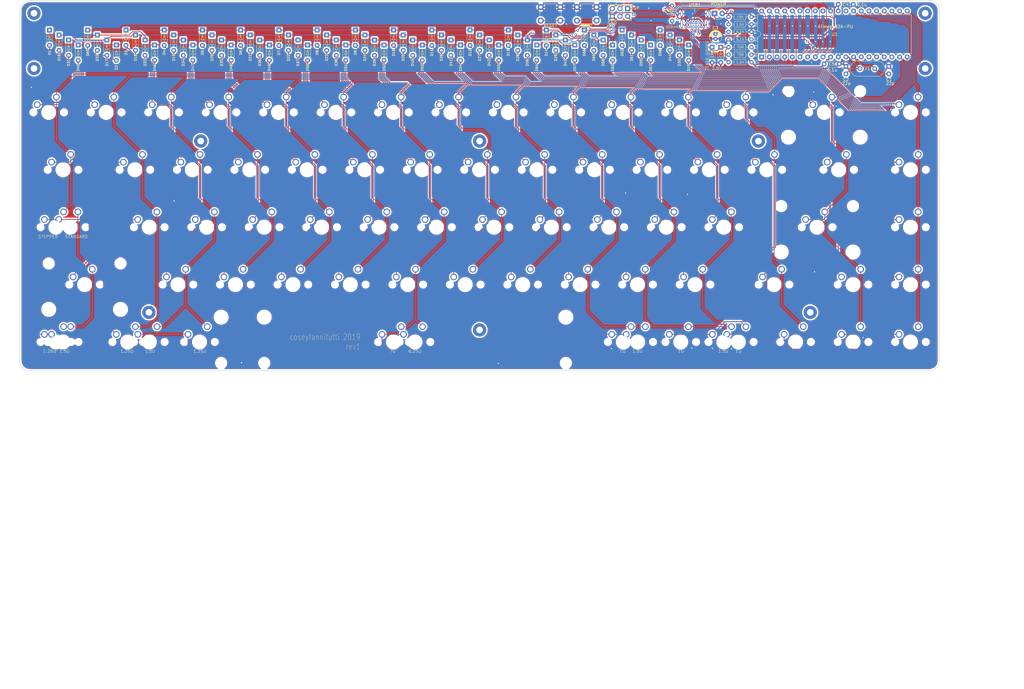
<source format=kicad_pcb>
(kicad_pcb (version 20171130) (host pcbnew "(5.0.0)")
  (layers (0 F.Cu signal) (31 B.Cu signal) (34 B.Paste user) (35 F.Paste user) (36 B.SilkS user) (37 F.SilkS user) (38 B.Mask user) (39 F.Mask user) (44 Edge.Cuts user))
  (net 0 "")
  (net 1 GND)
  (net 2 VCC)
  (net 3 row0)
  (net 4 "Net-(D1-Pad2)")
  (net 5 "Net-(D2-Pad2)")
  (net 6 "Net-(D3-Pad2)")
  (net 7 "Net-(D4-Pad2)")
  (net 8 "Net-(D5-Pad2)")
  (net 9 "Net-(D6-Pad2)")
  (net 10 "Net-(D7-Pad2)")
  (net 11 "Net-(D8-Pad2)")
  (net 12 "Net-(D9-Pad2)")
  (net 13 "Net-(D10-Pad2)")
  (net 14 "Net-(D11-Pad2)")
  (net 15 "Net-(D12-Pad2)")
  (net 16 "Net-(D13-Pad2)")
  (net 17 "Net-(D14-Pad2)")
  (net 18 "Net-(D15-Pad2)")
  (net 19 row1)
  (net 20 "Net-(D16-Pad2)")
  (net 21 "Net-(D17-Pad2)")
  (net 22 "Net-(D18-Pad2)")
  (net 23 "Net-(D19-Pad2)")
  (net 24 "Net-(D20-Pad2)")
  (net 25 "Net-(D21-Pad2)")
  (net 26 "Net-(D22-Pad2)")
  (net 27 "Net-(D23-Pad2)")
  (net 28 "Net-(D24-Pad2)")
  (net 29 "Net-(D25-Pad2)")
  (net 30 "Net-(D26-Pad2)")
  (net 31 "Net-(D27-Pad2)")
  (net 32 "Net-(D28-Pad2)")
  (net 33 "Net-(D29-Pad2)")
  (net 34 "Net-(D30-Pad2)")
  (net 35 "Net-(D31-Pad2)")
  (net 36 row2)
  (net 37 "Net-(D32-Pad2)")
  (net 38 "Net-(D33-Pad2)")
  (net 39 "Net-(D34-Pad2)")
  (net 40 "Net-(D35-Pad2)")
  (net 41 "Net-(D36-Pad2)")
  (net 42 "Net-(D37-Pad2)")
  (net 43 "Net-(D38-Pad2)")
  (net 44 "Net-(D39-Pad2)")
  (net 45 "Net-(D40-Pad2)")
  (net 46 "Net-(D41-Pad2)")
  (net 47 "Net-(D42-Pad2)")
  (net 48 "Net-(D43-Pad2)")
  (net 49 "Net-(D44-Pad2)")
  (net 50 row3)
  (net 51 "Net-(D45-Pad2)")
  (net 52 "Net-(D46-Pad2)")
  (net 53 "Net-(D47-Pad2)")
  (net 54 "Net-(D48-Pad2)")
  (net 55 "Net-(D49-Pad2)")
  (net 56 "Net-(D50-Pad2)")
  (net 57 "Net-(D51-Pad2)")
  (net 58 "Net-(D52-Pad2)")
  (net 59 "Net-(D53-Pad2)")
  (net 60 "Net-(D54-Pad2)")
  (net 61 "Net-(D55-Pad2)")
  (net 62 "Net-(D56-Pad2)")
  (net 63 "Net-(D57-Pad2)")
  (net 64 "Net-(D58-Pad2)")
  (net 65 "Net-(D59-Pad2)")
  (net 66 row4)
  (net 67 "Net-(D60-Pad2)")
  (net 68 "Net-(D61-Pad2)")
  (net 69 "Net-(D62-Pad2)")
  (net 70 "Net-(D63-Pad2)")
  (net 71 "Net-(D64-Pad2)")
  (net 72 "Net-(D65-Pad2)")
  (net 73 "Net-(D66-Pad2)")
  (net 74 "Net-(D67-Pad2)")
  (net 75 col0)
  (net 76 col1)
  (net 77 col2)
  (net 78 col3)
  (net 79 col4)
  (net 80 col5)
  (net 81 col6)
  (net 82 col7)
  (net 83 col8)
  (net 84 col9)
  (net 85 col10)
  (net 86 col11)
  (net 87 col12)
  (net 88 col13)
  (net 89 col14)
  (net 90 "Net-(R1-Pad2)")
  (net 91 "Net-(D68-Pad2)")
  (net 92 "Net-(R2-Pad1)")
  (net 93 "Net-(USB1-PadB8)")
  (net 94 "Net-(USB1-PadA8)")
  (net 95 reset)
  (net 96 +5V)
  (net 97 "Net-(U1-Pad29)")
  (net 98 "Net-(U1-Pad32)")
  (net 99 "Net-(U1-Pad33)")
  (net 100 "Net-(U1-Pad14)")
  (net 101 "Net-(U1-Pad34)")
  (net 102 "Net-(U1-Pad35)")
  (net 103 D+)
  (net 104 D-)
  (net 105 "Net-(C1-Pad1)")
  (net 106 "Net-(C2-Pad1)")
  (net 107 "Net-(D69-Pad1)")
  (net 108 "Net-(D70-Pad1)")
  (net 109 MOSI)
  (net 110 SCK)
  (net 111 MISO)
  (net 112 "Net-(LED1-Pad1)")
  (net 113 boot)
  (net 114 boot_led)
  (module keyboard_parts:AVR_ICSP_3x2 (layer F.Cu) (at 259.530364 56.8685 180)
    (fp_text reference J1 hide)
    (fp_text value AVR-ISP-6 hide)
    (pad 1 thru_hole rect (at -2.54 1.27 180) (size 1.7 1.7) (drill 1.016) (layers *.Cu *.Mask) (net 111 MISO))
    (pad 2 thru_hole circle (at -2.54 -1.27 180) (size 1.7 1.7) (drill 1.016) (layers *.Cu *.Mask) (net 96 +5V))
    (pad 3 thru_hole circle (at 0 1.27 180) (size 1.7 1.7) (drill 1.016) (layers *.Cu *.Mask) (net 110 SCK))
    (pad 4 thru_hole circle (at 0 -1.27 180) (size 1.7 1.7) (drill 1.016) (layers *.Cu *.Mask) (net 109 MOSI))
    (pad 5 thru_hole circle (at 2.54 1.27 180) (size 1.7 1.7) (drill 1.016) (layers *.Cu *.Mask) (net 95 reset))
    (pad 6 thru_hole circle (at 2.54 -1.27 180) (size 1.7 1.7) (drill 1.016) (layers *.Cu *.Mask) (net 1 GND))
  )
  (module keyboard_parts:polyfuse_5.1mm (layer F.Cu) (at 276.824148 57.148468 90)
    (fp_text reference F1)
    (fp_text value 500mA)
    (fp_text user FUSE (at 0.02 0.03 90) (layer F.SilkS))
    (pad 2 thru_hole circle (at 2.55 0 90) (size 1.4 1.4) (drill 0.7) (layers *.Cu *.Mask) (net 2 VCC))
    (pad 1 thru_hole circle (at -2.55 0 90) (size 1.4 1.4) (drill 0.7) (layers *.Cu *.Mask) (net 96 +5V))
  )
  (module Type-C:USB_C_GCT_USB4085 (layer F.Cu) (at 284.325002 55.538652 180)
    (fp_text reference USB1 (at -0.017498 1.13737 180) (layer F.SilkS))
    (fp_text value USB_C_USB4085)
    (pad A5 thru_hole oval (at -1.275 -6.1 180) (size 0.65 1) (drill 0.4) (layers *.Cu *.Mask) (net 90 "Net-(R1-Pad2)"))
    (pad A1 thru_hole oval (at -2.975 -6.1 180) (size 0.65 1) (drill 0.4) (layers *.Cu *.Mask) (net 1 GND))
    (pad A4 thru_hole oval (at -2.125 -6.1 180) (size 0.65 1) (drill 0.4) (layers *.Cu *.Mask) (net 2 VCC))
    (pad A6 thru_hole oval (at -0.425 -6.1 180) (size 0.65 1) (drill 0.4) (layers *.Cu *.Mask) (net 108 "Net-(D70-Pad1)"))
    (pad A7 thru_hole oval (at 0.425 -6.1 180) (size 0.65 1) (drill 0.4) (layers *.Cu *.Mask) (net 107 "Net-(D69-Pad1)"))
    (pad A8 thru_hole oval (at 1.275 -6.1 180) (size 0.65 1) (drill 0.4) (layers *.Cu *.Mask) (net 94 "Net-(USB1-PadA8)"))
    (pad A9 thru_hole oval (at 2.125 -6.1 180) (size 0.65 1) (drill 0.4) (layers *.Cu *.Mask) (net 2 VCC))
    (pad A12 thru_hole oval (at 2.975 -6.1 180) (size 0.65 1) (drill 0.4) (layers *.Cu *.Mask) (net 1 GND))
    (pad B12 thru_hole oval (at -2.975 -4.775 180) (size 0.65 1) (drill 0.4) (layers *.Cu *.Mask) (net 1 GND))
    (pad B9 thru_hole oval (at -2.12 -4.775 180) (size 0.65 1) (drill 0.4) (layers *.Cu *.Mask) (net 2 VCC))
    (pad B8 thru_hole oval (at -1.27 -4.775 180) (size 0.65 1) (drill 0.4) (layers *.Cu *.Mask) (net 93 "Net-(USB1-PadB8)"))
    (pad B7 thru_hole oval (at -0.42 -4.775 180) (size 0.65 1) (drill 0.4) (layers *.Cu *.Mask) (net 107 "Net-(D69-Pad1)"))
    (pad B6 thru_hole oval (at 0.43 -4.775 180) (size 0.65 1) (drill 0.4) (layers *.Cu *.Mask) (net 108 "Net-(D70-Pad1)"))
    (pad B5 thru_hole oval (at 1.28 -4.775 180) (size 0.65 1) (drill 0.4) (layers *.Cu *.Mask) (net 92 "Net-(R2-Pad1)"))
    (pad B4 thru_hole oval (at 2.13 -4.775 180) (size 0.65 1) (drill 0.4) (layers *.Cu *.Mask) (net 2 VCC))
    (pad B1 thru_hole oval (at 2.98 -4.775 180) (size 0.65 1) (drill 0.4) (layers *.Cu *.Mask) (net 1 GND))
    (pad S1 thru_hole oval (at -4.325 -5.12 180) (size 0.9 2.4) (drill oval 0.6 2.1) (layers *.Cu *.Mask) (net 1 GND))
    (pad S1 thru_hole oval (at 4.325 -5.12 180) (size 0.9 2.4) (drill oval 0.6 2.1) (layers *.Cu *.Mask) (net 1 GND))
    (pad S1 thru_hole oval (at -4.325 -1.74 180) (size 0.9 1.7) (drill oval 0.6 1.4) (layers *.Cu *.Mask) (net 1 GND))
    (pad S1 thru_hole oval (at 4.325 -1.74 180) (size 0.9 1.7) (drill oval 0.6 1.4) (layers *.Cu *.Mask) (net 1 GND))
  )
  (module Diode_THT:D_DO-35_SOD27_P5.08mm_Horizontal (layer F.Cu) (at 70.376818 61.453242 270)
    (fp_text reference D1 (at 8.77 0 270) (layer F.SilkS) (effects (font (size 0.8 0.8))))
    (fp_text value " ")
    (pad 2 thru_hole oval (at 6.35 0 270) (size 1.6 1.6) (drill 0.8) (layers *.Cu *.Mask) (net 4 "Net-(D1-Pad2)"))
    (pad 1 thru_hole rect (at 1.27 0 270) (size 1.6 1.6) (drill 0.8) (layers *.Cu *.Mask) (net 3 row0))
  )
  (module Diode_THT:D_DO-35_SOD27_P5.08mm_Horizontal (layer F.Cu) (at 79.885207 66.413829 270)
    (fp_text reference D45 (at 8.77 0 270) (layer F.SilkS) (effects (font (size 0.8 0.8))))
    (fp_text value " ")
    (pad 2 thru_hole oval (at 6.35 0 270) (size 1.6 1.6) (drill 0.8) (layers *.Cu *.Mask) (net 51 "Net-(D45-Pad2)"))
    (pad 1 thru_hole rect (at 1.27 0 270) (size 1.6 1.6) (drill 0.8) (layers *.Cu *.Mask) (net 50 row3))
  )
  (module Diode_THT:D_DO-35_SOD27_P5.08mm_Horizontal (layer F.Cu) (at 92.563059 66.413829 270)
    (fp_text reference D2 (at 8.77 0 270) (layer F.SilkS) (effects (font (size 0.8 0.8))))
    (fp_text value " ")
    (pad 2 thru_hole oval (at 6.35 0 270) (size 1.6 1.6) (drill 0.8) (layers *.Cu *.Mask) (net 5 "Net-(D2-Pad2)"))
    (pad 1 thru_hole rect (at 1.27 0 270) (size 1.6 1.6) (drill 0.8) (layers *.Cu *.Mask) (net 3 row0))
  )
  (module Diode_THT:D_DO-35_SOD27_P5.08mm_Horizontal (layer F.Cu) (at 95.732522 61.453242 270)
    (fp_text reference D3 (at 8.77 0 270) (layer F.SilkS) (effects (font (size 0.8 0.8))))
    (fp_text value " ")
    (pad 2 thru_hole oval (at 6.35 0 270) (size 1.6 1.6) (drill 0.8) (layers *.Cu *.Mask) (net 6 "Net-(D3-Pad2)"))
    (pad 1 thru_hole rect (at 1.27 0 270) (size 1.6 1.6) (drill 0.8) (layers *.Cu *.Mask) (net 3 row0))
  )
  (module Diode_THT:D_DO-35_SOD27_P5.08mm_Horizontal (layer F.Cu) (at 108.410374 61.453242 270)
    (fp_text reference D4 (at 8.77 0 270) (layer F.SilkS) (effects (font (size 0.8 0.8))))
    (fp_text value " ")
    (pad 2 thru_hole oval (at 6.35 0 270) (size 1.6 1.6) (drill 0.8) (layers *.Cu *.Mask) (net 7 "Net-(D4-Pad2)"))
    (pad 1 thru_hole rect (at 1.27 0 270) (size 1.6 1.6) (drill 0.8) (layers *.Cu *.Mask) (net 3 row0))
  )
  (module Diode_THT:D_DO-35_SOD27_P5.08mm_Horizontal (layer F.Cu) (at 121.088226 61.453242 270)
    (fp_text reference D5 (at 8.77 0 270) (layer F.SilkS) (effects (font (size 0.8 0.8))))
    (fp_text value " ")
    (pad 2 thru_hole oval (at 6.35 0 270) (size 1.6 1.6) (drill 0.8) (layers *.Cu *.Mask) (net 8 "Net-(D5-Pad2)"))
    (pad 1 thru_hole rect (at 1.27 0 270) (size 1.6 1.6) (drill 0.8) (layers *.Cu *.Mask) (net 3 row0))
  )
  (module Diode_THT:D_DO-35_SOD27_P5.08mm_Horizontal (layer F.Cu) (at 133.766078 61.453242 270)
    (fp_text reference D6 (at 8.77 0 270) (layer F.SilkS) (effects (font (size 0.8 0.8))))
    (fp_text value " ")
    (pad 2 thru_hole oval (at 6.35 0 270) (size 1.6 1.6) (drill 0.8) (layers *.Cu *.Mask) (net 9 "Net-(D6-Pad2)"))
    (pad 1 thru_hole rect (at 1.27 0 270) (size 1.6 1.6) (drill 0.8) (layers *.Cu *.Mask) (net 3 row0))
  )
  (module Diode_THT:D_DO-35_SOD27_P5.08mm_Horizontal (layer F.Cu) (at 146.44393 61.453242 270)
    (fp_text reference D7 (at 8.77 0 270) (layer F.SilkS) (effects (font (size 0.8 0.8))))
    (fp_text value " ")
    (pad 2 thru_hole oval (at 6.35 0 270) (size 1.6 1.6) (drill 0.8) (layers *.Cu *.Mask) (net 10 "Net-(D7-Pad2)"))
    (pad 1 thru_hole rect (at 1.27 0 270) (size 1.6 1.6) (drill 0.8) (layers *.Cu *.Mask) (net 3 row0))
  )
  (module Diode_THT:D_DO-35_SOD27_P5.08mm_Horizontal (layer F.Cu) (at 159.121782 61.453242 270)
    (fp_text reference D8 (at 8.77 0 270) (layer F.SilkS) (effects (font (size 0.8 0.8))))
    (fp_text value " ")
    (pad 2 thru_hole oval (at 6.35 0 270) (size 1.6 1.6) (drill 0.8) (layers *.Cu *.Mask) (net 11 "Net-(D8-Pad2)"))
    (pad 1 thru_hole rect (at 1.27 0 270) (size 1.6 1.6) (drill 0.8) (layers *.Cu *.Mask) (net 3 row0))
  )
  (module Diode_THT:D_DO-35_SOD27_P5.08mm_Horizontal (layer F.Cu) (at 171.799634 61.453242 270)
    (fp_text reference D9 (at 8.77 0 270) (layer F.SilkS) (effects (font (size 0.8 0.8))))
    (fp_text value " ")
    (pad 2 thru_hole oval (at 6.35 0 270) (size 1.6 1.6) (drill 0.8) (layers *.Cu *.Mask) (net 12 "Net-(D9-Pad2)"))
    (pad 1 thru_hole rect (at 1.27 0 270) (size 1.6 1.6) (drill 0.8) (layers *.Cu *.Mask) (net 3 row0))
  )
  (module Diode_THT:D_DO-35_SOD27_P5.08mm_Horizontal (layer F.Cu) (at 184.477486 61.453242 270)
    (fp_text reference D10 (at 8.77 0 270) (layer F.SilkS) (effects (font (size 0.8 0.8))))
    (fp_text value " ")
    (pad 2 thru_hole oval (at 6.35 0 270) (size 1.6 1.6) (drill 0.8) (layers *.Cu *.Mask) (net 13 "Net-(D10-Pad2)"))
    (pad 1 thru_hole rect (at 1.27 0 270) (size 1.6 1.6) (drill 0.8) (layers *.Cu *.Mask) (net 3 row0))
  )
  (module Diode_THT:D_DO-35_SOD27_P5.08mm_Horizontal (layer F.Cu) (at 197.155338 61.453242 270)
    (fp_text reference D11 (at 8.77 0 270) (layer F.SilkS) (effects (font (size 0.8 0.8))))
    (fp_text value " ")
    (pad 2 thru_hole oval (at 6.35 0 270) (size 1.6 1.6) (drill 0.8) (layers *.Cu *.Mask) (net 14 "Net-(D11-Pad2)"))
    (pad 1 thru_hole rect (at 1.27 0 270) (size 1.6 1.6) (drill 0.8) (layers *.Cu *.Mask) (net 3 row0))
  )
  (module Diode_THT:D_DO-35_SOD27_P5.08mm_Horizontal (layer F.Cu) (at 209.83319 61.453242 270)
    (fp_text reference D12 (at 8.77 0 270) (layer F.SilkS) (effects (font (size 0.8 0.8))))
    (fp_text value " ")
    (pad 2 thru_hole oval (at 6.35 0 270) (size 1.6 1.6) (drill 0.8) (layers *.Cu *.Mask) (net 15 "Net-(D12-Pad2)"))
    (pad 1 thru_hole rect (at 1.27 0 270) (size 1.6 1.6) (drill 0.8) (layers *.Cu *.Mask) (net 3 row0))
  )
  (module Diode_THT:D_DO-35_SOD27_P5.08mm_Horizontal (layer F.Cu) (at 222.511042 61.453242 270)
    (fp_text reference D13 (at 8.77 0 270) (layer F.SilkS) (effects (font (size 0.8 0.8))))
    (fp_text value " ")
    (pad 2 thru_hole oval (at 6.35 0 270) (size 1.6 1.6) (drill 0.8) (layers *.Cu *.Mask) (net 16 "Net-(D13-Pad2)"))
    (pad 1 thru_hole rect (at 1.27 0 270) (size 1.6 1.6) (drill 0.8) (layers *.Cu *.Mask) (net 3 row0))
  )
  (module Diode_THT:D_DO-35_SOD27_P5.08mm_Horizontal (layer F.Cu) (at 235.11891 61.453242 270)
    (fp_text reference D14 (at 8.77 0 270) (layer F.SilkS) (effects (font (size 0.8 0.8))))
    (fp_text value " ")
    (pad 2 thru_hole oval (at 6.35 0 270) (size 1.6 1.6) (drill 0.8) (layers *.Cu *.Mask) (net 17 "Net-(D14-Pad2)"))
    (pad 1 thru_hole rect (at 1.27 0 270) (size 1.6 1.6) (drill 0.8) (layers *.Cu *.Mask) (net 3 row0))
  )
  (module Diode_THT:D_DO-35_SOD27_P5.08mm_Horizontal (layer F.Cu) (at 282.318463 66.413829 270)
    (fp_text reference D15 (at 8.77 0 270) (layer F.SilkS) (effects (font (size 0.8 0.8))))
    (fp_text value " ")
    (pad 2 thru_hole oval (at 6.35 0 270) (size 1.6 1.6) (drill 0.8) (layers *.Cu *.Mask) (net 18 "Net-(D15-Pad2)"))
    (pad 1 thru_hole rect (at 1.27 0 270) (size 1.6 1.6) (drill 0.8) (layers *.Cu *.Mask) (net 3 row0))
  )
  (module Diode_THT:D_DO-35_SOD27_P5.08mm_Horizontal (layer F.Cu) (at 73.546281 63.106771 270)
    (fp_text reference D16 (at 8.77 0 270) (layer F.SilkS) (effects (font (size 0.8 0.8))))
    (fp_text value " ")
    (pad 2 thru_hole oval (at 6.35 0 270) (size 1.6 1.6) (drill 0.8) (layers *.Cu *.Mask) (net 20 "Net-(D16-Pad2)"))
    (pad 1 thru_hole rect (at 1.27 0 270) (size 1.6 1.6) (drill 0.8) (layers *.Cu *.Mask) (net 19 row1))
  )
  (module Diode_THT:D_DO-35_SOD27_P5.08mm_Horizontal (layer F.Cu) (at 89.393596 64.7603 270)
    (fp_text reference D17 (at 8.77 0 270) (layer F.SilkS) (effects (font (size 0.8 0.8))))
    (fp_text value " ")
    (pad 2 thru_hole oval (at 6.35 0 270) (size 1.6 1.6) (drill 0.8) (layers *.Cu *.Mask) (net 21 "Net-(D17-Pad2)"))
    (pad 1 thru_hole rect (at 1.27 0 270) (size 1.6 1.6) (drill 0.8) (layers *.Cu *.Mask) (net 19 row1))
  )
  (module Diode_THT:D_DO-35_SOD27_P5.08mm_Horizontal (layer F.Cu) (at 98.901985 63.106771 270)
    (fp_text reference D18 (at 8.77 0 270) (layer F.SilkS) (effects (font (size 0.8 0.8))))
    (fp_text value " ")
    (pad 2 thru_hole oval (at 6.35 0 270) (size 1.6 1.6) (drill 0.8) (layers *.Cu *.Mask) (net 22 "Net-(D18-Pad2)"))
    (pad 1 thru_hole rect (at 1.27 0 270) (size 1.6 1.6) (drill 0.8) (layers *.Cu *.Mask) (net 19 row1))
  )
  (module Diode_THT:D_DO-35_SOD27_P5.08mm_Horizontal (layer F.Cu) (at 111.579837 63.106771 270)
    (fp_text reference D19 (at 8.77 0 270) (layer F.SilkS) (effects (font (size 0.8 0.8))))
    (fp_text value " ")
    (pad 2 thru_hole oval (at 6.35 0 270) (size 1.6 1.6) (drill 0.8) (layers *.Cu *.Mask) (net 23 "Net-(D19-Pad2)"))
    (pad 1 thru_hole rect (at 1.27 0 270) (size 1.6 1.6) (drill 0.8) (layers *.Cu *.Mask) (net 19 row1))
  )
  (module Diode_THT:D_DO-35_SOD27_P5.08mm_Horizontal (layer F.Cu) (at 124.257689 63.106771 270)
    (fp_text reference D20 (at 8.77 0 270) (layer F.SilkS) (effects (font (size 0.8 0.8))))
    (fp_text value " ")
    (pad 2 thru_hole oval (at 6.35 0 270) (size 1.6 1.6) (drill 0.8) (layers *.Cu *.Mask) (net 24 "Net-(D20-Pad2)"))
    (pad 1 thru_hole rect (at 1.27 0 270) (size 1.6 1.6) (drill 0.8) (layers *.Cu *.Mask) (net 19 row1))
  )
  (module Diode_THT:D_DO-35_SOD27_P5.08mm_Horizontal (layer F.Cu) (at 136.935541 63.106771 270)
    (fp_text reference D21 (at 8.77 0 270) (layer F.SilkS) (effects (font (size 0.8 0.8))))
    (fp_text value " ")
    (pad 2 thru_hole oval (at 6.35 0 270) (size 1.6 1.6) (drill 0.8) (layers *.Cu *.Mask) (net 25 "Net-(D21-Pad2)"))
    (pad 1 thru_hole rect (at 1.27 0 270) (size 1.6 1.6) (drill 0.8) (layers *.Cu *.Mask) (net 19 row1))
  )
  (module Diode_THT:D_DO-35_SOD27_P5.08mm_Horizontal (layer F.Cu) (at 149.613393 63.106771 270)
    (fp_text reference D22 (at 8.77 0 270) (layer F.SilkS) (effects (font (size 0.8 0.8))))
    (fp_text value " ")
    (pad 2 thru_hole oval (at 6.35 0 270) (size 1.6 1.6) (drill 0.8) (layers *.Cu *.Mask) (net 26 "Net-(D22-Pad2)"))
    (pad 1 thru_hole rect (at 1.27 0 270) (size 1.6 1.6) (drill 0.8) (layers *.Cu *.Mask) (net 19 row1))
  )
  (module Diode_THT:D_DO-35_SOD27_P5.08mm_Horizontal (layer F.Cu) (at 162.291245 63.106771 270)
    (fp_text reference D23 (at 8.77 0 270) (layer F.SilkS) (effects (font (size 0.8 0.8))))
    (fp_text value " ")
    (pad 2 thru_hole oval (at 6.35 0 270) (size 1.6 1.6) (drill 0.8) (layers *.Cu *.Mask) (net 27 "Net-(D23-Pad2)"))
    (pad 1 thru_hole rect (at 1.27 0 270) (size 1.6 1.6) (drill 0.8) (layers *.Cu *.Mask) (net 19 row1))
  )
  (module Diode_THT:D_DO-35_SOD27_P5.08mm_Horizontal (layer F.Cu) (at 174.969097 63.106771 270)
    (fp_text reference D24 (at 8.77 0 270) (layer F.SilkS) (effects (font (size 0.8 0.8))))
    (fp_text value " ")
    (pad 2 thru_hole oval (at 6.35 0 270) (size 1.6 1.6) (drill 0.8) (layers *.Cu *.Mask) (net 28 "Net-(D24-Pad2)"))
    (pad 1 thru_hole rect (at 1.27 0 270) (size 1.6 1.6) (drill 0.8) (layers *.Cu *.Mask) (net 19 row1))
  )
  (module Diode_THT:D_DO-35_SOD27_P5.08mm_Horizontal (layer F.Cu) (at 187.646949 63.106771 270)
    (fp_text reference D25 (at 8.77 0 270) (layer F.SilkS) (effects (font (size 0.8 0.8))))
    (fp_text value " ")
    (pad 2 thru_hole oval (at 6.35 0 270) (size 1.6 1.6) (drill 0.8) (layers *.Cu *.Mask) (net 29 "Net-(D25-Pad2)"))
    (pad 1 thru_hole rect (at 1.27 0 270) (size 1.6 1.6) (drill 0.8) (layers *.Cu *.Mask) (net 19 row1))
  )
  (module Diode_THT:D_DO-35_SOD27_P5.08mm_Horizontal (layer F.Cu) (at 200.324801 63.106771 270)
    (fp_text reference D26 (at 8.77 0 270) (layer F.SilkS) (effects (font (size 0.8 0.8))))
    (fp_text value " ")
    (pad 2 thru_hole oval (at 6.35 0 270) (size 1.6 1.6) (drill 0.8) (layers *.Cu *.Mask) (net 30 "Net-(D26-Pad2)"))
    (pad 1 thru_hole rect (at 1.27 0 270) (size 1.6 1.6) (drill 0.8) (layers *.Cu *.Mask) (net 19 row1))
  )
  (module Diode_THT:D_DO-35_SOD27_P5.08mm_Horizontal (layer F.Cu) (at 213.002653 63.106771 270)
    (fp_text reference D27 (at 8.77 0 270) (layer F.SilkS) (effects (font (size 0.8 0.8))))
    (fp_text value " ")
    (pad 2 thru_hole oval (at 6.35 0 270) (size 1.6 1.6) (drill 0.8) (layers *.Cu *.Mask) (net 31 "Net-(D27-Pad2)"))
    (pad 1 thru_hole rect (at 1.27 0 270) (size 1.6 1.6) (drill 0.8) (layers *.Cu *.Mask) (net 19 row1))
  )
  (module Diode_THT:D_DO-35_SOD27_P5.08mm_Horizontal (layer F.Cu) (at 225.663009 63.106771 270)
    (fp_text reference D28 (at 8.77 0 270) (layer F.SilkS) (effects (font (size 0.8 0.8))))
    (fp_text value " ")
    (pad 2 thru_hole oval (at 6.35 0 270) (size 1.6 1.6) (drill 0.8) (layers *.Cu *.Mask) (net 32 "Net-(D28-Pad2)"))
    (pad 1 thru_hole rect (at 1.27 0 270) (size 1.6 1.6) (drill 0.8) (layers *.Cu *.Mask) (net 19 row1))
  )
  (module Diode_THT:D_DO-35_SOD27_P5.08mm_Horizontal (layer F.Cu) (at 238.269683 63.106771 270)
    (fp_text reference D29 (at 8.77 0 270) (layer F.SilkS) (effects (font (size 0.8 0.8))))
    (fp_text value " ")
    (pad 2 thru_hole oval (at 6.35 0 270) (size 1.6 1.6) (drill 0.8) (layers *.Cu *.Mask) (net 33 "Net-(D29-Pad2)"))
    (pad 1 thru_hole rect (at 1.27 0 270) (size 1.6 1.6) (drill 0.8) (layers *.Cu *.Mask) (net 19 row1))
  )
  (module Diode_THT:D_DO-35_SOD27_P5.08mm_Horizontal (layer F.Cu) (at 279.229739 64.7603 270)
    (fp_text reference D30 (at 8.77 0 270) (layer F.SilkS) (effects (font (size 0.8 0.8))))
    (fp_text value " ")
    (pad 2 thru_hole oval (at 6.35 0 270) (size 1.6 1.6) (drill 0.8) (layers *.Cu *.Mask) (net 34 "Net-(D30-Pad2)"))
    (pad 1 thru_hole rect (at 1.27 0 270) (size 1.6 1.6) (drill 0.8) (layers *.Cu *.Mask) (net 19 row1))
  )
  (module Diode_THT:D_DO-35_SOD27_P5.08mm_Horizontal (layer F.Cu) (at 76.715744 64.7603 270)
    (fp_text reference D31 (at 8.77 0 270) (layer F.SilkS) (effects (font (size 0.8 0.8))))
    (fp_text value " ")
    (pad 2 thru_hole oval (at 6.35 0 270) (size 1.6 1.6) (drill 0.8) (layers *.Cu *.Mask) (net 35 "Net-(D31-Pad2)"))
    (pad 1 thru_hole rect (at 1.27 0 270) (size 1.6 1.6) (drill 0.8) (layers *.Cu *.Mask) (net 36 row2))
  )
  (module Diode_THT:D_DO-35_SOD27_P5.08mm_Horizontal (layer F.Cu) (at 86.224133 63.106771 270)
    (fp_text reference D32 (at 8.77 0 270) (layer F.SilkS) (effects (font (size 0.8 0.8))))
    (fp_text value " ")
    (pad 2 thru_hole oval (at 6.35 0 270) (size 1.6 1.6) (drill 0.8) (layers *.Cu *.Mask) (net 37 "Net-(D32-Pad2)"))
    (pad 1 thru_hole rect (at 1.27 0 270) (size 1.6 1.6) (drill 0.8) (layers *.Cu *.Mask) (net 36 row2))
  )
  (module Diode_THT:D_DO-35_SOD27_P5.08mm_Horizontal (layer F.Cu) (at 102.071448 64.7603 270)
    (fp_text reference D33 (at 8.77 0 270) (layer F.SilkS) (effects (font (size 0.8 0.8))))
    (fp_text value " ")
    (pad 2 thru_hole oval (at 6.35 0 270) (size 1.6 1.6) (drill 0.8) (layers *.Cu *.Mask) (net 38 "Net-(D33-Pad2)"))
    (pad 1 thru_hole rect (at 1.27 0 270) (size 1.6 1.6) (drill 0.8) (layers *.Cu *.Mask) (net 36 row2))
  )
  (module Diode_THT:D_DO-35_SOD27_P5.08mm_Horizontal (layer F.Cu) (at 114.7493 64.7603 270)
    (fp_text reference D34 (at 8.77 0 270) (layer F.SilkS) (effects (font (size 0.8 0.8))))
    (fp_text value " ")
    (pad 2 thru_hole oval (at 6.35 0 270) (size 1.6 1.6) (drill 0.8) (layers *.Cu *.Mask) (net 39 "Net-(D34-Pad2)"))
    (pad 1 thru_hole rect (at 1.27 0 270) (size 1.6 1.6) (drill 0.8) (layers *.Cu *.Mask) (net 36 row2))
  )
  (module Diode_THT:D_DO-35_SOD27_P5.08mm_Horizontal (layer F.Cu) (at 127.427152 64.7603 270)
    (fp_text reference D35 (at 8.77 0 270) (layer F.SilkS) (effects (font (size 0.8 0.8))))
    (fp_text value " ")
    (pad 2 thru_hole oval (at 6.35 0 270) (size 1.6 1.6) (drill 0.8) (layers *.Cu *.Mask) (net 40 "Net-(D35-Pad2)"))
    (pad 1 thru_hole rect (at 1.27 0 270) (size 1.6 1.6) (drill 0.8) (layers *.Cu *.Mask) (net 36 row2))
  )
  (module Diode_THT:D_DO-35_SOD27_P5.08mm_Horizontal (layer F.Cu) (at 140.105004 64.7603 270)
    (fp_text reference D36 (at 8.77 0 270) (layer F.SilkS) (effects (font (size 0.8 0.8))))
    (fp_text value " ")
    (pad 2 thru_hole oval (at 6.35 0 270) (size 1.6 1.6) (drill 0.8) (layers *.Cu *.Mask) (net 41 "Net-(D36-Pad2)"))
    (pad 1 thru_hole rect (at 1.27 0 270) (size 1.6 1.6) (drill 0.8) (layers *.Cu *.Mask) (net 36 row2))
  )
  (module Diode_THT:D_DO-35_SOD27_P5.08mm_Horizontal (layer F.Cu) (at 152.782856 64.7603 270)
    (fp_text reference D37 (at 8.77 0 270) (layer F.SilkS) (effects (font (size 0.8 0.8))))
    (fp_text value " ")
    (pad 2 thru_hole oval (at 6.35 0 270) (size 1.6 1.6) (drill 0.8) (layers *.Cu *.Mask) (net 42 "Net-(D37-Pad2)"))
    (pad 1 thru_hole rect (at 1.27 0 270) (size 1.6 1.6) (drill 0.8) (layers *.Cu *.Mask) (net 36 row2))
  )
  (module Diode_THT:D_DO-35_SOD27_P5.08mm_Horizontal (layer F.Cu) (at 165.460708 64.7603 270)
    (fp_text reference D38 (at 8.77 0 270) (layer F.SilkS) (effects (font (size 0.8 0.8))))
    (fp_text value " ")
    (pad 2 thru_hole oval (at 6.35 0 270) (size 1.6 1.6) (drill 0.8) (layers *.Cu *.Mask) (net 43 "Net-(D38-Pad2)"))
    (pad 1 thru_hole rect (at 1.27 0 270) (size 1.6 1.6) (drill 0.8) (layers *.Cu *.Mask) (net 36 row2))
  )
  (module Diode_THT:D_DO-35_SOD27_P5.08mm_Horizontal (layer F.Cu) (at 178.13856 64.7603 270)
    (fp_text reference D39 (at 8.77 0 270) (layer F.SilkS) (effects (font (size 0.8 0.8))))
    (fp_text value " ")
    (pad 2 thru_hole oval (at 6.35 0 270) (size 1.6 1.6) (drill 0.8) (layers *.Cu *.Mask) (net 44 "Net-(D39-Pad2)"))
    (pad 1 thru_hole rect (at 1.27 0 270) (size 1.6 1.6) (drill 0.8) (layers *.Cu *.Mask) (net 36 row2))
  )
  (module Diode_THT:D_DO-35_SOD27_P5.08mm_Horizontal (layer F.Cu) (at 190.816412 64.7603 270)
    (fp_text reference D40 (at 8.77 0 270) (layer F.SilkS) (effects (font (size 0.8 0.8))))
    (fp_text value " ")
    (pad 2 thru_hole oval (at 6.35 0 270) (size 1.6 1.6) (drill 0.8) (layers *.Cu *.Mask) (net 45 "Net-(D40-Pad2)"))
    (pad 1 thru_hole rect (at 1.27 0 270) (size 1.6 1.6) (drill 0.8) (layers *.Cu *.Mask) (net 36 row2))
  )
  (module Diode_THT:D_DO-35_SOD27_P5.08mm_Horizontal (layer F.Cu) (at 203.494264 64.7603 270)
    (fp_text reference D41 (at 8.77 0 270) (layer F.SilkS) (effects (font (size 0.8 0.8))))
    (fp_text value " ")
    (pad 2 thru_hole oval (at 6.35 0 270) (size 1.6 1.6) (drill 0.8) (layers *.Cu *.Mask) (net 46 "Net-(D41-Pad2)"))
    (pad 1 thru_hole rect (at 1.27 0 270) (size 1.6 1.6) (drill 0.8) (layers *.Cu *.Mask) (net 36 row2))
  )
  (module Diode_THT:D_DO-35_SOD27_P5.08mm_Horizontal (layer F.Cu) (at 216.172116 64.7603 270)
    (fp_text reference D42 (at 8.77 0 270) (layer F.SilkS) (effects (font (size 0.8 0.8))))
    (fp_text value " ")
    (pad 2 thru_hole oval (at 6.35 0 270) (size 1.6 1.6) (drill 0.8) (layers *.Cu *.Mask) (net 47 "Net-(D42-Pad2)"))
    (pad 1 thru_hole rect (at 1.27 0 270) (size 1.6 1.6) (drill 0.8) (layers *.Cu *.Mask) (net 36 row2))
  )
  (module Diode_THT:D_DO-35_SOD27_P5.08mm_Horizontal (layer F.Cu) (at 241.420456 64.7603 270)
    (fp_text reference D43 (at 8.77 0 270) (layer F.SilkS) (effects (font (size 0.8 0.8))))
    (fp_text value " ")
    (pad 2 thru_hole oval (at 6.35 0 270) (size 1.6 1.6) (drill 0.8) (layers *.Cu *.Mask) (net 48 "Net-(D43-Pad2)"))
    (pad 1 thru_hole rect (at 1.27 0 270) (size 1.6 1.6) (drill 0.8) (layers *.Cu *.Mask) (net 36 row2))
  )
  (module Diode_THT:D_DO-35_SOD27_P5.08mm_Horizontal (layer F.Cu) (at 276.141015 63.106771 270)
    (fp_text reference D44 (at 8.77 0 270) (layer F.SilkS) (effects (font (size 0.8 0.8))))
    (fp_text value " ")
    (pad 2 thru_hole oval (at 6.35 0 270) (size 1.6 1.6) (drill 0.8) (layers *.Cu *.Mask) (net 49 "Net-(D44-Pad2)"))
    (pad 1 thru_hole rect (at 1.27 0 270) (size 1.6 1.6) (drill 0.8) (layers *.Cu *.Mask) (net 36 row2))
  )
  (module Diode_THT:D_DO-35_SOD27_P5.08mm_Horizontal (layer F.Cu) (at 105.240911 66.413829 270)
    (fp_text reference D46 (at 8.77 0 270) (layer F.SilkS) (effects (font (size 0.8 0.8))))
    (fp_text value " ")
    (pad 2 thru_hole oval (at 6.35 0 270) (size 1.6 1.6) (drill 0.8) (layers *.Cu *.Mask) (net 52 "Net-(D46-Pad2)"))
    (pad 1 thru_hole rect (at 1.27 0 270) (size 1.6 1.6) (drill 0.8) (layers *.Cu *.Mask) (net 50 row3))
  )
  (module Diode_THT:D_DO-35_SOD27_P5.08mm_Horizontal (layer F.Cu) (at 117.918763 66.413829 270)
    (fp_text reference D47 (at 8.77 0 270) (layer F.SilkS) (effects (font (size 0.8 0.8))))
    (fp_text value " ")
    (pad 2 thru_hole oval (at 6.35 0 270) (size 1.6 1.6) (drill 0.8) (layers *.Cu *.Mask) (net 53 "Net-(D47-Pad2)"))
    (pad 1 thru_hole rect (at 1.27 0 270) (size 1.6 1.6) (drill 0.8) (layers *.Cu *.Mask) (net 50 row3))
  )
  (module Diode_THT:D_DO-35_SOD27_P5.08mm_Horizontal (layer F.Cu) (at 130.596615 66.413829 270)
    (fp_text reference D48 (at 8.77 0 270) (layer F.SilkS) (effects (font (size 0.8 0.8))))
    (fp_text value " ")
    (pad 2 thru_hole oval (at 6.35 0 270) (size 1.6 1.6) (drill 0.8) (layers *.Cu *.Mask) (net 54 "Net-(D48-Pad2)"))
    (pad 1 thru_hole rect (at 1.27 0 270) (size 1.6 1.6) (drill 0.8) (layers *.Cu *.Mask) (net 50 row3))
  )
  (module Diode_THT:D_DO-35_SOD27_P5.08mm_Horizontal (layer F.Cu) (at 143.274467 66.413829 270)
    (fp_text reference D49 (at 8.77 0 270) (layer F.SilkS) (effects (font (size 0.8 0.8))))
    (fp_text value " ")
    (pad 2 thru_hole oval (at 6.35 0 270) (size 1.6 1.6) (drill 0.8) (layers *.Cu *.Mask) (net 55 "Net-(D49-Pad2)"))
    (pad 1 thru_hole rect (at 1.27 0 270) (size 1.6 1.6) (drill 0.8) (layers *.Cu *.Mask) (net 50 row3))
  )
  (module Diode_THT:D_DO-35_SOD27_P5.08mm_Horizontal (layer F.Cu) (at 155.952319 66.413829 270)
    (fp_text reference D50 (at 8.77 0 270) (layer F.SilkS) (effects (font (size 0.8 0.8))))
    (fp_text value " ")
    (pad 2 thru_hole oval (at 6.35 0 270) (size 1.6 1.6) (drill 0.8) (layers *.Cu *.Mask) (net 56 "Net-(D50-Pad2)"))
    (pad 1 thru_hole rect (at 1.27 0 270) (size 1.6 1.6) (drill 0.8) (layers *.Cu *.Mask) (net 50 row3))
  )
  (module Diode_THT:D_DO-35_SOD27_P5.08mm_Horizontal (layer F.Cu) (at 168.630171 66.413829 270)
    (fp_text reference D51 (at 8.77 0 270) (layer F.SilkS) (effects (font (size 0.8 0.8))))
    (fp_text value " ")
    (pad 2 thru_hole oval (at 6.35 0 270) (size 1.6 1.6) (drill 0.8) (layers *.Cu *.Mask) (net 57 "Net-(D51-Pad2)"))
    (pad 1 thru_hole rect (at 1.27 0 270) (size 1.6 1.6) (drill 0.8) (layers *.Cu *.Mask) (net 50 row3))
  )
  (module Diode_THT:D_DO-35_SOD27_P5.08mm_Horizontal (layer F.Cu) (at 181.308023 66.413829 270)
    (fp_text reference D52 (at 8.77 0 270) (layer F.SilkS) (effects (font (size 0.8 0.8))))
    (fp_text value " ")
    (pad 2 thru_hole oval (at 6.35 0 270) (size 1.6 1.6) (drill 0.8) (layers *.Cu *.Mask) (net 58 "Net-(D52-Pad2)"))
    (pad 1 thru_hole rect (at 1.27 0 270) (size 1.6 1.6) (drill 0.8) (layers *.Cu *.Mask) (net 50 row3))
  )
  (module Diode_THT:D_DO-35_SOD27_P5.08mm_Horizontal (layer F.Cu) (at 193.985875 66.413829 270)
    (fp_text reference D53 (at 8.77 0 270) (layer F.SilkS) (effects (font (size 0.8 0.8))))
    (fp_text value " ")
    (pad 2 thru_hole oval (at 6.35 0 270) (size 1.6 1.6) (drill 0.8) (layers *.Cu *.Mask) (net 59 "Net-(D53-Pad2)"))
    (pad 1 thru_hole rect (at 1.27 0 270) (size 1.6 1.6) (drill 0.8) (layers *.Cu *.Mask) (net 50 row3))
  )
  (module Diode_THT:D_DO-35_SOD27_P5.08mm_Horizontal (layer F.Cu) (at 206.663727 66.413829 270)
    (fp_text reference D54 (at 8.77 0 270) (layer F.SilkS) (effects (font (size 0.8 0.8))))
    (fp_text value " ")
    (pad 2 thru_hole oval (at 6.35 0 270) (size 1.6 1.6) (drill 0.8) (layers *.Cu *.Mask) (net 60 "Net-(D54-Pad2)"))
    (pad 1 thru_hole rect (at 1.27 0 270) (size 1.6 1.6) (drill 0.8) (layers *.Cu *.Mask) (net 50 row3))
  )
  (module Diode_THT:D_DO-35_SOD27_P5.08mm_Horizontal (layer F.Cu) (at 219.341579 66.413829 270)
    (fp_text reference D55 (at 8.77 0 270) (layer F.SilkS) (effects (font (size 0.8 0.8))))
    (fp_text value " ")
    (pad 2 thru_hole oval (at 6.35 0 270) (size 1.6 1.6) (drill 0.8) (layers *.Cu *.Mask) (net 61 "Net-(D55-Pad2)"))
    (pad 1 thru_hole rect (at 1.27 0 270) (size 1.6 1.6) (drill 0.8) (layers *.Cu *.Mask) (net 50 row3))
  )
  (module Diode_THT:D_DO-35_SOD27_P5.08mm_Horizontal (layer F.Cu) (at 228.814976 64.7603 270)
    (fp_text reference D56 (at 8.77 0 270) (layer F.SilkS) (effects (font (size 0.8 0.8))))
    (fp_text value " ")
    (pad 2 thru_hole oval (at 6.35 0 270) (size 1.6 1.6) (drill 0.8) (layers *.Cu *.Mask) (net 62 "Net-(D56-Pad2)"))
    (pad 1 thru_hole rect (at 1.27 0 270) (size 1.6 1.6) (drill 0.8) (layers *.Cu *.Mask) (net 50 row3))
  )
  (module Diode_THT:D_DO-35_SOD27_P5.08mm_Horizontal (layer F.Cu) (at 244.571229 66.413829 270)
    (fp_text reference D57 (at 8.77 0 270) (layer F.SilkS) (effects (font (size 0.8 0.8))))
    (fp_text value " ")
    (pad 2 thru_hole oval (at 6.35 0 270) (size 1.6 1.6) (drill 0.8) (layers *.Cu *.Mask) (net 63 "Net-(D57-Pad2)"))
    (pad 1 thru_hole rect (at 1.27 0 270) (size 1.6 1.6) (drill 0.8) (layers *.Cu *.Mask) (net 50 row3))
  )
  (module Diode_THT:D_DO-35_SOD27_P5.08mm_Horizontal (layer F.Cu) (at 272.86614 61.453242 270)
    (fp_text reference D58 (at 8.77 0 270) (layer F.SilkS) (effects (font (size 0.8 0.8))))
    (fp_text value " ")
    (pad 2 thru_hole oval (at 6.35 0 270) (size 1.6 1.6) (drill 0.8) (layers *.Cu *.Mask) (net 64 "Net-(D58-Pad2)"))
    (pad 1 thru_hole rect (at 1.27 0 270) (size 1.6 1.6) (drill 0.8) (layers *.Cu *.Mask) (net 50 row3))
  )
  (module Diode_THT:D_DO-35_SOD27_P5.08mm_Horizontal (layer F.Cu) (at 266.564592 64.7603 270)
    (fp_text reference D59 (at 8.77 0 270) (layer F.SilkS) (effects (font (size 0.8 0.8))))
    (fp_text value " ")
    (pad 2 thru_hole oval (at 6.35 0 270) (size 1.6 1.6) (drill 0.8) (layers *.Cu *.Mask) (net 65 "Net-(D59-Pad2)"))
    (pad 1 thru_hole rect (at 1.27 0 270) (size 1.6 1.6) (drill 0.8) (layers *.Cu *.Mask) (net 66 row4))
  )
  (module Diode_THT:D_DO-35_SOD27_P5.08mm_Horizontal (layer F.Cu) (at 83.05467 61.453242 270)
    (fp_text reference D60 (at 8.77 0 270) (layer F.SilkS) (effects (font (size 0.8 0.8))))
    (fp_text value " ")
    (pad 2 thru_hole oval (at 6.35 0 270) (size 1.6 1.6) (drill 0.8) (layers *.Cu *.Mask) (net 67 "Net-(D60-Pad2)"))
    (pad 1 thru_hole rect (at 1.27 0 270) (size 1.6 1.6) (drill 0.8) (layers *.Cu *.Mask) (net 66 row4))
  )
  (module Diode_THT:D_DO-35_SOD27_P5.08mm_Horizontal (layer F.Cu) (at 263.413818 63.106771 270)
    (fp_text reference D61 (at 8.77 0 270) (layer F.SilkS) (effects (font (size 0.8 0.8))))
    (fp_text value " ")
    (pad 2 thru_hole oval (at 6.35 0 270) (size 1.6 1.6) (drill 0.8) (layers *.Cu *.Mask) (net 68 "Net-(D61-Pad2)"))
    (pad 1 thru_hole rect (at 1.27 0 270) (size 1.6 1.6) (drill 0.8) (layers *.Cu *.Mask) (net 66 row4))
  )
  (module Diode_THT:D_DO-35_SOD27_P5.08mm_Horizontal (layer F.Cu) (at 260.263045 61.453242 270)
    (fp_text reference D62 (at 8.77 0 270) (layer F.SilkS) (effects (font (size 0.8 0.8))))
    (fp_text value " ")
    (pad 2 thru_hole oval (at 6.35 0 270) (size 1.6 1.6) (drill 0.8) (layers *.Cu *.Mask) (net 69 "Net-(D62-Pad2)"))
    (pad 1 thru_hole rect (at 1.27 0 270) (size 1.6 1.6) (drill 0.8) (layers *.Cu *.Mask) (net 66 row4))
  )
  (module Diode_THT:D_DO-35_SOD27_P5.08mm_Horizontal (layer F.Cu) (at 257.112272 66.413829 270)
    (fp_text reference D63 (at 8.77 0 270) (layer F.SilkS) (effects (font (size 0.8 0.8))))
    (fp_text value " ")
    (pad 2 thru_hole oval (at 6.35 0 270) (size 1.6 1.6) (drill 0.8) (layers *.Cu *.Mask) (net 70 "Net-(D63-Pad2)"))
    (pad 1 thru_hole rect (at 1.27 0 270) (size 1.6 1.6) (drill 0.8) (layers *.Cu *.Mask) (net 66 row4))
  )
  (module Diode_THT:D_DO-35_SOD27_P5.08mm_Horizontal (layer F.Cu) (at 231.966943 66.413829 270)
    (fp_text reference D64 (at 8.77 0 270) (layer F.SilkS) (effects (font (size 0.8 0.8))))
    (fp_text value " ")
    (pad 2 thru_hole oval (at 6.35 0 270) (size 1.6 1.6) (drill 0.8) (layers *.Cu *.Mask) (net 71 "Net-(D64-Pad2)"))
    (pad 1 thru_hole rect (at 1.27 0 270) (size 1.6 1.6) (drill 0.8) (layers *.Cu *.Mask) (net 66 row4))
  )
  (module Diode_THT:D_DO-35_SOD27_P5.08mm_Horizontal (layer F.Cu) (at 250.872775 63.106771 270)
    (fp_text reference D65 (at 8.77 0 270) (layer F.SilkS) (effects (font (size 0.8 0.8))))
    (fp_text value " ")
    (pad 2 thru_hole oval (at 6.35 0 270) (size 1.6 1.6) (drill 0.8) (layers *.Cu *.Mask) (net 72 "Net-(D65-Pad2)"))
    (pad 1 thru_hole rect (at 1.27 0 270) (size 1.6 1.6) (drill 0.8) (layers *.Cu *.Mask) (net 66 row4))
  )
  (module Diode_THT:D_DO-35_SOD27_P5.08mm_Horizontal (layer F.Cu) (at 247.722002 61.453242 270)
    (fp_text reference D66 (at 8.77 0 270) (layer F.SilkS) (effects (font (size 0.8 0.8))))
    (fp_text value " ")
    (pad 2 thru_hole oval (at 6.35 0 270) (size 1.6 1.6) (drill 0.8) (layers *.Cu *.Mask) (net 73 "Net-(D66-Pad2)"))
    (pad 1 thru_hole rect (at 1.27 0 270) (size 1.6 1.6) (drill 0.8) (layers *.Cu *.Mask) (net 66 row4))
  )
  (module Diode_THT:D_DO-35_SOD27_P5.08mm_Horizontal (layer F.Cu) (at 269.715366 66.413829 270)
    (fp_text reference D67 (at 8.77 0 270) (layer F.SilkS) (effects (font (size 0.8 0.8))))
    (fp_text value " ")
    (pad 2 thru_hole oval (at 6.35 0 270) (size 1.6 1.6) (drill 0.8) (layers *.Cu *.Mask) (net 74 "Net-(D67-Pad2)"))
    (pad 1 thru_hole rect (at 1.27 0 270) (size 1.6 1.6) (drill 0.8) (layers *.Cu *.Mask) (net 66 row4))
  )
  (module Diode_THT:D_DO-35_SOD27_P5.08mm_Horizontal (layer F.Cu) (at 253.961499 64.7603 270)
    (fp_text reference D68 (at 8.77 0 270) (layer F.SilkS) (effects (font (size 0.8 0.8))))
    (fp_text value " ")
    (pad 2 thru_hole oval (at 6.35 0 270) (size 1.6 1.6) (drill 0.8) (layers *.Cu *.Mask) (net 91 "Net-(D68-Pad2)"))
    (pad 1 thru_hole rect (at 1.27 0 270) (size 1.6 1.6) (drill 0.8) (layers *.Cu *.Mask) (net 66 row4))
  )
  (module Diode_THT:D_DO-35_SOD27_P5.08mm_Horizontal (layer F.Cu) (at 292.951516 67.139826 270)
    (fp_text reference D69)
    (fp_text value 3V6)
    (pad 2 thru_hole oval (at 6.35 0 270) (size 1.6 1.6) (drill 0.8) (layers *.Cu *.Mask) (net 1 GND))
    (pad 1 thru_hole rect (at 1.27 0 270) (size 1.6 1.6) (drill 0.8) (layers *.Cu *.Mask) (net 107 "Net-(D69-Pad1)"))
  )
  (module Diode_THT:D_DO-35_SOD27_P5.08mm_Horizontal (layer F.Cu) (at 290.081844 67.139826 270)
    (fp_text reference D70)
    (fp_text value 3V6)
    (pad 2 thru_hole oval (at 6.35 0 270) (size 1.6 1.6) (drill 0.8) (layers *.Cu *.Mask) (net 1 GND))
    (pad 1 thru_hole rect (at 1.27 0 270) (size 1.6 1.6) (drill 0.8) (layers *.Cu *.Mask) (net 108 "Net-(D70-Pad1)"))
  )
  (module "logos:TOPY 4MM MASK" (layer F.Cu) (at 360.843756 66.308159)
    (fp_text reference G*** hide)
    (fp_text value LOGO hide)
  )
  (module Button_Switch_THT:SW_PUSH_6mm (layer F.Cu) (at 245.262266 55.083704)
    (fp_text reference BOOT1)
    (fp_text value BOOT (at 3.292089 6.22812) (layer F.SilkS))
    (pad 2 thru_hole circle (at 0 4.5 90) (size 2 2) (drill 1.1) (layers *.Cu *.Mask) (net 113 boot))
    (pad 1 thru_hole circle (at 0 0 90) (size 2 2) (drill 1.1) (layers *.Cu *.Mask) (net 1 GND))
    (pad 2 thru_hole circle (at 6.5 4.5 90) (size 2 2) (drill 1.1) (layers *.Cu *.Mask) (net 113 boot))
    (pad 1 thru_hole circle (at 6.5 0 90) (size 2 2) (drill 1.1) (layers *.Cu *.Mask) (net 1 GND))
  )
  (module Capacitor_THT:C_Disc_D4.3mm_W1.9mm_P5.00mm (layer F.Cu) (at 331.902064 54.173808)
    (fp_text reference C4 (at 2.44972 0.017498) (layer F.SilkS))
    (fp_text value 0.1u (at 7.832632 0.103954) (layer F.SilkS))
    (pad 2 thru_hole circle (at 5 0) (size 1.6 1.6) (drill 0.8) (layers *.Cu *.Mask) (net 1 GND))
    (pad 1 thru_hole circle (at 0 0) (size 1.6 1.6) (drill 0.8) (layers *.Cu *.Mask) (net 96 +5V))
  )
  (module Capacitor_THT:C_Disc_D4.3mm_W1.9mm_P5.00mm (layer F.Cu) (at 327.247596 73.964046)
    (fp_text reference C5 (at 2.502214 -0.017498) (layer F.SilkS))
    (fp_text value 0.1u (at 2.670909 1.993325) (layer F.SilkS))
    (pad 2 thru_hole circle (at 5 0) (size 1.6 1.6) (drill 0.8) (layers *.Cu *.Mask) (net 1 GND))
    (pad 1 thru_hole circle (at 0 0) (size 1.6 1.6) (drill 0.8) (layers *.Cu *.Mask) (net 96 +5V))
  )
  (module Package_DIP:DIP-40_W15.24mm (layer F.Cu) (at 306.529964 71.636812 90)
    (fp_text reference U1 (at 7.52414 24.164738 180) (layer F.SilkS))
    (fp_text value ATmega32A-PU (at 10.06135 24.462204 180) (layer F.SilkS))
    (pad 1 thru_hole rect (at 0 0 90) (size 1.6 1.6) (drill 0.8) (layers *.Cu *.Mask) (net 66 row4))
    (pad 21 thru_hole oval (at 15.24 48.26 90) (size 1.6 1.6) (drill 0.8) (layers *.Cu *.Mask) (net 89 col14))
    (pad 2 thru_hole oval (at 0 2.54 90) (size 1.6 1.6) (drill 0.8) (layers *.Cu *.Mask) (net 36 row2))
    (pad 22 thru_hole oval (at 15.24 45.72 90) (size 1.6 1.6) (drill 0.8) (layers *.Cu *.Mask) (net 88 col13))
    (pad 3 thru_hole oval (at 0 5.08 90) (size 1.6 1.6) (drill 0.8) (layers *.Cu *.Mask) (net 3 row0))
    (pad 23 thru_hole oval (at 15.24 43.18 90) (size 1.6 1.6) (drill 0.8) (layers *.Cu *.Mask) (net 87 col12))
    (pad 4 thru_hole oval (at 0 7.62 90) (size 1.6 1.6) (drill 0.8) (layers *.Cu *.Mask) (net 76 col1))
    (pad 24 thru_hole oval (at 15.24 40.64 90) (size 1.6 1.6) (drill 0.8) (layers *.Cu *.Mask) (net 86 col11))
    (pad 5 thru_hole oval (at 0 10.16 90) (size 1.6 1.6) (drill 0.8) (layers *.Cu *.Mask) (net 78 col3))
    (pad 25 thru_hole oval (at 15.24 38.1 90) (size 1.6 1.6) (drill 0.8) (layers *.Cu *.Mask) (net 85 col10))
    (pad 6 thru_hole oval (at 0 12.7 90) (size 1.6 1.6) (drill 0.8) (layers *.Cu *.Mask) (net 109 MOSI))
    (pad 26 thru_hole oval (at 15.24 35.56 90) (size 1.6 1.6) (drill 0.8) (layers *.Cu *.Mask) (net 84 col9))
    (pad 7 thru_hole oval (at 0 15.24 90) (size 1.6 1.6) (drill 0.8) (layers *.Cu *.Mask) (net 111 MISO))
    (pad 27 thru_hole oval (at 15.24 33.02 90) (size 1.6 1.6) (drill 0.8) (layers *.Cu *.Mask) (net 83 col8))
    (pad 8 thru_hole oval (at 0 17.78 90) (size 1.6 1.6) (drill 0.8) (layers *.Cu *.Mask) (net 110 SCK))
    (pad 28 thru_hole oval (at 15.24 30.48 90) (size 1.6 1.6) (drill 0.8) (layers *.Cu *.Mask) (net 82 col7))
    (pad 9 thru_hole oval (at 0 20.32 90) (size 1.6 1.6) (drill 0.8) (layers *.Cu *.Mask) (net 95 reset))
    (pad 29 thru_hole oval (at 15.24 27.94 90) (size 1.6 1.6) (drill 0.8) (layers *.Cu *.Mask) (net 97 "Net-(U1-Pad29)"))
    (pad 10 thru_hole oval (at 0 22.86 90) (size 1.6 1.6) (drill 0.8) (layers *.Cu *.Mask) (net 96 +5V))
    (pad 30 thru_hole oval (at 15.24 25.4 90) (size 1.6 1.6) (drill 0.8) (layers *.Cu *.Mask) (net 96 +5V))
    (pad 11 thru_hole oval (at 0 25.4 90) (size 1.6 1.6) (drill 0.8) (layers *.Cu *.Mask) (net 1 GND))
    (pad 31 thru_hole oval (at 15.24 22.86 90) (size 1.6 1.6) (drill 0.8) (layers *.Cu *.Mask) (net 1 GND))
    (pad 12 thru_hole oval (at 0 27.94 90) (size 1.6 1.6) (drill 0.8) (layers *.Cu *.Mask) (net 106 "Net-(C2-Pad1)"))
    (pad 32 thru_hole oval (at 15.24 20.32 90) (size 1.6 1.6) (drill 0.8) (layers *.Cu *.Mask) (net 98 "Net-(U1-Pad32)"))
    (pad 13 thru_hole oval (at 0 30.48 90) (size 1.6 1.6) (drill 0.8) (layers *.Cu *.Mask) (net 105 "Net-(C1-Pad1)"))
    (pad 33 thru_hole oval (at 15.24 17.78 90) (size 1.6 1.6) (drill 0.8) (layers *.Cu *.Mask) (net 99 "Net-(U1-Pad33)"))
    (pad 14 thru_hole oval (at 0 33.02 90) (size 1.6 1.6) (drill 0.8) (layers *.Cu *.Mask) (net 100 "Net-(U1-Pad14)"))
    (pad 34 thru_hole oval (at 15.24 15.24 90) (size 1.6 1.6) (drill 0.8) (layers *.Cu *.Mask) (net 101 "Net-(U1-Pad34)"))
    (pad 15 thru_hole oval (at 0 35.56 90) (size 1.6 1.6) (drill 0.8) (layers *.Cu *.Mask) (net 114 boot_led))
    (pad 35 thru_hole oval (at 15.24 12.7 90) (size 1.6 1.6) (drill 0.8) (layers *.Cu *.Mask) (net 102 "Net-(U1-Pad35)"))
    (pad 16 thru_hole oval (at 0 38.1 90) (size 1.6 1.6) (drill 0.8) (layers *.Cu *.Mask) (net 103 D+))
    (pad 36 thru_hole oval (at 15.24 10.16 90) (size 1.6 1.6) (drill 0.8) (layers *.Cu *.Mask) (net 79 col4))
    (pad 17 thru_hole oval (at 0 40.64 90) (size 1.6 1.6) (drill 0.8) (layers *.Cu *.Mask) (net 104 D-))
    (pad 37 thru_hole oval (at 15.24 7.62 90) (size 1.6 1.6) (drill 0.8) (layers *.Cu *.Mask) (net 77 col2))
    (pad 18 thru_hole oval (at 0 43.18 90) (size 1.6 1.6) (drill 0.8) (layers *.Cu *.Mask) (net 113 boot))
    (pad 38 thru_hole oval (at 15.24 5.08 90) (size 1.6 1.6) (drill 0.8) (layers *.Cu *.Mask) (net 75 col0))
    (pad 19 thru_hole oval (at 0 45.72 90) (size 1.6 1.6) (drill 0.8) (layers *.Cu *.Mask) (net 80 col5))
    (pad 39 thru_hole oval (at 15.24 2.54 90) (size 1.6 1.6) (drill 0.8) (layers *.Cu *.Mask) (net 19 row1))
    (pad 20 thru_hole oval (at 0 48.26 90) (size 1.6 1.6) (drill 0.8) (layers *.Cu *.Mask) (net 81 col6))
    (pad 40 thru_hole oval (at 15.24 0 90) (size 1.6 1.6) (drill 0.8) (layers *.Cu *.Mask) (net 50 row3))
  )
  (module Resistor_THT:R_Axial_DIN0204_L3.6mm_D1.6mm_P7.62mm_Horizontal (layer F.Cu) (at 303.15285 70.893147 180)
    (fp_text reference R4 (at -1.464029 0.018849 270) (layer F.SilkS) (effects (font (size 0.8 0.8) (thickness 0.1))))
    (fp_text value 75R (at 3.732778 -0.024896 180) (layer F.SilkS) (effects (font (size 0.8 0.8) (thickness 0.1))))
    (pad 1 thru_hole circle (at 0 0 180) (size 1.4 1.4) (drill 0.7) (layers *.Cu *.Mask) (net 103 D+))
    (pad 2 thru_hole oval (at 7.62 0 180) (size 1.4 1.4) (drill 0.7) (layers *.Cu *.Mask) (net 108 "Net-(D70-Pad1)"))
  )
  (module Resistor_THT:R_Axial_DIN0204_L3.6mm_D1.6mm_P7.62mm_Horizontal (layer F.Cu) (at 303.15285 68.399682 180)
    (fp_text reference R3 (at -1.464029 0.036299 270) (layer F.SilkS) (effects (font (size 0.8 0.8) (thickness 0.1))))
    (fp_text value 75R (at 3.732778 -0.05119 180) (layer F.SilkS) (effects (font (size 0.8 0.8) (thickness 0.1))))
    (pad 2 thru_hole oval (at 7.62 0 180) (size 1.4 1.4) (drill 0.7) (layers *.Cu *.Mask) (net 107 "Net-(D69-Pad1)"))
    (pad 1 thru_hole circle (at 0 0 180) (size 1.4 1.4) (drill 0.7) (layers *.Cu *.Mask) (net 104 D-))
  )
  (module Resistor_THT:R_Axial_DIN0204_L3.6mm_D1.6mm_P7.62mm_Horizontal (layer F.Cu) (at 303.15285 73.386612 180)
    (fp_text reference R5 (at -1.464029 0.001398 270) (layer F.SilkS) (effects (font (size 0.8 0.8) (thickness 0.1))))
    (fp_text value 1.5K (at 3.732778 -0.051095 180) (layer F.SilkS) (effects (font (size 0.8 0.8) (thickness 0.1))))
    (pad 1 thru_hole circle (at 0 0 180) (size 1.4 1.4) (drill 0.7) (layers *.Cu *.Mask) (net 96 +5V))
    (pad 2 thru_hole oval (at 7.62 0 180) (size 1.4 1.4) (drill 0.7) (layers *.Cu *.Mask) (net 107 "Net-(D69-Pad1)"))
  )
  (module Resistor_THT:R_Axial_DIN0204_L3.6mm_D1.6mm_P7.62mm_Horizontal (layer F.Cu) (at 295.53285 65.827841)
    (fp_text reference R1 (at 9.084029 -2.486288 90) (layer F.SilkS) (effects (font (size 0.8 0.8) (thickness 0.1))))
    (fp_text value 5.1k)
    (pad 2 thru_hole oval (at 7.62 0) (size 1.4 1.4) (drill 0.7) (layers *.Cu *.Mask) (net 90 "Net-(R1-Pad2)"))
    (pad 1 thru_hole circle (at 0 0) (size 1.4 1.4) (drill 0.7) (layers *.Cu *.Mask) (net 1 GND))
  )
  (module Resistor_THT:R_Axial_DIN0204_L3.6mm_D1.6mm_P7.62mm_Horizontal (layer F.Cu) (at 295.53285 63.308129)
    (fp_text reference R2 (at 9.084029 2.544339 90) (layer F.SilkS) (effects (font (size 0.8 0.8) (thickness 0.1))))
    (fp_text value 5.1k)
    (pad 2 thru_hole oval (at 7.62 0) (size 1.4 1.4) (drill 0.7) (layers *.Cu *.Mask) (net 1 GND))
    (pad 1 thru_hole circle (at 0 0) (size 1.4 1.4) (drill 0.7) (layers *.Cu *.Mask) (net 92 "Net-(R2-Pad1)"))
  )
  (module Button_Switch_Keyboard:SW_Cherry_MX1A_1.00u_PCB-NOSCREEN (layer F.Cu) (at 282.24274 161.14138)
    (fp_text reference SW64)
    (fp_text value KEYSW)
    (pad "" np_thru_hole circle (at 2.54 5.08) (size 1.7 1.7) (drill 1.7) (layers *.Cu *.Mask))
    (pad "" np_thru_hole circle (at -7.62 5.08) (size 1.7 1.7) (drill 1.7) (layers *.Cu *.Mask))
    (pad "" np_thru_hole circle (at -2.54 5.08) (size 4 4) (drill 4) (layers *.Cu *.Mask))
    (pad 2 thru_hole circle (at -6.35 2.54) (size 2.2 2.2) (drill 1.5) (layers *.Cu *.Mask) (net 71 "Net-(D64-Pad2)"))
    (pad 1 thru_hole circle (at 0 0) (size 2.2 2.2) (drill 1.5) (layers *.Cu *.Mask) (net 85 col10))
  )
  (module Button_Switch_Keyboard:SW_Cherry_MX1A_1.00u_PCB-NOSCREEN (layer F.Cu) (at 263.187418 161.14138)
    (fp_text reference SW63)
    (fp_text value KEYSW)
    (pad "" np_thru_hole circle (at 2.54 5.08) (size 1.7 1.7) (drill 1.7) (layers *.Cu *.Mask))
    (pad "" np_thru_hole circle (at -7.62 5.08) (size 1.7 1.7) (drill 1.7) (layers *.Cu *.Mask))
    (pad "" np_thru_hole circle (at -2.54 5.08) (size 4 4) (drill 4) (layers *.Cu *.Mask))
    (pad 2 thru_hole circle (at -6.35 2.54) (size 2.2 2.2) (drill 1.5) (layers *.Cu *.Mask) (net 70 "Net-(D63-Pad2)"))
    (pad 1 thru_hole circle (at 0 0) (size 2.2 2.2) (drill 1.5) (layers *.Cu *.Mask) (net 84 col9))
  )
  (module Button_Switch_Keyboard:SW_Cherry_MX1A_1.50u_PCBNOSCREEN (layer F.Cu) (at 106.019565 161.137449)
    (fp_text reference SW61)
    (fp_text value KEYSW)
    (pad "" np_thru_hole circle (at 2.54 5.08) (size 1.7 1.7) (drill 1.7) (layers *.Cu *.Mask))
    (pad "" np_thru_hole circle (at -7.62 5.08) (size 1.7 1.7) (drill 1.7) (layers *.Cu *.Mask))
    (pad "" np_thru_hole circle (at -2.54 5.08) (size 4 4) (drill 4) (layers *.Cu *.Mask))
    (pad 2 thru_hole circle (at -6.35 2.54) (size 2.2 2.2) (drill 1.5) (layers *.Cu *.Mask) (net 68 "Net-(D61-Pad2)"))
    (pad 1 thru_hole circle (at 0 0) (size 2.2 2.2) (drill 1.5) (layers *.Cu *.Mask) (net 77 col2))
  )
  (module Button_Switch_Keyboard:SW_Cherry_MX1A_1.50u_PCBNOSCREEN (layer F.Cu) (at 77.420234 161.137449)
    (fp_text reference SW59)
    (fp_text value KEYSW)
    (pad "" np_thru_hole circle (at 2.54 5.08) (size 1.7 1.7) (drill 1.7) (layers *.Cu *.Mask))
    (pad "" np_thru_hole circle (at -7.62 5.08) (size 1.7 1.7) (drill 1.7) (layers *.Cu *.Mask))
    (pad "" np_thru_hole circle (at -2.54 5.08) (size 4 4) (drill 4) (layers *.Cu *.Mask))
    (pad 2 thru_hole circle (at -6.35 2.54) (size 2.2 2.2) (drill 1.5) (layers *.Cu *.Mask) (net 65 "Net-(D59-Pad2)"))
    (pad 1 thru_hole circle (at 0 0) (size 2.2 2.2) (drill 1.5) (layers *.Cu *.Mask) (net 75 col0))
  )
  (module Button_Switch_Keyboard:SW_Cherry_MX1A_1.25u_PCBNOSCREEN (layer F.Cu) (at 75.039084 123.04138)
    (fp_text reference SW31)
    (fp_text value KEYSW)
    (pad "" np_thru_hole circle (at 2.54 5.08) (size 1.7 1.7) (drill 1.7) (layers *.Cu *.Mask))
    (pad "" np_thru_hole circle (at -7.62 5.08) (size 1.7 1.7) (drill 1.7) (layers *.Cu *.Mask))
    (pad "" np_thru_hole circle (at -2.54 5.08) (size 4 4) (drill 4) (layers *.Cu *.Mask))
    (pad 2 thru_hole circle (at -6.35 2.54) (size 2.2 2.2) (drill 1.5) (layers *.Cu *.Mask) (net 35 "Net-(D31-Pad2)"))
    (pad 1 thru_hole circle (at 0 0) (size 2.2 2.2) (drill 1.5) (layers *.Cu *.Mask) (net 75 col0))
  )
  (module MountingHole:MountingHole_2.2mm_M2_Pad (layer F.Cu) (at 212.989879 162.20574)
    (fp_text reference REF**)
    (fp_text value MountingHole_2.2mm_M2_Pad)
    (pad 1 thru_hole circle (at 0 0) (size 4.4 4.4) (drill 2.2) (layers *.Cu *.Mask))
  )
  (module MX_Alps_Hybrid:MX-6.25U-Stabilizer (layer B.Cu) (at 191.583155 166.22927 180)
    (fp_text reference ST62)
    (fp_text value 6.25U (at 0 -3.057094 180) (layer F.SilkS) (effects (font (thickness 0.1))))
    (pad "" np_thru_hole circle (at 49.9999 8.255 180) (size 3.9878 3.9878) (drill 3.9878) (layers *.Cu *.Mask))
    (pad "" np_thru_hole circle (at -49.9999 8.255 180) (size 3.9878 3.9878) (drill 3.9878) (layers *.Cu *.Mask))
    (pad "" np_thru_hole circle (at 49.9999 -6.985 180) (size 3.048 3.048) (drill 3.048) (layers *.Cu *.Mask))
    (pad "" np_thru_hole circle (at -49.9999 -6.985 180) (size 3.048 3.048) (drill 3.048) (layers *.Cu *.Mask))
  )
  (module MX_Alps_Hybrid:MX-7U-Stabilizer (layer F.Cu) (at 184.444107 166.22927)
    (fp_text reference ST62)
    (fp_text value 7U (at -0.262465 3.057094) (layer F.SilkS) (effects (font (thickness 0.1))))
    (pad "" np_thru_hole circle (at 57.15 -8.255) (size 3.9878 3.9878) (drill 3.9878) (layers *.Cu *.Mask))
    (pad "" np_thru_hole circle (at -57.15 -8.255) (size 3.9878 3.9878) (drill 3.9878) (layers *.Cu *.Mask))
    (pad "" np_thru_hole circle (at 57.15 6.985) (size 3.048 3.048) (drill 3.048) (layers *.Cu *.Mask))
    (pad "" np_thru_hole circle (at -57.15 6.985) (size 3.048 3.048) (drill 3.048) (layers *.Cu *.Mask))
  )
  (module Button_Switch_Keyboard:SW_Cherry_MX1A_1.00u_PCB-NOSCREEN (layer F.Cu) (at 186.984107 161.14927)
    (fp_text reference SW62)
    (fp_text value KEYSW)
    (pad "" np_thru_hole circle (at 2.54 5.08) (size 1.7 1.7) (drill 1.7) (layers *.Cu *.Mask))
    (pad "" np_thru_hole circle (at -7.62 5.08) (size 1.7 1.7) (drill 1.7) (layers *.Cu *.Mask))
    (pad "" np_thru_hole circle (at -2.54 5.08) (size 4 4) (drill 4) (layers *.Cu *.Mask))
    (pad 2 thru_hole circle (at -6.35 2.54) (size 2.2 2.2) (drill 1.5) (layers *.Cu *.Mask) (net 69 "Net-(D62-Pad2)"))
    (pad 1 thru_hole circle (at 0 0) (size 2.2 2.2) (drill 1.5) (layers *.Cu *.Mask) (net 81 col6))
  )
  (module Button_Switch_Keyboard:SW_Cherry_MX1A_1.50u_PCBNOSCREEN (layer F.Cu) (at 267.96047 161.14138)
    (fp_text reference SW63)
    (fp_text value KEYSW)
    (pad "" np_thru_hole circle (at 2.54 5.08) (size 1.7 1.7) (drill 1.7) (layers *.Cu *.Mask))
    (pad "" np_thru_hole circle (at -7.62 5.08) (size 1.7 1.7) (drill 1.7) (layers *.Cu *.Mask))
    (pad "" np_thru_hole circle (at -2.54 5.08) (size 4 4) (drill 4) (layers *.Cu *.Mask))
    (pad 2 thru_hole circle (at -6.35 2.54) (size 2.2 2.2) (drill 1.5) (layers *.Cu *.Mask) (net 70 "Net-(D63-Pad2)"))
    (pad 1 thru_hole circle (at 0 0) (size 2.2 2.2) (drill 1.5) (layers *.Cu *.Mask) (net 84 col9))
  )
  (module Button_Switch_Keyboard:SW_Cherry_MX1A_1.50u_PCBNOSCREEN (layer F.Cu) (at 296.516662 161.14138)
    (fp_text reference SW64)
    (fp_text value KEYSW)
    (pad "" np_thru_hole circle (at 2.54 5.08) (size 1.7 1.7) (drill 1.7) (layers *.Cu *.Mask))
    (pad "" np_thru_hole circle (at -7.62 5.08) (size 1.7 1.7) (drill 1.7) (layers *.Cu *.Mask))
    (pad "" np_thru_hole circle (at -2.54 5.08) (size 4 4) (drill 4) (layers *.Cu *.Mask))
    (pad 2 thru_hole circle (at -6.35 2.54) (size 2.2 2.2) (drill 1.5) (layers *.Cu *.Mask) (net 71 "Net-(D64-Pad2)"))
    (pad 1 thru_hole circle (at 0 0) (size 2.2 2.2) (drill 1.5) (layers *.Cu *.Mask) (net 85 col10))
  )
  (module MountingHole:MountingHole_2.2mm_M2_Pad (layer F.Cu) (at 212.989879 99.550624)
    (fp_text reference REF**)
    (fp_text value MountingHole_2.2mm_M2_Pad)
    (pad 1 thru_hole circle (at 0 0) (size 4.4 4.4) (drill 2.2) (layers *.Cu *.Mask))
  )
  (module MountingHole:MountingHole_2.2mm_M2_Pad (layer F.Cu) (at 305.448502 99.550624)
    (fp_text reference REF**)
    (fp_text value MountingHole_2.2mm_M2_Pad)
    (pad 1 thru_hole circle (at 0 0) (size 4.4 4.4) (drill 2.2) (layers *.Cu *.Mask))
  )
  (module MountingHole:MountingHole_2.2mm_M2_Pad (layer F.Cu) (at 120.531257 99.550624)
    (fp_text reference REF**)
    (fp_text value MountingHole_2.2mm_M2_Pad)
    (pad 1 thru_hole circle (at 0 0) (size 4.4 4.4) (drill 2.2) (layers *.Cu *.Mask))
  )
  (module MountingHole:MountingHole_2.2mm_M2_Pad (layer F.Cu) (at 322.637337 156.39459)
    (fp_text reference REF**)
    (fp_text value MountingHole_2.2mm_M2_Pad)
    (pad 1 thru_hole circle (at 0 0) (size 4.4 4.4) (drill 2.2) (layers *.Cu *.Mask))
  )
  (module MountingHole:MountingHole_2.2mm_M2_Pad (layer F.Cu) (at 103.342422 156.39459)
    (fp_text reference REF**)
    (fp_text value MountingHole_2.2mm_M2_Pad)
    (pad 1 thru_hole circle (at 0 0) (size 4.4 4.4) (drill 2.2) (layers *.Cu *.Mask))
  )
  (module MountingHole:MountingHole_2.2mm_M2_Pad (layer F.Cu) (at 360.747255 75.468873)
    (fp_text reference REF**)
    (fp_text value MountingHole_2.2mm_M2_Pad)
    (pad 1 thru_hole circle (at 0 0) (size 4.4 4.4) (drill 2.2) (layers *.Cu *.Mask))
  )
  (module MountingHole:MountingHole_2.2mm_M2_Pad (layer F.Cu) (at 360.747255 57.14716)
    (fp_text reference REF**)
    (fp_text value MountingHole_2.2mm_M2_Pad)
    (pad 1 thru_hole circle (at 0 0) (size 4.4 4.4) (drill 2.2) (layers *.Cu *.Mask))
  )
  (module MountingHole:MountingHole_2.2mm_M2_Pad (layer F.Cu) (at 65.232504 57.14716)
    (fp_text reference REF**)
    (fp_text value MountingHole_2.2mm_M2_Pad)
    (pad 1 thru_hole circle (at 0 0) (size 4.4 4.4) (drill 2.2) (layers *.Cu *.Mask))
  )
  (module Button_Switch_Keyboard:SW_Cherry_MX1A_1.00u_PCB-NOSCREEN (layer F.Cu) (at 301.257784 84.94138)
    (fp_text reference SW13)
    (fp_text value KEYSW)
    (pad 1 thru_hole circle (at 0 0) (size 2.2 2.2) (drill 1.5) (layers *.Cu *.Mask) (net 87 col12))
    (pad 2 thru_hole circle (at -6.35 2.54) (size 2.2 2.2) (drill 1.5) (layers *.Cu *.Mask) (net 16 "Net-(D13-Pad2)"))
    (pad "" np_thru_hole circle (at -2.54 5.08) (size 4 4) (drill 4) (layers *.Cu *.Mask))
    (pad "" np_thru_hole circle (at -7.62 5.08) (size 1.7 1.7) (drill 1.7) (layers *.Cu *.Mask))
    (pad "" np_thru_hole circle (at 2.54 5.08) (size 1.7 1.7) (drill 1.7) (layers *.Cu *.Mask))
  )
  (module Button_Switch_Keyboard:SW_Cherry_MX1A_1.00u_PCB-NOSCREEN (layer F.Cu) (at 139.332784 103.99138)
    (fp_text reference SW19)
    (fp_text value KEYSW)
    (pad 1 thru_hole circle (at 0 0) (size 2.2 2.2) (drill 1.5) (layers *.Cu *.Mask) (net 78 col3))
    (pad 2 thru_hole circle (at -6.35 2.54) (size 2.2 2.2) (drill 1.5) (layers *.Cu *.Mask) (net 23 "Net-(D19-Pad2)"))
    (pad "" np_thru_hole circle (at -2.54 5.08) (size 4 4) (drill 4) (layers *.Cu *.Mask))
    (pad "" np_thru_hole circle (at -7.62 5.08) (size 1.7 1.7) (drill 1.7) (layers *.Cu *.Mask))
    (pad "" np_thru_hole circle (at 2.54 5.08) (size 1.7 1.7) (drill 1.7) (layers *.Cu *.Mask))
  )
  (module Button_Switch_Keyboard:SW_Cherry_MX1A_1.00u_PCB-NOSCREEN (layer F.Cu) (at 72.657784 84.94138)
    (fp_text reference SW1)
    (fp_text value KEYSW)
    (pad 1 thru_hole circle (at 0 0) (size 2.2 2.2) (drill 1.5) (layers *.Cu *.Mask) (net 75 col0))
    (pad 2 thru_hole circle (at -6.35 2.54) (size 2.2 2.2) (drill 1.5) (layers *.Cu *.Mask) (net 4 "Net-(D1-Pad2)"))
    (pad "" np_thru_hole circle (at -2.54 5.08) (size 4 4) (drill 4) (layers *.Cu *.Mask))
    (pad "" np_thru_hole circle (at -7.62 5.08) (size 1.7 1.7) (drill 1.7) (layers *.Cu *.Mask))
    (pad "" np_thru_hole circle (at 2.54 5.08) (size 1.7 1.7) (drill 1.7) (layers *.Cu *.Mask))
  )
  (module Button_Switch_Keyboard:SW_Cherry_MX1A_1.00u_PCB-NOSCREEN (layer F.Cu) (at 91.707784 84.94138)
    (fp_text reference SW2)
    (fp_text value KEYSW)
    (pad 1 thru_hole circle (at 0 0) (size 2.2 2.2) (drill 1.5) (layers *.Cu *.Mask) (net 76 col1))
    (pad 2 thru_hole circle (at -6.35 2.54) (size 2.2 2.2) (drill 1.5) (layers *.Cu *.Mask) (net 5 "Net-(D2-Pad2)"))
    (pad "" np_thru_hole circle (at -2.54 5.08) (size 4 4) (drill 4) (layers *.Cu *.Mask))
    (pad "" np_thru_hole circle (at -7.62 5.08) (size 1.7 1.7) (drill 1.7) (layers *.Cu *.Mask))
    (pad "" np_thru_hole circle (at 2.54 5.08) (size 1.7 1.7) (drill 1.7) (layers *.Cu *.Mask))
  )
  (module Button_Switch_Keyboard:SW_Cherry_MX1A_1.00u_PCB-NOSCREEN (layer F.Cu) (at 110.757784 84.94138)
    (fp_text reference SW3)
    (fp_text value KEYSW)
    (pad 1 thru_hole circle (at 0 0) (size 2.2 2.2) (drill 1.5) (layers *.Cu *.Mask) (net 77 col2))
    (pad 2 thru_hole circle (at -6.35 2.54) (size 2.2 2.2) (drill 1.5) (layers *.Cu *.Mask) (net 6 "Net-(D3-Pad2)"))
    (pad "" np_thru_hole circle (at -2.54 5.08) (size 4 4) (drill 4) (layers *.Cu *.Mask))
    (pad "" np_thru_hole circle (at -7.62 5.08) (size 1.7 1.7) (drill 1.7) (layers *.Cu *.Mask))
    (pad "" np_thru_hole circle (at 2.54 5.08) (size 1.7 1.7) (drill 1.7) (layers *.Cu *.Mask))
  )
  (module Button_Switch_Keyboard:SW_Cherry_MX1A_1.00u_PCB-NOSCREEN (layer F.Cu) (at 129.807784 84.94138)
    (fp_text reference SW4)
    (fp_text value KEYSW)
    (pad 1 thru_hole circle (at 0 0) (size 2.2 2.2) (drill 1.5) (layers *.Cu *.Mask) (net 78 col3))
    (pad 2 thru_hole circle (at -6.35 2.54) (size 2.2 2.2) (drill 1.5) (layers *.Cu *.Mask) (net 7 "Net-(D4-Pad2)"))
    (pad "" np_thru_hole circle (at -2.54 5.08) (size 4 4) (drill 4) (layers *.Cu *.Mask))
    (pad "" np_thru_hole circle (at -7.62 5.08) (size 1.7 1.7) (drill 1.7) (layers *.Cu *.Mask))
    (pad "" np_thru_hole circle (at 2.54 5.08) (size 1.7 1.7) (drill 1.7) (layers *.Cu *.Mask))
  )
  (module Button_Switch_Keyboard:SW_Cherry_MX1A_1.00u_PCB-NOSCREEN (layer F.Cu) (at 148.857784 84.94138)
    (fp_text reference SW5)
    (fp_text value KEYSW)
    (pad 1 thru_hole circle (at 0 0) (size 2.2 2.2) (drill 1.5) (layers *.Cu *.Mask) (net 79 col4))
    (pad 2 thru_hole circle (at -6.35 2.54) (size 2.2 2.2) (drill 1.5) (layers *.Cu *.Mask) (net 8 "Net-(D5-Pad2)"))
    (pad "" np_thru_hole circle (at -2.54 5.08) (size 4 4) (drill 4) (layers *.Cu *.Mask))
    (pad "" np_thru_hole circle (at -7.62 5.08) (size 1.7 1.7) (drill 1.7) (layers *.Cu *.Mask))
    (pad "" np_thru_hole circle (at 2.54 5.08) (size 1.7 1.7) (drill 1.7) (layers *.Cu *.Mask))
  )
  (module Button_Switch_Keyboard:SW_Cherry_MX1A_1.00u_PCB-NOSCREEN (layer F.Cu) (at 167.907784 84.94138)
    (fp_text reference SW6)
    (fp_text value KEYSW)
    (pad "" np_thru_hole circle (at 2.54 5.08) (size 1.7 1.7) (drill 1.7) (layers *.Cu *.Mask))
    (pad "" np_thru_hole circle (at -7.62 5.08) (size 1.7 1.7) (drill 1.7) (layers *.Cu *.Mask))
    (pad "" np_thru_hole circle (at -2.54 5.08) (size 4 4) (drill 4) (layers *.Cu *.Mask))
    (pad 2 thru_hole circle (at -6.35 2.54) (size 2.2 2.2) (drill 1.5) (layers *.Cu *.Mask) (net 9 "Net-(D6-Pad2)"))
    (pad 1 thru_hole circle (at 0 0) (size 2.2 2.2) (drill 1.5) (layers *.Cu *.Mask) (net 80 col5))
  )
  (module Button_Switch_Keyboard:SW_Cherry_MX1A_1.00u_PCB-NOSCREEN (layer F.Cu) (at 186.957784 84.94138)
    (fp_text reference SW7)
    (fp_text value KEYSW)
    (pad "" np_thru_hole circle (at 2.54 5.08) (size 1.7 1.7) (drill 1.7) (layers *.Cu *.Mask))
    (pad "" np_thru_hole circle (at -7.62 5.08) (size 1.7 1.7) (drill 1.7) (layers *.Cu *.Mask))
    (pad "" np_thru_hole circle (at -2.54 5.08) (size 4 4) (drill 4) (layers *.Cu *.Mask))
    (pad 2 thru_hole circle (at -6.35 2.54) (size 2.2 2.2) (drill 1.5) (layers *.Cu *.Mask) (net 10 "Net-(D7-Pad2)"))
    (pad 1 thru_hole circle (at 0 0) (size 2.2 2.2) (drill 1.5) (layers *.Cu *.Mask) (net 81 col6))
  )
  (module Button_Switch_Keyboard:SW_Cherry_MX1A_1.00u_PCB-NOSCREEN (layer F.Cu) (at 206.007784 84.94138)
    (fp_text reference SW8)
    (fp_text value KEYSW)
    (pad "" np_thru_hole circle (at 2.54 5.08) (size 1.7 1.7) (drill 1.7) (layers *.Cu *.Mask))
    (pad "" np_thru_hole circle (at -7.62 5.08) (size 1.7 1.7) (drill 1.7) (layers *.Cu *.Mask))
    (pad "" np_thru_hole circle (at -2.54 5.08) (size 4 4) (drill 4) (layers *.Cu *.Mask))
    (pad 2 thru_hole circle (at -6.35 2.54) (size 2.2 2.2) (drill 1.5) (layers *.Cu *.Mask) (net 11 "Net-(D8-Pad2)"))
    (pad 1 thru_hole circle (at 0 0) (size 2.2 2.2) (drill 1.5) (layers *.Cu *.Mask) (net 82 col7))
  )
  (module Button_Switch_Keyboard:SW_Cherry_MX1A_1.00u_PCB-NOSCREEN (layer F.Cu) (at 225.057784 84.94138)
    (fp_text reference SW9)
    (fp_text value KEYSW)
    (pad "" np_thru_hole circle (at 2.54 5.08) (size 1.7 1.7) (drill 1.7) (layers *.Cu *.Mask))
    (pad "" np_thru_hole circle (at -7.62 5.08) (size 1.7 1.7) (drill 1.7) (layers *.Cu *.Mask))
    (pad "" np_thru_hole circle (at -2.54 5.08) (size 4 4) (drill 4) (layers *.Cu *.Mask))
    (pad 2 thru_hole circle (at -6.35 2.54) (size 2.2 2.2) (drill 1.5) (layers *.Cu *.Mask) (net 12 "Net-(D9-Pad2)"))
    (pad 1 thru_hole circle (at 0 0) (size 2.2 2.2) (drill 1.5) (layers *.Cu *.Mask) (net 83 col8))
  )
  (module Button_Switch_Keyboard:SW_Cherry_MX1A_1.00u_PCB-NOSCREEN (layer F.Cu) (at 244.107784 84.94138)
    (fp_text reference SW10)
    (fp_text value KEYSW)
    (pad 1 thru_hole circle (at 0 0) (size 2.2 2.2) (drill 1.5) (layers *.Cu *.Mask) (net 84 col9))
    (pad 2 thru_hole circle (at -6.35 2.54) (size 2.2 2.2) (drill 1.5) (layers *.Cu *.Mask) (net 13 "Net-(D10-Pad2)"))
    (pad "" np_thru_hole circle (at -2.54 5.08) (size 4 4) (drill 4) (layers *.Cu *.Mask))
    (pad "" np_thru_hole circle (at -7.62 5.08) (size 1.7 1.7) (drill 1.7) (layers *.Cu *.Mask))
    (pad "" np_thru_hole circle (at 2.54 5.08) (size 1.7 1.7) (drill 1.7) (layers *.Cu *.Mask))
  )
  (module Button_Switch_Keyboard:SW_Cherry_MX1A_1.00u_PCB-NOSCREEN (layer F.Cu) (at 263.157784 84.94138)
    (fp_text reference SW11)
    (fp_text value KEYSW)
    (pad "" np_thru_hole circle (at 2.54 5.08) (size 1.7 1.7) (drill 1.7) (layers *.Cu *.Mask))
    (pad "" np_thru_hole circle (at -7.62 5.08) (size 1.7 1.7) (drill 1.7) (layers *.Cu *.Mask))
    (pad "" np_thru_hole circle (at -2.54 5.08) (size 4 4) (drill 4) (layers *.Cu *.Mask))
    (pad 2 thru_hole circle (at -6.35 2.54) (size 2.2 2.2) (drill 1.5) (layers *.Cu *.Mask) (net 14 "Net-(D11-Pad2)"))
    (pad 1 thru_hole circle (at 0 0) (size 2.2 2.2) (drill 1.5) (layers *.Cu *.Mask) (net 85 col10))
  )
  (module Button_Switch_Keyboard:SW_Cherry_MX1A_1.00u_PCB-NOSCREEN (layer F.Cu) (at 282.207784 84.94138)
    (fp_text reference SW12)
    (fp_text value KEYSW)
    (pad "" np_thru_hole circle (at 2.54 5.08) (size 1.7 1.7) (drill 1.7) (layers *.Cu *.Mask))
    (pad "" np_thru_hole circle (at -7.62 5.08) (size 1.7 1.7) (drill 1.7) (layers *.Cu *.Mask))
    (pad "" np_thru_hole circle (at -2.54 5.08) (size 4 4) (drill 4) (layers *.Cu *.Mask))
    (pad 2 thru_hole circle (at -6.35 2.54) (size 2.2 2.2) (drill 1.5) (layers *.Cu *.Mask) (net 15 "Net-(D12-Pad2)"))
    (pad 1 thru_hole circle (at 0 0) (size 2.2 2.2) (drill 1.5) (layers *.Cu *.Mask) (net 86 col11))
  )
  (module Button_Switch_Keyboard:SW_Cherry_MX1A_1.00u_PCB-NOSCREEN (layer F.Cu) (at 358.407784 84.94138)
    (fp_text reference SW15)
    (fp_text value KEYSW)
    (pad 1 thru_hole circle (at 0 0) (size 2.2 2.2) (drill 1.5) (layers *.Cu *.Mask) (net 89 col14))
    (pad 2 thru_hole circle (at -6.35 2.54) (size 2.2 2.2) (drill 1.5) (layers *.Cu *.Mask) (net 18 "Net-(D15-Pad2)"))
    (pad "" np_thru_hole circle (at -2.54 5.08) (size 4 4) (drill 4) (layers *.Cu *.Mask))
    (pad "" np_thru_hole circle (at -7.62 5.08) (size 1.7 1.7) (drill 1.7) (layers *.Cu *.Mask))
    (pad "" np_thru_hole circle (at 2.54 5.08) (size 1.7 1.7) (drill 1.7) (layers *.Cu *.Mask))
  )
  (module Button_Switch_Keyboard:SW_Cherry_MX1A_1.00u_PCB-NOSCREEN (layer F.Cu) (at 101.232784 103.99138)
    (fp_text reference SW17)
    (fp_text value KEYSW)
    (pad 1 thru_hole circle (at 0 0) (size 2.2 2.2) (drill 1.5) (layers *.Cu *.Mask) (net 76 col1))
    (pad 2 thru_hole circle (at -6.35 2.54) (size 2.2 2.2) (drill 1.5) (layers *.Cu *.Mask) (net 21 "Net-(D17-Pad2)"))
    (pad "" np_thru_hole circle (at -2.54 5.08) (size 4 4) (drill 4) (layers *.Cu *.Mask))
    (pad "" np_thru_hole circle (at -7.62 5.08) (size 1.7 1.7) (drill 1.7) (layers *.Cu *.Mask))
    (pad "" np_thru_hole circle (at 2.54 5.08) (size 1.7 1.7) (drill 1.7) (layers *.Cu *.Mask))
  )
  (module Button_Switch_Keyboard:SW_Cherry_MX1A_1.00u_PCB-NOSCREEN (layer F.Cu) (at 120.282784 103.99138)
    (fp_text reference SW18)
    (fp_text value KEYSW)
    (pad "" np_thru_hole circle (at 2.54 5.08) (size 1.7 1.7) (drill 1.7) (layers *.Cu *.Mask))
    (pad "" np_thru_hole circle (at -7.62 5.08) (size 1.7 1.7) (drill 1.7) (layers *.Cu *.Mask))
    (pad "" np_thru_hole circle (at -2.54 5.08) (size 4 4) (drill 4) (layers *.Cu *.Mask))
    (pad 2 thru_hole circle (at -6.35 2.54) (size 2.2 2.2) (drill 1.5) (layers *.Cu *.Mask) (net 22 "Net-(D18-Pad2)"))
    (pad 1 thru_hole circle (at 0 0) (size 2.2 2.2) (drill 1.5) (layers *.Cu *.Mask) (net 77 col2))
  )
  (module Button_Switch_Keyboard:SW_Cherry_MX1A_1.00u_PCB-NOSCREEN (layer F.Cu) (at 158.382784 103.99138)
    (fp_text reference SW20)
    (fp_text value KEYSW)
    (pad "" np_thru_hole circle (at 2.54 5.08) (size 1.7 1.7) (drill 1.7) (layers *.Cu *.Mask))
    (pad "" np_thru_hole circle (at -7.62 5.08) (size 1.7 1.7) (drill 1.7) (layers *.Cu *.Mask))
    (pad "" np_thru_hole circle (at -2.54 5.08) (size 4 4) (drill 4) (layers *.Cu *.Mask))
    (pad 2 thru_hole circle (at -6.35 2.54) (size 2.2 2.2) (drill 1.5) (layers *.Cu *.Mask) (net 24 "Net-(D20-Pad2)"))
    (pad 1 thru_hole circle (at 0 0) (size 2.2 2.2) (drill 1.5) (layers *.Cu *.Mask) (net 79 col4))
  )
  (module Button_Switch_Keyboard:SW_Cherry_MX1A_1.00u_PCB-NOSCREEN (layer F.Cu) (at 177.432784 103.99138)
    (fp_text reference SW21)
    (fp_text value KEYSW)
    (pad "" np_thru_hole circle (at 2.54 5.08) (size 1.7 1.7) (drill 1.7) (layers *.Cu *.Mask))
    (pad "" np_thru_hole circle (at -7.62 5.08) (size 1.7 1.7) (drill 1.7) (layers *.Cu *.Mask))
    (pad "" np_thru_hole circle (at -2.54 5.08) (size 4 4) (drill 4) (layers *.Cu *.Mask))
    (pad 2 thru_hole circle (at -6.35 2.54) (size 2.2 2.2) (drill 1.5) (layers *.Cu *.Mask) (net 25 "Net-(D21-Pad2)"))
    (pad 1 thru_hole circle (at 0 0) (size 2.2 2.2) (drill 1.5) (layers *.Cu *.Mask) (net 80 col5))
  )
  (module Button_Switch_Keyboard:SW_Cherry_MX1A_1.00u_PCB-NOSCREEN (layer F.Cu) (at 196.482784 103.99138)
    (fp_text reference SW22)
    (fp_text value KEYSW)
    (pad 1 thru_hole circle (at 0 0) (size 2.2 2.2) (drill 1.5) (layers *.Cu *.Mask) (net 81 col6))
    (pad 2 thru_hole circle (at -6.35 2.54) (size 2.2 2.2) (drill 1.5) (layers *.Cu *.Mask) (net 26 "Net-(D22-Pad2)"))
    (pad "" np_thru_hole circle (at -2.54 5.08) (size 4 4) (drill 4) (layers *.Cu *.Mask))
    (pad "" np_thru_hole circle (at -7.62 5.08) (size 1.7 1.7) (drill 1.7) (layers *.Cu *.Mask))
    (pad "" np_thru_hole circle (at 2.54 5.08) (size 1.7 1.7) (drill 1.7) (layers *.Cu *.Mask))
  )
  (module Button_Switch_Keyboard:SW_Cherry_MX1A_1.00u_PCB-NOSCREEN (layer F.Cu) (at 215.532784 103.99138)
    (fp_text reference SW23)
    (fp_text value KEYSW)
    (pad 1 thru_hole circle (at 0 0) (size 2.2 2.2) (drill 1.5) (layers *.Cu *.Mask) (net 82 col7))
    (pad 2 thru_hole circle (at -6.35 2.54) (size 2.2 2.2) (drill 1.5) (layers *.Cu *.Mask) (net 27 "Net-(D23-Pad2)"))
    (pad "" np_thru_hole circle (at -2.54 5.08) (size 4 4) (drill 4) (layers *.Cu *.Mask))
    (pad "" np_thru_hole circle (at -7.62 5.08) (size 1.7 1.7) (drill 1.7) (layers *.Cu *.Mask))
    (pad "" np_thru_hole circle (at 2.54 5.08) (size 1.7 1.7) (drill 1.7) (layers *.Cu *.Mask))
  )
  (module Button_Switch_Keyboard:SW_Cherry_MX1A_1.00u_PCB-NOSCREEN (layer F.Cu) (at 234.582784 103.99138)
    (fp_text reference SW24)
    (fp_text value KEYSW)
    (pad 1 thru_hole circle (at 0 0) (size 2.2 2.2) (drill 1.5) (layers *.Cu *.Mask) (net 83 col8))
    (pad 2 thru_hole circle (at -6.35 2.54) (size 2.2 2.2) (drill 1.5) (layers *.Cu *.Mask) (net 28 "Net-(D24-Pad2)"))
    (pad "" np_thru_hole circle (at -2.54 5.08) (size 4 4) (drill 4) (layers *.Cu *.Mask))
    (pad "" np_thru_hole circle (at -7.62 5.08) (size 1.7 1.7) (drill 1.7) (layers *.Cu *.Mask))
    (pad "" np_thru_hole circle (at 2.54 5.08) (size 1.7 1.7) (drill 1.7) (layers *.Cu *.Mask))
  )
  (module Button_Switch_Keyboard:SW_Cherry_MX1A_1.00u_PCB-NOSCREEN (layer F.Cu) (at 253.632784 103.99138)
    (fp_text reference SW25)
    (fp_text value KEYSW)
    (pad 1 thru_hole circle (at 0 0) (size 2.2 2.2) (drill 1.5) (layers *.Cu *.Mask) (net 84 col9))
    (pad 2 thru_hole circle (at -6.35 2.54) (size 2.2 2.2) (drill 1.5) (layers *.Cu *.Mask) (net 29 "Net-(D25-Pad2)"))
    (pad "" np_thru_hole circle (at -2.54 5.08) (size 4 4) (drill 4) (layers *.Cu *.Mask))
    (pad "" np_thru_hole circle (at -7.62 5.08) (size 1.7 1.7) (drill 1.7) (layers *.Cu *.Mask))
    (pad "" np_thru_hole circle (at 2.54 5.08) (size 1.7 1.7) (drill 1.7) (layers *.Cu *.Mask))
  )
  (module Button_Switch_Keyboard:SW_Cherry_MX1A_1.00u_PCB-NOSCREEN (layer F.Cu) (at 272.682784 103.99138)
    (fp_text reference SW26)
    (fp_text value KEYSW)
    (pad 1 thru_hole circle (at 0 0) (size 2.2 2.2) (drill 1.5) (layers *.Cu *.Mask) (net 85 col10))
    (pad 2 thru_hole circle (at -6.35 2.54) (size 2.2 2.2) (drill 1.5) (layers *.Cu *.Mask) (net 30 "Net-(D26-Pad2)"))
    (pad "" np_thru_hole circle (at -2.54 5.08) (size 4 4) (drill 4) (layers *.Cu *.Mask))
    (pad "" np_thru_hole circle (at -7.62 5.08) (size 1.7 1.7) (drill 1.7) (layers *.Cu *.Mask))
    (pad "" np_thru_hole circle (at 2.54 5.08) (size 1.7 1.7) (drill 1.7) (layers *.Cu *.Mask))
  )
  (module Button_Switch_Keyboard:SW_Cherry_MX1A_1.00u_PCB-NOSCREEN (layer F.Cu) (at 291.732784 103.99138)
    (fp_text reference SW27)
    (fp_text value KEYSW)
    (pad 1 thru_hole circle (at 0 0) (size 2.2 2.2) (drill 1.5) (layers *.Cu *.Mask) (net 86 col11))
    (pad 2 thru_hole circle (at -6.35 2.54) (size 2.2 2.2) (drill 1.5) (layers *.Cu *.Mask) (net 31 "Net-(D27-Pad2)"))
    (pad "" np_thru_hole circle (at -2.54 5.08) (size 4 4) (drill 4) (layers *.Cu *.Mask))
    (pad "" np_thru_hole circle (at -7.62 5.08) (size 1.7 1.7) (drill 1.7) (layers *.Cu *.Mask))
    (pad "" np_thru_hole circle (at 2.54 5.08) (size 1.7 1.7) (drill 1.7) (layers *.Cu *.Mask))
  )
  (module Button_Switch_Keyboard:SW_Cherry_MX1A_1.00u_PCB-NOSCREEN (layer F.Cu) (at 310.782784 103.99138)
    (fp_text reference SW28)
    (fp_text value KEYSW)
    (pad "" np_thru_hole circle (at 2.54 5.08) (size 1.7 1.7) (drill 1.7) (layers *.Cu *.Mask))
    (pad "" np_thru_hole circle (at -7.62 5.08) (size 1.7 1.7) (drill 1.7) (layers *.Cu *.Mask))
    (pad "" np_thru_hole circle (at -2.54 5.08) (size 4 4) (drill 4) (layers *.Cu *.Mask))
    (pad 2 thru_hole circle (at -6.35 2.54) (size 2.2 2.2) (drill 1.5) (layers *.Cu *.Mask) (net 32 "Net-(D28-Pad2)"))
    (pad 1 thru_hole circle (at 0 0) (size 2.2 2.2) (drill 1.5) (layers *.Cu *.Mask) (net 87 col12))
  )
  (module Button_Switch_Keyboard:SW_Cherry_MX1A_1.00u_PCB-NOSCREEN (layer F.Cu) (at 358.407784 103.99138)
    (fp_text reference SW30)
    (fp_text value KEYSW)
    (pad "" np_thru_hole circle (at 2.54 5.08) (size 1.7 1.7) (drill 1.7) (layers *.Cu *.Mask))
    (pad "" np_thru_hole circle (at -7.62 5.08) (size 1.7 1.7) (drill 1.7) (layers *.Cu *.Mask))
    (pad "" np_thru_hole circle (at -2.54 5.08) (size 4 4) (drill 4) (layers *.Cu *.Mask))
    (pad 2 thru_hole circle (at -6.35 2.54) (size 2.2 2.2) (drill 1.5) (layers *.Cu *.Mask) (net 34 "Net-(D30-Pad2)"))
    (pad 1 thru_hole circle (at 0 0) (size 2.2 2.2) (drill 1.5) (layers *.Cu *.Mask) (net 89 col14))
  )
  (module Button_Switch_Keyboard:SW_Cherry_MX1A_1.00u_PCB-NOSCREEN (layer F.Cu) (at 105.995284 123.04138)
    (fp_text reference SW32)
    (fp_text value KEYSW)
    (pad "" np_thru_hole circle (at 2.54 5.08) (size 1.7 1.7) (drill 1.7) (layers *.Cu *.Mask))
    (pad "" np_thru_hole circle (at -7.62 5.08) (size 1.7 1.7) (drill 1.7) (layers *.Cu *.Mask))
    (pad "" np_thru_hole circle (at -2.54 5.08) (size 4 4) (drill 4) (layers *.Cu *.Mask))
    (pad 2 thru_hole circle (at -6.35 2.54) (size 2.2 2.2) (drill 1.5) (layers *.Cu *.Mask) (net 37 "Net-(D32-Pad2)"))
    (pad 1 thru_hole circle (at 0 0) (size 2.2 2.2) (drill 1.5) (layers *.Cu *.Mask) (net 76 col1))
  )
  (module Button_Switch_Keyboard:SW_Cherry_MX1A_1.00u_PCB-NOSCREEN (layer F.Cu) (at 125.045284 123.04138)
    (fp_text reference SW33)
    (fp_text value KEYSW)
    (pad "" np_thru_hole circle (at 2.54 5.08) (size 1.7 1.7) (drill 1.7) (layers *.Cu *.Mask))
    (pad "" np_thru_hole circle (at -7.62 5.08) (size 1.7 1.7) (drill 1.7) (layers *.Cu *.Mask))
    (pad "" np_thru_hole circle (at -2.54 5.08) (size 4 4) (drill 4) (layers *.Cu *.Mask))
    (pad 2 thru_hole circle (at -6.35 2.54) (size 2.2 2.2) (drill 1.5) (layers *.Cu *.Mask) (net 38 "Net-(D33-Pad2)"))
    (pad 1 thru_hole circle (at 0 0) (size 2.2 2.2) (drill 1.5) (layers *.Cu *.Mask) (net 77 col2))
  )
  (module Button_Switch_Keyboard:SW_Cherry_MX1A_1.00u_PCB-NOSCREEN (layer F.Cu) (at 144.095284 123.04138)
    (fp_text reference SW34)
    (fp_text value KEYSW)
    (pad "" np_thru_hole circle (at 2.54 5.08) (size 1.7 1.7) (drill 1.7) (layers *.Cu *.Mask))
    (pad "" np_thru_hole circle (at -7.62 5.08) (size 1.7 1.7) (drill 1.7) (layers *.Cu *.Mask))
    (pad "" np_thru_hole circle (at -2.54 5.08) (size 4 4) (drill 4) (layers *.Cu *.Mask))
    (pad 2 thru_hole circle (at -6.35 2.54) (size 2.2 2.2) (drill 1.5) (layers *.Cu *.Mask) (net 39 "Net-(D34-Pad2)"))
    (pad 1 thru_hole circle (at 0 0) (size 2.2 2.2) (drill 1.5) (layers *.Cu *.Mask) (net 78 col3))
  )
  (module Button_Switch_Keyboard:SW_Cherry_MX1A_1.00u_PCB-NOSCREEN (layer F.Cu) (at 163.144784 123.04138)
    (fp_text reference SW35)
    (fp_text value KEYSW)
    (pad "" np_thru_hole circle (at 2.54 5.08) (size 1.7 1.7) (drill 1.7) (layers *.Cu *.Mask))
    (pad "" np_thru_hole circle (at -7.62 5.08) (size 1.7 1.7) (drill 1.7) (layers *.Cu *.Mask))
    (pad "" np_thru_hole circle (at -2.54 5.08) (size 4 4) (drill 4) (layers *.Cu *.Mask))
    (pad 2 thru_hole circle (at -6.35 2.54) (size 2.2 2.2) (drill 1.5) (layers *.Cu *.Mask) (net 40 "Net-(D35-Pad2)"))
    (pad 1 thru_hole circle (at 0 0) (size 2.2 2.2) (drill 1.5) (layers *.Cu *.Mask) (net 79 col4))
  )
  (module Button_Switch_Keyboard:SW_Cherry_MX1A_1.00u_PCB-NOSCREEN (layer F.Cu) (at 182.194784 123.04138)
    (fp_text reference SW36)
    (fp_text value KEYSW)
    (pad "" np_thru_hole circle (at 2.54 5.08) (size 1.7 1.7) (drill 1.7) (layers *.Cu *.Mask))
    (pad "" np_thru_hole circle (at -7.62 5.08) (size 1.7 1.7) (drill 1.7) (layers *.Cu *.Mask))
    (pad "" np_thru_hole circle (at -2.54 5.08) (size 4 4) (drill 4) (layers *.Cu *.Mask))
    (pad 2 thru_hole circle (at -6.35 2.54) (size 2.2 2.2) (drill 1.5) (layers *.Cu *.Mask) (net 41 "Net-(D36-Pad2)"))
    (pad 1 thru_hole circle (at 0 0) (size 2.2 2.2) (drill 1.5) (layers *.Cu *.Mask) (net 80 col5))
  )
  (module Button_Switch_Keyboard:SW_Cherry_MX1A_1.00u_PCB-NOSCREEN (layer F.Cu) (at 201.244784 123.04138)
    (fp_text reference SW37)
    (fp_text value KEYSW)
    (pad 1 thru_hole circle (at 0 0) (size 2.2 2.2) (drill 1.5) (layers *.Cu *.Mask) (net 81 col6))
    (pad 2 thru_hole circle (at -6.35 2.54) (size 2.2 2.2) (drill 1.5) (layers *.Cu *.Mask) (net 42 "Net-(D37-Pad2)"))
    (pad "" np_thru_hole circle (at -2.54 5.08) (size 4 4) (drill 4) (layers *.Cu *.Mask))
    (pad "" np_thru_hole circle (at -7.62 5.08) (size 1.7 1.7) (drill 1.7) (layers *.Cu *.Mask))
    (pad "" np_thru_hole circle (at 2.54 5.08) (size 1.7 1.7) (drill 1.7) (layers *.Cu *.Mask))
  )
  (module Button_Switch_Keyboard:SW_Cherry_MX1A_1.00u_PCB-NOSCREEN (layer F.Cu) (at 220.294784 123.04138)
    (fp_text reference SW38)
    (fp_text value KEYSW)
    (pad "" np_thru_hole circle (at 2.54 5.08) (size 1.7 1.7) (drill 1.7) (layers *.Cu *.Mask))
    (pad "" np_thru_hole circle (at -7.62 5.08) (size 1.7 1.7) (drill 1.7) (layers *.Cu *.Mask))
    (pad "" np_thru_hole circle (at -2.54 5.08) (size 4 4) (drill 4) (layers *.Cu *.Mask))
    (pad 2 thru_hole circle (at -6.35 2.54) (size 2.2 2.2) (drill 1.5) (layers *.Cu *.Mask) (net 43 "Net-(D38-Pad2)"))
    (pad 1 thru_hole circle (at 0 0) (size 2.2 2.2) (drill 1.5) (layers *.Cu *.Mask) (net 82 col7))
  )
  (module Button_Switch_Keyboard:SW_Cherry_MX1A_1.00u_PCB-NOSCREEN (layer F.Cu) (at 239.344784 123.04138)
    (fp_text reference SW39)
    (fp_text value KEYSW)
    (pad 1 thru_hole circle (at 0 0) (size 2.2 2.2) (drill 1.5) (layers *.Cu *.Mask) (net 83 col8))
    (pad 2 thru_hole circle (at -6.35 2.54) (size 2.2 2.2) (drill 1.5) (layers *.Cu *.Mask) (net 44 "Net-(D39-Pad2)"))
    (pad "" np_thru_hole circle (at -2.54 5.08) (size 4 4) (drill 4) (layers *.Cu *.Mask))
    (pad "" np_thru_hole circle (at -7.62 5.08) (size 1.7 1.7) (drill 1.7) (layers *.Cu *.Mask))
    (pad "" np_thru_hole circle (at 2.54 5.08) (size 1.7 1.7) (drill 1.7) (layers *.Cu *.Mask))
  )
  (module Button_Switch_Keyboard:SW_Cherry_MX1A_1.00u_PCB-NOSCREEN (layer F.Cu) (at 258.394784 123.04138)
    (fp_text reference SW40)
    (fp_text value KEYSW)
    (pad 1 thru_hole circle (at 0 0) (size 2.2 2.2) (drill 1.5) (layers *.Cu *.Mask) (net 84 col9))
    (pad 2 thru_hole circle (at -6.35 2.54) (size 2.2 2.2) (drill 1.5) (layers *.Cu *.Mask) (net 45 "Net-(D40-Pad2)"))
    (pad "" np_thru_hole circle (at -2.54 5.08) (size 4 4) (drill 4) (layers *.Cu *.Mask))
    (pad "" np_thru_hole circle (at -7.62 5.08) (size 1.7 1.7) (drill 1.7) (layers *.Cu *.Mask))
    (pad "" np_thru_hole circle (at 2.54 5.08) (size 1.7 1.7) (drill 1.7) (layers *.Cu *.Mask))
  )
  (module Button_Switch_Keyboard:SW_Cherry_MX1A_1.00u_PCB-NOSCREEN (layer F.Cu) (at 277.444784 123.04138)
    (fp_text reference SW41)
    (fp_text value KEYSW)
    (pad "" np_thru_hole circle (at 2.54 5.08) (size 1.7 1.7) (drill 1.7) (layers *.Cu *.Mask))
    (pad "" np_thru_hole circle (at -7.62 5.08) (size 1.7 1.7) (drill 1.7) (layers *.Cu *.Mask))
    (pad "" np_thru_hole circle (at -2.54 5.08) (size 4 4) (drill 4) (layers *.Cu *.Mask))
    (pad 2 thru_hole circle (at -6.35 2.54) (size 2.2 2.2) (drill 1.5) (layers *.Cu *.Mask) (net 46 "Net-(D41-Pad2)"))
    (pad 1 thru_hole circle (at 0 0) (size 2.2 2.2) (drill 1.5) (layers *.Cu *.Mask) (net 85 col10))
  )
  (module Button_Switch_Keyboard:SW_Cherry_MX1A_1.00u_PCB-NOSCREEN (layer F.Cu) (at 296.494784 123.04138)
    (fp_text reference SW42)
    (fp_text value KEYSW)
    (pad "" np_thru_hole circle (at 2.54 5.08) (size 1.7 1.7) (drill 1.7) (layers *.Cu *.Mask))
    (pad "" np_thru_hole circle (at -7.62 5.08) (size 1.7 1.7) (drill 1.7) (layers *.Cu *.Mask))
    (pad "" np_thru_hole circle (at -2.54 5.08) (size 4 4) (drill 4) (layers *.Cu *.Mask))
    (pad 2 thru_hole circle (at -6.35 2.54) (size 2.2 2.2) (drill 1.5) (layers *.Cu *.Mask) (net 47 "Net-(D42-Pad2)"))
    (pad 1 thru_hole circle (at 0 0) (size 2.2 2.2) (drill 1.5) (layers *.Cu *.Mask) (net 86 col11))
  )
  (module Button_Switch_Keyboard:SW_Cherry_MX1A_1.00u_PCB-NOSCREEN (layer F.Cu) (at 358.407784 123.04138)
    (fp_text reference SW44)
    (fp_text value KEYSW)
    (pad "" np_thru_hole circle (at 2.54 5.08) (size 1.7 1.7) (drill 1.7) (layers *.Cu *.Mask))
    (pad "" np_thru_hole circle (at -7.62 5.08) (size 1.7 1.7) (drill 1.7) (layers *.Cu *.Mask))
    (pad "" np_thru_hole circle (at -2.54 5.08) (size 4 4) (drill 4) (layers *.Cu *.Mask))
    (pad 2 thru_hole circle (at -6.35 2.54) (size 2.2 2.2) (drill 1.5) (layers *.Cu *.Mask) (net 49 "Net-(D44-Pad2)"))
    (pad 1 thru_hole circle (at 0 0) (size 2.2 2.2) (drill 1.5) (layers *.Cu *.Mask) (net 89 col14))
  )
  (module Button_Switch_Keyboard:SW_Cherry_MX1A_1.00u_PCB-NOSCREEN (layer F.Cu) (at 115.520284 142.09138)
    (fp_text reference SW46)
    (fp_text value KEYSW)
    (pad 1 thru_hole circle (at 0 0) (size 2.2 2.2) (drill 1.5) (layers *.Cu *.Mask) (net 77 col2))
    (pad 2 thru_hole circle (at -6.35 2.54) (size 2.2 2.2) (drill 1.5) (layers *.Cu *.Mask) (net 52 "Net-(D46-Pad2)"))
    (pad "" np_thru_hole circle (at -2.54 5.08) (size 4 4) (drill 4) (layers *.Cu *.Mask))
    (pad "" np_thru_hole circle (at -7.62 5.08) (size 1.7 1.7) (drill 1.7) (layers *.Cu *.Mask))
    (pad "" np_thru_hole circle (at 2.54 5.08) (size 1.7 1.7) (drill 1.7) (layers *.Cu *.Mask))
  )
  (module Button_Switch_Keyboard:SW_Cherry_MX1A_1.00u_PCB-NOSCREEN (layer F.Cu) (at 134.570284 142.09138)
    (fp_text reference SW47)
    (fp_text value KEYSW)
    (pad "" np_thru_hole circle (at 2.54 5.08) (size 1.7 1.7) (drill 1.7) (layers *.Cu *.Mask))
    (pad "" np_thru_hole circle (at -7.62 5.08) (size 1.7 1.7) (drill 1.7) (layers *.Cu *.Mask))
    (pad "" np_thru_hole circle (at -2.54 5.08) (size 4 4) (drill 4) (layers *.Cu *.Mask))
    (pad 2 thru_hole circle (at -6.35 2.54) (size 2.2 2.2) (drill 1.5) (layers *.Cu *.Mask) (net 53 "Net-(D47-Pad2)"))
    (pad 1 thru_hole circle (at 0 0) (size 2.2 2.2) (drill 1.5) (layers *.Cu *.Mask) (net 78 col3))
  )
  (module Button_Switch_Keyboard:SW_Cherry_MX1A_1.00u_PCB-NOSCREEN (layer F.Cu) (at 153.620284 142.09138)
    (fp_text reference SW48)
    (fp_text value KEYSW)
    (pad 1 thru_hole circle (at 0 0) (size 2.2 2.2) (drill 1.5) (layers *.Cu *.Mask) (net 79 col4))
    (pad 2 thru_hole circle (at -6.35 2.54) (size 2.2 2.2) (drill 1.5) (layers *.Cu *.Mask) (net 54 "Net-(D48-Pad2)"))
    (pad "" np_thru_hole circle (at -2.54 5.08) (size 4 4) (drill 4) (layers *.Cu *.Mask))
    (pad "" np_thru_hole circle (at -7.62 5.08) (size 1.7 1.7) (drill 1.7) (layers *.Cu *.Mask))
    (pad "" np_thru_hole circle (at 2.54 5.08) (size 1.7 1.7) (drill 1.7) (layers *.Cu *.Mask))
  )
  (module Button_Switch_Keyboard:SW_Cherry_MX1A_1.00u_PCB-NOSCREEN (layer F.Cu) (at 172.670784 142.09138)
    (fp_text reference SW49)
    (fp_text value KEYSW)
    (pad 1 thru_hole circle (at 0 0) (size 2.2 2.2) (drill 1.5) (layers *.Cu *.Mask) (net 80 col5))
    (pad 2 thru_hole circle (at -6.35 2.54) (size 2.2 2.2) (drill 1.5) (layers *.Cu *.Mask) (net 55 "Net-(D49-Pad2)"))
    (pad "" np_thru_hole circle (at -2.54 5.08) (size 4 4) (drill 4) (layers *.Cu *.Mask))
    (pad "" np_thru_hole circle (at -7.62 5.08) (size 1.7 1.7) (drill 1.7) (layers *.Cu *.Mask))
    (pad "" np_thru_hole circle (at 2.54 5.08) (size 1.7 1.7) (drill 1.7) (layers *.Cu *.Mask))
  )
  (module Button_Switch_Keyboard:SW_Cherry_MX1A_1.00u_PCB-NOSCREEN (layer F.Cu) (at 191.720784 142.09138)
    (fp_text reference SW50)
    (fp_text value KEYSW)
    (pad 1 thru_hole circle (at 0 0) (size 2.2 2.2) (drill 1.5) (layers *.Cu *.Mask) (net 81 col6))
    (pad 2 thru_hole circle (at -6.35 2.54) (size 2.2 2.2) (drill 1.5) (layers *.Cu *.Mask) (net 56 "Net-(D50-Pad2)"))
    (pad "" np_thru_hole circle (at -2.54 5.08) (size 4 4) (drill 4) (layers *.Cu *.Mask))
    (pad "" np_thru_hole circle (at -7.62 5.08) (size 1.7 1.7) (drill 1.7) (layers *.Cu *.Mask))
    (pad "" np_thru_hole circle (at 2.54 5.08) (size 1.7 1.7) (drill 1.7) (layers *.Cu *.Mask))
  )
  (module Button_Switch_Keyboard:SW_Cherry_MX1A_1.00u_PCB-NOSCREEN (layer F.Cu) (at 210.770784 142.09138)
    (fp_text reference SW51)
    (fp_text value KEYSW)
    (pad 1 thru_hole circle (at 0 0) (size 2.2 2.2) (drill 1.5) (layers *.Cu *.Mask) (net 82 col7))
    (pad 2 thru_hole circle (at -6.35 2.54) (size 2.2 2.2) (drill 1.5) (layers *.Cu *.Mask) (net 57 "Net-(D51-Pad2)"))
    (pad "" np_thru_hole circle (at -2.54 5.08) (size 4 4) (drill 4) (layers *.Cu *.Mask))
    (pad "" np_thru_hole circle (at -7.62 5.08) (size 1.7 1.7) (drill 1.7) (layers *.Cu *.Mask))
    (pad "" np_thru_hole circle (at 2.54 5.08) (size 1.7 1.7) (drill 1.7) (layers *.Cu *.Mask))
  )
  (module Button_Switch_Keyboard:SW_Cherry_MX1A_1.00u_PCB-NOSCREEN (layer F.Cu) (at 229.820784 142.09138)
    (fp_text reference SW52)
    (fp_text value KEYSW)
    (pad "" np_thru_hole circle (at 2.54 5.08) (size 1.7 1.7) (drill 1.7) (layers *.Cu *.Mask))
    (pad "" np_thru_hole circle (at -7.62 5.08) (size 1.7 1.7) (drill 1.7) (layers *.Cu *.Mask))
    (pad "" np_thru_hole circle (at -2.54 5.08) (size 4 4) (drill 4) (layers *.Cu *.Mask))
    (pad 2 thru_hole circle (at -6.35 2.54) (size 2.2 2.2) (drill 1.5) (layers *.Cu *.Mask) (net 58 "Net-(D52-Pad2)"))
    (pad 1 thru_hole circle (at 0 0) (size 2.2 2.2) (drill 1.5) (layers *.Cu *.Mask) (net 83 col8))
  )
  (module Button_Switch_Keyboard:SW_Cherry_MX1A_1.00u_PCB-NOSCREEN (layer F.Cu) (at 248.870784 142.09138)
    (fp_text reference SW53)
    (fp_text value KEYSW)
    (pad "" np_thru_hole circle (at 2.54 5.08) (size 1.7 1.7) (drill 1.7) (layers *.Cu *.Mask))
    (pad "" np_thru_hole circle (at -7.62 5.08) (size 1.7 1.7) (drill 1.7) (layers *.Cu *.Mask))
    (pad "" np_thru_hole circle (at -2.54 5.08) (size 4 4) (drill 4) (layers *.Cu *.Mask))
    (pad 2 thru_hole circle (at -6.35 2.54) (size 2.2 2.2) (drill 1.5) (layers *.Cu *.Mask) (net 59 "Net-(D53-Pad2)"))
    (pad 1 thru_hole circle (at 0 0) (size 2.2 2.2) (drill 1.5) (layers *.Cu *.Mask) (net 84 col9))
  )
  (module Button_Switch_Keyboard:SW_Cherry_MX1A_1.00u_PCB-NOSCREEN (layer F.Cu) (at 267.920784 142.09138)
    (fp_text reference SW54)
    (fp_text value KEYSW)
    (pad "" np_thru_hole circle (at 2.54 5.08) (size 1.7 1.7) (drill 1.7) (layers *.Cu *.Mask))
    (pad "" np_thru_hole circle (at -7.62 5.08) (size 1.7 1.7) (drill 1.7) (layers *.Cu *.Mask))
    (pad "" np_thru_hole circle (at -2.54 5.08) (size 4 4) (drill 4) (layers *.Cu *.Mask))
    (pad 2 thru_hole circle (at -6.35 2.54) (size 2.2 2.2) (drill 1.5) (layers *.Cu *.Mask) (net 60 "Net-(D54-Pad2)"))
    (pad 1 thru_hole circle (at 0 0) (size 2.2 2.2) (drill 1.5) (layers *.Cu *.Mask) (net 85 col10))
  )
  (module Button_Switch_Keyboard:SW_Cherry_MX1A_1.00u_PCB-NOSCREEN (layer F.Cu) (at 286.970784 142.09138)
    (fp_text reference SW55)
    (fp_text value KEYSW)
    (pad "" np_thru_hole circle (at 2.54 5.08) (size 1.7 1.7) (drill 1.7) (layers *.Cu *.Mask))
    (pad "" np_thru_hole circle (at -7.62 5.08) (size 1.7 1.7) (drill 1.7) (layers *.Cu *.Mask))
    (pad "" np_thru_hole circle (at -2.54 5.08) (size 4 4) (drill 4) (layers *.Cu *.Mask))
    (pad 2 thru_hole circle (at -6.35 2.54) (size 2.2 2.2) (drill 1.5) (layers *.Cu *.Mask) (net 61 "Net-(D55-Pad2)"))
    (pad 1 thru_hole circle (at 0 0) (size 2.2 2.2) (drill 1.5) (layers *.Cu *.Mask) (net 86 col11))
  )
  (module Button_Switch_Keyboard:SW_Cherry_MX1A_1.00u_PCB-NOSCREEN (layer F.Cu) (at 339.357784 142.09138)
    (fp_text reference SW57)
    (fp_text value KEYSW)
    (pad "" np_thru_hole circle (at 2.54 5.08) (size 1.7 1.7) (drill 1.7) (layers *.Cu *.Mask))
    (pad "" np_thru_hole circle (at -7.62 5.08) (size 1.7 1.7) (drill 1.7) (layers *.Cu *.Mask))
    (pad "" np_thru_hole circle (at -2.54 5.08) (size 4 4) (drill 4) (layers *.Cu *.Mask))
    (pad 2 thru_hole circle (at -6.35 2.54) (size 2.2 2.2) (drill 1.5) (layers *.Cu *.Mask) (net 63 "Net-(D57-Pad2)"))
    (pad 1 thru_hole circle (at 0 0) (size 2.2 2.2) (drill 1.5) (layers *.Cu *.Mask) (net 88 col13))
  )
  (module Button_Switch_Keyboard:SW_Cherry_MX1A_1.00u_PCB-NOSCREEN (layer F.Cu) (at 358.407784 142.09138)
    (fp_text reference SW58)
    (fp_text value KEYSW)
    (pad "" np_thru_hole circle (at 2.54 5.08) (size 1.7 1.7) (drill 1.7) (layers *.Cu *.Mask))
    (pad "" np_thru_hole circle (at -7.62 5.08) (size 1.7 1.7) (drill 1.7) (layers *.Cu *.Mask))
    (pad "" np_thru_hole circle (at -2.54 5.08) (size 4 4) (drill 4) (layers *.Cu *.Mask))
    (pad 2 thru_hole circle (at -6.35 2.54) (size 2.2 2.2) (drill 1.5) (layers *.Cu *.Mask) (net 64 "Net-(D58-Pad2)"))
    (pad 1 thru_hole circle (at 0 0) (size 2.2 2.2) (drill 1.5) (layers *.Cu *.Mask) (net 89 col14))
  )
  (module Button_Switch_Keyboard:SW_Cherry_MX1A_1.00u_PCB-NOSCREEN (layer F.Cu) (at 194.101784 161.14138)
    (fp_text reference SW62)
    (fp_text value KEYSW)
    (pad 1 thru_hole circle (at 0 0) (size 2.2 2.2) (drill 1.5) (layers *.Cu *.Mask) (net 81 col6))
    (pad 2 thru_hole circle (at -6.35 2.54) (size 2.2 2.2) (drill 1.5) (layers *.Cu *.Mask) (net 69 "Net-(D62-Pad2)"))
    (pad "" np_thru_hole circle (at -2.54 5.08) (size 4 4) (drill 4) (layers *.Cu *.Mask))
    (pad "" np_thru_hole circle (at -7.62 5.08) (size 1.7 1.7) (drill 1.7) (layers *.Cu *.Mask))
    (pad "" np_thru_hole circle (at 2.54 5.08) (size 1.7 1.7) (drill 1.7) (layers *.Cu *.Mask))
  )
  (module Button_Switch_Keyboard:SW_Cherry_MX1A_1.00u_PCB-NOSCREEN (layer F.Cu) (at 320.307784 161.14138)
    (fp_text reference SW65)
    (fp_text value KEYSW)
    (pad 1 thru_hole circle (at 0 0) (size 2.2 2.2) (drill 1.5) (layers *.Cu *.Mask) (net 87 col12))
    (pad 2 thru_hole circle (at -6.35 2.54) (size 2.2 2.2) (drill 1.5) (layers *.Cu *.Mask) (net 72 "Net-(D65-Pad2)"))
    (pad "" np_thru_hole circle (at -2.54 5.08) (size 4 4) (drill 4) (layers *.Cu *.Mask))
    (pad "" np_thru_hole circle (at -7.62 5.08) (size 1.7 1.7) (drill 1.7) (layers *.Cu *.Mask))
    (pad "" np_thru_hole circle (at 2.54 5.08) (size 1.7 1.7) (drill 1.7) (layers *.Cu *.Mask))
  )
  (module Button_Switch_Keyboard:SW_Cherry_MX1A_1.00u_PCB-NOSCREEN (layer F.Cu) (at 339.357784 161.14138)
    (fp_text reference SW66)
    (fp_text value KEYSW)
    (pad 1 thru_hole circle (at 0 0) (size 2.2 2.2) (drill 1.5) (layers *.Cu *.Mask) (net 88 col13))
    (pad 2 thru_hole circle (at -6.35 2.54) (size 2.2 2.2) (drill 1.5) (layers *.Cu *.Mask) (net 73 "Net-(D66-Pad2)"))
    (pad "" np_thru_hole circle (at -2.54 5.08) (size 4 4) (drill 4) (layers *.Cu *.Mask))
    (pad "" np_thru_hole circle (at -7.62 5.08) (size 1.7 1.7) (drill 1.7) (layers *.Cu *.Mask))
    (pad "" np_thru_hole circle (at 2.54 5.08) (size 1.7 1.7) (drill 1.7) (layers *.Cu *.Mask))
  )
  (module Button_Switch_Keyboard:SW_Cherry_MX1A_1.00u_PCB-NOSCREEN (layer F.Cu) (at 358.407784 161.14138)
    (fp_text reference SW67)
    (fp_text value KEYSW)
    (pad 1 thru_hole circle (at 0 0) (size 2.2 2.2) (drill 1.5) (layers *.Cu *.Mask) (net 89 col14))
    (pad 2 thru_hole circle (at -6.35 2.54) (size 2.2 2.2) (drill 1.5) (layers *.Cu *.Mask) (net 74 "Net-(D67-Pad2)"))
    (pad "" np_thru_hole circle (at -2.54 5.08) (size 4 4) (drill 4) (layers *.Cu *.Mask))
    (pad "" np_thru_hole circle (at -7.62 5.08) (size 1.7 1.7) (drill 1.7) (layers *.Cu *.Mask))
    (pad "" np_thru_hole circle (at 2.54 5.08) (size 1.7 1.7) (drill 1.7) (layers *.Cu *.Mask))
  )
  (module Button_Switch_Keyboard:SW_Cherry_MX1A_2.00u_PCBNOSCREEN (layer F.Cu) (at 329.832784 84.94138)
    (fp_text reference SW14)
    (fp_text value KEYSW)
    (pad 1 thru_hole circle (at 0 0) (size 2.2 2.2) (drill 1.5) (layers *.Cu *.Mask) (net 88 col13))
    (pad 2 thru_hole circle (at -6.35 2.54) (size 2.2 2.2) (drill 1.5) (layers *.Cu *.Mask) (net 17 "Net-(D14-Pad2)"))
    (pad "" np_thru_hole circle (at -2.54 5.08) (size 4 4) (drill 4) (layers *.Cu *.Mask))
    (pad "" np_thru_hole circle (at -7.62 5.08) (size 1.7 1.7) (drill 1.7) (layers *.Cu *.Mask))
    (pad "" np_thru_hole circle (at 2.54 5.08) (size 1.7 1.7) (drill 1.7) (layers *.Cu *.Mask))
    (pad "" np_thru_hole circle (at 9.36 13.32) (size 4 4) (drill 4) (layers *.Cu *.Mask))
    (pad "" np_thru_hole circle (at -14.44 13.32) (size 4 4) (drill 4) (layers *.Cu *.Mask))
    (pad "" np_thru_hole circle (at -14.44 -1.92) (size 3.05 3.05) (drill 3.05) (layers *.Cu *.Mask))
    (pad "" np_thru_hole circle (at 9.36 -1.92) (size 3.05 3.05) (drill 3.05) (layers *.Cu *.Mask))
  )
  (module Button_Switch_Keyboard:SW_Cherry_MX1A_1.50u_PCBNOSCREEN (layer F.Cu) (at 77.420284 103.99138)
    (fp_text reference SW16)
    (fp_text value KEYSW)
    (pad 1 thru_hole circle (at 0 0) (size 2.2 2.2) (drill 1.5) (layers *.Cu *.Mask) (net 75 col0))
    (pad 2 thru_hole circle (at -6.35 2.54) (size 2.2 2.2) (drill 1.5) (layers *.Cu *.Mask) (net 20 "Net-(D16-Pad2)"))
    (pad "" np_thru_hole circle (at -2.54 5.08) (size 4 4) (drill 4) (layers *.Cu *.Mask))
    (pad "" np_thru_hole circle (at -7.62 5.08) (size 1.7 1.7) (drill 1.7) (layers *.Cu *.Mask))
    (pad "" np_thru_hole circle (at 2.54 5.08) (size 1.7 1.7) (drill 1.7) (layers *.Cu *.Mask))
  )
  (module Button_Switch_Keyboard:SW_Cherry_MX1A_1.50u_PCBNOSCREEN (layer F.Cu) (at 334.594784 103.99138)
    (fp_text reference SW29)
    (fp_text value KEYSW)
    (pad "" np_thru_hole circle (at 2.54 5.08) (size 1.7 1.7) (drill 1.7) (layers *.Cu *.Mask))
    (pad "" np_thru_hole circle (at -7.62 5.08) (size 1.7 1.7) (drill 1.7) (layers *.Cu *.Mask))
    (pad "" np_thru_hole circle (at -2.54 5.08) (size 4 4) (drill 4) (layers *.Cu *.Mask))
    (pad 2 thru_hole circle (at -6.35 2.54) (size 2.2 2.2) (drill 1.5) (layers *.Cu *.Mask) (net 33 "Net-(D29-Pad2)"))
    (pad 1 thru_hole circle (at 0 0) (size 2.2 2.2) (drill 1.5) (layers *.Cu *.Mask) (net 88 col13))
  )
  (module Button_Switch_Keyboard:SW_Cherry_MX1A_1.75u_PCBNOSCREEN (layer F.Cu) (at 79.801584 123.04138)
    (fp_text reference SW31)
    (fp_text value KEYSW)
    (pad "" np_thru_hole circle (at 2.54 5.08) (size 1.7 1.7) (drill 1.7) (layers *.Cu *.Mask))
    (pad "" np_thru_hole circle (at -7.62 5.08) (size 1.7 1.7) (drill 1.7) (layers *.Cu *.Mask))
    (pad "" np_thru_hole circle (at -2.54 5.08) (size 4 4) (drill 4) (layers *.Cu *.Mask))
    (pad 2 thru_hole circle (at -6.35 2.54) (size 2.2 2.2) (drill 1.5) (layers *.Cu *.Mask) (net 35 "Net-(D31-Pad2)"))
    (pad 1 thru_hole circle (at 0 0) (size 2.2 2.2) (drill 1.5) (layers *.Cu *.Mask) (net 75 col0))
  )
  (module Button_Switch_Keyboard:SW_Cherry_MX1A_2.25u_PCBNOSCREEN (layer F.Cu) (at 327.451784 123.04138)
    (fp_text reference SW43)
    (fp_text value KEYSW)
    (pad 1 thru_hole circle (at 0 0) (size 2.2 2.2) (drill 1.5) (layers *.Cu *.Mask) (net 88 col13))
    (pad 2 thru_hole circle (at -6.35 2.54) (size 2.2 2.2) (drill 1.5) (layers *.Cu *.Mask) (net 48 "Net-(D43-Pad2)"))
    (pad "" np_thru_hole circle (at -2.54 5.08) (size 4 4) (drill 4) (layers *.Cu *.Mask))
    (pad "" np_thru_hole circle (at -7.62 5.08) (size 1.7 1.7) (drill 1.7) (layers *.Cu *.Mask))
    (pad "" np_thru_hole circle (at 2.54 5.08) (size 1.7 1.7) (drill 1.7) (layers *.Cu *.Mask))
    (pad "" np_thru_hole circle (at 9.36 13.32) (size 4 4) (drill 4) (layers *.Cu *.Mask))
    (pad "" np_thru_hole circle (at -14.44 13.32) (size 4 4) (drill 4) (layers *.Cu *.Mask))
    (pad "" np_thru_hole circle (at -14.44 -1.92) (size 3.05 3.05) (drill 3.05) (layers *.Cu *.Mask))
    (pad "" np_thru_hole circle (at 9.36 -1.92) (size 3.05 3.05) (drill 3.05) (layers *.Cu *.Mask))
  )
  (module Button_Switch_Keyboard:SW_Cherry_MX1A_2.25u_PCBNOSCREEN (layer F.Cu) (at 84.563984 142.09138)
    (fp_text reference SW45)
    (fp_text value KEYSW)
    (pad "" np_thru_hole circle (at 9.36 -1.92) (size 3.05 3.05) (drill 3.05) (layers *.Cu *.Mask))
    (pad "" np_thru_hole circle (at -14.44 -1.92) (size 3.05 3.05) (drill 3.05) (layers *.Cu *.Mask))
    (pad "" np_thru_hole circle (at -14.44 13.32) (size 4 4) (drill 4) (layers *.Cu *.Mask))
    (pad "" np_thru_hole circle (at 9.36 13.32) (size 4 4) (drill 4) (layers *.Cu *.Mask))
    (pad "" np_thru_hole circle (at 2.54 5.08) (size 1.7 1.7) (drill 1.7) (layers *.Cu *.Mask))
    (pad "" np_thru_hole circle (at -7.62 5.08) (size 1.7 1.7) (drill 1.7) (layers *.Cu *.Mask))
    (pad "" np_thru_hole circle (at -2.54 5.08) (size 4 4) (drill 4) (layers *.Cu *.Mask))
    (pad 2 thru_hole circle (at -6.35 2.54) (size 2.2 2.2) (drill 1.5) (layers *.Cu *.Mask) (net 51 "Net-(D45-Pad2)"))
    (pad 1 thru_hole circle (at 0 0) (size 2.2 2.2) (drill 1.5) (layers *.Cu *.Mask) (net 75 col0))
  )
  (module Button_Switch_Keyboard:SW_Cherry_MX1A_1.75u_PCBNOSCREEN (layer F.Cu) (at 313.163784 142.09138)
    (fp_text reference SW56)
    (fp_text value KEYSW)
    (pad 1 thru_hole circle (at 0 0) (size 2.2 2.2) (drill 1.5) (layers *.Cu *.Mask) (net 87 col12))
    (pad 2 thru_hole circle (at -6.35 2.54) (size 2.2 2.2) (drill 1.5) (layers *.Cu *.Mask) (net 62 "Net-(D56-Pad2)"))
    (pad "" np_thru_hole circle (at -2.54 5.08) (size 4 4) (drill 4) (layers *.Cu *.Mask))
    (pad "" np_thru_hole circle (at -7.62 5.08) (size 1.7 1.7) (drill 1.7) (layers *.Cu *.Mask))
    (pad "" np_thru_hole circle (at 2.54 5.08) (size 1.7 1.7) (drill 1.7) (layers *.Cu *.Mask))
  )
  (module Button_Switch_Keyboard:SW_Cherry_MX1A_1.25u_PCBNOSCREEN (layer F.Cu) (at 75.038984 161.14138)
    (fp_text reference SW59)
    (fp_text value KEYSW)
    (pad 1 thru_hole circle (at 0 0) (size 2.2 2.2) (drill 1.5) (layers *.Cu *.Mask) (net 75 col0))
    (pad 2 thru_hole circle (at -6.35 2.54) (size 2.2 2.2) (drill 1.5) (layers *.Cu *.Mask) (net 65 "Net-(D59-Pad2)"))
    (pad "" np_thru_hole circle (at -2.54 5.08) (size 4 4) (drill 4) (layers *.Cu *.Mask))
    (pad "" np_thru_hole circle (at -7.62 5.08) (size 1.7 1.7) (drill 1.7) (layers *.Cu *.Mask))
    (pad "" np_thru_hole circle (at 2.54 5.08) (size 1.7 1.7) (drill 1.7) (layers *.Cu *.Mask))
  )
  (module Button_Switch_Keyboard:SW_Cherry_MX1A_1.25u_PCBNOSCREEN (layer F.Cu) (at 98.851584 161.14138)
    (fp_text reference SW60)
    (fp_text value KEYSW)
    (pad "" np_thru_hole circle (at 2.54 5.08) (size 1.7 1.7) (drill 1.7) (layers *.Cu *.Mask))
    (pad "" np_thru_hole circle (at -7.62 5.08) (size 1.7 1.7) (drill 1.7) (layers *.Cu *.Mask))
    (pad "" np_thru_hole circle (at -2.54 5.08) (size 4 4) (drill 4) (layers *.Cu *.Mask))
    (pad 2 thru_hole circle (at -6.35 2.54) (size 2.2 2.2) (drill 1.5) (layers *.Cu *.Mask) (net 67 "Net-(D60-Pad2)"))
    (pad 1 thru_hole circle (at 0 0) (size 2.2 2.2) (drill 1.5) (layers *.Cu *.Mask) (net 76 col1))
  )
  (module Button_Switch_Keyboard:SW_Cherry_MX1A_1.25u_PCBNOSCREEN (layer F.Cu) (at 122.663984 161.14138)
    (fp_text reference SW61)
    (fp_text value KEYSW)
    (pad 1 thru_hole circle (at 0 0) (size 2.2 2.2) (drill 1.5) (layers *.Cu *.Mask) (net 77 col2))
    (pad 2 thru_hole circle (at -6.35 2.54) (size 2.2 2.2) (drill 1.5) (layers *.Cu *.Mask) (net 68 "Net-(D61-Pad2)"))
    (pad "" np_thru_hole circle (at -2.54 5.08) (size 4 4) (drill 4) (layers *.Cu *.Mask))
    (pad "" np_thru_hole circle (at -7.62 5.08) (size 1.7 1.7) (drill 1.7) (layers *.Cu *.Mask))
    (pad "" np_thru_hole circle (at 2.54 5.08) (size 1.7 1.7) (drill 1.7) (layers *.Cu *.Mask))
  )
  (module MountingHole:MountingHole_2.2mm_M2_Pad (layer F.Cu) (at 65.232504 75.468873)
    (fp_text reference REF**)
    (fp_text value MountingHole_2.2mm_M2_Pad)
    (pad 1 thru_hole circle (at 0 0) (size 4.4 4.4) (drill 2.2) (layers *.Cu *.Mask))
  )
  (module "logos:TOPY 4MM MASK" (layer F.Cu) (at 65.228125 66.308159)
    (fp_text reference G*** hide)
    (fp_text value LOGO hide)
  )
  (module Button_Switch_Keyboard:SW_Cherry_MX1A_1.00u_PCB-NOSCREEN (layer F.Cu) (at 301.298062 161.14138)
    (fp_text reference SW68)
    (fp_text value KEYSW)
    (pad 1 thru_hole circle (at 0 0) (size 2.2 2.2) (drill 1.5) (layers *.Cu *.Mask) (net 86 col11))
    (pad 2 thru_hole circle (at -6.35 2.54) (size 2.2 2.2) (drill 1.5) (layers *.Cu *.Mask) (net 91 "Net-(D68-Pad2)"))
    (pad "" np_thru_hole circle (at -2.54 5.08) (size 4 4) (drill 4) (layers *.Cu *.Mask))
    (pad "" np_thru_hole circle (at -7.62 5.08) (size 1.7 1.7) (drill 1.7) (layers *.Cu *.Mask))
    (pad "" np_thru_hole circle (at 2.54 5.08) (size 1.7 1.7) (drill 1.7) (layers *.Cu *.Mask))
  )
  (module Capacitor_THT:C_Disc_D3.0mm_W1.6mm_P2.50mm (layer F.Cu) (at 348.682646 77.25367 90)
    (fp_text reference C1 (at -1.767298 0.104988 180) (layer F.SilkS))
    (fp_text value 22p (at -3.165606 0.448297 180) (layer F.SilkS))
    (pad 1 thru_hole circle (at 0 0 90) (size 1.6 1.6) (drill 0.8) (layers *.Cu *.Mask) (net 105 "Net-(C1-Pad1)"))
    (pad 2 thru_hole circle (at 2.5 0 90) (size 1.6 1.6) (drill 0.8) (layers *.Cu *.Mask) (net 1 GND))
  )
  (module Capacitor_THT:C_Disc_D3.0mm_W1.6mm_P2.50mm (layer F.Cu) (at 334.456772 77.25367 90)
    (fp_text reference C2 (at -1.819792 0.052494 180) (layer F.SilkS))
    (fp_text value 22p (at -3.165606 0.186103 180) (layer F.SilkS))
    (pad 2 thru_hole circle (at 2.5 0 90) (size 1.6 1.6) (drill 0.8) (layers *.Cu *.Mask) (net 1 GND))
    (pad 1 thru_hole circle (at 0 0 90) (size 1.6 1.6) (drill 0.8) (layers *.Cu *.Mask) (net 106 "Net-(C2-Pad1)"))
  )
  (module Crystal:Crystal_HC49-4H_Vertical (layer F.Cu) (at 344.028178 75.50387 180)
    (fp_text reference Y1 (at 2.44 0.018936 180) (layer F.SilkS))
    (fp_text value Crystal)
    (pad 1 thru_hole circle (at 0 0 180) (size 1.5 1.5) (drill 0.8) (layers *.Cu *.Mask) (net 105 "Net-(C1-Pad1)"))
    (pad 2 thru_hole circle (at 4.88 0 180) (size 1.5 1.5) (drill 0.8) (layers *.Cu *.Mask) (net 106 "Net-(C2-Pad1)"))
  )
  (module Capacitor_THT:CP_Radial_D4.0mm_P1.50mm (layer F.Cu) (at 291.25421 65.652496 90)
    (fp_text reference C3 (at 3.67458 -0.08749 180) (layer F.SilkS))
    (fp_text value 4.7u)
    (pad 1 thru_hole rect (at 0 0 90) (size 1.2 1.2) (drill 0.6) (layers *.Cu *.Mask) (net 96 +5V))
    (pad 2 thru_hole circle (at 1.5 0 90) (size 1.2 1.2) (drill 0.6) (layers *.Cu *.Mask) (net 1 GND))
  )
  (module Button_Switch_THT:SW_PUSH_6mm (layer F.Cu) (at 233.262266 55.083704)
    (fp_text reference RESET1)
    (fp_text value RESET)
    (pad 1 thru_hole circle (at 6.5 0 90) (size 2 2) (drill 1.1) (layers *.Cu *.Mask) (net 1 GND))
    (pad 2 thru_hole circle (at 6.5 4.5 90) (size 2 2) (drill 1.1) (layers *.Cu *.Mask) (net 95 reset))
    (pad 1 thru_hole circle (at 0 0 90) (size 2 2) (drill 1.1) (layers *.Cu *.Mask) (net 1 GND))
    (pad 2 thru_hole circle (at 0 4.5 90) (size 2 2) (drill 1.1) (layers *.Cu *.Mask) (net 95 reset))
  )
  (module LED_THT:LED_D3.0mm (layer F.Cu) (at 290.90425 57.21846)
    (fp_text reference LED1)
    (fp_text value POWER)
    (pad 2 thru_hole circle (at 2.54 0) (size 1.8 1.8) (drill 0.9) (layers *.Cu *.Mask) (net 96 +5V))
    (pad 1 thru_hole rect (at 0 0) (size 1.8 1.8) (drill 0.9) (layers *.Cu *.Mask) (net 112 "Net-(LED1-Pad1)"))
  )
  (module Resistor_THT:R_Axial_DIN0204_L3.6mm_D1.6mm_P7.62mm_Horizontal (layer F.Cu) (at 295.53285 60.814664)
    (fp_text reference R6 (at 9.084029 0.015974 90) (layer F.SilkS) (effects (font (size 0.8 0.8) (thickness 0.1))))
    (fp_text value 1.5K (at 3.887222 0.04338) (layer F.SilkS) (effects (font (size 0.8 0.8) (thickness 0.1))))
    (pad 2 thru_hole oval (at 7.62 0) (size 1.4 1.4) (drill 0.7) (layers *.Cu *.Mask) (net 1 GND))
    (pad 1 thru_hole circle (at 0 0) (size 1.4 1.4) (drill 0.7) (layers *.Cu *.Mask) (net 112 "Net-(LED1-Pad1)"))
  )
  (module Resistor_THT:R_Axial_DIN0204_L3.6mm_D1.6mm_P7.62mm_Horizontal (layer F.Cu) (at 303.15285 58.320834 180)
    (fp_text reference R7 (at -1.464029 0.001111 90) (layer F.SilkS) (effects (font (size 0.8 0.8) (thickness 0.1))))
    (fp_text value 10K (at 3.732778 -0.048664 180) (layer F.SilkS) (effects (font (size 0.8 0.8) (thickness 0.1))))
    (pad 1 thru_hole circle (at 0 0 180) (size 1.4 1.4) (drill 0.7) (layers *.Cu *.Mask) (net 96 +5V))
    (pad 2 thru_hole oval (at 7.62 0 180) (size 1.4 1.4) (drill 0.7) (layers *.Cu *.Mask) (net 95 reset))
  )
  (module logos:DISCIPLINE_SMALL_MASK (layer F.Cu) (at 161.94399 158.88184)
    (fp_text reference G*** hide)
    (fp_text value LOGO hide)
  )
  (module logos:DISCIPLINE_SMALL_COPPER (layer F.Cu) (at 161.94399 158.88184)
    (fp_text reference G*** hide)
    (fp_text value LOGO hide)
    (fp_line (start -11.13 3.52) (end 11.17 3.52) (layer F.Cu) (width 0.4))
    (fp_line (start -11.11 -3.16) (end 11.17 -3.16) (layer F.Cu) (width 0.4))
    (fp_arc (start 11.16 0.18) (end 11.16 3.52) (angle -180) (layer F.Cu) (width 0.4))
    (fp_arc (start -11.14 0.18) (end -11.14 -3.16) (angle -180) (layer F.Cu) (width 0.4))
    (fp_poly (pts (xy 9.581616 -0.978842) (xy 9.717315 -0.976285) (xy 9.807623 -0.970596) (xy 9.862489 -0.960603) (xy 9.891863 -0.94514) (xy 9.905695 -0.923036) (xy 9.907152 -0.918738) (xy 9.913565 -0.839691) (xy 9.905859 -0.804471) (xy 9.888554 -0.781744) (xy 9.850086 -0.766375) (xy 9.779706 -0.757013) (xy 9.666666 -0.752308) (xy 9.500218 -0.75091) (xy 9.479472 -0.7509) (xy 9.073642 -0.7509) (xy 9.083029 -0.448907) (xy 9.092416 -0.146915) (xy 9.44338 -0.137649) (xy 9.794344 -0.128382) (xy 9.794344 0.065296) (xy 9.076092 0.065296) (xy 9.076092 0.781597) (xy 9.908612 0.799871) (xy 9.908612 0.995758) (xy 9.40173 1.004712) (xy 9.186275 1.006737) (xy 9.029645 1.003849) (xy 8.925529 0.99569) (xy 8.867616 0.981901) (xy 8.854879 0.973697) (xy 8.842512 0.929372) (xy 8.832239 0.830095) (xy 8.824066 0.686174) (xy 8.817996 0.507914) (xy 8.814034 0.305624) (xy 8.812183 0.089608) (xy 8.812449 -0.129824) (xy 8.814835 -0.342368) (xy 8.819346 -0.537715) (xy 8.825986 -0.705559) (xy 8.834758 -0.835594) (xy 8.845669 -0.917511) (xy 8.854087 -0.940257) (xy 8.900342 -0.957645) (xy 9.001236 -0.969801) (xy 9.160226 -0.976979) (xy 9.380768 -0.979431) (xy 9.390576 -0.979434) (xy 9.581616 -0.978842)) (layer F.Cu) (width 0.01))
    (fp_poly (pts (xy 7.566613 0.006058) (xy 7.557969 0.995758) (xy 7.443702 1.005373) (xy 7.350145 1.000356) (xy 7.278021 0.975128) (xy 7.274703 0.972726) (xy 7.245041 0.933922) (xy 7.188741 0.845573) (xy 7.110404 0.715468) (xy 7.014636 0.551398) (xy 6.906039 0.361152) (xy 6.789218 0.152522) (xy 6.7774 0.131199) (xy 6.334829 -0.668064) (xy 6.32609 0.163847) (xy 6.317352 0.995758) (xy 6.210765 1.006025) (xy 6.104178 1.016291) (xy 6.112821 0.02659) (xy 6.121465 -0.963111) (xy 6.272883 -0.972912) (xy 6.373673 -0.973471) (xy 6.43605 -0.952931) (xy 6.485094 -0.903638) (xy 6.517243 -0.853649) (xy 6.575379 -0.755062) (xy 6.65447 -0.61674) (xy 6.749488 -0.447544) (xy 6.855403 -0.256338) (xy 6.937661 -0.106211) (xy 7.329434 0.612141) (xy 7.362082 -0.963111) (xy 7.468669 -0.973377) (xy 7.575257 -0.983643) (xy 7.566613 0.006058)) (layer F.Cu) (width 0.01))
    (fp_poly (pts (xy 4.725771 -0.973243) (xy 4.8482 -0.963111) (xy 4.8482 0.995758) (xy 4.603342 1.016024) (xy 4.603342 -0.983376) (xy 4.725771 -0.973243)) (layer F.Cu) (width 0.01))
    (fp_poly (pts (xy 2.701607 -0.973243) (xy 2.824036 -0.963111) (xy 2.841422 0.781419) (xy 3.574936 0.799871) (xy 3.574936 0.995758) (xy 3.099658 1.004757) (xy 2.929652 1.006472) (xy 2.783352 1.005105) (xy 2.672944 1.000989) (xy 2.610614 0.994458) (xy 2.601779 0.991154) (xy 2.596094 0.953995) (xy 2.590932 0.859784) (xy 2.586482 0.716764) (xy 2.582929 0.533177) (xy 2.58046 0.317268) (xy 2.579262 0.077278) (xy 2.579177 -0.007412) (xy 2.579177 -0.983376) (xy 2.701607 -0.973243)) (layer F.Cu) (width 0.01))
    (fp_poly (pts (xy 0.696194 -0.973499) (xy 0.866337 -0.965195) (xy 0.986884 -0.953685) (xy 1.073537 -0.936089) (xy 1.141995 -0.909526) (xy 1.189147 -0.883035) (xy 1.315736 -0.783024) (xy 1.393747 -0.662765) (xy 1.43052 -0.507639) (xy 1.435845 -0.391774) (xy 1.412135 -0.180233) (xy 1.34099 -0.011816) (xy 1.221016 0.114784) (xy 1.050816 0.20087) (xy 0.828997 0.24775) (xy 0.744919 0.254799) (xy 0.489717 0.269572) (xy 0.489717 1.012082) (xy 0.380891 1.012082) (xy 0.300221 1.006109) (xy 0.251774 0.991602) (xy 0.2503 0.990317) (xy 0.244718 0.953288) (xy 0.239665 0.859376) (xy 0.235333 0.716993) (xy 0.231912 0.53455) (xy 0.229593 0.320458) (xy 0.228568 0.08313) (xy 0.228535 0.031204) (xy 0.228972 -0.246801) (xy 0.230516 -0.466489) (xy 0.233518 -0.634831) (xy 0.23802 -0.7509) (xy 0.489717 -0.7509) (xy 0.489717 -0.364567) (xy 0.491458 -0.211842) (xy 0.496194 -0.083762) (xy 0.503197 0.005997) (xy 0.511482 0.04353) (xy 0.563482 0.060476) (xy 0.656919 0.064083) (xy 0.769454 0.055013) (xy 0.878745 0.033927) (xy 0.883915 0.032515) (xy 1.022847 -0.031675) (xy 1.114225 -0.136615) (xy 1.162048 -0.287567) (xy 1.168436 -0.341833) (xy 1.174012 -0.448649) (xy 1.16217 -0.518176) (xy 1.123541 -0.57792) (xy 1.068302 -0.635914) (xy 1.003923 -0.696254) (xy 0.947648 -0.730673) (xy 0.877614 -0.74642) (xy 0.77196 -0.750744) (xy 0.721517 -0.7509) (xy 0.489717 -0.7509) (xy 0.23802 -0.7509) (xy 0.238327 -0.758802) (xy 0.245293 -0.845374) (xy 0.254767 -0.90152) (xy 0.267099 -0.934214) (xy 0.277634 -0.946892) (xy 0.325762 -0.96596) (xy 0.417989 -0.97594) (xy 0.562015 -0.977323) (xy 0.696194 -0.973499)) (layer F.Cu) (width 0.01))
    (fp_poly (pts (xy -1.012082 1.012082) (xy -1.127374 1.012082) (xy -1.208261 1.001531) (xy -1.255869 0.975653) (xy -1.258479 0.970875) (xy -1.262235 0.928741) (xy -1.26508 0.829912) (xy -1.266951 0.682984) (xy -1.267787 0.496551) (xy -1.267525 0.279208) (xy -1.266104 0.039551) (xy -1.265616 -0.016721) (xy -1.256941 -0.963111) (xy -1.134512 -0.973243) (xy -1.012082 -0.983376) (xy -1.012082 1.012082)) (layer F.Cu) (width 0.01))
    (fp_poly (pts (xy -7.035604 0.995758) (xy -7.141934 1.006006) (xy -7.227934 1.000945) (xy -7.264877 0.97296) (xy -7.268838 0.930275) (xy -7.271869 0.83092) (xy -7.273899 0.683514) (xy -7.27486 0.496677) (xy -7.274683 0.279028) (xy -7.273297 0.039188) (xy -7.272814 -0.016721) (xy -7.264139 -0.963111) (xy -7.035604 -0.963111) (xy -7.035604 0.995758)) (layer F.Cu) (width 0.01))
    (fp_poly (pts (xy -9.322664 -0.970679) (xy -9.109555 -0.946576) (xy -8.932961 -0.897753) (xy -8.780029 -0.821753) (xy -8.772876 -0.81726) (xy -8.621263 -0.683675) (xy -8.507411 -0.50406) (xy -8.434476 -0.287757) (xy -8.405616 -0.044109) (xy -8.423725 0.215892) (xy -8.486044 0.463957) (xy -8.587508 0.662261) (xy -8.731456 0.815649) (xy -8.912854 0.925204) (xy -9.00403 0.954005) (xy -9.132097 0.97803) (xy -9.283239 0.996591) (xy -9.443637 1.009002) (xy -9.599474 1.014575) (xy -9.736933 1.012624) (xy -9.842197 1.002461) (xy -9.901447 0.9834) (xy -9.908674 0.974721) (xy -9.912809 0.93157) (xy -9.915997 0.83177) (xy -9.918161 0.683961) (xy -9.919228 0.496782) (xy -9.919121 0.278876) (xy -9.917767 0.038882) (xy -9.917287 -0.016721) (xy -9.910558 -0.7509) (xy -9.663753 -0.7509) (xy -9.663753 0.783548) (xy -9.409489 0.783548) (xy -9.252281 0.778136) (xy -9.134821 0.758853) (xy -9.032229 0.721131) (xy -9.009553 0.71009) (xy -8.871663 0.612381) (xy -8.774593 0.475727) (xy -8.714968 0.293654) (xy -8.691304 0.100125) (xy -8.692485 -0.131293) (xy -8.727721 -0.317332) (xy -8.800121 -0.47011) (xy -8.856584 -0.543981) (xy -8.963265 -0.644387) (xy -9.082484 -0.708175) (xy -9.231187 -0.741592) (xy -9.417846 -0.7509) (xy -9.663753 -0.7509) (xy -9.910558 -0.7509) (xy -9.908612 -0.963111) (xy -9.58514 -0.972517) (xy -9.322664 -0.970679)) (layer F.Cu) (width 0.01))
    (fp_poly (pts (xy -2.75907 -0.998251) (xy -2.546212 -0.944091) (xy -2.487494 -0.917332) (xy -2.382969 -0.849866) (xy -2.3307 -0.773594) (xy -2.317995 -0.684861) (xy -2.332967 -0.621517) (xy -2.380727 -0.607698) (xy -2.465535 -0.643179) (xy -2.515691 -0.674352) (xy -2.653866 -0.743052) (xy -2.814515 -0.773407) (xy -2.83515 -0.774866) (xy -3.024394 -0.762024) (xy -3.177873 -0.695663) (xy -3.301069 -0.572645) (xy -3.360807 -0.474099) (xy -3.399391 -0.391795) (xy -3.423966 -0.313904) (xy -3.437579 -0.22194) (xy -3.443275 -0.097417) (xy -3.444182 0.031942) (xy -3.442139 0.196048) (xy -3.434383 0.312486) (xy -3.418199 0.398811) (xy -3.390871 0.472583) (xy -3.369408 0.515484) (xy -3.258923 0.659099) (xy -3.112656 0.756152) (xy -2.942851 0.804317) (xy -2.761753 0.801269) (xy -2.581607 0.744681) (xy -2.479638 0.684467) (xy -2.40802 0.640452) (xy -2.356076 0.620424) (xy -2.353765 0.620309) (xy -2.322967 0.646076) (xy -2.31754 0.708876) (xy -2.334435 0.786956) (xy -2.3706 0.858566) (xy -2.390334 0.881046) (xy -2.511009 0.957044) (xy -2.674206 1.009749) (xy -2.860251 1.035749) (xy -3.049474 1.031637) (xy -3.155144 1.013586) (xy -3.342655 0.93697) (xy -3.498585 0.80768) (xy -3.619612 0.631907) (xy -3.702417 0.41584) (xy -3.743678 0.165668) (xy -3.742697 -0.08162) (xy -3.701092 -0.334122) (xy -3.619979 -0.556142) (xy -3.504215 -0.737132) (xy -3.391372 -0.844231) (xy -3.199511 -0.946877) (xy -2.98279 -0.998698) (xy -2.75907 -0.998251)) (layer F.Cu) (width 0.01))
    (fp_poly (pts (xy -5.108836 -0.98406) (xy -4.985765 -0.949914) (xy -4.893276 -0.905656) (xy -4.85105 -0.860819) (xy -4.833184 -0.776447) (xy -4.839967 -0.702615) (xy -4.859696 -0.672265) (xy -4.903355 -0.675294) (xy -4.98004 -0.70331) (xy -5.013514 -0.719309) (xy -5.171443 -0.775959) (xy -5.320527 -0.786646) (xy -5.449859 -0.755236) (xy -5.548533 -0.685593) (xy -5.605642 -0.581581) (xy -5.615424 -0.506041) (xy -5.592035 -0.393213) (xy -5.518163 -0.294052) (xy -5.388252 -0.202751) (xy -5.268836 -0.143856) (xy -5.041622 -0.027912) (xy -4.878304 0.09056) (xy -4.794936 0.185639) (xy -4.752737 0.293622) (xy -4.735031 0.434557) (xy -4.74251 0.58059) (xy -4.775867 0.703868) (xy -4.781732 0.715984) (xy -4.891106 0.859559) (xy -5.044699 0.96418) (xy -5.231712 1.026055) (xy -5.441345 1.041393) (xy -5.631748 1.01441) (xy -5.748337 0.975885) (xy -5.850485 0.924383) (xy -5.914283 0.872141) (xy -5.916917 0.868442) (xy -5.938226 0.802963) (xy -5.937604 0.726847) (xy -5.916 0.674149) (xy -5.911406 0.67061) (xy -5.866741 0.673325) (xy -5.788343 0.701725) (xy -5.744648 0.722785) (xy -5.570477 0.789877) (xy -5.402828 0.811846) (xy -5.251685 0.791976) (xy -5.127031 0.733551) (xy -5.038849 0.639854) (xy -4.997123 0.514168) (xy -4.995116 0.47626) (xy -5.016603 0.38705) (xy -5.084587 0.29788) (xy -5.204351 0.203834) (xy -5.381178 0.099996) (xy -5.423139 0.077991) (xy -5.607077 -0.025783) (xy -5.73618 -0.122753) (xy -5.818655 -0.223115) (xy -5.862711 -0.337066) (xy -5.876557 -0.474801) (xy -5.876607 -0.48528) (xy -5.850933 -0.672411) (xy -5.774278 -0.818874) (xy -5.647195 -0.924103) (xy -5.470236 -0.987529) (xy -5.373978 -1.002333) (xy -5.244302 -1.003174) (xy -5.108836 -0.98406)) (layer F.Cu) (width 0.01))
  )
  (gr_text 500mA (at 276.795589 61.679275) (layer F.SilkS) (effects (font (size 0.8 0.8) (thickness 0.1))))
  (gr_text 3.6V (at 291.60417 75.381384) (layer F.SilkS) (effects (font (size 1 1) (thickness 0.1))))
  (gr_text "ZENER DIODES\n" (at 288.437032 71.234358 90) (layer F.SilkS) (effects (font (size 0.9 0.9) (thickness 0.1) italic)))
  (gr_line (start 292.176544 70.762296) (end 292.421516 70.499826) (layer F.SilkS) (width 0.12))
  (gr_line (start 293.511452 70.499442) (end 293.756424 70.236972) (layer F.SilkS) (width 0.12))
  (gr_line (start 289.294434 70.761912) (end 289.539406 70.499442) (layer F.SilkS) (width 0.12))
  (gr_line (start 290.64178 70.499442) (end 290.886752 70.236972) (layer F.SilkS) (width 0.12))
  (gr_text RESET (at 236.428472 61.311824) (layer F.SilkS) (effects (font (size 1 1))))
  (gr_text POWER (at 292.181604 54.121314) (layer F.SilkS) (effects (font (size 1 1))))
  (gr_text GND (at 256.953235 60.314457) (layer F.SilkS) (effects (font (size 1 1))))
  (gr_text ISP (at 264.722199 55.432608) (layer F.SilkS) (effects (font (size 1 1))))
  (gr_text 5.1K (at 299.420072 65.878715) (layer F.SilkS) (effects (font (size 0.8 0.8) (thickness 0.1))))
  (gr_text 5.1K (at 299.420072 63.325262) (layer F.SilkS) (effects (font (size 0.8 0.8) (thickness 0.1))))
  (gr_text 1U (at 298.86584 169.273864) (layer F.SilkS) (effects (font (size 1 1) (thickness 0.1))))
  (gr_text 1U (at 279.775522 169.273864) (layer F.SilkS) (effects (font (size 1 1) (thickness 0.1))))
  (gr_text 1U (at 260.36528 169.273864) (layer F.SilkS) (effects (font (size 1 1) (thickness 0.1))))
  (gr_line (start 362.129784 175.749849) (end 63.852975 175.749849) (layer Edge.Cuts) (width 0.15))
  (gr_line (start 365.436843 56.249439) (end 365.436843 172.44279) (layer Edge.Cuts) (width 0.15))
  (gr_line (start 63.849975 52.94238) (end 362.129784 52.94238) (layer Edge.Cuts) (width 0.15))
  (gr_line (start 60.542916 172.445789) (end 60.542916 56.249439) (layer Edge.Cuts) (width 0.15))
  (gr_arc (start 362.129784 56.249439) (end 365.436843 56.249439) (angle -90) (layer Edge.Cuts) (width 0.15))
  (gr_arc (start 362.129784 172.44279) (end 362.129784 175.749849) (angle -90) (layer Edge.Cuts) (width 0.15))
  (gr_arc (start 63.849975 172.442789) (end 60.542916 172.445789) (angle -90) (layer Edge.Cuts) (width 0.15))
  (gr_arc (start 63.849975 56.249439) (end 63.849975 52.94238) (angle -90) (layer Edge.Cuts) (width 0.15))
  (gr_text STANDARD (at 79.300628 131.268932) (layer F.SilkS) (effects (font (size 1 1) (thickness 0.1))))
  (gr_text STEPPED (at 69.904381 131.268932) (layer F.SilkS) (effects (font (size 1 1) (thickness 0.1))))
  (gr_text 1.5U (at 293.839519 169.273864) (layer F.SilkS) (effects (font (size 1 1) (thickness 0.1))))
  (gr_text 1.5U (at 265.352115 169.273864) (layer F.SilkS) (effects (font (size 1 1) (thickness 0.1))))
  (gr_text 1.5U (at 103.709873 169.273864) (layer F.SilkS) (effects (font (size 1 1) (thickness 0.1))))
  (gr_text 1.5U (at 75.363653 169.273864) (layer F.SilkS) (effects (font (size 1 1) (thickness 0.1))))
  (gr_text 1.25U (at 120.245168 169.273864) (layer F.SilkS) (effects (font (size 1 1) (thickness 0.1))))
  (gr_text 1.25U (at 96.098388 169.273864) (layer F.SilkS) (effects (font (size 1 1) (thickness 0.1))))
  (gr_text 1.25U (at 70.429311 169.273864) (layer F.SilkS) (effects (font (size 1 1) (thickness 0.1))))
  (gr_text "coseyfannitutti 2019\nrev1" (at 173.49267 166.161008) (layer F.SilkS) (effects (font (size 2 1.5) (thickness 0.075)) (justify right)))
  (segment (start 281.350002 60.318652) (end 281.345002 60.313652) (width 0.25) (layer F.Cu) (net 1))
  (segment (start 281.345002 61.633652) (end 281.350002 61.638652) (width 0.4) (layer F.Cu) (net 1))
  (segment (start 281.345002 60.313652) (end 281.345002 61.633652) (width 0.4) (layer F.Cu) (net 1))
  (segment (start 287.300002 60.313652) (end 287.300002 61.638652) (width 0.4) (layer F.Cu) (net 1))
  (segment (start 280.000002 59.208652) (end 280.000002 57.278652) (width 0.25) (layer F.Cu) (net 1))
  (segment (start 280.000002 60.658652) (end 280.000002 59.208652) (width 0.25) (layer F.Cu) (net 1))
  (segment (start 280.700002 57.278652) (end 283.590086 57.278652) (width 0.25) (layer F.Cu) (net 1))
  (segment (start 280.000002 57.278652) (end 280.700002 57.278652) (width 0.25) (layer F.Cu) (net 1))
  (segment (start 288.650002 58.378652) (end 288.650002 60.658652) (width 0.25) (layer F.Cu) (net 1))
  (segment (start 288.650002 57.278652) (end 288.650002 58.378652) (width 0.25) (layer F.Cu) (net 1))
  (segment (start 288.280002 60.658652) (end 287.300002 61.638652) (width 0.25) (layer F.Cu) (net 1))
  (segment (start 288.650002 60.658652) (end 288.280002 60.658652) (width 0.25) (layer F.Cu) (net 1))
  (segment (start 280.370002 60.658652) (end 281.350002 61.638652) (width 0.25) (layer F.Cu) (net 1))
  (segment (start 280.000002 60.658652) (end 280.370002 60.658652) (width 0.25) (layer F.Cu) (net 1))
  (segment (start 288.650002 62.258652) (end 288.650002 60.658652) (width 0.4) (layer F.Cu) (net 1))
  (segment (start 288.650002 62.396816) (end 288.650002 62.258652) (width 0.4) (layer F.Cu) (net 1))
  (segment (start 290.405682 64.152496) (end 288.650002 62.396816) (width 0.4) (layer F.Cu) (net 1))
  (segment (start 291.25421 64.152496) (end 290.405682 64.152496) (width 0.4) (layer F.Cu) (net 1))
  (via (at 324.06296 142.906166) (size 0.8) (drill 0.4) (layers F.Cu B.Cu) (net 1))
  (via (at 134.052178 173.090216) (size 0.8) (drill 0.4) (layers F.Cu B.Cu) (net 1))
  (via (at 261.385124 116.781652) (size 0.8) (drill 0.4) (layers F.Cu B.Cu) (net 1))
  (via (at 281.945274 117.219102) (size 0.8) (drill 0.4) (layers F.Cu B.Cu) (net 1))
  (via (at 111.672236 119.42385) (size 0.8) (drill 0.4) (layers F.Cu B.Cu) (net 1))
  (via (at 331.219642 87.92745) (size 0.8) (drill 0.4) (layers F.Cu B.Cu) (net 1))
  (via (at 323.765494 83.237986) (size 0.8) (drill 0.4) (layers F.Cu B.Cu) (net 1))
  (via (at 340.108626 164.761168) (size 0.8) (drill 0.4) (layers F.Cu B.Cu) (net 1))
  (via (at 290.20433 168.33076) (size 0.8) (drill 0.4) (layers F.Cu B.Cu) (net 1))
  (via (at 296.486112 168.470744) (size 0.8) (drill 0.4) (layers F.Cu B.Cu) (net 1))
  (via (at 283.38011 168.24327) (size 0.8) (drill 0.4) (layers F.Cu B.Cu) (net 1))
  (via (at 256.730656 168.453246) (size 0.8) (drill 0.4) (layers F.Cu B.Cu) (net 1))
  (via (at 349.34757 89.087536) (size 0.8) (drill 0.4) (layers F.Cu B.Cu) (net 1))
  (via (at 310.292034 84.200376) (size 0.8) (drill 0.4) (layers F.Cu B.Cu) (net 1))
  (via (at 64.375142 81.71566) (size 0.8) (drill 0.4) (layers F.Cu B.Cu) (net 1))
  (segment (start 290.186832 73.507324) (end 290.186832 73.22913) (width 0.4) (layer F.Cu) (net 1))
  (segment (start 332.729963 70.836813) (end 331.929964 71.636812) (width 0.4) (layer B.Cu) (net 1))
  (segment (start 333.269963 70.296813) (end 332.729963 70.836813) (width 0.4) (layer B.Cu) (net 1))
  (segment (start 333.269963 55.305909) (end 333.269963 70.296813) (width 0.4) (layer B.Cu) (net 1))
  (segment (start 336.902064 54.173808) (end 334.402064 54.173808) (width 0.4) (layer B.Cu) (net 1))
  (segment (start 334.402064 54.173808) (end 333.269963 55.305909) (width 0.4) (layer B.Cu) (net 1))
  (segment (start 287.019694 74.3665) (end 288.209558 75.556364) (width 0.4) (layer F.Cu) (net 1))
  (via (at 305.375096 73.596588) (size 0.8) (drill 0.4) (layers F.Cu B.Cu) (net 1))
  (segment (start 283.590086 57.278652) (end 288.650002 57.278652) (width 0.25) (layer F.Cu) (net 1))
  (via (at 283.590086 57.278652) (size 0.8) (drill 0.4) (layers F.Cu B.Cu) (net 1))
  (via (at 256.048234 65.687492) (size 0.8) (drill 0.4) (layers F.Cu B.Cu) (net 1))
  (segment (start 292.951516 73.489826) (end 290.081844 73.489826) (width 0.4) (layer F.Cu) (net 1))
  (segment (start 287.019694 71.559046) (end 287.019694 71.076876) (width 0.4) (layer F.Cu) (net 1))
  (segment (start 287.019694 70.061992) (end 287.019694 71.076876) (width 0.4) (layer F.Cu) (net 1))
  (segment (start 287.019694 71.076876) (end 287.019694 74.3665) (width 0.4) (layer F.Cu) (net 1))
  (segment (start 330.655278 75.556364) (end 332.247596 73.964046) (width 0.4) (layer F.Cu) (net 1))
  (segment (start 288.209558 75.556364) (end 330.655278 75.556364) (width 0.4) (layer F.Cu) (net 1))
  (segment (start 333.667148 73.964046) (end 334.456772 74.75367) (width 0.4) (layer F.Cu) (net 1))
  (segment (start 332.247596 73.964046) (end 333.667148 73.964046) (width 0.4) (layer F.Cu) (net 1))
  (segment (start 303.852849 64.008128) (end 303.15285 63.308129) (width 0.4) (layer B.Cu) (net 1))
  (segment (start 304.252851 64.40813) (end 303.852849 64.008128) (width 0.4) (layer B.Cu) (net 1))
  (segment (start 304.252851 66.355842) (end 304.252851 64.40813) (width 0.4) (layer B.Cu) (net 1))
  (segment (start 303.680851 66.927842) (end 304.252851 66.355842) (width 0.4) (layer B.Cu) (net 1))
  (segment (start 296.632851 66.927842) (end 303.680851 66.927842) (width 0.4) (layer B.Cu) (net 1))
  (segment (start 295.53285 65.827841) (end 296.632851 66.927842) (width 0.4) (layer B.Cu) (net 1))
  (via (at 241.82236 60.735558) (size 0.8) (drill 0.4) (layers F.Cu B.Cu) (net 1))
  (segment (start 285.957755 69.000053) (end 285.954689 69.000053) (width 0.4) (layer F.Cu) (net 1))
  (segment (start 281.350002 62.098271) (end 281.350002 61.638652) (width 0.4) (layer F.Cu) (net 1))
  (segment (start 285.954689 69.000053) (end 282.76768 65.813044) (width 0.4) (layer F.Cu) (net 1))
  (segment (start 282.76768 63.515949) (end 281.350002 62.098271) (width 0.4) (layer F.Cu) (net 1))
  (segment (start 282.76768 65.813044) (end 282.76768 63.515949) (width 0.4) (layer F.Cu) (net 1))
  (via (at 323.065574 73.4916) (size 0.8) (drill 0.4) (layers F.Cu B.Cu) (net 1))
  (via (at 219.214944 173.370184) (size 0.8) (drill 0.4) (layers F.Cu B.Cu) (net 1))
  (segment (start 303.15285 63.308129) (end 303.15285 60.814664) (width 0.4) (layer B.Cu) (net 1))
  (via (at 269.81402 59.579555) (size 0.8) (drill 0.4) (layers F.Cu B.Cu) (net 1))
  (via (at 269.079118 55.485101) (size 0.8) (drill 0.4) (layers F.Cu B.Cu) (net 1))
  (via (at 293.015926 60.629415) (size 0.8) (drill 0.4) (layers F.Cu B.Cu) (net 1))
  (segment (start 255.412391 55.083704) (end 251.762266 55.083704) (width 0.4) (layer F.Cu) (net 1))
  (segment (start 256.638277 53.857818) (end 255.412391 55.083704) (width 0.4) (layer F.Cu) (net 1))
  (segment (start 274.443394 53.857818) (end 256.638277 53.857818) (width 0.4) (layer F.Cu) (net 1))
  (segment (start 276.351702 55.766126) (end 274.443394 53.857818) (width 0.4) (layer F.Cu) (net 1))
  (segment (start 327.941949 54.948797) (end 305.135201 54.948797) (width 0.4) (layer F.Cu) (net 1))
  (segment (start 329.389964 56.396812) (end 327.941949 54.948797) (width 0.4) (layer F.Cu) (net 1))
  (segment (start 305.135201 54.948797) (end 304.29022 54.103816) (width 0.4) (layer F.Cu) (net 1))
  (segment (start 304.29022 54.103816) (end 278.946802 54.103816) (width 0.4) (layer F.Cu) (net 1))
  (segment (start 278.946802 54.103816) (end 277.284492 55.766126) (width 0.4) (layer F.Cu) (net 1))
  (segment (start 277.284492 55.766126) (end 276.351702 55.766126) (width 0.4) (layer F.Cu) (net 1))
  (segment (start 250.348053 55.083704) (end 245.262266 55.083704) (width 0.4) (layer F.Cu) (net 1))
  (segment (start 251.762266 55.083704) (end 250.348053 55.083704) (width 0.4) (layer F.Cu) (net 1))
  (segment (start 243.848053 55.083704) (end 239.762266 55.083704) (width 0.4) (layer F.Cu) (net 1))
  (segment (start 245.262266 55.083704) (end 243.848053 55.083704) (width 0.4) (layer F.Cu) (net 1))
  (segment (start 238.348053 55.083704) (end 233.262266 55.083704) (width 0.4) (layer F.Cu) (net 1))
  (segment (start 239.762266 55.083704) (end 238.348053 55.083704) (width 0.4) (layer F.Cu) (net 1))
  (segment (start 290.081844 72.358456) (end 290.076318 72.35293) (width 0.4) (layer F.Cu) (net 1))
  (segment (start 290.081844 73.489826) (end 290.081844 72.358456) (width 0.4) (layer F.Cu) (net 1))
  (segment (start 290.076318 72.35293) (end 290.076318 71.128015) (width 0.4) (layer F.Cu) (net 1))
  (segment (start 290.076318 71.128015) (end 289.025638 70.077335) (width 0.4) (layer F.Cu) (net 1))
  (segment (start 287.035037 70.077335) (end 286.821752 69.86405) (width 0.4) (layer F.Cu) (net 1))
  (segment (start 289.025638 70.077335) (end 287.035037 70.077335) (width 0.4) (layer F.Cu) (net 1))
  (segment (start 287.019694 70.061992) (end 286.821752 69.86405) (width 0.4) (layer F.Cu) (net 1))
  (segment (start 286.821752 69.86405) (end 285.957755 69.000053) (width 0.4) (layer F.Cu) (net 1))
  (via (at 324.40674 66.508631) (size 0.8) (drill 0.4) (layers F.Cu B.Cu) (net 1))
  (via (at 323.041922 68.952036) (size 0.8) (drill 0.4) (layers F.Cu B.Cu) (net 1))
  (segment (start 324.354247 66.508631) (end 324.354247 67.639711) (width 0.4) (layer B.Cu) (net 1))
  (segment (start 324.354247 67.639711) (end 323.041922 68.952036) (width 0.4) (layer B.Cu) (net 1))
  (via (at 324.40674 61.364317) (size 0.8) (drill 0.4) (layers F.Cu B.Cu) (net 1))
  (via (at 326.716432 66.508631) (size 0.8) (drill 0.4) (layers F.Cu B.Cu) (net 1))
  (via (at 329.236096 66.508631) (size 0.8) (drill 0.4) (layers F.Cu B.Cu) (net 1))
  (via (at 321.852079 61.364317) (size 0.8) (drill 0.4) (layers F.Cu B.Cu) (net 1))
  (via (at 319.29742 61.364317) (size 0.8) (drill 0.4) (layers F.Cu B.Cu) (net 1))
  (via (at 316.742761 61.364317) (size 0.8) (drill 0.4) (layers F.Cu B.Cu) (net 1))
  (via (at 314.188102 61.364317) (size 0.8) (drill 0.4) (layers F.Cu B.Cu) (net 1))
  (via (at 311.633443 61.364317) (size 0.8) (drill 0.4) (layers F.Cu B.Cu) (net 1))
  (via (at 309.078784 61.364317) (size 0.8) (drill 0.4) (layers F.Cu B.Cu) (net 1))
  (via (at 294.939889 56.256984) (size 0.8) (drill 0.4) (layers F.Cu B.Cu) (net 1))
  (segment (start 295.42358 55.773293) (end 294.939889 56.256984) (width 0.4) (layer F.Cu) (net 1))
  (segment (start 295.711772 55.485101) (end 295.42358 55.773293) (width 0.4) (layer F.Cu) (net 1))
  (segment (start 297.267859 55.485101) (end 295.711772 55.485101) (width 0.4) (layer F.Cu) (net 1))
  (segment (start 282.195002 61.633652) (end 282.200002 61.638652) (width 0.4) (layer F.Cu) (net 2))
  (segment (start 282.195002 60.313652) (end 282.195002 61.633652) (width 0.4) (layer F.Cu) (net 2))
  (segment (start 286.445002 61.633652) (end 286.450002 61.638652) (width 0.4) (layer F.Cu) (net 2))
  (segment (start 286.445002 60.313652) (end 286.445002 61.633652) (width 0.4) (layer F.Cu) (net 2))
  (segment (start 286.445002 59.854033) (end 286.445002 60.313652) (width 0.4) (layer F.Cu) (net 2))
  (segment (start 285.664217 59.073248) (end 286.445002 59.854033) (width 0.4) (layer F.Cu) (net 2))
  (segment (start 282.925162 59.073248) (end 285.664217 59.073248) (width 0.4) (layer F.Cu) (net 2))
  (segment (start 282.195002 60.313652) (end 282.195002 59.803408) (width 0.4) (layer F.Cu) (net 2))
  (segment (start 282.195002 59.803408) (end 282.925162 59.073248) (width 0.4) (layer F.Cu) (net 2))
  (via (at 278.626442 58.88077) (size 0.8) (drill 0.4) (layers F.Cu B.Cu) (net 2))
  (segment (start 282.195002 60.313652) (end 282.195002 59.854033) (width 0.4) (layer B.Cu) (net 2))
  (segment (start 282.195002 59.854033) (end 281.221739 58.88077) (width 0.4) (layer B.Cu) (net 2))
  (via (at 274.426922 55.853616) (size 0.8) (drill 0.4) (layers F.Cu B.Cu) (net 2))
  (segment (start 275.68207 54.598468) (end 274.426922 55.853616) (width 0.4) (layer B.Cu) (net 2))
  (segment (start 276.824148 54.598468) (end 275.68207 54.598468) (width 0.4) (layer B.Cu) (net 2))
  (segment (start 275.161838 56.588532) (end 274.426922 55.853616) (width 0.4) (layer F.Cu) (net 2))
  (segment (start 275.40681 56.833504) (end 275.161838 56.588532) (width 0.4) (layer F.Cu) (net 2))
  (segment (start 277.629056 56.833504) (end 275.40681 56.833504) (width 0.4) (layer F.Cu) (net 2))
  (segment (start 278.626442 57.83089) (end 277.629056 56.833504) (width 0.4) (layer F.Cu) (net 2))
  (segment (start 278.626442 58.88077) (end 278.626442 57.83089) (width 0.4) (layer F.Cu) (net 2))
  (segment (start 281.221739 58.88077) (end 278.626442 58.88077) (width 0.4) (layer B.Cu) (net 2))
  (segment (start 283.084209 67.683829) (end 283.502596 68.102216) (width 0.25) (layer B.Cu) (net 3))
  (segment (start 282.318463 67.683829) (end 283.084209 67.683829) (width 0.25) (layer B.Cu) (net 3))
  (segment (start 283.502596 68.102216) (end 283.502596 73.071648) (width 0.25) (layer B.Cu) (net 3))
  (segment (start 283.502596 73.071648) (end 287.247168 76.81622) (width 0.25) (layer B.Cu) (net 3))
  (segment (start 306.197502 76.81622) (end 305.550076 76.81622) (width 0.25) (layer B.Cu) (net 3))
  (segment (start 311.37691 71.636812) (end 306.197502 76.81622) (width 0.25) (layer B.Cu) (net 3))
  (segment (start 287.247168 76.81622) (end 305.550076 76.81622) (width 0.25) (layer B.Cu) (net 3))
  (segment (start 73.758877 67.155301) (end 78.305573 67.155301) (width 0.25) (layer B.Cu) (net 3))
  (segment (start 70.376818 62.723242) (end 70.376818 63.773242) (width 0.25) (layer B.Cu) (net 3))
  (segment (start 78.305573 67.155301) (end 78.980563 66.480311) (width 0.25) (layer B.Cu) (net 3))
  (segment (start 88.985378 67.683829) (end 91.513059 67.683829) (width 0.25) (layer B.Cu) (net 3))
  (segment (start 78.980563 66.480311) (end 81.502314 66.480311) (width 0.25) (layer B.Cu) (net 3))
  (segment (start 91.513059 67.683829) (end 92.563059 67.683829) (width 0.25) (layer B.Cu) (net 3))
  (segment (start 81.502314 66.480311) (end 81.754395 66.22823) (width 0.25) (layer B.Cu) (net 3))
  (segment (start 88.307467 66.988421) (end 88.307467 67.005918) (width 0.25) (layer B.Cu) (net 3))
  (segment (start 81.754395 66.22823) (end 87.547277 66.22823) (width 0.25) (layer B.Cu) (net 3))
  (segment (start 88.307467 67.005918) (end 88.985378 67.683829) (width 0.25) (layer B.Cu) (net 3))
  (segment (start 70.376818 63.773242) (end 73.758877 67.155301) (width 0.25) (layer B.Cu) (net 3))
  (segment (start 87.547277 66.22823) (end 88.307467 66.988421) (width 0.25) (layer B.Cu) (net 3))
  (segment (start 95.732522 63.773242) (end 95.732522 62.723242) (width 0.25) (layer B.Cu) (net 3))
  (segment (start 95.732522 65.564366) (end 95.732522 63.773242) (width 0.25) (layer B.Cu) (net 3))
  (segment (start 93.613059 67.683829) (end 95.732522 65.564366) (width 0.25) (layer B.Cu) (net 3))
  (segment (start 92.563059 67.683829) (end 93.613059 67.683829) (width 0.25) (layer B.Cu) (net 3))
  (segment (start 95.732522 62.723242) (end 108.410374 62.723242) (width 0.25) (layer B.Cu) (net 3))
  (segment (start 109.460374 62.723242) (end 121.088226 62.723242) (width 0.25) (layer B.Cu) (net 3))
  (segment (start 108.410374 62.723242) (end 109.460374 62.723242) (width 0.25) (layer B.Cu) (net 3))
  (segment (start 122.138226 62.723242) (end 133.766078 62.723242) (width 0.25) (layer B.Cu) (net 3))
  (segment (start 121.088226 62.723242) (end 122.138226 62.723242) (width 0.25) (layer B.Cu) (net 3))
  (segment (start 134.816078 62.723242) (end 146.44393 62.723242) (width 0.25) (layer B.Cu) (net 3))
  (segment (start 133.766078 62.723242) (end 134.816078 62.723242) (width 0.25) (layer B.Cu) (net 3))
  (segment (start 147.49393 62.723242) (end 159.121782 62.723242) (width 0.25) (layer B.Cu) (net 3))
  (segment (start 146.44393 62.723242) (end 147.49393 62.723242) (width 0.25) (layer B.Cu) (net 3))
  (segment (start 160.171782 62.723242) (end 171.799634 62.723242) (width 0.25) (layer B.Cu) (net 3))
  (segment (start 159.121782 62.723242) (end 160.171782 62.723242) (width 0.25) (layer B.Cu) (net 3))
  (segment (start 172.849634 62.723242) (end 184.477486 62.723242) (width 0.25) (layer B.Cu) (net 3))
  (segment (start 171.799634 62.723242) (end 172.849634 62.723242) (width 0.25) (layer B.Cu) (net 3))
  (segment (start 185.527486 62.723242) (end 197.155338 62.723242) (width 0.25) (layer B.Cu) (net 3))
  (segment (start 184.477486 62.723242) (end 185.527486 62.723242) (width 0.25) (layer B.Cu) (net 3))
  (segment (start 198.205338 62.723242) (end 209.83319 62.723242) (width 0.25) (layer B.Cu) (net 3))
  (segment (start 197.155338 62.723242) (end 198.205338 62.723242) (width 0.25) (layer B.Cu) (net 3))
  (segment (start 210.88319 62.723242) (end 222.511042 62.723242) (width 0.25) (layer B.Cu) (net 3))
  (segment (start 209.83319 62.723242) (end 210.88319 62.723242) (width 0.25) (layer B.Cu) (net 3))
  (segment (start 223.561042 62.723242) (end 235.11891 62.723242) (width 0.25) (layer B.Cu) (net 3))
  (segment (start 222.511042 62.723242) (end 223.561042 62.723242) (width 0.25) (layer B.Cu) (net 3))
  (via (at 256.857 63.715359) (size 0.8) (drill 0.4) (layers F.Cu B.Cu) (net 3))
  (segment (start 252.376984 64.179334) (end 252.840959 63.715359) (width 0.25) (layer F.Cu) (net 3))
  (segment (start 252.376984 65.057564) (end 252.376984 64.179334) (width 0.25) (layer F.Cu) (net 3))
  (segment (start 235.11891 62.723242) (end 238.840612 62.723242) (width 0.25) (layer F.Cu) (net 3))
  (segment (start 238.840612 62.723242) (end 240.737484 64.620114) (width 0.25) (layer F.Cu) (net 3))
  (segment (start 252.840959 63.715359) (end 256.857 63.715359) (width 0.25) (layer F.Cu) (net 3))
  (segment (start 242.195272 64.620114) (end 243.07693 65.501772) (width 0.25) (layer F.Cu) (net 3))
  (segment (start 243.07693 65.501772) (end 251.932776 65.501772) (width 0.25) (layer F.Cu) (net 3))
  (segment (start 240.737484 64.620114) (end 242.195272 64.620114) (width 0.25) (layer F.Cu) (net 3))
  (segment (start 251.932776 65.501772) (end 252.376984 65.057564) (width 0.25) (layer F.Cu) (net 3))
  (segment (start 257.317697 63.715359) (end 256.857 63.715359) (width 0.25) (layer B.Cu) (net 3))
  (segment (start 257.9631 63.069956) (end 257.317697 63.715359) (width 0.25) (layer B.Cu) (net 3))
  (segment (start 257.9631 62.631426) (end 257.9631 63.069956) (width 0.25) (layer B.Cu) (net 3))
  (segment (start 259.001566 61.59296) (end 257.9631 62.631426) (width 0.25) (layer B.Cu) (net 3))
  (segment (start 262.008569 61.59296) (end 259.001566 61.59296) (width 0.25) (layer B.Cu) (net 3))
  (segment (start 263.578452 63.162843) (end 262.008569 61.59296) (width 0.25) (layer B.Cu) (net 3))
  (segment (start 269.847917 63.162843) (end 263.578452 63.162843) (width 0.25) (layer B.Cu) (net 3))
  (segment (start 282.318463 67.683829) (end 280.914457 67.683829) (width 0.25) (layer B.Cu) (net 3))
  (segment (start 280.914457 67.683829) (end 280.387952 67.157324) (width 0.25) (layer B.Cu) (net 3))
  (segment (start 280.387952 67.157324) (end 278.171761 67.157324) (width 0.25) (layer B.Cu) (net 3))
  (segment (start 278.171761 67.157324) (end 277.506837 66.4924) (width 0.25) (layer B.Cu) (net 3))
  (segment (start 277.506837 66.4924) (end 277.500782 66.4924) (width 0.25) (layer B.Cu) (net 3))
  (segment (start 277.500782 66.4924) (end 276.99334 65.984958) (width 0.25) (layer B.Cu) (net 3))
  (segment (start 276.99334 65.984958) (end 275.033564 65.984958) (width 0.25) (layer B.Cu) (net 3))
  (segment (start 273.914994 64.866388) (end 271.551462 64.866388) (width 0.25) (layer B.Cu) (net 3))
  (segment (start 275.033564 65.984958) (end 273.914994 64.866388) (width 0.25) (layer B.Cu) (net 3))
  (segment (start 271.551462 64.866388) (end 269.847917 63.162843) (width 0.25) (layer B.Cu) (net 3))
  (segment (start 70.376818 67.803242) (end 70.376818 67.962094) (width 0.25) (layer F.Cu) (net 4))
  (segment (start 74.584648 87.48138) (end 66.307784 87.48138) (width 0.25) (layer F.Cu) (net 4))
  (segment (start 70.376818 68.934612) (end 72.029138 70.586932) (width 0.25) (layer F.Cu) (net 4))
  (segment (start 72.029138 70.586932) (end 73.771568 70.586932) (width 0.25) (layer F.Cu) (net 4))
  (segment (start 73.771568 70.586932) (end 78.355754 75.171118) (width 0.25) (layer F.Cu) (net 4))
  (segment (start 78.355754 75.171118) (end 78.355754 83.710274) (width 0.25) (layer F.Cu) (net 4))
  (segment (start 70.376818 67.803242) (end 70.376818 68.934612) (width 0.25) (layer F.Cu) (net 4))
  (segment (start 78.355754 83.710274) (end 74.584648 87.48138) (width 0.25) (layer F.Cu) (net 4))
  (segment (start 91.871645 72.763829) (end 91.357058 72.249242) (width 0.25) (layer F.Cu) (net 5))
  (segment (start 81.71566 75.538866) (end 81.71566 83.839256) (width 0.25) (layer F.Cu) (net 5))
  (segment (start 92.563059 72.763829) (end 91.871645 72.763829) (width 0.25) (layer F.Cu) (net 5))
  (segment (start 91.357058 72.249242) (end 88.767354 72.249242) (width 0.25) (layer F.Cu) (net 5))
  (segment (start 81.71566 83.839256) (end 85.357784 87.48138) (width 0.25) (layer F.Cu) (net 5))
  (segment (start 88.767354 72.249242) (end 88.10243 71.584318) (width 0.25) (layer F.Cu) (net 5))
  (segment (start 88.10243 71.584318) (end 85.670208 71.584318) (width 0.25) (layer F.Cu) (net 5))
  (segment (start 85.670208 71.584318) (end 81.71566 75.538866) (width 0.25) (layer F.Cu) (net 5))
  (segment (start 103.867352 81.610554) (end 103.867352 82.975372) (width 0.25) (layer F.Cu) (net 6))
  (segment (start 103.867352 81.610554) (end 103.867352 80.508201) (width 0.25) (layer F.Cu) (net 6))
  (segment (start 105.486245 87.48138) (end 104.407784 87.48138) (width 0.25) (layer F.Cu) (net 6))
  (segment (start 105.547128 87.542263) (end 105.486245 87.48138) (width 0.25) (layer F.Cu) (net 6))
  (segment (start 104.407784 85.925746) (end 104.407784 87.48138) (width 0.25) (layer F.Cu) (net 6))
  (segment (start 103.867352 85.385314) (end 104.407784 85.925746) (width 0.25) (layer F.Cu) (net 6))
  (segment (start 103.867352 82.7654) (end 103.867352 85.385314) (width 0.25) (layer F.Cu) (net 6))
  (segment (start 103.867352 82.7654) (end 103.867352 82.975372) (width 0.25) (layer F.Cu) (net 6))
  (segment (start 103.867352 80.508201) (end 103.867352 81.01574) (width 0.25) (layer F.Cu) (net 6))
  (segment (start 103.867352 81.01574) (end 103.867352 82.7654) (width 0.25) (layer F.Cu) (net 6))
  (segment (start 103.867352 77.069442) (end 103.867352 81.01574) (width 0.25) (layer F.Cu) (net 6))
  (segment (start 103.867352 74.278234) (end 103.867352 77.069442) (width 0.25) (layer F.Cu) (net 6))
  (segment (start 102.3633 72.774182) (end 103.867352 74.278234) (width 0.25) (layer F.Cu) (net 6))
  (segment (start 100.43852 72.774182) (end 102.3633 72.774182) (width 0.25) (layer F.Cu) (net 6))
  (segment (start 95.732522 68.068184) (end 100.43852 72.774182) (width 0.25) (layer F.Cu) (net 6))
  (segment (start 95.732522 67.803242) (end 95.732522 68.068184) (width 0.25) (layer F.Cu) (net 6))
  (segment (start 108.410374 67.803242) (end 108.410374 68.11248) (width 0.25) (layer F.Cu) (net 7))
  (segment (start 108.410374 67.803242) (end 108.410374 67.9375) (width 0.25) (layer F.Cu) (net 7))
  (segment (start 123.333865 87.48138) (end 123.457784 87.48138) (width 0.25) (layer F.Cu) (net 7))
  (segment (start 122.397381 86.544896) (end 123.333865 87.48138) (width 0.25) (layer F.Cu) (net 7))
  (segment (start 120.921083 86.544896) (end 122.397381 86.544896) (width 0.25) (layer F.Cu) (net 7))
  (segment (start 108.410374 67.803242) (end 108.410374 68.059986) (width 0.25) (layer F.Cu) (net 7))
  (segment (start 108.410374 68.059986) (end 113.072076 72.721688) (width 0.25) (layer F.Cu) (net 7))
  (segment (start 113.072076 72.721688) (end 114.87437 72.721688) (width 0.25) (layer F.Cu) (net 7))
  (segment (start 114.87437 72.721688) (end 116.554178 74.401496) (width 0.25) (layer F.Cu) (net 7))
  (segment (start 116.554178 74.401496) (end 116.554178 82.177991) (width 0.25) (layer F.Cu) (net 7))
  (segment (start 116.554178 82.177991) (end 120.921083 86.544896) (width 0.25) (layer F.Cu) (net 7))
  (segment (start 142.178852 87.48138) (end 142.507784 87.48138) (width 0.25) (layer F.Cu) (net 8))
  (segment (start 141.242368 86.544896) (end 142.178852 87.48138) (width 0.25) (layer F.Cu) (net 8))
  (segment (start 136.360519 86.544896) (end 141.242368 86.544896) (width 0.25) (layer F.Cu) (net 8))
  (segment (start 129.221471 79.405848) (end 129.501515 79.685892) (width 0.25) (layer F.Cu) (net 8))
  (segment (start 129.501515 79.685892) (end 136.360519 86.544896) (width 0.25) (layer F.Cu) (net 8))
  (segment (start 129.22273 79.407107) (end 129.501515 79.685892) (width 0.25) (layer F.Cu) (net 8))
  (segment (start 129.22273 74.314006) (end 129.22273 79.407107) (width 0.25) (layer F.Cu) (net 8))
  (segment (start 127.612914 72.70419) (end 129.22273 74.314006) (width 0.25) (layer F.Cu) (net 8))
  (segment (start 125.72313 72.70419) (end 127.612914 72.70419) (width 0.25) (layer F.Cu) (net 8))
  (segment (start 121.088226 67.803242) (end 121.088226 68.069286) (width 0.25) (layer F.Cu) (net 8))
  (segment (start 121.088226 68.069286) (end 125.72313 72.70419) (width 0.25) (layer F.Cu) (net 8))
  (segment (start 133.766078 67.803242) (end 133.766078 68.078586) (width 0.25) (layer F.Cu) (net 9))
  (segment (start 161.557784 87.122944) (end 161.557784 87.48138) (width 0.25) (layer F.Cu) (net 9))
  (segment (start 149.499846 83.516379) (end 151.321024 85.337557) (width 0.25) (layer F.Cu) (net 9))
  (segment (start 144.460518 83.516379) (end 149.499846 83.516379) (width 0.25) (layer F.Cu) (net 9))
  (segment (start 159.772397 85.337557) (end 161.557784 87.122944) (width 0.25) (layer F.Cu) (net 9))
  (segment (start 151.321024 85.337557) (end 159.772397 85.337557) (width 0.25) (layer F.Cu) (net 9))
  (segment (start 133.766078 68.061088) (end 138.40918 72.70419) (width 0.25) (layer F.Cu) (net 9))
  (segment (start 133.766078 67.803242) (end 133.766078 68.061088) (width 0.25) (layer F.Cu) (net 9))
  (segment (start 138.40918 72.70419) (end 140.298964 72.70419) (width 0.25) (layer F.Cu) (net 9))
  (segment (start 140.298964 72.70419) (end 141.90878 74.314006) (width 0.25) (layer F.Cu) (net 9))
  (segment (start 141.90878 74.314006) (end 141.90878 80.964641) (width 0.25) (layer F.Cu) (net 9))
  (segment (start 141.90878 80.964641) (end 144.460518 83.516379) (width 0.25) (layer F.Cu) (net 9))
  (segment (start 170.526968 85.39005) (end 178.984835 85.39005) (width 0.25) (layer F.Cu) (net 10))
  (segment (start 178.984835 85.39005) (end 180.607784 87.012999) (width 0.25) (layer F.Cu) (net 10))
  (segment (start 157.777663 83.447809) (end 168.584727 83.447809) (width 0.25) (layer F.Cu) (net 10))
  (segment (start 168.584727 83.447809) (end 170.526968 85.39005) (width 0.25) (layer F.Cu) (net 10))
  (segment (start 146.44393 68.070388) (end 151.077732 72.70419) (width 0.25) (layer F.Cu) (net 10))
  (segment (start 146.44393 67.803242) (end 146.44393 68.070388) (width 0.25) (layer F.Cu) (net 10))
  (segment (start 180.607784 87.012999) (end 180.607784 87.48138) (width 0.25) (layer F.Cu) (net 10))
  (segment (start 151.077732 72.70419) (end 153.002512 72.70419) (width 0.25) (layer F.Cu) (net 10))
  (segment (start 153.002512 72.70419) (end 154.559834 74.261512) (width 0.25) (layer F.Cu) (net 10))
  (segment (start 154.559834 74.261512) (end 154.559834 80.22998) (width 0.25) (layer F.Cu) (net 10))
  (segment (start 154.559834 80.22998) (end 157.777663 83.447809) (width 0.25) (layer F.Cu) (net 10))
  (segment (start 199.657784 86.798068) (end 199.657784 87.48138) (width 0.25) (layer F.Cu) (net 11))
  (segment (start 198.249766 85.39005) (end 199.657784 86.798068) (width 0.25) (layer F.Cu) (net 11))
  (segment (start 171.320857 83.500302) (end 187.5347 83.500302) (width 0.25) (layer F.Cu) (net 11))
  (segment (start 159.121782 68.06219) (end 163.763782 72.70419) (width 0.25) (layer F.Cu) (net 11))
  (segment (start 189.424448 85.39005) (end 198.249766 85.39005) (width 0.25) (layer F.Cu) (net 11))
  (segment (start 159.121782 67.803242) (end 159.121782 68.06219) (width 0.25) (layer F.Cu) (net 11))
  (segment (start 163.763782 72.70419) (end 165.671064 72.70419) (width 0.25) (layer F.Cu) (net 11))
  (segment (start 187.5347 83.500302) (end 189.424448 85.39005) (width 0.25) (layer F.Cu) (net 11))
  (segment (start 165.671064 72.70419) (end 167.263382 74.296508) (width 0.25) (layer F.Cu) (net 11))
  (segment (start 167.263382 74.296508) (end 167.263382 79.442827) (width 0.25) (layer F.Cu) (net 11))
  (segment (start 167.263382 79.442827) (end 171.320857 83.500302) (width 0.25) (layer F.Cu) (net 11))
  (segment (start 218.707784 86.793109) (end 218.707784 87.48138) (width 0.25) (layer F.Cu) (net 12))
  (segment (start 217.304725 85.39005) (end 218.707784 86.793109) (width 0.25) (layer F.Cu) (net 12))
  (segment (start 190.181921 83.516379) (end 206.638746 83.516379) (width 0.25) (layer F.Cu) (net 12))
  (segment (start 188.276096 81.610554) (end 190.181921 83.516379) (width 0.25) (layer F.Cu) (net 12))
  (segment (start 171.799634 68.07149) (end 176.432334 72.70419) (width 0.25) (layer F.Cu) (net 12))
  (segment (start 206.638746 83.516379) (end 208.512417 85.39005) (width 0.25) (layer F.Cu) (net 12))
  (segment (start 171.799634 67.803242) (end 171.799634 68.07149) (width 0.25) (layer F.Cu) (net 12))
  (segment (start 176.432334 72.70419) (end 178.357114 72.70419) (width 0.25) (layer F.Cu) (net 12))
  (segment (start 178.357114 72.70419) (end 179.914436 74.261512) (width 0.25) (layer F.Cu) (net 12))
  (segment (start 182.659345 81.610554) (end 188.276096 81.610554) (width 0.25) (layer F.Cu) (net 12))
  (segment (start 179.914436 74.261512) (end 179.914436 78.865645) (width 0.25) (layer F.Cu) (net 12))
  (segment (start 208.512417 85.39005) (end 217.304725 85.39005) (width 0.25) (layer F.Cu) (net 12))
  (segment (start 179.914436 78.865645) (end 182.659345 81.610554) (width 0.25) (layer F.Cu) (net 12))
  (segment (start 225.651112 83.500302) (end 227.54086 85.39005) (width 0.25) (layer F.Cu) (net 13))
  (segment (start 207.278562 81.610554) (end 209.16831 83.500302) (width 0.25) (layer F.Cu) (net 13))
  (segment (start 209.16831 83.500302) (end 225.651112 83.500302) (width 0.25) (layer F.Cu) (net 13))
  (segment (start 197.180421 81.610554) (end 207.278562 81.610554) (width 0.25) (layer F.Cu) (net 13))
  (segment (start 227.54086 85.39005) (end 236.149712 85.39005) (width 0.25) (layer F.Cu) (net 13))
  (segment (start 236.149712 85.39005) (end 237.757784 86.998122) (width 0.25) (layer F.Cu) (net 13))
  (segment (start 237.757784 86.998122) (end 237.757784 87.48138) (width 0.25) (layer F.Cu) (net 13))
  (segment (start 192.635842 77.065975) (end 192.845458 77.275591) (width 0.25) (layer F.Cu) (net 13))
  (segment (start 192.845458 77.275591) (end 197.180421 81.610554) (width 0.25) (layer F.Cu) (net 13))
  (segment (start 192.617984 77.048117) (end 192.845458 77.275591) (width 0.25) (layer F.Cu) (net 13))
  (segment (start 192.617984 74.296508) (end 192.617984 77.048117) (width 0.25) (layer F.Cu) (net 13))
  (segment (start 191.025666 72.70419) (end 192.617984 74.296508) (width 0.25) (layer F.Cu) (net 13))
  (segment (start 189.118384 72.70419) (end 191.025666 72.70419) (width 0.25) (layer F.Cu) (net 13))
  (segment (start 184.477486 67.803242) (end 184.477486 68.063292) (width 0.25) (layer F.Cu) (net 13))
  (segment (start 184.477486 68.063292) (end 189.118384 72.70419) (width 0.25) (layer F.Cu) (net 13))
  (segment (start 256.807784 86.783191) (end 256.807784 87.48138) (width 0.25) (layer F.Cu) (net 14))
  (segment (start 255.414643 85.39005) (end 256.807784 86.783191) (width 0.25) (layer F.Cu) (net 14))
  (segment (start 246.589325 85.39005) (end 255.414643 85.39005) (width 0.25) (layer F.Cu) (net 14))
  (segment (start 228.433241 83.500302) (end 244.699577 83.500302) (width 0.25) (layer F.Cu) (net 14))
  (segment (start 226.56592 81.632981) (end 228.433241 83.500302) (width 0.25) (layer F.Cu) (net 14))
  (segment (start 210.030625 81.632981) (end 226.56592 81.632981) (width 0.25) (layer F.Cu) (net 14))
  (segment (start 244.699577 83.500302) (end 246.589325 85.39005) (width 0.25) (layer F.Cu) (net 14))
  (segment (start 197.155338 68.055094) (end 201.804434 72.70419) (width 0.25) (layer F.Cu) (net 14))
  (segment (start 197.155338 67.803242) (end 197.155338 68.055094) (width 0.25) (layer F.Cu) (net 14))
  (segment (start 201.804434 72.70419) (end 203.694218 72.70419) (width 0.25) (layer F.Cu) (net 14))
  (segment (start 203.694218 72.70419) (end 205.269038 74.27901) (width 0.25) (layer F.Cu) (net 14))
  (segment (start 205.269038 74.27901) (end 205.269038 76.871394) (width 0.25) (layer F.Cu) (net 14))
  (segment (start 205.269038 76.871394) (end 210.030625 81.632981) (width 0.25) (layer F.Cu) (net 14))
  (segment (start 265.703271 85.39005) (end 274.522095 85.39005) (width 0.25) (layer F.Cu) (net 15))
  (segment (start 263.813523 83.500302) (end 265.703271 85.39005) (width 0.25) (layer F.Cu) (net 15))
  (segment (start 274.522095 85.39005) (end 275.857784 86.725739) (width 0.25) (layer F.Cu) (net 15))
  (segment (start 229.266635 81.610554) (end 245.431604 81.610554) (width 0.25) (layer F.Cu) (net 15))
  (segment (start 227.42938 79.773299) (end 229.266635 81.610554) (width 0.25) (layer F.Cu) (net 15))
  (segment (start 220.71677 79.773299) (end 227.42938 79.773299) (width 0.25) (layer F.Cu) (net 15))
  (segment (start 245.431604 81.610554) (end 247.321352 83.500302) (width 0.25) (layer F.Cu) (net 15))
  (segment (start 209.83319 68.064394) (end 214.490484 72.721688) (width 0.25) (layer F.Cu) (net 15))
  (segment (start 209.83319 67.803242) (end 209.83319 68.064394) (width 0.25) (layer F.Cu) (net 15))
  (segment (start 214.490484 72.721688) (end 216.380268 72.721688) (width 0.25) (layer F.Cu) (net 15))
  (segment (start 216.380268 72.721688) (end 217.972586 74.314006) (width 0.25) (layer F.Cu) (net 15))
  (segment (start 275.857784 86.725739) (end 275.857784 87.48138) (width 0.25) (layer F.Cu) (net 15))
  (segment (start 247.321352 83.500302) (end 263.813523 83.500302) (width 0.25) (layer F.Cu) (net 15))
  (segment (start 217.972586 74.314006) (end 217.972586 77.029115) (width 0.25) (layer F.Cu) (net 15))
  (segment (start 217.972586 77.029115) (end 220.71677 79.773299) (width 0.25) (layer F.Cu) (net 15))
  (segment (start 294.907784 87.48138) (end 294.828496 87.48138) (width 0.25) (layer F.Cu) (net 16))
  (segment (start 282.809495 83.500302) (end 284.279299 84.970106) (width 0.25) (layer F.Cu) (net 16))
  (segment (start 266.543159 83.500302) (end 282.809495 83.500302) (width 0.25) (layer F.Cu) (net 16))
  (segment (start 248.065623 81.610554) (end 264.653411 81.610554) (width 0.25) (layer F.Cu) (net 16))
  (segment (start 292.789659 84.970106) (end 294.907784 87.088231) (width 0.25) (layer F.Cu) (net 16))
  (segment (start 246.175875 79.720806) (end 248.065623 81.610554) (width 0.25) (layer F.Cu) (net 16))
  (segment (start 233.787527 79.720806) (end 246.175875 79.720806) (width 0.25) (layer F.Cu) (net 16))
  (segment (start 284.279299 84.970106) (end 292.789659 84.970106) (width 0.25) (layer F.Cu) (net 16))
  (segment (start 222.511042 68.073694) (end 227.141538 72.70419) (width 0.25) (layer F.Cu) (net 16))
  (segment (start 222.511042 67.803242) (end 222.511042 68.073694) (width 0.25) (layer F.Cu) (net 16))
  (segment (start 264.653411 81.610554) (end 266.543159 83.500302) (width 0.25) (layer F.Cu) (net 16))
  (segment (start 227.141538 72.70419) (end 229.013824 72.70419) (width 0.25) (layer F.Cu) (net 16))
  (segment (start 230.571146 74.261512) (end 230.571146 76.504425) (width 0.25) (layer F.Cu) (net 16))
  (segment (start 294.907784 87.088231) (end 294.907784 87.48138) (width 0.25) (layer F.Cu) (net 16))
  (segment (start 229.013824 72.70419) (end 230.571146 74.261512) (width 0.25) (layer F.Cu) (net 16))
  (segment (start 230.571146 76.504425) (end 233.787527 79.720806) (width 0.25) (layer F.Cu) (net 16))
  (segment (start 285.073188 83.080358) (end 283.603384 81.610554) (width 0.25) (layer F.Cu) (net 17))
  (segment (start 323.482784 87.47449) (end 322.55319 86.544896) (width 0.25) (layer F.Cu) (net 17))
  (segment (start 314.206803 86.544896) (end 310.742265 83.080358) (width 0.25) (layer F.Cu) (net 17))
  (segment (start 283.603384 81.610554) (end 267.383047 81.610554) (width 0.25) (layer F.Cu) (net 17))
  (segment (start 323.482784 87.48138) (end 323.482784 87.47449) (width 0.25) (layer F.Cu) (net 17))
  (segment (start 267.383047 81.610554) (end 265.493299 79.720806) (width 0.25) (layer F.Cu) (net 17))
  (segment (start 310.742265 83.080358) (end 285.073188 83.080358) (width 0.25) (layer F.Cu) (net 17))
  (segment (start 322.55319 86.544896) (end 314.206803 86.544896) (width 0.25) (layer F.Cu) (net 17))
  (segment (start 265.493299 79.720806) (end 248.721517 79.720806) (width 0.25) (layer F.Cu) (net 17))
  (segment (start 248.721517 79.720806) (end 246.709329 77.708618) (width 0.25) (layer F.Cu) (net 17))
  (segment (start 235.11891 68.934612) (end 236.77123 70.586932) (width 0.25) (layer F.Cu) (net 17))
  (segment (start 235.11891 67.803242) (end 235.11891 68.934612) (width 0.25) (layer F.Cu) (net 17))
  (segment (start 236.77123 70.586932) (end 238.480242 70.586932) (width 0.25) (layer F.Cu) (net 17))
  (segment (start 238.480242 70.586932) (end 242.69726 74.80395) (width 0.25) (layer F.Cu) (net 17))
  (segment (start 242.69726 74.80395) (end 243.782136 74.80395) (width 0.25) (layer F.Cu) (net 17))
  (segment (start 246.686804 77.708618) (end 246.709329 77.708618) (width 0.25) (layer F.Cu) (net 17))
  (segment (start 243.782136 74.80395) (end 246.686804 77.708618) (width 0.25) (layer F.Cu) (net 17))
  (segment (start 283.104728 74.681464) (end 284.132524 74.681464) (width 0.25) (layer F.Cu) (net 18))
  (segment (start 282.318463 73.895199) (end 283.104728 74.681464) (width 0.25) (layer F.Cu) (net 18))
  (segment (start 282.318463 72.763829) (end 282.318463 73.895199) (width 0.25) (layer F.Cu) (net 18))
  (segment (start 283.835058 74.681464) (end 284.132524 74.681464) (width 0.25) (layer F.Cu) (net 18))
  (segment (start 286.564746 74.681464) (end 284.132524 74.681464) (width 0.25) (layer F.Cu) (net 18))
  (segment (start 288.034578 76.151296) (end 286.564746 74.681464) (width 0.25) (layer F.Cu) (net 18))
  (segment (start 330.246236 76.151296) (end 288.034578 76.151296) (width 0.25) (layer F.Cu) (net 18))
  (segment (start 336.74901 82.65407) (end 330.246236 76.151296) (width 0.25) (layer F.Cu) (net 18))
  (segment (start 336.74901 84.637826) (end 336.74901 82.65407) (width 0.25) (layer F.Cu) (net 18))
  (segment (start 339.28622 87.175036) (end 336.74901 84.637826) (width 0.25) (layer F.Cu) (net 18))
  (segment (start 351.75144 87.175036) (end 339.28622 87.175036) (width 0.25) (layer F.Cu) (net 18))
  (segment (start 352.057784 87.48138) (end 351.75144 87.175036) (width 0.25) (layer F.Cu) (net 18))
  (segment (start 73.631384 63.815427) (end 73.631384 63.972906) (width 0.25) (layer B.Cu) (net 19))
  (segment (start 99.951985 64.376771) (end 111.579837 64.376771) (width 0.25) (layer B.Cu) (net 19))
  (segment (start 98.901985 64.376771) (end 99.951985 64.376771) (width 0.25) (layer B.Cu) (net 19))
  (segment (start 111.579837 64.376771) (end 124.257689 64.376771) (width 0.25) (layer B.Cu) (net 19))
  (segment (start 125.307689 64.376771) (end 136.935541 64.376771) (width 0.25) (layer B.Cu) (net 19))
  (segment (start 124.257689 64.376771) (end 125.307689 64.376771) (width 0.25) (layer B.Cu) (net 19))
  (segment (start 137.985541 64.376771) (end 149.613393 64.376771) (width 0.25) (layer B.Cu) (net 19))
  (segment (start 136.935541 64.376771) (end 137.985541 64.376771) (width 0.25) (layer B.Cu) (net 19))
  (segment (start 150.663393 64.376771) (end 162.291245 64.376771) (width 0.25) (layer B.Cu) (net 19))
  (segment (start 149.613393 64.376771) (end 150.663393 64.376771) (width 0.25) (layer B.Cu) (net 19))
  (segment (start 163.341245 64.376771) (end 174.969097 64.376771) (width 0.25) (layer B.Cu) (net 19))
  (segment (start 162.291245 64.376771) (end 163.341245 64.376771) (width 0.25) (layer B.Cu) (net 19))
  (segment (start 176.019097 64.376771) (end 187.646949 64.376771) (width 0.25) (layer B.Cu) (net 19))
  (segment (start 174.969097 64.376771) (end 176.019097 64.376771) (width 0.25) (layer B.Cu) (net 19))
  (segment (start 188.696949 64.376771) (end 200.324801 64.376771) (width 0.25) (layer B.Cu) (net 19))
  (segment (start 187.646949 64.376771) (end 188.696949 64.376771) (width 0.25) (layer B.Cu) (net 19))
  (segment (start 201.374801 64.376771) (end 213.002653 64.376771) (width 0.25) (layer B.Cu) (net 19))
  (segment (start 200.324801 64.376771) (end 201.374801 64.376771) (width 0.25) (layer B.Cu) (net 19))
  (segment (start 214.052653 64.376771) (end 225.663009 64.376771) (width 0.25) (layer B.Cu) (net 19))
  (segment (start 213.002653 64.376771) (end 214.052653 64.376771) (width 0.25) (layer B.Cu) (net 19))
  (segment (start 226.713009 64.376771) (end 238.269683 64.376771) (width 0.25) (layer B.Cu) (net 19))
  (segment (start 225.663009 64.376771) (end 226.713009 64.376771) (width 0.25) (layer B.Cu) (net 19))
  (segment (start 89.43943 66.0303) (end 89.393596 66.0303) (width 0.25) (layer F.Cu) (net 19))
  (segment (start 90.604644 64.865086) (end 89.43943 66.0303) (width 0.25) (layer F.Cu) (net 19))
  (segment (start 97.36367 64.865086) (end 90.604644 64.865086) (width 0.25) (layer F.Cu) (net 19))
  (segment (start 98.901985 64.376771) (end 97.851985 64.376771) (width 0.25) (layer F.Cu) (net 19))
  (segment (start 97.851985 64.376771) (end 97.36367 64.865086) (width 0.25) (layer F.Cu) (net 19))
  (via (at 257.237692 62.720424) (size 0.8) (drill 0.4) (layers F.Cu B.Cu) (net 19))
  (via (at 243.502168 64.575212) (size 0.8) (drill 0.4) (layers F.Cu B.Cu) (net 19))
  (segment (start 238.269683 64.376771) (end 243.303727 64.376771) (width 0.25) (layer B.Cu) (net 19))
  (segment (start 243.303727 64.376771) (end 243.502168 64.575212) (width 0.25) (layer B.Cu) (net 19))
  (segment (start 249.359061 64.386562) (end 249.359061 63.826625) (width 0.25) (layer F.Cu) (net 19))
  (segment (start 248.710494 65.035129) (end 249.359061 64.386562) (width 0.25) (layer F.Cu) (net 19))
  (segment (start 256.29527 63.25177) (end 256.826616 62.720424) (width 0.25) (layer F.Cu) (net 19))
  (segment (start 249.359061 63.826625) (end 249.933916 63.25177) (width 0.25) (layer F.Cu) (net 19))
  (segment (start 256.826616 62.720424) (end 257.237692 62.720424) (width 0.25) (layer F.Cu) (net 19))
  (segment (start 243.502168 64.575212) (end 243.962085 65.035129) (width 0.25) (layer F.Cu) (net 19))
  (segment (start 249.933916 63.25177) (end 256.29527 63.25177) (width 0.25) (layer F.Cu) (net 19))
  (segment (start 243.962085 65.035129) (end 248.710494 65.035129) (width 0.25) (layer F.Cu) (net 19))
  (segment (start 257.637691 62.320425) (end 257.237692 62.720424) (width 0.25) (layer B.Cu) (net 19))
  (segment (start 262.190032 61.138012) (end 258.820104 61.138012) (width 0.25) (layer B.Cu) (net 19))
  (segment (start 270.034317 62.712832) (end 263.764852 62.712832) (width 0.25) (layer B.Cu) (net 19))
  (segment (start 279.229739 66.0303) (end 277.791096 66.0303) (width 0.25) (layer B.Cu) (net 19))
  (segment (start 277.791096 66.0303) (end 277.290806 65.53001) (width 0.25) (layer B.Cu) (net 19))
  (segment (start 263.764852 62.712832) (end 262.190032 61.138012) (width 0.25) (layer B.Cu) (net 19))
  (segment (start 277.290806 65.53001) (end 275.226042 65.53001) (width 0.25) (layer B.Cu) (net 19))
  (segment (start 275.226042 65.53001) (end 274.036178 64.340146) (width 0.25) (layer B.Cu) (net 19))
  (segment (start 258.820104 61.138012) (end 257.637691 62.320425) (width 0.25) (layer B.Cu) (net 19))
  (segment (start 274.036178 64.340146) (end 271.661631 64.340146) (width 0.25) (layer B.Cu) (net 19))
  (segment (start 271.661631 64.340146) (end 270.034317 62.712832) (width 0.25) (layer B.Cu) (net 19))
  (segment (start 89.393596 66.0303) (end 79.363776 66.0303) (width 0.25) (layer F.Cu) (net 19))
  (segment (start 77.710247 64.376771) (end 73.546281 64.376771) (width 0.25) (layer F.Cu) (net 19))
  (segment (start 79.363776 66.0303) (end 77.710247 64.376771) (width 0.25) (layer F.Cu) (net 19))
  (segment (start 310.362026 57.688874) (end 309.069964 56.396812) (width 0.25) (layer B.Cu) (net 19))
  (segment (start 282.792115 66.0303) (end 283.957544 67.195729) (width 0.25) (layer B.Cu) (net 19))
  (segment (start 279.229739 66.0303) (end 282.792115 66.0303) (width 0.25) (layer B.Cu) (net 19))
  (segment (start 310.362026 72.00427) (end 310.362026 57.688874) (width 0.25) (layer B.Cu) (net 19))
  (segment (start 283.957544 72.87917) (end 287.439646 76.361272) (width 0.25) (layer B.Cu) (net 19))
  (segment (start 283.957544 67.195729) (end 283.957544 72.87917) (width 0.25) (layer B.Cu) (net 19))
  (segment (start 287.439646 76.361272) (end 306.005024 76.361272) (width 0.25) (layer B.Cu) (net 19))
  (segment (start 306.005024 76.361272) (end 310.362026 72.00427) (width 0.25) (layer B.Cu) (net 19))
  (segment (start 73.546281 69.714219) (end 73.546281 69.456771) (width 0.25) (layer F.Cu) (net 20))
  (segment (start 78.845285 75.013223) (end 73.546281 69.714219) (width 0.25) (layer F.Cu) (net 20))
  (segment (start 78.845285 104.675381) (end 78.845285 75.013223) (width 0.25) (layer F.Cu) (net 20))
  (segment (start 76.989286 106.53138) (end 78.845285 104.675381) (width 0.25) (layer F.Cu) (net 20))
  (segment (start 71.070284 106.53138) (end 76.989286 106.53138) (width 0.25) (layer F.Cu) (net 20))
  (segment (start 94.882784 106.53138) (end 84.851537 106.53138) (width 0.25) (layer F.Cu) (net 21))
  (segment (start 84.851537 106.53138) (end 81.680843 103.360686) (width 0.25) (layer F.Cu) (net 21))
  (segment (start 81.680843 103.360686) (end 81.295362 102.975205) (width 0.25) (layer F.Cu) (net 21))
  (segment (start 86.912566 71.1103) (end 89.393596 71.1103) (width 0.25) (layer F.Cu) (net 21))
  (segment (start 85.4968 71.1103) (end 86.912566 71.1103) (width 0.25) (layer F.Cu) (net 21))
  (segment (start 81.260712 75.346388) (end 85.4968 71.1103) (width 0.25) (layer F.Cu) (net 21))
  (segment (start 81.260712 102.940555) (end 81.260712 75.346388) (width 0.25) (layer F.Cu) (net 21))
  (segment (start 81.680843 103.360686) (end 81.260712 102.940555) (width 0.25) (layer F.Cu) (net 21))
  (segment (start 113.932784 106.53138) (end 113.053627 105.652223) (width 0.25) (layer F.Cu) (net 22))
  (segment (start 113.053627 105.652223) (end 113.053627 105.284897) (width 0.25) (layer F.Cu) (net 22))
  (segment (start 113.053627 105.284897) (end 110.542785 102.774055) (width 0.25) (layer F.Cu) (net 22))
  (segment (start 110.542785 102.774055) (end 110.542785 89.005383) (width 0.25) (layer F.Cu) (net 22))
  (segment (start 110.542785 89.005383) (end 109.233781 87.696379) (width 0.25) (layer F.Cu) (net 22))
  (segment (start 109.233781 87.696379) (end 106.85609 87.696379) (width 0.25) (layer F.Cu) (net 22))
  (segment (start 106.85609 87.696379) (end 104.567449 85.407738) (width 0.25) (layer F.Cu) (net 22))
  (segment (start 104.567449 85.407738) (end 104.340889 85.181178) (width 0.25) (layer F.Cu) (net 22))
  (segment (start 104.323076 85.163365) (end 104.567449 85.407738) (width 0.25) (layer F.Cu) (net 22))
  (segment (start 104.323076 74.086532) (end 104.323076 85.163365) (width 0.25) (layer F.Cu) (net 22))
  (segment (start 102.555778 72.319234) (end 104.323076 74.086532) (width 0.25) (layer F.Cu) (net 22))
  (segment (start 100.633078 72.319234) (end 102.555778 72.319234) (width 0.25) (layer F.Cu) (net 22))
  (segment (start 98.901985 70.588141) (end 100.633078 72.319234) (width 0.25) (layer F.Cu) (net 22))
  (segment (start 98.901985 69.456771) (end 98.901985 70.588141) (width 0.25) (layer F.Cu) (net 22))
  (segment (start 121.068976 86.056379) (end 126.743785 86.056379) (width 0.25) (layer F.Cu) (net 23))
  (segment (start 131.882785 105.431381) (end 132.982784 106.53138) (width 0.25) (layer F.Cu) (net 23))
  (segment (start 129.592785 88.905379) (end 129.592785 103.141381) (width 0.25) (layer F.Cu) (net 23))
  (segment (start 129.592785 103.141381) (end 131.882785 105.431381) (width 0.25) (layer F.Cu) (net 23))
  (segment (start 126.743785 86.056379) (end 129.592785 88.905379) (width 0.25) (layer F.Cu) (net 23))
  (segment (start 117.166608 82.154011) (end 121.068976 86.056379) (width 0.25) (layer F.Cu) (net 23))
  (segment (start 117.009126 81.996529) (end 117.166608 82.154011) (width 0.25) (layer F.Cu) (net 23))
  (segment (start 117.009126 74.209018) (end 117.009126 81.996529) (width 0.25) (layer F.Cu) (net 23))
  (segment (start 115.066848 72.26674) (end 117.009126 74.209018) (width 0.25) (layer F.Cu) (net 23))
  (segment (start 113.258436 72.26674) (end 115.066848 72.26674) (width 0.25) (layer F.Cu) (net 23))
  (segment (start 111.579837 70.588141) (end 113.258436 72.26674) (width 0.25) (layer F.Cu) (net 23))
  (segment (start 111.579837 69.456771) (end 111.579837 70.588141) (width 0.25) (layer F.Cu) (net 23))
  (segment (start 145.786685 86.056379) (end 136.593914 86.056379) (width 0.25) (layer F.Cu) (net 24))
  (segment (start 152.032784 106.53138) (end 148.642785 103.141381) (width 0.25) (layer F.Cu) (net 24))
  (segment (start 148.642785 88.912479) (end 145.786685 86.056379) (width 0.25) (layer F.Cu) (net 24))
  (segment (start 148.642785 103.141381) (end 148.642785 88.912479) (width 0.25) (layer F.Cu) (net 24))
  (segment (start 124.257689 70.588141) (end 125.91879 72.249242) (width 0.25) (layer F.Cu) (net 24))
  (segment (start 124.257689 69.456771) (end 124.257689 70.588141) (width 0.25) (layer F.Cu) (net 24))
  (segment (start 125.91879 72.249242) (end 127.805392 72.249242) (width 0.25) (layer F.Cu) (net 24))
  (segment (start 127.805392 72.249242) (end 129.677678 74.121528) (width 0.25) (layer F.Cu) (net 24))
  (segment (start 129.677678 79.140143) (end 129.905152 79.367617) (width 0.25) (layer F.Cu) (net 24))
  (segment (start 129.677678 74.121528) (end 129.677678 79.140143) (width 0.25) (layer F.Cu) (net 24))
  (segment (start 136.593914 86.056379) (end 129.905152 79.367617) (width 0.25) (layer F.Cu) (net 24))
  (segment (start 129.905152 79.367617) (end 129.696593 79.159058) (width 0.25) (layer F.Cu) (net 24))
  (segment (start 144.692916 83.066368) (end 149.686246 83.066368) (width 0.25) (layer F.Cu) (net 25))
  (segment (start 151.484998 84.86512) (end 151.478503 84.858625) (width 0.25) (layer F.Cu) (net 25))
  (segment (start 167.692785 103.141381) (end 167.692785 88.905379) (width 0.25) (layer F.Cu) (net 25))
  (segment (start 149.686246 83.066368) (end 151.478503 84.858625) (width 0.25) (layer F.Cu) (net 25))
  (segment (start 167.692785 88.905379) (end 163.652526 84.86512) (width 0.25) (layer F.Cu) (net 25))
  (segment (start 171.082784 106.53138) (end 167.692785 103.141381) (width 0.25) (layer F.Cu) (net 25))
  (segment (start 163.652526 84.86512) (end 151.484998 84.86512) (width 0.25) (layer F.Cu) (net 25))
  (segment (start 136.935541 70.588141) (end 138.596642 72.249242) (width 0.25) (layer F.Cu) (net 25))
  (segment (start 136.935541 69.456771) (end 136.935541 70.588141) (width 0.25) (layer F.Cu) (net 25))
  (segment (start 138.596642 72.249242) (end 140.491442 72.249242) (width 0.25) (layer F.Cu) (net 25))
  (segment (start 140.491442 72.249242) (end 142.363728 74.121528) (width 0.25) (layer F.Cu) (net 25))
  (segment (start 142.363728 80.73718) (end 142.747276 81.120728) (width 0.25) (layer F.Cu) (net 25))
  (segment (start 142.363728 74.121528) (end 142.363728 80.73718) (width 0.25) (layer F.Cu) (net 25))
  (segment (start 142.747276 81.120728) (end 144.692916 83.066368) (width 0.25) (layer F.Cu) (net 25))
  (segment (start 186.742785 103.141381) (end 190.132784 106.53138) (width 0.25) (layer F.Cu) (net 26))
  (segment (start 186.742785 88.905379) (end 186.742785 103.141381) (width 0.25) (layer F.Cu) (net 26))
  (segment (start 170.690941 84.917613) (end 182.755019 84.917613) (width 0.25) (layer F.Cu) (net 26))
  (segment (start 157.98114 82.975372) (end 168.7487 82.975372) (width 0.25) (layer F.Cu) (net 26))
  (segment (start 149.613393 70.588141) (end 151.274494 72.249242) (width 0.25) (layer F.Cu) (net 26))
  (segment (start 149.613393 69.456771) (end 149.613393 70.588141) (width 0.25) (layer F.Cu) (net 26))
  (segment (start 168.7487 82.975372) (end 170.690941 84.917613) (width 0.25) (layer F.Cu) (net 26))
  (segment (start 151.274494 72.249242) (end 153.19499 72.249242) (width 0.25) (layer F.Cu) (net 26))
  (segment (start 153.19499 72.249242) (end 155.014782 74.069034) (width 0.25) (layer F.Cu) (net 26))
  (segment (start 155.014782 74.069034) (end 155.014782 80.009014) (width 0.25) (layer F.Cu) (net 26))
  (segment (start 182.755019 84.917613) (end 186.742785 88.905379) (width 0.25) (layer F.Cu) (net 26))
  (segment (start 155.014782 80.009014) (end 157.98114 82.975372) (width 0.25) (layer F.Cu) (net 26))
  (segment (start 205.861251 103.209847) (end 205.861251 88.973845) (width 0.25) (layer F.Cu) (net 27))
  (segment (start 209.182784 106.53138) (end 205.861251 103.209847) (width 0.25) (layer F.Cu) (net 27))
  (segment (start 205.861251 88.973845) (end 201.805019 84.917613) (width 0.25) (layer F.Cu) (net 27))
  (segment (start 201.805019 84.917613) (end 189.588421 84.917613) (width 0.25) (layer F.Cu) (net 27))
  (segment (start 189.588421 84.917613) (end 187.676247 83.005439) (width 0.25) (layer F.Cu) (net 27))
  (segment (start 187.676247 83.005439) (end 171.508403 83.005439) (width 0.25) (layer F.Cu) (net 27))
  (segment (start 162.291245 70.588141) (end 163.952346 72.249242) (width 0.25) (layer F.Cu) (net 27))
  (segment (start 162.291245 69.456771) (end 162.291245 70.588141) (width 0.25) (layer F.Cu) (net 27))
  (segment (start 163.952346 72.249242) (end 165.863542 72.249242) (width 0.25) (layer F.Cu) (net 27))
  (segment (start 165.863542 72.249242) (end 167.71833 74.10403) (width 0.25) (layer F.Cu) (net 27))
  (segment (start 167.71833 79.215366) (end 167.873892 79.370928) (width 0.25) (layer F.Cu) (net 27))
  (segment (start 167.71833 74.10403) (end 167.71833 79.215366) (width 0.25) (layer F.Cu) (net 27))
  (segment (start 171.508403 83.005439) (end 167.873892 79.370928) (width 0.25) (layer F.Cu) (net 27))
  (segment (start 224.863717 103.162313) (end 228.232784 106.53138) (width 0.25) (layer F.Cu) (net 28))
  (segment (start 224.863717 88.926311) (end 224.863717 103.162313) (width 0.25) (layer F.Cu) (net 28))
  (segment (start 220.855019 84.917613) (end 224.863717 88.926311) (width 0.25) (layer F.Cu) (net 28))
  (segment (start 208.676391 84.917613) (end 220.855019 84.917613) (width 0.25) (layer F.Cu) (net 28))
  (segment (start 190.369322 83.027865) (end 206.786643 83.027865) (width 0.25) (layer F.Cu) (net 28))
  (segment (start 188.479574 81.138117) (end 190.369322 83.027865) (width 0.25) (layer F.Cu) (net 28))
  (segment (start 182.869317 81.138117) (end 188.479574 81.138117) (width 0.25) (layer F.Cu) (net 28))
  (segment (start 174.969097 70.588141) (end 176.630198 72.249242) (width 0.25) (layer F.Cu) (net 28))
  (segment (start 206.786643 83.027865) (end 208.676391 84.917613) (width 0.25) (layer F.Cu) (net 28))
  (segment (start 174.969097 69.456771) (end 174.969097 70.588141) (width 0.25) (layer F.Cu) (net 28))
  (segment (start 176.630198 72.249242) (end 178.549592 72.249242) (width 0.25) (layer F.Cu) (net 28))
  (segment (start 178.549592 72.249242) (end 180.369384 74.069034) (width 0.25) (layer F.Cu) (net 28))
  (segment (start 180.369384 74.069034) (end 180.369384 78.638184) (width 0.25) (layer F.Cu) (net 28))
  (segment (start 180.369384 78.638184) (end 182.869317 81.138117) (width 0.25) (layer F.Cu) (net 28))
  (segment (start 243.892785 88.905379) (end 243.892785 103.141381) (width 0.25) (layer F.Cu) (net 29))
  (segment (start 239.905019 84.917613) (end 243.892785 88.905379) (width 0.25) (layer F.Cu) (net 29))
  (segment (start 197.344395 81.138117) (end 207.488534 81.138117) (width 0.25) (layer F.Cu) (net 29))
  (segment (start 227.750832 84.917613) (end 239.905019 84.917613) (width 0.25) (layer F.Cu) (net 29))
  (segment (start 207.488534 81.138117) (end 209.378282 83.027865) (width 0.25) (layer F.Cu) (net 29))
  (segment (start 243.892785 103.141381) (end 247.282784 106.53138) (width 0.25) (layer F.Cu) (net 29))
  (segment (start 209.378282 83.027865) (end 225.861084 83.027865) (width 0.25) (layer F.Cu) (net 29))
  (segment (start 225.861084 83.027865) (end 227.750832 84.917613) (width 0.25) (layer F.Cu) (net 29))
  (segment (start 187.646949 70.588141) (end 189.30805 72.249242) (width 0.25) (layer F.Cu) (net 29))
  (segment (start 187.646949 69.456771) (end 187.646949 70.588141) (width 0.25) (layer F.Cu) (net 29))
  (segment (start 189.30805 72.249242) (end 191.218144 72.249242) (width 0.25) (layer F.Cu) (net 29))
  (segment (start 191.218144 72.249242) (end 193.072932 74.10403) (width 0.25) (layer F.Cu) (net 29))
  (segment (start 193.072932 76.866654) (end 193.109988 76.90371) (width 0.25) (layer F.Cu) (net 29))
  (segment (start 193.072932 74.10403) (end 193.072932 76.866654) (width 0.25) (layer F.Cu) (net 29))
  (segment (start 193.085853 76.879575) (end 193.109988 76.90371) (width 0.25) (layer F.Cu) (net 29))
  (segment (start 193.109988 76.90371) (end 197.344395 81.138117) (width 0.25) (layer F.Cu) (net 29))
  (segment (start 262.943568 103.142164) (end 266.332784 106.53138) (width 0.25) (layer F.Cu) (net 30))
  (segment (start 262.943568 88.906162) (end 262.943568 103.142164) (width 0.25) (layer F.Cu) (net 30))
  (segment (start 258.955019 84.917613) (end 262.943568 88.906162) (width 0.25) (layer F.Cu) (net 30))
  (segment (start 246.753298 84.917613) (end 258.955019 84.917613) (width 0.25) (layer F.Cu) (net 30))
  (segment (start 244.86355 83.027865) (end 246.753298 84.917613) (width 0.25) (layer F.Cu) (net 30))
  (segment (start 228.643213 83.027865) (end 244.86355 83.027865) (width 0.25) (layer F.Cu) (net 30))
  (segment (start 226.761106 81.145758) (end 228.643213 83.027865) (width 0.25) (layer F.Cu) (net 30))
  (segment (start 200.324801 69.456771) (end 200.324801 70.588141) (width 0.25) (layer F.Cu) (net 30))
  (segment (start 201.985902 72.249242) (end 203.904194 72.249242) (width 0.25) (layer F.Cu) (net 30))
  (segment (start 203.904194 72.249242) (end 205.723986 74.069034) (width 0.25) (layer F.Cu) (net 30))
  (segment (start 200.324801 70.588141) (end 201.985902 72.249242) (width 0.25) (layer F.Cu) (net 30))
  (segment (start 205.723986 74.069034) (end 205.723986 76.643933) (width 0.25) (layer F.Cu) (net 30))
  (segment (start 210.225811 81.145758) (end 226.761106 81.145758) (width 0.25) (layer F.Cu) (net 30))
  (segment (start 205.723986 76.643933) (end 210.225811 81.145758) (width 0.25) (layer F.Cu) (net 30))
  (segment (start 281.992785 103.141381) (end 285.382784 106.53138) (width 0.25) (layer F.Cu) (net 31))
  (segment (start 281.992785 91.636717) (end 281.992785 103.141381) (width 0.25) (layer F.Cu) (net 31))
  (segment (start 281.992785 91.636717) (end 281.992785 91.830005) (width 0.25) (layer F.Cu) (net 31))
  (segment (start 265.913243 84.917613) (end 278.005019 84.917613) (width 0.25) (layer F.Cu) (net 31))
  (segment (start 245.598452 81.138117) (end 247.4882 83.027865) (width 0.25) (layer F.Cu) (net 31))
  (segment (start 278.005019 84.917613) (end 281.992785 88.905379) (width 0.25) (layer F.Cu) (net 31))
  (segment (start 229.430608 81.138117) (end 245.598452 81.138117) (width 0.25) (layer F.Cu) (net 31))
  (segment (start 227.593353 79.300862) (end 229.430608 81.138117) (width 0.25) (layer F.Cu) (net 31))
  (segment (start 247.4882 83.027865) (end 264.023495 83.027865) (width 0.25) (layer F.Cu) (net 31))
  (segment (start 220.926742 79.300862) (end 227.593353 79.300862) (width 0.25) (layer F.Cu) (net 31))
  (segment (start 281.992785 88.905379) (end 281.992785 91.636717) (width 0.25) (layer F.Cu) (net 31))
  (segment (start 264.023495 83.027865) (end 265.913243 84.917613) (width 0.25) (layer F.Cu) (net 31))
  (segment (start 213.002653 70.588141) (end 214.681252 72.26674) (width 0.25) (layer F.Cu) (net 31))
  (segment (start 213.002653 69.456771) (end 213.002653 70.588141) (width 0.25) (layer F.Cu) (net 31))
  (segment (start 214.681252 72.26674) (end 216.572746 72.26674) (width 0.25) (layer F.Cu) (net 31))
  (segment (start 216.572746 72.26674) (end 218.427534 74.121528) (width 0.25) (layer F.Cu) (net 31))
  (segment (start 218.427534 76.801654) (end 220.926742 79.300862) (width 0.25) (layer F.Cu) (net 31))
  (segment (start 218.427534 74.121528) (end 218.427534 76.801654) (width 0.25) (layer F.Cu) (net 31))
  (segment (start 296.83162 84.497669) (end 295.939239 84.497669) (width 0.25) (layer F.Cu) (net 32))
  (segment (start 301.053486 88.719535) (end 296.83162 84.497669) (width 0.25) (layer F.Cu) (net 32))
  (segment (start 301.053486 103.152082) (end 301.053486 88.719535) (width 0.25) (layer F.Cu) (net 32))
  (segment (start 304.432784 106.53138) (end 301.053486 103.152082) (width 0.25) (layer F.Cu) (net 32))
  (segment (start 296.635075 84.497669) (end 295.939239 84.497669) (width 0.25) (layer F.Cu) (net 32))
  (segment (start 225.663009 70.588141) (end 225.663009 69.456771) (width 0.25) (layer F.Cu) (net 32))
  (segment (start 229.206302 72.249242) (end 227.32411 72.249242) (width 0.25) (layer F.Cu) (net 32))
  (segment (start 231.026094 74.069034) (end 229.206302 72.249242) (width 0.25) (layer F.Cu) (net 32))
  (segment (start 231.026094 76.276964) (end 231.026094 74.069034) (width 0.25) (layer F.Cu) (net 32))
  (segment (start 233.997499 79.248369) (end 231.026094 76.276964) (width 0.25) (layer F.Cu) (net 32))
  (segment (start 246.339848 79.248369) (end 233.997499 79.248369) (width 0.25) (layer F.Cu) (net 32))
  (segment (start 284.443272 84.497669) (end 282.973468 83.027865) (width 0.25) (layer F.Cu) (net 32))
  (segment (start 227.32411 72.249242) (end 225.663009 70.588141) (width 0.25) (layer F.Cu) (net 32))
  (segment (start 295.939239 84.497669) (end 284.443272 84.497669) (width 0.25) (layer F.Cu) (net 32))
  (segment (start 282.973468 83.027865) (end 266.753131 83.027865) (width 0.25) (layer F.Cu) (net 32))
  (segment (start 266.753131 83.027865) (end 264.863383 81.138117) (width 0.25) (layer F.Cu) (net 32))
  (segment (start 264.863383 81.138117) (end 248.229596 81.138117) (width 0.25) (layer F.Cu) (net 32))
  (segment (start 248.229596 81.138117) (end 246.339848 79.248369) (width 0.25) (layer F.Cu) (net 32))
  (segment (start 329.639745 89.071054) (end 329.639745 105.136419) (width 0.25) (layer F.Cu) (net 33))
  (segment (start 326.62507 86.056379) (end 329.639745 89.071054) (width 0.25) (layer F.Cu) (net 33))
  (segment (start 314.400695 86.056379) (end 326.62507 86.056379) (width 0.25) (layer F.Cu) (net 33))
  (segment (start 310.952237 82.607921) (end 314.400695 86.056379) (width 0.25) (layer F.Cu) (net 33))
  (segment (start 285.28316 82.607921) (end 310.952237 82.607921) (width 0.25) (layer F.Cu) (net 33))
  (segment (start 283.813356 81.138117) (end 285.28316 82.607921) (width 0.25) (layer F.Cu) (net 33))
  (segment (start 329.639745 105.136419) (end 328.244784 106.53138) (width 0.25) (layer F.Cu) (net 33))
  (segment (start 267.593019 81.138117) (end 283.813356 81.138117) (width 0.25) (layer F.Cu) (net 33))
  (segment (start 248.88549 79.248369) (end 265.703271 79.248369) (width 0.25) (layer F.Cu) (net 33))
  (segment (start 238.269683 69.728947) (end 242.889738 74.349002) (width 0.25) (layer F.Cu) (net 33))
  (segment (start 238.269683 69.456771) (end 238.269683 69.728947) (width 0.25) (layer F.Cu) (net 33))
  (segment (start 243.974614 74.349002) (end 246.884221 77.258609) (width 0.25) (layer F.Cu) (net 33))
  (segment (start 265.703271 79.248369) (end 267.593019 81.138117) (width 0.25) (layer F.Cu) (net 33))
  (segment (start 246.884221 77.258609) (end 246.89573 77.258609) (width 0.25) (layer F.Cu) (net 33))
  (segment (start 242.889738 74.349002) (end 243.974614 74.349002) (width 0.25) (layer F.Cu) (net 33))
  (segment (start 246.89573 77.258609) (end 248.88549 79.248369) (width 0.25) (layer F.Cu) (net 33))
  (segment (start 352.026344 106.56282) (end 352.057784 106.53138) (width 0.25) (layer F.Cu) (net 34))
  (segment (start 350.65992 106.56282) (end 352.026344 106.56282) (width 0.25) (layer F.Cu) (net 34))
  (segment (start 349.575044 105.477944) (end 350.65992 106.56282) (width 0.25) (layer F.Cu) (net 34))
  (segment (start 349.575044 91.881998) (end 349.575044 105.477944) (width 0.25) (layer F.Cu) (net 34))
  (segment (start 345.32303 87.629984) (end 349.575044 91.881998) (width 0.25) (layer F.Cu) (net 34))
  (segment (start 336.294062 84.830304) (end 339.093742 87.629984) (width 0.25) (layer F.Cu) (net 34))
  (segment (start 336.294062 82.835532) (end 336.294062 84.830304) (width 0.25) (layer F.Cu) (net 34))
  (segment (start 279.229739 71.458487) (end 282.907664 75.136412) (width 0.25) (layer F.Cu) (net 34))
  (segment (start 282.907664 75.136412) (end 286.372268 75.136412) (width 0.25) (layer F.Cu) (net 34))
  (segment (start 286.372268 75.136412) (end 287.8421 76.606244) (width 0.25) (layer F.Cu) (net 34))
  (segment (start 287.8421 76.606244) (end 330.064774 76.606244) (width 0.25) (layer F.Cu) (net 34))
  (segment (start 339.093742 87.629984) (end 345.32303 87.629984) (width 0.25) (layer F.Cu) (net 34))
  (segment (start 279.229739 71.1103) (end 279.229739 71.458487) (width 0.25) (layer F.Cu) (net 34))
  (segment (start 330.064774 76.606244) (end 336.294062 82.835532) (width 0.25) (layer F.Cu) (net 34))
  (segment (start 68.712544 125.58138) (end 68.698695 125.567531) (width 0.25) (layer F.Cu) (net 35))
  (segment (start 73.451584 125.58138) (end 68.712544 125.58138) (width 0.25) (layer F.Cu) (net 35))
  (segment (start 80.158824 125.58138) (end 73.451584 125.58138) (width 0.25) (layer F.Cu) (net 35))
  (segment (start 76.715744 71.1103) (end 76.715744 72.24167) (width 0.25) (layer F.Cu) (net 35))
  (segment (start 76.715744 72.24167) (end 79.353121 74.879047) (width 0.25) (layer F.Cu) (net 35))
  (segment (start 79.353121 74.879047) (end 79.353121 103.710107) (width 0.25) (layer F.Cu) (net 35))
  (segment (start 79.353121 103.710107) (end 83.027631 107.384617) (width 0.25) (layer F.Cu) (net 35))
  (segment (start 83.027631 107.384617) (end 83.027631 122.712573) (width 0.25) (layer F.Cu) (net 35))
  (segment (start 83.027631 122.712573) (end 80.158824 125.58138) (width 0.25) (layer F.Cu) (net 35))
  (segment (start 276.748368 64.025399) (end 275.85597 64.025399) (width 0.25) (layer B.Cu) (net 36))
  (segment (start 275.85597 64.025399) (end 276.293203 64.025399) (width 0.25) (layer B.Cu) (net 36))
  (segment (start 302.27795 75.906324) (end 302.45293 75.906324) (width 0.25) (layer B.Cu) (net 36))
  (segment (start 304.605184 75.906324) (end 305.812546 75.906324) (width 0.25) (layer B.Cu) (net 36))
  (segment (start 302.27795 75.906324) (end 304.605184 75.906324) (width 0.25) (layer B.Cu) (net 36))
  (segment (start 304.605184 75.906324) (end 304.920148 75.906324) (width 0.25) (layer B.Cu) (net 36))
  (segment (start 309.069964 72.648906) (end 309.069964 72.634198) (width 0.25) (layer B.Cu) (net 36))
  (segment (start 305.812546 75.906324) (end 309.069964 72.648906) (width 0.25) (layer B.Cu) (net 36))
  (segment (start 309.069964 71.636812) (end 309.069964 72.634198) (width 0.25) (layer B.Cu) (net 36))
  (segment (start 83.888534 65.66237) (end 81.675322 65.66237) (width 0.25) (layer B.Cu) (net 36))
  (segment (start 77.765744 66.0303) (end 76.715744 66.0303) (width 0.25) (layer B.Cu) (net 36))
  (segment (start 81.675322 65.66237) (end 81.307392 66.0303) (width 0.25) (layer B.Cu) (net 36))
  (segment (start 81.307392 66.0303) (end 77.765744 66.0303) (width 0.25) (layer B.Cu) (net 36))
  (segment (start 85.174133 64.376771) (end 83.888534 65.66237) (width 0.25) (layer B.Cu) (net 36))
  (segment (start 86.224133 64.376771) (end 85.174133 64.376771) (width 0.25) (layer B.Cu) (net 36))
  (segment (start 97.841984 63.25177) (end 100.557506 63.25177) (width 0.25) (layer F.Cu) (net 36))
  (segment (start 86.224133 64.376771) (end 96.716983 64.376771) (width 0.25) (layer F.Cu) (net 36))
  (segment (start 96.716983 64.376771) (end 97.841984 63.25177) (width 0.25) (layer F.Cu) (net 36))
  (segment (start 102.071448 64.765712) (end 102.071448 66.0303) (width 0.25) (layer F.Cu) (net 36))
  (segment (start 100.557506 63.25177) (end 102.071448 64.765712) (width 0.25) (layer F.Cu) (net 36))
  (segment (start 103.121448 66.0303) (end 114.7493 66.0303) (width 0.25) (layer B.Cu) (net 36))
  (segment (start 102.071448 66.0303) (end 103.121448 66.0303) (width 0.25) (layer B.Cu) (net 36))
  (segment (start 115.7993 66.0303) (end 127.427152 66.0303) (width 0.25) (layer B.Cu) (net 36))
  (segment (start 114.7493 66.0303) (end 115.7993 66.0303) (width 0.25) (layer B.Cu) (net 36))
  (segment (start 128.477152 66.0303) (end 140.105004 66.0303) (width 0.25) (layer B.Cu) (net 36))
  (segment (start 127.427152 66.0303) (end 128.477152 66.0303) (width 0.25) (layer B.Cu) (net 36))
  (segment (start 141.155004 66.0303) (end 152.782856 66.0303) (width 0.25) (layer B.Cu) (net 36))
  (segment (start 140.105004 66.0303) (end 141.155004 66.0303) (width 0.25) (layer B.Cu) (net 36))
  (segment (start 153.832856 66.0303) (end 165.460708 66.0303) (width 0.25) (layer B.Cu) (net 36))
  (segment (start 152.782856 66.0303) (end 153.832856 66.0303) (width 0.25) (layer B.Cu) (net 36))
  (segment (start 166.510708 66.0303) (end 178.13856 66.0303) (width 0.25) (layer B.Cu) (net 36))
  (segment (start 165.460708 66.0303) (end 166.510708 66.0303) (width 0.25) (layer B.Cu) (net 36))
  (segment (start 179.18856 66.0303) (end 190.816412 66.0303) (width 0.25) (layer B.Cu) (net 36))
  (segment (start 178.13856 66.0303) (end 179.18856 66.0303) (width 0.25) (layer B.Cu) (net 36))
  (segment (start 191.866412 66.0303) (end 203.494264 66.0303) (width 0.25) (layer B.Cu) (net 36))
  (segment (start 190.816412 66.0303) (end 191.866412 66.0303) (width 0.25) (layer B.Cu) (net 36))
  (segment (start 204.544264 66.0303) (end 216.172116 66.0303) (width 0.25) (layer B.Cu) (net 36))
  (segment (start 203.494264 66.0303) (end 204.544264 66.0303) (width 0.25) (layer B.Cu) (net 36))
  (segment (start 216.172116 66.0303) (end 226.326284 66.0303) (width 0.25) (layer B.Cu) (net 36))
  (segment (start 240.370456 66.0303) (end 241.420456 66.0303) (width 0.25) (layer B.Cu) (net 36))
  (segment (start 237.73821 66.0303) (end 240.370456 66.0303) (width 0.25) (layer B.Cu) (net 36))
  (segment (start 236.613209 64.905299) (end 237.73821 66.0303) (width 0.25) (layer B.Cu) (net 36))
  (segment (start 227.451285 64.905299) (end 236.613209 64.905299) (width 0.25) (layer B.Cu) (net 36))
  (segment (start 226.326284 66.0303) (end 227.451285 64.905299) (width 0.25) (layer B.Cu) (net 36))
  (via (at 244.849514 64.182664) (size 0.8) (drill 0.4) (layers F.Cu B.Cu) (net 36))
  (segment (start 244.849514 64.748349) (end 243.567563 66.0303) (width 0.25) (layer B.Cu) (net 36))
  (segment (start 244.849514 64.182664) (end 244.849514 64.748349) (width 0.25) (layer B.Cu) (net 36))
  (segment (start 242.470456 66.0303) (end 241.420456 66.0303) (width 0.25) (layer B.Cu) (net 36))
  (segment (start 243.567563 66.0303) (end 242.470456 66.0303) (width 0.25) (layer B.Cu) (net 36))
  (via (at 255.979321 62.494715) (size 0.8) (drill 0.4) (layers F.Cu B.Cu) (net 36))
  (segment (start 248.90905 63.587732) (end 249.69646 62.800322) (width 0.25) (layer F.Cu) (net 36))
  (segment (start 249.69646 62.800322) (end 255.673714 62.800322) (width 0.25) (layer F.Cu) (net 36))
  (segment (start 244.849514 64.182664) (end 245.249513 64.582663) (width 0.25) (layer F.Cu) (net 36))
  (segment (start 248.526549 64.582663) (end 248.90905 64.200162) (width 0.25) (layer F.Cu) (net 36))
  (segment (start 248.90905 64.200162) (end 248.90905 63.587732) (width 0.25) (layer F.Cu) (net 36))
  (segment (start 245.249513 64.582663) (end 248.526549 64.582663) (width 0.25) (layer F.Cu) (net 36))
  (segment (start 255.673714 62.800322) (end 255.979321 62.494715) (width 0.25) (layer F.Cu) (net 36))
  (segment (start 256.484308 61.989728) (end 256.37932 62.094716) (width 0.25) (layer B.Cu) (net 36))
  (segment (start 256.37932 62.094716) (end 255.979321 62.494715) (width 0.25) (layer B.Cu) (net 36))
  (segment (start 257.313776 61.989728) (end 256.484308 61.989728) (width 0.25) (layer B.Cu) (net 36))
  (segment (start 258.62044 60.683064) (end 257.313776 61.989728) (width 0.25) (layer B.Cu) (net 36))
  (segment (start 262.38251 60.683064) (end 258.62044 60.683064) (width 0.25) (layer B.Cu) (net 36))
  (segment (start 263.95733 62.257884) (end 262.38251 60.683064) (width 0.25) (layer B.Cu) (net 36))
  (segment (start 274.89358 64.376771) (end 274.89358 64.375142) (width 0.25) (layer B.Cu) (net 36))
  (segment (start 276.141015 64.376771) (end 274.89358 64.376771) (width 0.25) (layer B.Cu) (net 36))
  (segment (start 274.89358 64.375142) (end 274.386138 63.8677) (width 0.25) (layer B.Cu) (net 36))
  (segment (start 274.386138 63.8677) (end 271.825596 63.8677) (width 0.25) (layer B.Cu) (net 36))
  (segment (start 271.825596 63.8677) (end 270.21578 62.257884) (width 0.25) (layer B.Cu) (net 36))
  (segment (start 270.21578 62.257884) (end 263.95733 62.257884) (width 0.25) (layer B.Cu) (net 36))
  (segment (start 278.428176 64.900082) (end 282.298308 64.900082) (width 0.25) (layer B.Cu) (net 36))
  (segment (start 284.412492 72.686692) (end 287.632124 75.906324) (width 0.25) (layer B.Cu) (net 36))
  (segment (start 284.412492 67.014266) (end 284.412492 72.686692) (width 0.25) (layer B.Cu) (net 36))
  (segment (start 287.632124 75.906324) (end 302.27795 75.906324) (width 0.25) (layer B.Cu) (net 36))
  (segment (start 282.298308 64.900082) (end 284.412492 67.014266) (width 0.25) (layer B.Cu) (net 36))
  (segment (start 277.904865 64.376771) (end 278.428176 64.900082) (width 0.25) (layer B.Cu) (net 36))
  (segment (start 276.141015 64.376771) (end 277.904865 64.376771) (width 0.25) (layer B.Cu) (net 36))
  (segment (start 90.061693 125.58138) (end 99.645284 125.58138) (width 0.25) (layer F.Cu) (net 37))
  (segment (start 87.418735 125.58138) (end 90.061693 125.58138) (width 0.25) (layer F.Cu) (net 37))
  (segment (start 84.444942 122.607587) (end 87.418735 125.58138) (width 0.25) (layer F.Cu) (net 37))
  (segment (start 84.444942 106.807194) (end 84.444942 122.607587) (width 0.25) (layer F.Cu) (net 37))
  (segment (start 80.822925 103.185177) (end 80.945748 103.308) (width 0.25) (layer F.Cu) (net 37))
  (segment (start 80.945748 103.308) (end 84.444942 106.807194) (width 0.25) (layer F.Cu) (net 37))
  (segment (start 80.805764 103.168016) (end 80.945748 103.308) (width 0.25) (layer F.Cu) (net 37))
  (segment (start 80.805764 75.15391) (end 80.805764 103.168016) (width 0.25) (layer F.Cu) (net 37))
  (segment (start 86.224133 69.735541) (end 80.805764 75.15391) (width 0.25) (layer F.Cu) (net 37))
  (segment (start 86.224133 69.456771) (end 86.224133 69.735541) (width 0.25) (layer F.Cu) (net 37))
  (segment (start 120.067785 124.208879) (end 118.695284 125.58138) (width 0.25) (layer F.Cu) (net 38))
  (segment (start 120.067785 107.955379) (end 120.067785 124.208879) (width 0.25) (layer F.Cu) (net 38))
  (segment (start 113.316092 104.864953) (end 116.977359 104.864953) (width 0.25) (layer F.Cu) (net 38))
  (segment (start 111.0064 102.555261) (end 113.316092 104.864953) (width 0.25) (layer F.Cu) (net 38))
  (segment (start 111.0064 88.802095) (end 111.0064 102.555261) (width 0.25) (layer F.Cu) (net 38))
  (segment (start 102.071448 71.187478) (end 104.7909 73.90693) (width 0.25) (layer F.Cu) (net 38))
  (segment (start 102.071448 71.1103) (end 102.071448 71.187478) (width 0.25) (layer F.Cu) (net 38))
  (segment (start 104.7909 73.90693) (end 104.7909 84.94878) (width 0.25) (layer F.Cu) (net 38))
  (segment (start 104.7909 84.94878) (end 107.069425 87.227305) (width 0.25) (layer F.Cu) (net 38))
  (segment (start 107.069425 87.227305) (end 109.43161 87.227305) (width 0.25) (layer F.Cu) (net 38))
  (segment (start 116.977359 104.864953) (end 120.067785 107.955379) (width 0.25) (layer F.Cu) (net 38))
  (segment (start 109.43161 87.227305) (end 111.0064 88.802095) (width 0.25) (layer F.Cu) (net 38))
  (segment (start 132.207078 105.074925) (end 136.237331 105.074925) (width 0.25) (layer F.Cu) (net 39))
  (segment (start 139.117785 107.955379) (end 139.117785 124.208879) (width 0.25) (layer F.Cu) (net 39))
  (segment (start 138.845283 124.481381) (end 137.745284 125.58138) (width 0.25) (layer F.Cu) (net 39))
  (segment (start 139.117785 124.208879) (end 138.845283 124.481381) (width 0.25) (layer F.Cu) (net 39))
  (segment (start 126.970618 85.606368) (end 130.061359 88.697109) (width 0.25) (layer F.Cu) (net 39))
  (segment (start 136.237331 105.074925) (end 139.117785 107.955379) (width 0.25) (layer F.Cu) (net 39))
  (segment (start 130.061359 88.697109) (end 130.061359 102.929206) (width 0.25) (layer F.Cu) (net 39))
  (segment (start 121.301374 85.606368) (end 126.970618 85.606368) (width 0.25) (layer F.Cu) (net 39))
  (segment (start 130.061359 102.929206) (end 132.207078 105.074925) (width 0.25) (layer F.Cu) (net 39))
  (segment (start 117.463039 81.768033) (end 117.603144 81.908138) (width 0.25) (layer F.Cu) (net 39))
  (segment (start 117.603144 81.908138) (end 121.301374 85.606368) (width 0.25) (layer F.Cu) (net 39))
  (segment (start 117.464074 81.769068) (end 117.603144 81.908138) (width 0.25) (layer F.Cu) (net 39))
  (segment (start 117.464074 74.01654) (end 117.464074 81.769068) (width 0.25) (layer F.Cu) (net 39))
  (segment (start 114.7493 71.301766) (end 117.464074 74.01654) (width 0.25) (layer F.Cu) (net 39))
  (segment (start 114.7493 71.1103) (end 114.7493 71.301766) (width 0.25) (layer F.Cu) (net 39))
  (segment (start 158.167785 124.208379) (end 156.794784 125.58138) (width 0.25) (layer F.Cu) (net 40))
  (segment (start 155.287331 105.074925) (end 158.167785 107.955379) (width 0.25) (layer F.Cu) (net 40))
  (segment (start 151.216038 105.074925) (end 155.287331 105.074925) (width 0.25) (layer F.Cu) (net 40))
  (segment (start 149.116318 102.975205) (end 151.216038 105.074925) (width 0.25) (layer F.Cu) (net 40))
  (segment (start 149.116318 88.749602) (end 149.116318 102.975205) (width 0.25) (layer F.Cu) (net 40))
  (segment (start 127.427152 71.223576) (end 130.132626 73.92905) (width 0.25) (layer F.Cu) (net 40))
  (segment (start 158.167785 107.955379) (end 158.167785 124.208379) (width 0.25) (layer F.Cu) (net 40))
  (segment (start 130.132626 73.92905) (end 130.132626 78.95868) (width 0.25) (layer F.Cu) (net 40))
  (segment (start 130.132626 78.95868) (end 136.780314 85.606368) (width 0.25) (layer F.Cu) (net 40))
  (segment (start 136.780314 85.606368) (end 145.973084 85.606368) (width 0.25) (layer F.Cu) (net 40))
  (segment (start 127.427152 71.1103) (end 127.427152 71.223576) (width 0.25) (layer F.Cu) (net 40))
  (segment (start 145.973084 85.606368) (end 149.116318 88.749602) (width 0.25) (layer F.Cu) (net 40))
  (segment (start 168.171277 88.74746) (end 163.8165 84.392683) (width 0.25) (layer F.Cu) (net 41))
  (segment (start 163.8165 84.392683) (end 151.648971 84.392683) (width 0.25) (layer F.Cu) (net 41))
  (segment (start 151.648971 84.392683) (end 149.872646 82.616357) (width 0.25) (layer F.Cu) (net 41))
  (segment (start 149.872646 82.616357) (end 144.925314 82.616357) (width 0.25) (layer F.Cu) (net 41))
  (segment (start 168.171277 102.975205) (end 168.171277 88.74746) (width 0.25) (layer F.Cu) (net 41))
  (segment (start 174.337331 105.074925) (end 170.270997 105.074925) (width 0.25) (layer F.Cu) (net 41))
  (segment (start 177.217785 107.955379) (end 174.337331 105.074925) (width 0.25) (layer F.Cu) (net 41))
  (segment (start 177.217785 124.208379) (end 177.217785 107.955379) (width 0.25) (layer F.Cu) (net 41))
  (segment (start 170.270997 105.074925) (end 168.171277 102.975205) (width 0.25) (layer F.Cu) (net 41))
  (segment (start 175.844784 125.58138) (end 177.217785 124.208379) (width 0.25) (layer F.Cu) (net 41))
  (segment (start 144.925314 82.616357) (end 143.063648 80.754691) (width 0.25) (layer F.Cu) (net 41))
  (segment (start 143.063648 80.754691) (end 142.817158 80.508201) (width 0.25) (layer F.Cu) (net 41))
  (segment (start 142.818676 80.509719) (end 143.063648 80.754691) (width 0.25) (layer F.Cu) (net 41))
  (segment (start 142.818676 73.92905) (end 142.818676 80.509719) (width 0.25) (layer F.Cu) (net 41))
  (segment (start 140.105004 71.1103) (end 140.105004 71.215378) (width 0.25) (layer F.Cu) (net 41))
  (segment (start 140.105004 71.215378) (end 142.818676 73.92905) (width 0.25) (layer F.Cu) (net 41))
  (segment (start 196.267785 124.208379) (end 194.894784 125.58138) (width 0.25) (layer F.Cu) (net 42))
  (segment (start 189.349528 105.104992) (end 193.417398 105.104992) (width 0.25) (layer F.Cu) (net 42))
  (segment (start 187.226236 102.981699) (end 189.349528 105.104992) (width 0.25) (layer F.Cu) (net 42))
  (segment (start 187.226236 88.752419) (end 187.226236 102.981699) (width 0.25) (layer F.Cu) (net 42))
  (segment (start 196.267785 107.955379) (end 196.267785 124.208379) (width 0.25) (layer F.Cu) (net 42))
  (segment (start 170.894419 84.445176) (end 182.918993 84.445176) (width 0.25) (layer F.Cu) (net 42))
  (segment (start 152.782856 71.189682) (end 155.467971 73.874797) (width 0.25) (layer F.Cu) (net 42))
  (segment (start 152.782856 71.1103) (end 152.782856 71.189682) (width 0.25) (layer F.Cu) (net 42))
  (segment (start 155.467971 73.874797) (end 155.467971 79.825792) (width 0.25) (layer F.Cu) (net 42))
  (segment (start 193.417398 105.104992) (end 196.267785 107.955379) (width 0.25) (layer F.Cu) (net 42))
  (segment (start 155.467971 79.825792) (end 158.145114 82.502935) (width 0.25) (layer F.Cu) (net 42))
  (segment (start 158.145114 82.502935) (end 168.952178 82.502935) (width 0.25) (layer F.Cu) (net 42))
  (segment (start 182.918993 84.445176) (end 187.226236 88.752419) (width 0.25) (layer F.Cu) (net 42))
  (segment (start 168.952178 82.502935) (end 170.894419 84.445176) (width 0.25) (layer F.Cu) (net 42))
  (segment (start 215.317785 124.208379) (end 213.944784 125.58138) (width 0.25) (layer F.Cu) (net 43))
  (segment (start 212.437331 105.074925) (end 215.317785 107.955379) (width 0.25) (layer F.Cu) (net 43))
  (segment (start 208.433408 105.074925) (end 212.437331 105.074925) (width 0.25) (layer F.Cu) (net 43))
  (segment (start 206.333688 102.975205) (end 208.433408 105.074925) (width 0.25) (layer F.Cu) (net 43))
  (segment (start 206.333688 88.809871) (end 206.333688 102.975205) (width 0.25) (layer F.Cu) (net 43))
  (segment (start 201.968993 84.445176) (end 206.333688 88.809871) (width 0.25) (layer F.Cu) (net 43))
  (segment (start 189.752394 84.445176) (end 201.968993 84.445176) (width 0.25) (layer F.Cu) (net 43))
  (segment (start 187.862648 82.55543) (end 189.752394 84.445176) (width 0.25) (layer F.Cu) (net 43))
  (segment (start 165.460708 71.198982) (end 168.171277 73.909551) (width 0.25) (layer F.Cu) (net 43))
  (segment (start 165.460708 71.1103) (end 165.460708 71.198982) (width 0.25) (layer F.Cu) (net 43))
  (segment (start 168.171277 73.909551) (end 168.171277 78.939906) (width 0.25) (layer F.Cu) (net 43))
  (segment (start 168.171277 78.939906) (end 171.786799 82.555428) (width 0.25) (layer F.Cu) (net 43))
  (segment (start 171.786799 82.555428) (end 181.137048 82.555428) (width 0.25) (layer F.Cu) (net 43))
  (segment (start 215.317785 107.955379) (end 215.317785 124.208379) (width 0.25) (layer F.Cu) (net 43))
  (segment (start 181.137048 82.555428) (end 187.862648 82.55543) (width 0.25) (layer F.Cu) (net 43))
  (segment (start 234.367785 124.208379) (end 232.994784 125.58138) (width 0.25) (layer F.Cu) (net 44))
  (segment (start 234.367785 107.955379) (end 234.367785 124.208379) (width 0.25) (layer F.Cu) (net 44))
  (segment (start 227.330888 104.917446) (end 231.329852 104.917446) (width 0.25) (layer F.Cu) (net 44))
  (segment (start 225.336154 88.749602) (end 225.336154 102.922712) (width 0.25) (layer F.Cu) (net 44))
  (segment (start 221.031728 84.445176) (end 225.336154 88.749602) (width 0.25) (layer F.Cu) (net 44))
  (segment (start 206.950616 82.555428) (end 208.840364 84.445176) (width 0.25) (layer F.Cu) (net 44))
  (segment (start 208.840364 84.445176) (end 221.031728 84.445176) (width 0.25) (layer F.Cu) (net 44))
  (segment (start 190.533295 82.555428) (end 206.950616 82.555428) (width 0.25) (layer F.Cu) (net 44))
  (segment (start 178.13856 71.190784) (end 180.82209 73.874314) (width 0.25) (layer F.Cu) (net 44))
  (segment (start 178.13856 71.1103) (end 178.13856 71.190784) (width 0.25) (layer F.Cu) (net 44))
  (segment (start 180.82209 73.874314) (end 180.82209 78.408481) (width 0.25) (layer F.Cu) (net 44))
  (segment (start 180.82209 78.408481) (end 183.079289 80.66568) (width 0.25) (layer F.Cu) (net 44))
  (segment (start 225.336154 102.922712) (end 227.330888 104.917446) (width 0.25) (layer F.Cu) (net 44))
  (segment (start 183.079289 80.66568) (end 188.643547 80.66568) (width 0.25) (layer F.Cu) (net 44))
  (segment (start 231.329852 104.917446) (end 234.367785 107.955379) (width 0.25) (layer F.Cu) (net 44))
  (segment (start 188.643547 80.66568) (end 190.533295 82.555428) (width 0.25) (layer F.Cu) (net 44))
  (segment (start 253.417785 107.955379) (end 253.417785 124.208379) (width 0.25) (layer F.Cu) (net 45))
  (segment (start 250.537331 105.074925) (end 253.417785 107.955379) (width 0.25) (layer F.Cu) (net 45))
  (segment (start 253.417785 124.208379) (end 252.044784 125.58138) (width 0.25) (layer F.Cu) (net 45))
  (segment (start 246.490833 105.074925) (end 250.537331 105.074925) (width 0.25) (layer F.Cu) (net 45))
  (segment (start 244.391113 102.975205) (end 246.490833 105.074925) (width 0.25) (layer F.Cu) (net 45))
  (segment (start 240.086687 84.445176) (end 244.391113 88.749602) (width 0.25) (layer F.Cu) (net 45))
  (segment (start 227.960804 84.445176) (end 240.086687 84.445176) (width 0.25) (layer F.Cu) (net 45))
  (segment (start 226.071056 82.555428) (end 227.960804 84.445176) (width 0.25) (layer F.Cu) (net 45))
  (segment (start 209.588254 82.555428) (end 226.071056 82.555428) (width 0.25) (layer F.Cu) (net 45))
  (segment (start 190.816412 71.200084) (end 193.535864 73.919536) (width 0.25) (layer F.Cu) (net 45))
  (segment (start 193.535864 73.919536) (end 193.535864 76.693175) (width 0.25) (layer F.Cu) (net 45))
  (segment (start 193.535864 76.693175) (end 197.508369 80.66568) (width 0.25) (layer F.Cu) (net 45))
  (segment (start 190.816412 71.1103) (end 190.816412 71.200084) (width 0.25) (layer F.Cu) (net 45))
  (segment (start 197.508369 80.66568) (end 207.698506 80.66568) (width 0.25) (layer F.Cu) (net 45))
  (segment (start 244.391113 88.749602) (end 244.391113 102.975205) (width 0.25) (layer F.Cu) (net 45))
  (segment (start 207.698506 80.66568) (end 209.588254 82.555428) (width 0.25) (layer F.Cu) (net 45))
  (segment (start 272.467785 124.208379) (end 271.094784 125.58138) (width 0.25) (layer F.Cu) (net 46))
  (segment (start 265.545792 105.074925) (end 269.587331 105.074925) (width 0.25) (layer F.Cu) (net 46))
  (segment (start 263.393579 88.719762) (end 263.393579 102.922712) (width 0.25) (layer F.Cu) (net 46))
  (segment (start 269.587331 105.074925) (end 272.467785 107.955379) (width 0.25) (layer F.Cu) (net 46))
  (segment (start 259.118993 84.445176) (end 263.393579 88.719762) (width 0.25) (layer F.Cu) (net 46))
  (segment (start 245.073522 82.555428) (end 246.96327 84.445176) (width 0.25) (layer F.Cu) (net 46))
  (segment (start 228.853185 82.555428) (end 245.073522 82.555428) (width 0.25) (layer F.Cu) (net 46))
  (segment (start 272.467785 107.955379) (end 272.467785 124.208379) (width 0.25) (layer F.Cu) (net 46))
  (segment (start 246.96327 84.445176) (end 259.118993 84.445176) (width 0.25) (layer F.Cu) (net 46))
  (segment (start 203.494264 71.191886) (end 206.176209 73.873831) (width 0.25) (layer F.Cu) (net 46))
  (segment (start 263.393579 102.922712) (end 265.545792 105.074925) (width 0.25) (layer F.Cu) (net 46))
  (segment (start 203.494264 71.1103) (end 203.494264 71.191886) (width 0.25) (layer F.Cu) (net 46))
  (segment (start 206.176209 73.873831) (end 206.176209 76.413747) (width 0.25) (layer F.Cu) (net 46))
  (segment (start 206.176209 76.413747) (end 210.458209 80.695747) (width 0.25) (layer F.Cu) (net 46))
  (segment (start 210.458209 80.695747) (end 226.993504 80.695747) (width 0.25) (layer F.Cu) (net 46))
  (segment (start 226.993504 80.695747) (end 228.853185 82.555428) (width 0.25) (layer F.Cu) (net 46))
  (segment (start 291.517785 124.208379) (end 290.144784 125.58138) (width 0.25) (layer F.Cu) (net 47))
  (segment (start 227.803325 78.828425) (end 229.64058 80.66568) (width 0.25) (layer F.Cu) (net 47))
  (segment (start 221.136714 78.828425) (end 227.803325 78.828425) (width 0.25) (layer F.Cu) (net 47))
  (segment (start 264.233467 82.555428) (end 266.123215 84.445176) (width 0.25) (layer F.Cu) (net 47))
  (segment (start 288.637331 105.074925) (end 291.517785 107.955379) (width 0.25) (layer F.Cu) (net 47))
  (segment (start 218.879515 73.926083) (end 218.879515 76.571226) (width 0.25) (layer F.Cu) (net 47))
  (segment (start 216.172116 71.1103) (end 216.172116 71.218684) (width 0.25) (layer F.Cu) (net 47))
  (segment (start 216.172116 71.218684) (end 218.879515 73.926083) (width 0.25) (layer F.Cu) (net 47))
  (segment (start 229.64058 80.66568) (end 245.808424 80.66568) (width 0.25) (layer F.Cu) (net 47))
  (segment (start 291.517785 107.955379) (end 291.517785 124.208379) (width 0.25) (layer F.Cu) (net 47))
  (segment (start 266.123215 84.445176) (end 278.168993 84.445176) (width 0.25) (layer F.Cu) (net 47))
  (segment (start 245.808424 80.66568) (end 247.698172 82.555428) (width 0.25) (layer F.Cu) (net 47))
  (segment (start 247.698172 82.555428) (end 264.233467 82.555428) (width 0.25) (layer F.Cu) (net 47))
  (segment (start 278.168993 84.445176) (end 282.448538 88.724721) (width 0.25) (layer F.Cu) (net 47))
  (segment (start 218.879515 76.571226) (end 221.136714 78.828425) (width 0.25) (layer F.Cu) (net 47))
  (segment (start 282.448538 88.724721) (end 282.448538 102.922712) (width 0.25) (layer F.Cu) (net 47))
  (segment (start 282.448538 102.922712) (end 284.600751 105.074925) (width 0.25) (layer F.Cu) (net 47))
  (segment (start 284.600751 105.074925) (end 288.637331 105.074925) (width 0.25) (layer F.Cu) (net 47))
  (segment (start 326.98417 125.58138) (end 321.101784 125.58138) (width 0.25) (layer F.Cu) (net 48))
  (segment (start 327.002478 125.599688) (end 326.98417 125.58138) (width 0.25) (layer F.Cu) (net 48))
  (segment (start 265.913243 78.775932) (end 267.802991 80.66568) (width 0.25) (layer F.Cu) (net 48))
  (segment (start 311.162209 82.135484) (end 314.626747 85.600022) (width 0.25) (layer F.Cu) (net 48))
  (segment (start 267.802991 80.66568) (end 284.023328 80.66568) (width 0.25) (layer F.Cu) (net 48))
  (segment (start 284.023328 80.66568) (end 285.493132 82.135484) (width 0.25) (layer F.Cu) (net 48))
  (segment (start 314.626747 85.600022) (end 326.805123 85.600022) (width 0.25) (layer F.Cu) (net 48))
  (segment (start 328.927269 123.674897) (end 327.002478 125.599688) (width 0.25) (layer F.Cu) (net 48))
  (segment (start 285.493132 82.135484) (end 311.162209 82.135484) (width 0.25) (layer F.Cu) (net 48))
  (segment (start 326.805123 85.600022) (end 330.112182 88.907081) (width 0.25) (layer F.Cu) (net 48))
  (segment (start 330.112182 88.907081) (end 330.112182 106.93657) (width 0.25) (layer F.Cu) (net 48))
  (segment (start 328.927269 108.121482) (end 328.927269 123.674897) (width 0.25) (layer F.Cu) (net 48))
  (segment (start 330.112182 106.93657) (end 328.927269 108.121482) (width 0.25) (layer F.Cu) (net 48))
  (segment (start 249.049463 78.775932) (end 265.913243 78.775932) (width 0.25) (layer F.Cu) (net 48))
  (segment (start 247.037257 76.763726) (end 249.049463 78.775932) (width 0.25) (layer F.Cu) (net 48))
  (segment (start 241.420456 72.24167) (end 243.07284 73.894054) (width 0.25) (layer F.Cu) (net 48))
  (segment (start 241.420456 71.1103) (end 241.420456 72.24167) (width 0.25) (layer F.Cu) (net 48))
  (segment (start 243.07284 73.894054) (end 244.167092 73.894054) (width 0.25) (layer F.Cu) (net 48))
  (segment (start 247.036764 76.763726) (end 247.037257 76.763726) (width 0.25) (layer F.Cu) (net 48))
  (segment (start 244.167092 73.894054) (end 247.036764 76.763726) (width 0.25) (layer F.Cu) (net 48))
  (segment (start 350.465676 125.58138) (end 352.057784 125.58138) (width 0.25) (layer F.Cu) (net 49))
  (segment (start 349.120096 124.2358) (end 350.465676 125.58138) (width 0.25) (layer F.Cu) (net 49))
  (segment (start 349.120096 92.074476) (end 349.120096 124.2358) (width 0.25) (layer F.Cu) (net 49))
  (segment (start 345.130552 88.084932) (end 349.120096 92.074476) (width 0.25) (layer F.Cu) (net 49))
  (segment (start 329.872296 77.061192) (end 335.839114 83.02801) (width 0.25) (layer F.Cu) (net 49))
  (segment (start 287.649622 77.061192) (end 329.872296 77.061192) (width 0.25) (layer F.Cu) (net 49))
  (segment (start 276.141015 70.588141) (end 277.802116 72.249242) (width 0.25) (layer F.Cu) (net 49))
  (segment (start 335.839114 85.057778) (end 338.866268 88.084932) (width 0.25) (layer F.Cu) (net 49))
  (segment (start 276.141015 69.456771) (end 276.141015 70.588141) (width 0.25) (layer F.Cu) (net 49))
  (segment (start 335.839114 83.02801) (end 335.839114 85.057778) (width 0.25) (layer F.Cu) (net 49))
  (segment (start 277.802116 72.249242) (end 279.373068 72.249242) (width 0.25) (layer F.Cu) (net 49))
  (segment (start 338.866268 88.084932) (end 345.130552 88.084932) (width 0.25) (layer F.Cu) (net 49))
  (segment (start 279.373068 72.249242) (end 282.715186 75.59136) (width 0.25) (layer F.Cu) (net 49))
  (segment (start 282.715186 75.59136) (end 286.17979 75.59136) (width 0.25) (layer F.Cu) (net 49))
  (segment (start 286.17979 75.59136) (end 287.649622 77.061192) (width 0.25) (layer F.Cu) (net 49))
  (segment (start 302.01548 75.451376) (end 302.260452 75.451376) (width 0.25) (layer B.Cu) (net 50))
  (segment (start 104.190911 67.683829) (end 105.240911 67.683829) (width 0.25) (layer B.Cu) (net 50))
  (segment (start 97.765511 68.928243) (end 99.009925 67.683829) (width 0.25) (layer B.Cu) (net 50))
  (segment (start 89.593382 68.928243) (end 97.765511 68.928243) (width 0.25) (layer B.Cu) (net 50))
  (segment (start 79.885207 67.683829) (end 80.935207 67.683829) (width 0.25) (layer B.Cu) (net 50))
  (segment (start 99.009925 67.683829) (end 104.190911 67.683829) (width 0.25) (layer B.Cu) (net 50))
  (segment (start 80.935207 67.683829) (end 81.940795 66.678241) (width 0.25) (layer B.Cu) (net 50))
  (segment (start 81.940795 66.678241) (end 87.360879 66.678241) (width 0.25) (layer B.Cu) (net 50))
  (segment (start 87.360879 66.678241) (end 87.857457 67.174819) (width 0.25) (layer B.Cu) (net 50))
  (segment (start 87.857457 67.174819) (end 87.857458 67.192319) (width 0.25) (layer B.Cu) (net 50))
  (segment (start 87.857458 67.192319) (end 89.593382 68.928243) (width 0.25) (layer B.Cu) (net 50))
  (segment (start 116.868763 67.683829) (end 117.918763 67.683829) (width 0.25) (layer B.Cu) (net 50))
  (segment (start 114.217827 67.683829) (end 116.868763 67.683829) (width 0.25) (layer B.Cu) (net 50))
  (segment (start 113.212239 66.678241) (end 114.217827 67.683829) (width 0.25) (layer B.Cu) (net 50))
  (segment (start 107.296499 66.678241) (end 113.212239 66.678241) (width 0.25) (layer B.Cu) (net 50))
  (segment (start 106.290911 67.683829) (end 107.296499 66.678241) (width 0.25) (layer B.Cu) (net 50))
  (segment (start 105.240911 67.683829) (end 106.290911 67.683829) (width 0.25) (layer B.Cu) (net 50))
  (segment (start 129.546615 67.683829) (end 130.596615 67.683829) (width 0.25) (layer B.Cu) (net 50))
  (segment (start 126.895679 67.683829) (end 129.546615 67.683829) (width 0.25) (layer B.Cu) (net 50))
  (segment (start 125.890091 66.678241) (end 126.895679 67.683829) (width 0.25) (layer B.Cu) (net 50))
  (segment (start 119.974351 66.678241) (end 125.890091 66.678241) (width 0.25) (layer B.Cu) (net 50))
  (segment (start 118.968763 67.683829) (end 119.974351 66.678241) (width 0.25) (layer B.Cu) (net 50))
  (segment (start 117.918763 67.683829) (end 118.968763 67.683829) (width 0.25) (layer B.Cu) (net 50))
  (segment (start 142.224467 67.683829) (end 143.274467 67.683829) (width 0.25) (layer B.Cu) (net 50))
  (segment (start 139.573531 67.683829) (end 142.224467 67.683829) (width 0.25) (layer B.Cu) (net 50))
  (segment (start 138.567943 66.678241) (end 139.573531 67.683829) (width 0.25) (layer B.Cu) (net 50))
  (segment (start 132.652203 66.678241) (end 138.567943 66.678241) (width 0.25) (layer B.Cu) (net 50))
  (segment (start 131.646615 67.683829) (end 132.652203 66.678241) (width 0.25) (layer B.Cu) (net 50))
  (segment (start 130.596615 67.683829) (end 131.646615 67.683829) (width 0.25) (layer B.Cu) (net 50))
  (segment (start 154.902319 67.683829) (end 155.952319 67.683829) (width 0.25) (layer B.Cu) (net 50))
  (segment (start 152.251383 67.683829) (end 154.902319 67.683829) (width 0.25) (layer B.Cu) (net 50))
  (segment (start 151.245795 66.678241) (end 152.251383 67.683829) (width 0.25) (layer B.Cu) (net 50))
  (segment (start 145.330055 66.678241) (end 151.245795 66.678241) (width 0.25) (layer B.Cu) (net 50))
  (segment (start 144.324467 67.683829) (end 145.330055 66.678241) (width 0.25) (layer B.Cu) (net 50))
  (segment (start 143.274467 67.683829) (end 144.324467 67.683829) (width 0.25) (layer B.Cu) (net 50))
  (segment (start 167.580171 67.683829) (end 168.630171 67.683829) (width 0.25) (layer B.Cu) (net 50))
  (segment (start 164.929235 67.683829) (end 167.580171 67.683829) (width 0.25) (layer B.Cu) (net 50))
  (segment (start 163.923647 66.678241) (end 164.929235 67.683829) (width 0.25) (layer B.Cu) (net 50))
  (segment (start 158.007907 66.678241) (end 163.923647 66.678241) (width 0.25) (layer B.Cu) (net 50))
  (segment (start 157.002319 67.683829) (end 158.007907 66.678241) (width 0.25) (layer B.Cu) (net 50))
  (segment (start 155.952319 67.683829) (end 157.002319 67.683829) (width 0.25) (layer B.Cu) (net 50))
  (segment (start 180.258023 67.683829) (end 181.308023 67.683829) (width 0.25) (layer B.Cu) (net 50))
  (segment (start 177.607087 67.683829) (end 180.258023 67.683829) (width 0.25) (layer B.Cu) (net 50))
  (segment (start 176.601499 66.678241) (end 177.607087 67.683829) (width 0.25) (layer B.Cu) (net 50))
  (segment (start 170.685759 66.678241) (end 176.601499 66.678241) (width 0.25) (layer B.Cu) (net 50))
  (segment (start 169.680171 67.683829) (end 170.685759 66.678241) (width 0.25) (layer B.Cu) (net 50))
  (segment (start 168.630171 67.683829) (end 169.680171 67.683829) (width 0.25) (layer B.Cu) (net 50))
  (segment (start 192.935875 67.683829) (end 193.985875 67.683829) (width 0.25) (layer B.Cu) (net 50))
  (segment (start 190.284939 67.683829) (end 192.935875 67.683829) (width 0.25) (layer B.Cu) (net 50))
  (segment (start 189.279351 66.678241) (end 190.284939 67.683829) (width 0.25) (layer B.Cu) (net 50))
  (segment (start 183.363611 66.678241) (end 189.279351 66.678241) (width 0.25) (layer B.Cu) (net 50))
  (segment (start 182.358023 67.683829) (end 183.363611 66.678241) (width 0.25) (layer B.Cu) (net 50))
  (segment (start 181.308023 67.683829) (end 182.358023 67.683829) (width 0.25) (layer B.Cu) (net 50))
  (segment (start 205.613727 67.683829) (end 206.663727 67.683829) (width 0.25) (layer B.Cu) (net 50))
  (segment (start 202.962791 67.683829) (end 205.613727 67.683829) (width 0.25) (layer B.Cu) (net 50))
  (segment (start 201.957203 66.678241) (end 202.962791 67.683829) (width 0.25) (layer B.Cu) (net 50))
  (segment (start 196.041463 66.678241) (end 201.957203 66.678241) (width 0.25) (layer B.Cu) (net 50))
  (segment (start 195.035875 67.683829) (end 196.041463 66.678241) (width 0.25) (layer B.Cu) (net 50))
  (segment (start 193.985875 67.683829) (end 195.035875 67.683829) (width 0.25) (layer B.Cu) (net 50))
  (segment (start 218.291579 67.683829) (end 219.341579 67.683829) (width 0.25) (layer B.Cu) (net 50))
  (segment (start 215.640643 67.683829) (end 218.291579 67.683829) (width 0.25) (layer B.Cu) (net 50))
  (segment (start 214.635055 66.678241) (end 215.640643 67.683829) (width 0.25) (layer B.Cu) (net 50))
  (segment (start 208.719315 66.678241) (end 214.635055 66.678241) (width 0.25) (layer B.Cu) (net 50))
  (segment (start 207.713727 67.683829) (end 208.719315 66.678241) (width 0.25) (layer B.Cu) (net 50))
  (segment (start 206.663727 67.683829) (end 207.713727 67.683829) (width 0.25) (layer B.Cu) (net 50))
  (segment (start 227.764976 66.0303) (end 228.814976 66.0303) (width 0.25) (layer B.Cu) (net 50))
  (segment (start 227.236448 66.558828) (end 227.764976 66.0303) (width 0.25) (layer B.Cu) (net 50))
  (segment (start 221.51658 66.558828) (end 227.236448 66.558828) (width 0.25) (layer B.Cu) (net 50))
  (segment (start 220.391579 67.683829) (end 221.51658 66.558828) (width 0.25) (layer B.Cu) (net 50))
  (segment (start 219.341579 67.683829) (end 220.391579 67.683829) (width 0.25) (layer B.Cu) (net 50))
  (segment (start 229.864976 66.0303) (end 228.814976 66.0303) (width 0.25) (layer F.Cu) (net 50))
  (segment (start 239.235454 66.0303) (end 229.864976 66.0303) (width 0.25) (layer F.Cu) (net 50))
  (segment (start 240.888983 67.683829) (end 239.235454 66.0303) (width 0.25) (layer F.Cu) (net 50))
  (segment (start 244.571229 67.683829) (end 240.888983 67.683829) (width 0.25) (layer F.Cu) (net 50))
  (via (at 256.975628 61.260498) (size 0.8) (drill 0.4) (layers F.Cu B.Cu) (net 50))
  (segment (start 271.334398 62.723242) (end 272.86614 62.723242) (width 0.25) (layer B.Cu) (net 50))
  (segment (start 257.39558 61.260498) (end 258.427962 60.228116) (width 0.25) (layer B.Cu) (net 50))
  (segment (start 258.427962 60.228116) (end 262.574988 60.228116) (width 0.25) (layer B.Cu) (net 50))
  (segment (start 262.574988 60.228116) (end 264.149808 61.802936) (width 0.25) (layer B.Cu) (net 50))
  (segment (start 264.149808 61.802936) (end 270.414092 61.802936) (width 0.25) (layer B.Cu) (net 50))
  (segment (start 256.975628 61.260498) (end 257.39558 61.260498) (width 0.25) (layer B.Cu) (net 50))
  (segment (start 270.414092 61.802936) (end 271.334398 62.723242) (width 0.25) (layer B.Cu) (net 50))
  (via (at 245.49694 62.887812) (size 0.8) (drill 0.4) (layers F.Cu B.Cu) (net 50))
  (segment (start 245.49694 62.887812) (end 244.931255 62.887812) (width 0.25) (layer B.Cu) (net 50))
  (segment (start 244.931255 62.887812) (end 243.968865 63.850202) (width 0.25) (layer B.Cu) (net 50))
  (segment (start 243.968865 63.850202) (end 240.107556 63.850202) (width 0.25) (layer B.Cu) (net 50))
  (segment (start 236.775384 63.25177) (end 236.124458 63.902696) (width 0.25) (layer B.Cu) (net 50))
  (segment (start 240.107556 63.850202) (end 239.509124 63.25177) (width 0.25) (layer B.Cu) (net 50))
  (segment (start 239.509124 63.25177) (end 236.775384 63.25177) (width 0.25) (layer B.Cu) (net 50))
  (via (at 230.501154 63.640226) (size 0.8) (drill 0.4) (layers F.Cu B.Cu) (net 50))
  (segment (start 236.124458 63.902696) (end 230.763624 63.902696) (width 0.25) (layer B.Cu) (net 50))
  (segment (start 230.763624 63.902696) (end 230.501154 63.640226) (width 0.25) (layer B.Cu) (net 50))
  (segment (start 228.814976 64.9803) (end 228.814976 66.0303) (width 0.25) (layer F.Cu) (net 50))
  (segment (start 228.814976 64.760719) (end 228.814976 64.9803) (width 0.25) (layer F.Cu) (net 50))
  (segment (start 229.935469 63.640226) (end 228.814976 64.760719) (width 0.25) (layer F.Cu) (net 50))
  (segment (start 230.501154 63.640226) (end 229.935469 63.640226) (width 0.25) (layer F.Cu) (net 50))
  (segment (start 256.538178 61.697948) (end 256.975628 61.260498) (width 0.25) (layer F.Cu) (net 50))
  (segment (start 255.750768 61.697948) (end 256.538178 61.697948) (width 0.25) (layer F.Cu) (net 50))
  (segment (start 245.49694 62.763302) (end 246.719776 61.540466) (width 0.25) (layer F.Cu) (net 50))
  (segment (start 245.49694 62.887812) (end 245.49694 62.763302) (width 0.25) (layer F.Cu) (net 50))
  (segment (start 246.719776 61.540466) (end 248.961544 61.540466) (width 0.25) (layer F.Cu) (net 50))
  (segment (start 248.961544 61.540466) (end 249.766452 62.345374) (width 0.25) (layer F.Cu) (net 50))
  (segment (start 249.766452 62.345374) (end 255.103342 62.345374) (width 0.25) (layer F.Cu) (net 50))
  (segment (start 255.103342 62.345374) (end 255.750768 61.697948) (width 0.25) (layer F.Cu) (net 50))
  (segment (start 284.86744 66.832803) (end 284.86744 72.494214) (width 0.25) (layer B.Cu) (net 50))
  (segment (start 287.824602 75.451376) (end 302.01548 75.451376) (width 0.25) (layer B.Cu) (net 50))
  (segment (start 284.86744 72.494214) (end 287.824602 75.451376) (width 0.25) (layer B.Cu) (net 50))
  (segment (start 282.479771 64.445134) (end 284.86744 66.832803) (width 0.25) (layer B.Cu) (net 50))
  (segment (start 278.620654 64.445134) (end 282.479771 64.445134) (width 0.25) (layer B.Cu) (net 50))
  (segment (start 277.395794 63.220274) (end 278.620654 64.445134) (width 0.25) (layer B.Cu) (net 50))
  (segment (start 274.876082 63.220274) (end 277.395794 63.220274) (width 0.25) (layer B.Cu) (net 50))
  (segment (start 274.37905 62.723242) (end 274.876082 63.220274) (width 0.25) (layer B.Cu) (net 50))
  (segment (start 272.86614 62.723242) (end 274.37905 62.723242) (width 0.25) (layer B.Cu) (net 50))
  (segment (start 307.824816 57.691664) (end 306.529964 56.396812) (width 0.25) (layer B.Cu) (net 50))
  (segment (start 307.824816 73.246628) (end 307.824816 57.691664) (width 0.25) (layer B.Cu) (net 50))
  (segment (start 305.620068 75.451376) (end 307.824816 73.246628) (width 0.25) (layer B.Cu) (net 50))
  (segment (start 302.01548 75.451376) (end 305.620068 75.451376) (width 0.25) (layer B.Cu) (net 50))
  (segment (start 83.516585 107.236499) (end 79.885207 103.605121) (width 0.25) (layer F.Cu) (net 51))
  (segment (start 79.885207 72.763829) (end 79.885207 74.226516) (width 0.25) (layer F.Cu) (net 51))
  (segment (start 79.885207 74.226516) (end 79.885207 103.605121) (width 0.25) (layer F.Cu) (net 51))
  (segment (start 83.516585 137.107795) (end 83.516585 138.79524) (width 0.25) (layer F.Cu) (net 51))
  (segment (start 83.516585 137.107795) (end 83.516585 107.236499) (width 0.25) (layer F.Cu) (net 51))
  (segment (start 78.213984 144.172255) (end 78.213984 144.63138) (width 0.25) (layer F.Cu) (net 51))
  (segment (start 83.516585 137.107795) (end 83.516585 138.869654) (width 0.25) (layer F.Cu) (net 51))
  (segment (start 83.516585 138.869654) (end 78.213984 144.172255) (width 0.25) (layer F.Cu) (net 51))
  (segment (start 105.240911 81.873019) (end 105.240911 82.354197) (width 0.25) (layer F.Cu) (net 52))
  (segment (start 109.61801 86.777295) (end 107.301824 86.777295) (width 0.25) (layer F.Cu) (net 52))
  (segment (start 107.301824 86.777295) (end 105.240911 84.716382) (width 0.25) (layer F.Cu) (net 52))
  (segment (start 109.648076 86.807361) (end 109.61801 86.777295) (width 0.25) (layer F.Cu) (net 52))
  (segment (start 109.694075 86.807361) (end 109.648076 86.807361) (width 0.25) (layer F.Cu) (net 52))
  (segment (start 111.53133 88.644616) (end 109.694075 86.807361) (width 0.25) (layer F.Cu) (net 52))
  (segment (start 111.53133 102.397782) (end 111.53133 88.644616) (width 0.25) (layer F.Cu) (net 52))
  (segment (start 113.526064 104.392516) (end 111.53133 102.397782) (width 0.25) (layer F.Cu) (net 52))
  (segment (start 117.148081 104.392516) (end 113.526064 104.392516) (width 0.25) (layer F.Cu) (net 52))
  (segment (start 109.170284 144.63138) (end 109.170284 131.897709) (width 0.25) (layer F.Cu) (net 52))
  (segment (start 111.560324 129.507669) (end 117.777997 129.507669) (width 0.25) (layer F.Cu) (net 52))
  (segment (start 117.777997 129.507669) (end 120.560126 126.72554) (width 0.25) (layer F.Cu) (net 52))
  (segment (start 109.170284 131.897709) (end 111.560324 129.507669) (width 0.25) (layer F.Cu) (net 52))
  (segment (start 120.560126 126.72554) (end 120.560126 107.804561) (width 0.25) (layer F.Cu) (net 52))
  (segment (start 120.560126 107.804561) (end 117.148081 104.392516) (width 0.25) (layer F.Cu) (net 52))
  (segment (start 105.240911 72.763829) (end 105.240911 82.118114) (width 0.25) (layer F.Cu) (net 52))
  (segment (start 105.240911 84.716382) (end 105.240911 82.118114) (width 0.25) (layer F.Cu) (net 52))
  (segment (start 105.240911 82.118114) (end 105.240911 81.873019) (width 0.25) (layer F.Cu) (net 52))
  (segment (start 117.918763 81.541348) (end 117.918763 72.763829) (width 0.25) (layer F.Cu) (net 53))
  (segment (start 121.533772 85.156357) (end 117.918763 81.541348) (width 0.25) (layer F.Cu) (net 53))
  (segment (start 132.371051 104.602488) (end 130.533796 102.765233) (width 0.25) (layer F.Cu) (net 53))
  (segment (start 130.533796 88.487137) (end 127.203016 85.156357) (width 0.25) (layer F.Cu) (net 53))
  (segment (start 130.533796 102.765233) (end 130.533796 88.487137) (width 0.25) (layer F.Cu) (net 53))
  (segment (start 136.413012 104.602488) (end 132.371051 104.602488) (width 0.25) (layer F.Cu) (net 53))
  (segment (start 127.203016 85.156357) (end 121.533772 85.156357) (width 0.25) (layer F.Cu) (net 53))
  (segment (start 128.267818 131.750148) (end 130.56279 129.455176) (width 0.25) (layer F.Cu) (net 53))
  (segment (start 130.56279 129.455176) (end 136.88049 129.455176) (width 0.25) (layer F.Cu) (net 53))
  (segment (start 128.267818 144.473901) (end 128.267818 131.750148) (width 0.25) (layer F.Cu) (net 53))
  (segment (start 136.88049 129.455176) (end 139.615085 126.720581) (width 0.25) (layer F.Cu) (net 53))
  (segment (start 139.615085 126.720581) (end 139.615085 107.804561) (width 0.25) (layer F.Cu) (net 53))
  (segment (start 139.615085 107.804561) (end 136.413012 104.602488) (width 0.25) (layer F.Cu) (net 53))
  (segment (start 155.782929 129.612655) (end 149.565256 129.612655) (width 0.25) (layer F.Cu) (net 54))
  (segment (start 155.782929 129.602237) (end 155.782929 129.612655) (width 0.25) (layer F.Cu) (net 54))
  (segment (start 158.670044 126.715122) (end 155.782929 129.602237) (width 0.25) (layer F.Cu) (net 54))
  (segment (start 158.670044 107.804561) (end 158.670044 126.715122) (width 0.25) (layer F.Cu) (net 54))
  (segment (start 155.467971 104.602488) (end 158.670044 107.804561) (width 0.25) (layer F.Cu) (net 54))
  (segment (start 151.42601 104.602488) (end 155.467971 104.602488) (width 0.25) (layer F.Cu) (net 54))
  (segment (start 136.966714 85.156357) (end 146.205482 85.156357) (width 0.25) (layer F.Cu) (net 54))
  (segment (start 146.205482 85.156357) (end 149.588755 88.53963) (width 0.25) (layer F.Cu) (net 54))
  (segment (start 149.588755 88.53963) (end 149.588755 102.765233) (width 0.25) (layer F.Cu) (net 54))
  (segment (start 149.565256 129.612655) (end 147.270284 131.907627) (width 0.25) (layer F.Cu) (net 54))
  (segment (start 130.596615 78.786258) (end 136.966714 85.156357) (width 0.25) (layer F.Cu) (net 54))
  (segment (start 149.588755 102.765233) (end 151.42601 104.602488) (width 0.25) (layer F.Cu) (net 54))
  (segment (start 147.270284 131.907627) (end 147.270284 144.63138) (width 0.25) (layer F.Cu) (net 54))
  (segment (start 130.596615 78.786258) (end 130.596615 72.763829) (width 0.25) (layer F.Cu) (net 54))
  (segment (start 166.325243 131.907627) (end 166.325243 144.63138) (width 0.25) (layer F.Cu) (net 55))
  (segment (start 174.837888 129.612655) (end 168.620215 129.612655) (width 0.25) (layer F.Cu) (net 55))
  (segment (start 177.725003 126.72554) (end 174.837888 129.612655) (width 0.25) (layer F.Cu) (net 55))
  (segment (start 174.575423 104.602488) (end 177.725003 107.752068) (width 0.25) (layer F.Cu) (net 55))
  (segment (start 177.725003 107.752068) (end 177.725003 126.72554) (width 0.25) (layer F.Cu) (net 55))
  (segment (start 170.480969 104.602488) (end 174.575423 104.602488) (width 0.25) (layer F.Cu) (net 55))
  (segment (start 168.643714 102.765233) (end 170.480969 104.602488) (width 0.25) (layer F.Cu) (net 55))
  (segment (start 168.643714 88.583486) (end 168.643714 102.765233) (width 0.25) (layer F.Cu) (net 55))
  (segment (start 143.274467 80.230608) (end 145.210205 82.166346) (width 0.25) (layer F.Cu) (net 55))
  (segment (start 168.620215 129.612655) (end 166.325243 131.907627) (width 0.25) (layer F.Cu) (net 55))
  (segment (start 145.210205 82.166346) (end 150.059046 82.166346) (width 0.25) (layer F.Cu) (net 55))
  (segment (start 150.059046 82.166346) (end 151.812946 83.920246) (width 0.25) (layer F.Cu) (net 55))
  (segment (start 151.812946 83.920246) (end 163.980474 83.920246) (width 0.25) (layer F.Cu) (net 55))
  (segment (start 163.980474 83.920246) (end 168.643714 88.583486) (width 0.25) (layer F.Cu) (net 55))
  (segment (start 143.274467 80.230608) (end 143.274467 72.763829) (width 0.25) (layer F.Cu) (net 55))
  (segment (start 187.675174 129.612655) (end 185.380202 131.907627) (width 0.25) (layer F.Cu) (net 56))
  (segment (start 193.892847 129.612655) (end 187.675174 129.612655) (width 0.25) (layer F.Cu) (net 56))
  (segment (start 196.727469 126.778033) (end 193.892847 129.612655) (width 0.25) (layer F.Cu) (net 56))
  (segment (start 185.380202 131.907627) (end 185.380202 144.63138) (width 0.25) (layer F.Cu) (net 56))
  (segment (start 196.727469 107.752068) (end 196.727469 126.778033) (width 0.25) (layer F.Cu) (net 56))
  (segment (start 193.630382 104.654981) (end 196.727469 107.752068) (width 0.25) (layer F.Cu) (net 56))
  (segment (start 187.698673 102.817726) (end 189.535928 104.654981) (width 0.25) (layer F.Cu) (net 56))
  (segment (start 155.952319 79.627731) (end 158.355086 82.030498) (width 0.25) (layer F.Cu) (net 56))
  (segment (start 187.698673 88.588445) (end 187.698673 102.817726) (width 0.25) (layer F.Cu) (net 56))
  (segment (start 158.355086 82.030498) (end 169.116151 82.030498) (width 0.25) (layer F.Cu) (net 56))
  (segment (start 169.116151 82.030498) (end 171.058392 83.972739) (width 0.25) (layer F.Cu) (net 56))
  (segment (start 189.535928 104.654981) (end 193.630382 104.654981) (width 0.25) (layer F.Cu) (net 56))
  (segment (start 171.058392 83.972739) (end 183.082967 83.972739) (width 0.25) (layer F.Cu) (net 56))
  (segment (start 183.082967 83.972739) (end 187.698673 88.588445) (width 0.25) (layer F.Cu) (net 56))
  (segment (start 155.952319 79.627731) (end 155.952319 72.763829) (width 0.25) (layer F.Cu) (net 56))
  (segment (start 206.730133 129.560162) (end 204.435161 131.855134) (width 0.25) (layer F.Cu) (net 57))
  (segment (start 212.947806 129.560162) (end 206.730133 129.560162) (width 0.25) (layer F.Cu) (net 57))
  (segment (start 204.435161 131.855134) (end 204.435161 144.578887) (width 0.25) (layer F.Cu) (net 57))
  (segment (start 188.013631 82.082991) (end 171.950773 82.082991) (width 0.25) (layer F.Cu) (net 57))
  (segment (start 188.03606 82.10542) (end 188.013631 82.082991) (width 0.25) (layer F.Cu) (net 57))
  (segment (start 189.916367 83.972739) (end 188.049049 82.105421) (width 0.25) (layer F.Cu) (net 57))
  (segment (start 202.239234 83.972739) (end 189.916367 83.972739) (width 0.25) (layer F.Cu) (net 57))
  (segment (start 206.806125 88.53963) (end 202.239234 83.972739) (width 0.25) (layer F.Cu) (net 57))
  (segment (start 206.806125 102.71274) (end 206.806125 88.53963) (width 0.25) (layer F.Cu) (net 57))
  (segment (start 215.782428 107.752068) (end 212.632848 104.602488) (width 0.25) (layer F.Cu) (net 57))
  (segment (start 171.950773 82.082991) (end 168.630171 78.762389) (width 0.25) (layer F.Cu) (net 57))
  (segment (start 188.049049 82.105421) (end 188.03606 82.10542) (width 0.25) (layer F.Cu) (net 57))
  (segment (start 212.632848 104.602488) (end 208.695873 104.602488) (width 0.25) (layer F.Cu) (net 57))
  (segment (start 215.782428 126.752738) (end 215.782428 107.752068) (width 0.25) (layer F.Cu) (net 57))
  (segment (start 208.695873 104.602488) (end 206.806125 102.71274) (width 0.25) (layer F.Cu) (net 57))
  (segment (start 215.75523 126.752738) (end 212.947806 129.560162) (width 0.25) (layer F.Cu) (net 57))
  (segment (start 215.782428 126.752738) (end 215.75523 126.752738) (width 0.25) (layer F.Cu) (net 57))
  (segment (start 168.630171 78.762389) (end 168.630171 72.763829) (width 0.25) (layer F.Cu) (net 57))
  (segment (start 225.732599 129.612655) (end 223.437627 131.907627) (width 0.25) (layer F.Cu) (net 58))
  (segment (start 231.950272 129.612655) (end 225.732599 129.612655) (width 0.25) (layer F.Cu) (net 58))
  (segment (start 223.437627 131.907627) (end 223.437627 144.63138) (width 0.25) (layer F.Cu) (net 58))
  (segment (start 231.530328 104.445009) (end 227.593353 104.445009) (width 0.25) (layer F.Cu) (net 58))
  (segment (start 234.837387 126.747779) (end 234.837387 107.752068) (width 0.25) (layer F.Cu) (net 58))
  (segment (start 225.808591 102.660247) (end 225.808591 88.53963) (width 0.25) (layer F.Cu) (net 58))
  (segment (start 225.808591 88.53963) (end 221.2417 83.972739) (width 0.25) (layer F.Cu) (net 58))
  (segment (start 209.004337 83.972739) (end 207.114589 82.082991) (width 0.25) (layer F.Cu) (net 58))
  (segment (start 227.593353 104.445009) (end 225.808591 102.660247) (width 0.25) (layer F.Cu) (net 58))
  (segment (start 207.114589 82.082991) (end 190.743267 82.082991) (width 0.25) (layer F.Cu) (net 58))
  (segment (start 234.837387 107.752068) (end 231.530328 104.445009) (width 0.25) (layer F.Cu) (net 58))
  (segment (start 221.2417 83.972739) (end 209.004337 83.972739) (width 0.25) (layer F.Cu) (net 58))
  (segment (start 190.743267 82.082991) (end 188.853519 80.193243) (width 0.25) (layer F.Cu) (net 58))
  (segment (start 188.853519 80.193243) (end 183.289261 80.193243) (width 0.25) (layer F.Cu) (net 58))
  (segment (start 183.289261 80.193243) (end 181.294527 78.198509) (width 0.25) (layer F.Cu) (net 58))
  (segment (start 234.815148 126.747779) (end 231.950272 129.612655) (width 0.25) (layer F.Cu) (net 58))
  (segment (start 234.837387 126.747779) (end 234.815148 126.747779) (width 0.25) (layer F.Cu) (net 58))
  (segment (start 181.308023 78.185013) (end 181.308023 72.763829) (width 0.25) (layer F.Cu) (net 58))
  (segment (start 181.294527 78.198509) (end 181.308023 78.185013) (width 0.25) (layer F.Cu) (net 58))
  (segment (start 244.787558 129.612655) (end 242.492586 131.907627) (width 0.25) (layer F.Cu) (net 59))
  (segment (start 242.492586 131.907627) (end 242.492586 144.63138) (width 0.25) (layer F.Cu) (net 59))
  (segment (start 253.892346 107.752068) (end 253.892346 126.74282) (width 0.25) (layer F.Cu) (net 59))
  (segment (start 244.86355 102.765233) (end 246.700805 104.602488) (width 0.25) (layer F.Cu) (net 59))
  (segment (start 244.86355 88.585629) (end 244.86355 102.765233) (width 0.25) (layer F.Cu) (net 59))
  (segment (start 250.742766 104.602488) (end 253.892346 107.752068) (width 0.25) (layer F.Cu) (net 59))
  (segment (start 240.25066 83.972739) (end 244.86355 88.585629) (width 0.25) (layer F.Cu) (net 59))
  (segment (start 228.223269 83.972739) (end 240.25066 83.972739) (width 0.25) (layer F.Cu) (net 59))
  (segment (start 193.985875 76.506776) (end 197.672342 80.193243) (width 0.25) (layer F.Cu) (net 59))
  (segment (start 197.672342 80.193243) (end 207.908478 80.193243) (width 0.25) (layer F.Cu) (net 59))
  (segment (start 207.908478 80.193243) (end 209.798226 82.082991) (width 0.25) (layer F.Cu) (net 59))
  (segment (start 246.700805 104.602488) (end 250.742766 104.602488) (width 0.25) (layer F.Cu) (net 59))
  (segment (start 209.798226 82.082991) (end 226.333521 82.082991) (width 0.25) (layer F.Cu) (net 59))
  (segment (start 226.333521 82.082991) (end 228.223269 83.972739) (width 0.25) (layer F.Cu) (net 59))
  (segment (start 251.022511 129.612655) (end 250.900245 129.612655) (width 0.25) (layer F.Cu) (net 59))
  (segment (start 253.892346 126.74282) (end 251.022511 129.612655) (width 0.25) (layer F.Cu) (net 59))
  (segment (start 251.005231 129.612655) (end 250.900245 129.612655) (width 0.25) (layer F.Cu) (net 59))
  (segment (start 250.900245 129.612655) (end 244.787558 129.612655) (width 0.25) (layer F.Cu) (net 59))
  (segment (start 193.985875 76.506776) (end 193.985875 72.763829) (width 0.25) (layer F.Cu) (net 59))
  (segment (start 263.89501 129.665148) (end 261.600038 131.96012) (width 0.25) (layer F.Cu) (net 60))
  (segment (start 261.600038 131.96012) (end 261.600038 144.683873) (width 0.25) (layer F.Cu) (net 60))
  (segment (start 270.020018 129.665148) (end 269.797725 129.665148) (width 0.25) (layer F.Cu) (net 60))
  (segment (start 227.225902 80.245736) (end 229.063157 82.082991) (width 0.25) (layer F.Cu) (net 60))
  (segment (start 245.267631 82.082991) (end 247.157379 83.972739) (width 0.25) (layer F.Cu) (net 60))
  (segment (start 210.690607 80.245736) (end 227.225902 80.245736) (width 0.25) (layer F.Cu) (net 60))
  (segment (start 206.663727 76.218856) (end 210.690607 80.245736) (width 0.25) (layer F.Cu) (net 60))
  (segment (start 247.157379 83.972739) (end 259.282967 83.972739) (width 0.25) (layer F.Cu) (net 60))
  (segment (start 269.797725 104.602488) (end 272.947305 107.752068) (width 0.25) (layer F.Cu) (net 60))
  (segment (start 263.866016 102.71274) (end 265.755764 104.602488) (width 0.25) (layer F.Cu) (net 60))
  (segment (start 270.007697 129.665148) (end 269.797725 129.665148) (width 0.25) (layer F.Cu) (net 60))
  (segment (start 259.282967 83.972739) (end 263.866016 88.555788) (width 0.25) (layer F.Cu) (net 60))
  (segment (start 269.797725 129.665148) (end 263.89501 129.665148) (width 0.25) (layer F.Cu) (net 60))
  (segment (start 229.063157 82.082991) (end 245.267631 82.082991) (width 0.25) (layer F.Cu) (net 60))
  (segment (start 265.755764 104.602488) (end 269.797725 104.602488) (width 0.25) (layer F.Cu) (net 60))
  (segment (start 272.947305 126.737861) (end 270.020018 129.665148) (width 0.25) (layer F.Cu) (net 60))
  (segment (start 263.866016 88.555788) (end 263.866016 102.71274) (width 0.25) (layer F.Cu) (net 60))
  (segment (start 272.947305 107.752068) (end 272.947305 126.737861) (width 0.25) (layer F.Cu) (net 60))
  (segment (start 206.663727 76.218856) (end 206.663727 72.763829) (width 0.25) (layer F.Cu) (net 60))
  (segment (start 280.654997 132.065106) (end 280.654997 144.788859) (width 0.25) (layer F.Cu) (net 61))
  (segment (start 282.949969 129.770134) (end 280.654997 132.065106) (width 0.25) (layer F.Cu) (net 61))
  (segment (start 246.011902 80.193243) (end 247.90165 82.082991) (width 0.25) (layer F.Cu) (net 61))
  (segment (start 229.850552 80.193243) (end 246.011902 80.193243) (width 0.25) (layer F.Cu) (net 61))
  (segment (start 221.399179 78.355988) (end 228.013297 78.355988) (width 0.25) (layer F.Cu) (net 61))
  (segment (start 282.920975 102.71274) (end 284.810723 104.602488) (width 0.25) (layer F.Cu) (net 61))
  (segment (start 292.002264 126.732902) (end 288.965032 129.770134) (width 0.25) (layer F.Cu) (net 61))
  (segment (start 284.810723 104.602488) (end 288.852684 104.602488) (width 0.25) (layer F.Cu) (net 61))
  (segment (start 247.90165 82.082991) (end 264.443439 82.082991) (width 0.25) (layer F.Cu) (net 61))
  (segment (start 219.341579 76.298388) (end 221.399179 78.355988) (width 0.25) (layer F.Cu) (net 61))
  (segment (start 264.443439 82.082991) (end 266.333187 83.972739) (width 0.25) (layer F.Cu) (net 61))
  (segment (start 266.333187 83.972739) (end 278.332967 83.972739) (width 0.25) (layer F.Cu) (net 61))
  (segment (start 278.332967 83.972739) (end 282.920975 88.560747) (width 0.25) (layer F.Cu) (net 61))
  (segment (start 282.920975 88.560747) (end 282.920975 102.71274) (width 0.25) (layer F.Cu) (net 61))
  (segment (start 288.965032 129.770134) (end 282.949969 129.770134) (width 0.25) (layer F.Cu) (net 61))
  (segment (start 228.013297 78.355988) (end 229.850552 80.193243) (width 0.25) (layer F.Cu) (net 61))
  (segment (start 288.852684 104.602488) (end 292.002264 107.752068) (width 0.25) (layer F.Cu) (net 61))
  (segment (start 292.002264 107.752068) (end 292.002264 126.732902) (width 0.25) (layer F.Cu) (net 61))
  (segment (start 219.341579 76.298388) (end 219.341579 72.763829) (width 0.25) (layer F.Cu) (net 61))
  (segment (start 246.700805 78.972916) (end 246.526252 78.798363) (width 0.25) (layer F.Cu) (net 62))
  (segment (start 248.393569 80.66568) (end 246.700805 78.972916) (width 0.25) (layer F.Cu) (net 62))
  (segment (start 265.073355 80.66568) (end 248.393569 80.66568) (width 0.25) (layer F.Cu) (net 62))
  (segment (start 266.963103 82.555428) (end 265.073355 80.66568) (width 0.25) (layer F.Cu) (net 62))
  (segment (start 301.503497 102.922712) (end 301.503497 88.533135) (width 0.25) (layer F.Cu) (net 62))
  (segment (start 303.65571 105.074925) (end 301.503497 102.922712) (width 0.25) (layer F.Cu) (net 62))
  (segment (start 307.687331 105.074925) (end 303.65571 105.074925) (width 0.25) (layer F.Cu) (net 62))
  (segment (start 306.813784 144.63138) (end 306.813784 144.331195) (width 0.25) (layer F.Cu) (net 62))
  (segment (start 301.503497 88.533135) (end 296.995594 84.025232) (width 0.25) (layer F.Cu) (net 62))
  (segment (start 306.813784 144.331195) (end 307.750164 143.394815) (width 0.25) (layer F.Cu) (net 62))
  (segment (start 283.18344 82.555428) (end 266.963103 82.555428) (width 0.25) (layer F.Cu) (net 62))
  (segment (start 307.750164 143.394815) (end 307.750164 137.404119) (width 0.25) (layer F.Cu) (net 62))
  (segment (start 284.653244 84.025232) (end 283.18344 82.555428) (width 0.25) (layer F.Cu) (net 62))
  (segment (start 307.750164 137.404119) (end 310.567785 134.586498) (width 0.25) (layer F.Cu) (net 62))
  (segment (start 296.995594 84.025232) (end 284.653244 84.025232) (width 0.25) (layer F.Cu) (net 62))
  (segment (start 310.567785 134.586498) (end 310.567785 107.955379) (width 0.25) (layer F.Cu) (net 62))
  (segment (start 310.567785 107.955379) (end 307.687331 105.074925) (width 0.25) (layer F.Cu) (net 62))
  (segment (start 246.503821 78.775932) (end 246.700805 78.972916) (width 0.25) (layer F.Cu) (net 62))
  (segment (start 234.207471 78.775932) (end 246.503821 78.775932) (width 0.25) (layer F.Cu) (net 62))
  (segment (start 231.477835 76.046296) (end 234.207471 78.775932) (width 0.25) (layer F.Cu) (net 62))
  (segment (start 231.477835 73.873349) (end 231.477835 76.046296) (width 0.25) (layer F.Cu) (net 62))
  (segment (start 228.814976 71.1103) (end 228.814976 71.21049) (width 0.25) (layer F.Cu) (net 62))
  (segment (start 228.814976 71.21049) (end 231.477835 73.873349) (width 0.25) (layer F.Cu) (net 62))
  (segment (start 311.372181 81.663047) (end 285.703104 81.663047) (width 0.25) (layer F.Cu) (net 63))
  (segment (start 285.703104 81.663047) (end 284.2333 80.193243) (width 0.25) (layer F.Cu) (net 63))
  (segment (start 330.584619 88.697109) (end 327.015095 85.127585) (width 0.25) (layer F.Cu) (net 63))
  (segment (start 284.2333 80.193243) (end 268.012963 80.193243) (width 0.25) (layer F.Cu) (net 63))
  (segment (start 268.012963 80.193243) (end 266.123215 78.303495) (width 0.25) (layer F.Cu) (net 63))
  (segment (start 249.213436 78.303495) (end 244.574811 73.66487) (width 0.25) (layer F.Cu) (net 63))
  (segment (start 266.123215 78.303495) (end 249.213436 78.303495) (width 0.25) (layer F.Cu) (net 63))
  (segment (start 314.836719 85.127585) (end 311.372181 81.663047) (width 0.25) (layer F.Cu) (net 63))
  (segment (start 327.015095 85.127585) (end 314.836719 85.127585) (width 0.25) (layer F.Cu) (net 63))
  (segment (start 331.907785 143.531381) (end 331.907785 126.187952) (width 0.25) (layer F.Cu) (net 63))
  (segment (start 330.584619 107.100543) (end 330.584619 88.697109) (width 0.25) (layer F.Cu) (net 63))
  (segment (start 329.37728 108.307882) (end 330.584619 107.100543) (width 0.25) (layer F.Cu) (net 63))
  (segment (start 329.37728 123.657447) (end 329.37728 108.307882) (width 0.25) (layer F.Cu) (net 63))
  (segment (start 331.907785 126.187952) (end 329.37728 123.657447) (width 0.25) (layer F.Cu) (net 63))
  (segment (start 333.007784 144.63138) (end 331.907785 143.531381) (width 0.25) (layer F.Cu) (net 63))
  (segment (start 244.574811 72.767411) (end 244.571229 72.763829) (width 0.25) (layer F.Cu) (net 63))
  (segment (start 244.574811 73.66487) (end 244.574811 72.767411) (width 0.25) (layer F.Cu) (net 63))
  (segment (start 344.938074 88.53988) (end 348.665148 92.266954) (width 0.25) (layer F.Cu) (net 64))
  (segment (start 335.384166 83.220488) (end 335.384166 85.250256) (width 0.25) (layer F.Cu) (net 64))
  (segment (start 329.679818 77.51614) (end 335.384166 83.220488) (width 0.25) (layer F.Cu) (net 64))
  (segment (start 335.384166 85.250256) (end 338.67379 88.53988) (width 0.25) (layer F.Cu) (net 64))
  (segment (start 287.457144 77.51614) (end 329.679818 77.51614) (width 0.25) (layer F.Cu) (net 64))
  (segment (start 338.67379 88.53988) (end 344.938074 88.53988) (width 0.25) (layer F.Cu) (net 64))
  (segment (start 272.86614 67.803242) (end 272.86614 67.96456) (width 0.25) (layer F.Cu) (net 64))
  (segment (start 350.180386 144.63138) (end 352.057784 144.63138) (width 0.25) (layer F.Cu) (net 64))
  (segment (start 272.86614 67.96456) (end 277.60577 72.70419) (width 0.25) (layer F.Cu) (net 64))
  (segment (start 277.60577 72.70419) (end 279.18059 72.70419) (width 0.25) (layer F.Cu) (net 64))
  (segment (start 348.665148 92.266954) (end 348.665148 143.116142) (width 0.25) (layer F.Cu) (net 64))
  (segment (start 279.18059 72.70419) (end 282.522708 76.046308) (width 0.25) (layer F.Cu) (net 64))
  (segment (start 282.522708 76.046308) (end 285.987312 76.046308) (width 0.25) (layer F.Cu) (net 64))
  (segment (start 348.665148 143.116142) (end 350.180386 144.63138) (width 0.25) (layer F.Cu) (net 64))
  (segment (start 285.987312 76.046308) (end 287.457144 77.51614) (width 0.25) (layer F.Cu) (net 64))
  (segment (start 71.066303 163.68138) (end 71.070234 163.677449) (width 0.25) (layer F.Cu) (net 65))
  (segment (start 68.688984 163.68138) (end 71.066303 163.68138) (width 0.25) (layer F.Cu) (net 65))
  (segment (start 66.57989 163.68138) (end 68.688984 163.68138) (width 0.25) (layer F.Cu) (net 65))
  (segment (start 65.162552 165.098718) (end 66.57989 163.68138) (width 0.25) (layer F.Cu) (net 65))
  (segment (start 271.201502 76.956204) (end 285.602356 76.956204) (width 0.25) (layer F.Cu) (net 65))
  (segment (start 269.259224 75.013926) (end 271.201502 76.956204) (width 0.25) (layer F.Cu) (net 65))
  (segment (start 269.259224 73.92905) (end 269.259224 75.013926) (width 0.25) (layer F.Cu) (net 65))
  (segment (start 266.564592 71.1103) (end 266.564592 71.234418) (width 0.25) (layer F.Cu) (net 65))
  (segment (start 65.162552 169.153166) (end 65.162552 165.098718) (width 0.25) (layer F.Cu) (net 65))
  (segment (start 338.271336 89.449776) (end 344.553118 89.449776) (width 0.25) (layer F.Cu) (net 65))
  (segment (start 287.072188 78.426036) (end 329.294862 78.426036) (width 0.25) (layer F.Cu) (net 65))
  (segment (start 329.294862 78.426036) (end 334.456772 83.587946) (width 0.25) (layer F.Cu) (net 65))
  (segment (start 334.456772 83.587946) (end 334.456772 85.635212) (width 0.25) (layer F.Cu) (net 65))
  (segment (start 334.456772 85.635212) (end 338.271336 89.449776) (width 0.25) (layer F.Cu) (net 65))
  (segment (start 285.602356 76.956204) (end 287.072188 78.426036) (width 0.25) (layer F.Cu) (net 65))
  (segment (start 66.877356 170.86797) (end 65.162552 169.153166) (width 0.25) (layer F.Cu) (net 65))
  (segment (start 344.553118 89.449776) (end 347.755252 92.65191) (width 0.25) (layer F.Cu) (net 65))
  (segment (start 347.755252 167.578346) (end 344.465628 170.86797) (width 0.25) (layer F.Cu) (net 65))
  (segment (start 266.564592 71.234418) (end 269.259224 73.92905) (width 0.25) (layer F.Cu) (net 65))
  (segment (start 347.755252 92.65191) (end 347.755252 167.578346) (width 0.25) (layer F.Cu) (net 65))
  (segment (start 344.465628 170.86797) (end 66.877356 170.86797) (width 0.25) (layer F.Cu) (net 65))
  (segment (start 253.961499 66.4103) (end 254.111499 66.4103) (width 0.25) (layer F.Cu) (net 66))
  (segment (start 256.062272 67.683829) (end 257.112272 67.683829) (width 0.25) (layer B.Cu) (net 66))
  (segment (start 275.261038 62.765326) (end 275.68099 62.765326) (width 0.25) (layer B.Cu) (net 66))
  (segment (start 247.722002 62.723242) (end 247.726274 62.723242) (width 0.25) (layer B.Cu) (net 66))
  (segment (start 231.966943 67.683829) (end 233.016943 67.683829) (width 0.25) (layer B.Cu) (net 66))
  (segment (start 233.016943 67.683829) (end 234.022531 66.678241) (width 0.25) (layer B.Cu) (net 66))
  (segment (start 234.022531 66.678241) (end 239.883395 66.678241) (width 0.25) (layer B.Cu) (net 66))
  (segment (start 245.014933 66.480311) (end 247.722002 63.773242) (width 0.25) (layer B.Cu) (net 66))
  (segment (start 247.722002 63.773242) (end 247.722002 62.723242) (width 0.25) (layer B.Cu) (net 66))
  (segment (start 243.589745 66.480311) (end 245.014933 66.480311) (width 0.25) (layer B.Cu) (net 66))
  (segment (start 240.360455 67.155301) (end 242.914755 67.155301) (width 0.25) (layer B.Cu) (net 66))
  (segment (start 242.914755 67.155301) (end 243.589745 66.480311) (width 0.25) (layer B.Cu) (net 66))
  (segment (start 239.883395 66.678241) (end 240.360455 67.155301) (width 0.25) (layer B.Cu) (net 66))
  (segment (start 93.621388 62.723242) (end 94.769168 61.575462) (width 0.25) (layer B.Cu) (net 66))
  (segment (start 83.05467 62.723242) (end 93.621388 62.723242) (width 0.25) (layer B.Cu) (net 66))
  (segment (start 247.722002 62.723242) (end 247.712098 62.723242) (width 0.25) (layer B.Cu) (net 66))
  (segment (start 246.564318 61.575462) (end 246.301848 61.575462) (width 0.25) (layer B.Cu) (net 66))
  (segment (start 247.712098 62.723242) (end 246.564318 61.575462) (width 0.25) (layer B.Cu) (net 66))
  (segment (start 94.769168 61.575462) (end 246.301848 61.575462) (width 0.25) (layer B.Cu) (net 66))
  (segment (start 253.961499 66.0303) (end 253.961499 66.032979) (width 0.25) (layer B.Cu) (net 66))
  (segment (start 255.612349 67.683829) (end 256.062272 67.683829) (width 0.25) (layer B.Cu) (net 66))
  (segment (start 253.961499 66.032979) (end 255.612349 67.683829) (width 0.25) (layer B.Cu) (net 66))
  (segment (start 252.911499 66.0303) (end 253.961499 66.0303) (width 0.25) (layer B.Cu) (net 66))
  (segment (start 252.523984 66.0303) (end 252.911499 66.0303) (width 0.25) (layer B.Cu) (net 66))
  (segment (start 250.872775 64.379091) (end 252.523984 66.0303) (width 0.25) (layer B.Cu) (net 66))
  (segment (start 250.872775 64.376771) (end 250.872775 64.379091) (width 0.25) (layer B.Cu) (net 66))
  (segment (start 243.589745 66.480311) (end 243.759229 66.480311) (width 0.25) (layer B.Cu) (net 66))
  (segment (start 247.722002 62.692518) (end 247.722002 62.723242) (width 0.25) (layer B.Cu) (net 66))
  (segment (start 248.839058 61.575462) (end 247.722002 62.692518) (width 0.25) (layer B.Cu) (net 66))
  (segment (start 255.562718 61.575462) (end 248.839058 61.575462) (width 0.25) (layer B.Cu) (net 66))
  (segment (start 256.612598 60.525582) (end 255.562718 61.575462) (width 0.25) (layer B.Cu) (net 66))
  (segment (start 275.68099 62.765326) (end 275.093226 62.765326) (width 0.25) (layer B.Cu) (net 66))
  (segment (start 275.093226 62.765326) (end 273.675888 61.347988) (width 0.25) (layer B.Cu) (net 66))
  (segment (start 257.48307 60.525582) (end 256.612598 60.525582) (width 0.25) (layer B.Cu) (net 66))
  (segment (start 273.675888 61.347988) (end 264.342286 61.347988) (width 0.25) (layer B.Cu) (net 66))
  (segment (start 264.342286 61.347988) (end 262.767466 59.773168) (width 0.25) (layer B.Cu) (net 66))
  (segment (start 262.767466 59.773168) (end 258.235484 59.773168) (width 0.25) (layer B.Cu) (net 66))
  (segment (start 258.235484 59.773168) (end 257.48307 60.525582) (width 0.25) (layer B.Cu) (net 66))
  (segment (start 305.42759 74.996428) (end 288.01708 74.996428) (width 0.25) (layer B.Cu) (net 66))
  (segment (start 277.588272 62.765326) (end 275.68099 62.765326) (width 0.25) (layer B.Cu) (net 66))
  (segment (start 278.813132 63.990186) (end 277.588272 62.765326) (width 0.25) (layer B.Cu) (net 66))
  (segment (start 282.661234 63.990186) (end 278.813132 63.990186) (width 0.25) (layer B.Cu) (net 66))
  (segment (start 285.322388 66.65134) (end 282.661234 63.990186) (width 0.25) (layer B.Cu) (net 66))
  (segment (start 285.322388 72.301736) (end 285.322388 66.65134) (width 0.25) (layer B.Cu) (net 66))
  (segment (start 288.01708 74.996428) (end 285.322388 72.301736) (width 0.25) (layer B.Cu) (net 66))
  (segment (start 306.529964 73.894054) (end 305.42759 74.996428) (width 0.25) (layer B.Cu) (net 66))
  (segment (start 306.529964 71.636812) (end 306.529964 73.894054) (width 0.25) (layer B.Cu) (net 66))
  (segment (start 257.112272 67.683829) (end 257.112272 65.563757) (width 0.25) (layer B.Cu) (net 66))
  (segment (start 250.269246 62.723242) (end 247.722002 62.723242) (width 0.25) (layer B.Cu) (net 66))
  (segment (start 254.795448 62.723242) (end 250.269246 62.723242) (width 0.25) (layer B.Cu) (net 66))
  (segment (start 257.112272 65.040066) (end 254.795448 62.723242) (width 0.25) (layer B.Cu) (net 66))
  (segment (start 257.112272 65.563757) (end 257.112272 65.040066) (width 0.25) (layer B.Cu) (net 66))
  (segment (start 260.943317 62.04297) (end 260.263045 62.723242) (width 0.25) (layer B.Cu) (net 66))
  (segment (start 261.778835 62.04297) (end 260.943317 62.04297) (width 0.25) (layer B.Cu) (net 66))
  (segment (start 263.413818 64.376771) (end 263.413818 63.677953) (width 0.25) (layer B.Cu) (net 66))
  (segment (start 263.413818 63.677953) (end 261.778835 62.04297) (width 0.25) (layer B.Cu) (net 66))
  (segment (start 259.582773 62.04297) (end 260.263045 62.723242) (width 0.25) (layer B.Cu) (net 66))
  (segment (start 259.187966 62.04297) (end 259.582773 62.04297) (width 0.25) (layer B.Cu) (net 66))
  (segment (start 258.41311 62.817826) (end 259.187966 62.04297) (width 0.25) (layer B.Cu) (net 66))
  (segment (start 258.41311 63.683938) (end 258.41311 62.817826) (width 0.25) (layer B.Cu) (net 66))
  (segment (start 257.112272 65.563757) (end 257.112272 64.984776) (width 0.25) (layer B.Cu) (net 66))
  (segment (start 257.112272 64.984776) (end 258.41311 63.683938) (width 0.25) (layer B.Cu) (net 66))
  (segment (start 266.564592 66.0303) (end 266.55356 66.0303) (width 0.25) (layer B.Cu) (net 66))
  (segment (start 264.900031 64.376771) (end 263.413818 64.376771) (width 0.25) (layer B.Cu) (net 66))
  (segment (start 266.55356 66.0303) (end 264.900031 64.376771) (width 0.25) (layer B.Cu) (net 66))
  (segment (start 269.715366 67.683829) (end 269.715366 67.617316) (width 0.25) (layer B.Cu) (net 66))
  (segment (start 268.12835 66.0303) (end 266.564592 66.0303) (width 0.25) (layer B.Cu) (net 66))
  (segment (start 269.715366 67.617316) (end 268.12835 66.0303) (width 0.25) (layer B.Cu) (net 66))
  (segment (start 83.972505 107.017166) (end 83.972505 138.880417) (width 0.25) (layer F.Cu) (net 67))
  (segment (start 91.401585 162.581381) (end 92.501584 163.68138) (width 0.25) (layer F.Cu) (net 67))
  (segment (start 88.278985 159.458781) (end 91.401585 162.581381) (width 0.25) (layer F.Cu) (net 67))
  (segment (start 88.278985 143.186897) (end 88.278985 159.458781) (width 0.25) (layer F.Cu) (net 67))
  (segment (start 83.972505 138.880417) (end 88.278985 143.186897) (width 0.25) (layer F.Cu) (net 67))
  (segment (start 80.350488 103.395149) (end 80.560792 103.605453) (width 0.25) (layer F.Cu) (net 67))
  (segment (start 80.560792 103.605453) (end 83.972505 107.017166) (width 0.25) (layer F.Cu) (net 67))
  (segment (start 80.350816 103.395477) (end 80.560792 103.605453) (width 0.25) (layer F.Cu) (net 67))
  (segment (start 80.350816 74.926436) (end 80.350816 103.395477) (width 0.25) (layer F.Cu) (net 67))
  (segment (start 83.05467 72.222582) (end 80.350816 74.926436) (width 0.25) (layer F.Cu) (net 67))
  (segment (start 83.05467 67.803242) (end 83.05467 72.222582) (width 0.25) (layer F.Cu) (net 67))
  (segment (start 99.673496 163.68138) (end 99.669565 163.677449) (width 0.25) (layer F.Cu) (net 68))
  (segment (start 99.673496 163.68138) (end 99.669565 163.677449) (width 0.25) (layer B.Cu) (net 68))
  (segment (start 116.313984 163.68138) (end 99.673496 163.68138) (width 0.25) (layer B.Cu) (net 68))
  (segment (start 116.313984 168.510518) (end 116.313984 163.68138) (width 0.25) (layer F.Cu) (net 68))
  (segment (start 118.216488 170.413022) (end 116.313984 168.510518) (width 0.25) (layer F.Cu) (net 68))
  (segment (start 268.804276 74.121528) (end 268.804276 75.206404) (width 0.25) (layer F.Cu) (net 68))
  (segment (start 268.804276 75.206404) (end 271.009024 77.411152) (width 0.25) (layer F.Cu) (net 68))
  (segment (start 334.001824 85.82769) (end 338.078858 89.904724) (width 0.25) (layer F.Cu) (net 68))
  (segment (start 266.949488 72.26674) (end 268.804276 74.121528) (width 0.25) (layer F.Cu) (net 68))
  (segment (start 265.092417 72.26674) (end 266.949488 72.26674) (width 0.25) (layer F.Cu) (net 68))
  (segment (start 347.300304 92.844388) (end 347.300304 167.385868) (width 0.25) (layer F.Cu) (net 68))
  (segment (start 263.413818 69.456771) (end 263.413818 70.588141) (width 0.25) (layer F.Cu) (net 68))
  (segment (start 263.413818 70.588141) (end 265.092417 72.26674) (width 0.25) (layer F.Cu) (net 68))
  (segment (start 344.27315 170.413022) (end 118.216488 170.413022) (width 0.25) (layer F.Cu) (net 68))
  (segment (start 285.409878 77.411152) (end 286.87971 78.880984) (width 0.25) (layer F.Cu) (net 68))
  (segment (start 286.87971 78.880984) (end 329.102384 78.880984) (width 0.25) (layer F.Cu) (net 68))
  (segment (start 334.001824 83.780424) (end 334.001824 85.82769) (width 0.25) (layer F.Cu) (net 68))
  (segment (start 329.102384 78.880984) (end 334.001824 83.780424) (width 0.25) (layer F.Cu) (net 68))
  (segment (start 338.078858 89.904724) (end 344.36064 89.904724) (width 0.25) (layer F.Cu) (net 68))
  (segment (start 271.009024 77.411152) (end 285.409878 77.411152) (width 0.25) (layer F.Cu) (net 68))
  (segment (start 344.36064 89.904724) (end 347.300304 92.844388) (width 0.25) (layer F.Cu) (net 68))
  (segment (start 347.300304 167.385868) (end 344.27315 170.413022) (width 0.25) (layer F.Cu) (net 68))
  (segment (start 180.641997 163.68138) (end 180.634107 163.68927) (width 0.25) (layer B.Cu) (net 69))
  (segment (start 187.751784 163.68138) (end 180.641997 163.68138) (width 0.25) (layer B.Cu) (net 69))
  (segment (start 184.918864 169.958074) (end 182.311662 169.958074) (width 0.25) (layer F.Cu) (net 69))
  (segment (start 180.634107 165.244904) (end 180.631854 165.247157) (width 0.25) (layer F.Cu) (net 69))
  (segment (start 180.634107 163.68927) (end 180.634107 165.244904) (width 0.25) (layer F.Cu) (net 69))
  (segment (start 180.631854 168.628226) (end 181.961702 169.958074) (width 0.25) (layer F.Cu) (net 69))
  (segment (start 180.631854 165.247157) (end 180.631854 168.628226) (width 0.25) (layer F.Cu) (net 69))
  (segment (start 181.961702 169.958074) (end 184.918864 169.958074) (width 0.25) (layer F.Cu) (net 69))
  (segment (start 343.783206 169.958074) (end 184.918864 169.958074) (width 0.25) (layer F.Cu) (net 69))
  (segment (start 344.080672 169.958074) (end 343.783206 169.958074) (width 0.25) (layer F.Cu) (net 69))
  (segment (start 268.349328 74.314006) (end 268.349328 75.398882) (width 0.25) (layer F.Cu) (net 69))
  (segment (start 337.88638 90.359672) (end 344.168162 90.359672) (width 0.25) (layer F.Cu) (net 69))
  (segment (start 266.75701 72.721688) (end 268.349328 74.314006) (width 0.25) (layer F.Cu) (net 69))
  (segment (start 264.902222 72.721688) (end 266.75701 72.721688) (width 0.25) (layer F.Cu) (net 69))
  (segment (start 270.816546 77.8661) (end 285.2174 77.8661) (width 0.25) (layer F.Cu) (net 69))
  (segment (start 260.263045 67.803242) (end 260.263045 68.082511) (width 0.25) (layer F.Cu) (net 69))
  (segment (start 260.263045 68.082511) (end 264.902222 72.721688) (width 0.25) (layer F.Cu) (net 69))
  (segment (start 285.2174 77.8661) (end 286.687232 79.335932) (width 0.25) (layer F.Cu) (net 69))
  (segment (start 286.687232 79.335932) (end 328.909906 79.335932) (width 0.25) (layer F.Cu) (net 69))
  (segment (start 328.909906 79.335932) (end 333.546876 83.972902) (width 0.25) (layer F.Cu) (net 69))
  (segment (start 344.168162 90.359672) (end 346.845356 93.036866) (width 0.25) (layer F.Cu) (net 69))
  (segment (start 333.546876 86.020168) (end 337.88638 90.359672) (width 0.25) (layer F.Cu) (net 69))
  (segment (start 346.845356 93.036866) (end 346.845356 167.19339) (width 0.25) (layer F.Cu) (net 69))
  (segment (start 268.349328 75.398882) (end 270.816546 77.8661) (width 0.25) (layer F.Cu) (net 69))
  (segment (start 333.546876 83.972902) (end 333.546876 86.020168) (width 0.25) (layer F.Cu) (net 69))
  (segment (start 346.845356 167.19339) (end 344.080672 169.958074) (width 0.25) (layer F.Cu) (net 69))
  (segment (start 256.837418 163.68138) (end 259.217146 163.68138) (width 0.25) (layer F.Cu) (net 70))
  (segment (start 259.217146 163.68138) (end 261.61047 163.68138) (width 0.25) (layer F.Cu) (net 70))
  (segment (start 254.87078 163.68138) (end 256.837418 163.68138) (width 0.25) (layer F.Cu) (net 70))
  (segment (start 253.738498 164.813662) (end 254.87078 163.68138) (width 0.25) (layer F.Cu) (net 70))
  (segment (start 253.738498 168.103286) (end 253.738498 164.813662) (width 0.25) (layer F.Cu) (net 70))
  (segment (start 268.821774 78.338546) (end 285.04242 78.338546) (width 0.25) (layer F.Cu) (net 70))
  (segment (start 266.93199 76.448762) (end 268.821774 78.338546) (width 0.25) (layer F.Cu) (net 70))
  (segment (start 333.091928 84.16538) (end 333.091928 86.212646) (width 0.25) (layer F.Cu) (net 70))
  (segment (start 343.975684 90.81462) (end 346.390408 93.229344) (width 0.25) (layer F.Cu) (net 70))
  (segment (start 257.112272 74.118188) (end 259.442846 76.448762) (width 0.25) (layer F.Cu) (net 70))
  (segment (start 257.112272 72.763829) (end 257.112272 74.118188) (width 0.25) (layer F.Cu) (net 70))
  (segment (start 286.512252 79.808378) (end 328.734926 79.808378) (width 0.25) (layer F.Cu) (net 70))
  (segment (start 328.734926 79.808378) (end 333.091928 84.16538) (width 0.25) (layer F.Cu) (net 70))
  (segment (start 333.091928 86.212646) (end 337.693902 90.81462) (width 0.25) (layer F.Cu) (net 70))
  (segment (start 346.390408 167.000912) (end 343.888194 169.503126) (width 0.25) (layer F.Cu) (net 70))
  (segment (start 337.693902 90.81462) (end 343.975684 90.81462) (width 0.25) (layer F.Cu) (net 70))
  (segment (start 285.04242 78.338546) (end 286.512252 79.808378) (width 0.25) (layer F.Cu) (net 70))
  (segment (start 346.390408 93.229344) (end 346.390408 167.000912) (width 0.25) (layer F.Cu) (net 70))
  (segment (start 259.442846 76.448762) (end 266.93199 76.448762) (width 0.25) (layer F.Cu) (net 70))
  (segment (start 255.138338 169.503126) (end 253.738498 168.103286) (width 0.25) (layer F.Cu) (net 70))
  (segment (start 343.888194 169.503126) (end 255.138338 169.503126) (width 0.25) (layer F.Cu) (net 70))
  (segment (start 301.975934 88.329658) (end 297.199071 83.552795) (width 0.25) (layer F.Cu) (net 71))
  (segment (start 284.863216 83.552795) (end 283.393412 82.082991) (width 0.25) (layer F.Cu) (net 71))
  (segment (start 303.865682 104.602488) (end 301.975934 102.71274) (width 0.25) (layer F.Cu) (net 71))
  (segment (start 307.85515 104.602488) (end 303.865682 104.602488) (width 0.25) (layer F.Cu) (net 71))
  (segment (start 311.057223 107.804561) (end 307.85515 104.602488) (width 0.25) (layer F.Cu) (net 71))
  (segment (start 311.057223 134.874939) (end 311.057223 107.804561) (width 0.25) (layer F.Cu) (net 71))
  (segment (start 297.199071 83.552795) (end 284.863216 83.552795) (width 0.25) (layer F.Cu) (net 71))
  (segment (start 308.238785 137.693377) (end 311.057223 134.874939) (width 0.25) (layer F.Cu) (net 71))
  (segment (start 301.975934 102.71274) (end 301.975934 88.329658) (width 0.25) (layer F.Cu) (net 71))
  (segment (start 283.393412 82.082991) (end 267.173075 82.082991) (width 0.25) (layer F.Cu) (net 71))
  (segment (start 265.283327 80.193243) (end 248.557544 80.193243) (width 0.25) (layer F.Cu) (net 71))
  (segment (start 267.173075 82.082991) (end 265.283327 80.193243) (width 0.25) (layer F.Cu) (net 71))
  (segment (start 248.557544 80.193243) (end 246.667796 78.303495) (width 0.25) (layer F.Cu) (net 71))
  (segment (start 246.667796 78.303495) (end 234.417443 78.303495) (width 0.25) (layer F.Cu) (net 71))
  (segment (start 234.417443 78.303495) (end 231.966943 75.852995) (width 0.25) (layer F.Cu) (net 71))
  (segment (start 288.611028 163.68138) (end 283.001784 163.68138) (width 0.25) (layer F.Cu) (net 71))
  (segment (start 290.166662 163.68138) (end 288.611028 163.68138) (width 0.25) (layer F.Cu) (net 71))
  (segment (start 281.493788 163.68138) (end 275.89274 163.68138) (width 0.25) (layer F.Cu) (net 71))
  (segment (start 283.049422 163.68138) (end 281.493788 163.68138) (width 0.25) (layer F.Cu) (net 71))
  (segment (start 308.238785 137.693377) (end 308.238785 153.778407) (width 0.25) (layer F.Cu) (net 71))
  (segment (start 308.238785 153.778407) (end 302.54042 159.476772) (width 0.25) (layer F.Cu) (net 71))
  (segment (start 294.37127 159.476772) (end 290.166662 163.68138) (width 0.25) (layer F.Cu) (net 71))
  (segment (start 302.54042 159.476772) (end 294.37127 159.476772) (width 0.25) (layer F.Cu) (net 71))
  (segment (start 231.966943 75.852995) (end 231.966943 72.763829) (width 0.25) (layer F.Cu) (net 71))
  (segment (start 316.696857 168.591455) (end 313.957784 165.852382) (width 0.25) (layer F.Cu) (net 72))
  (segment (start 345.480512 166.614181) (end 343.503238 168.591455) (width 0.25) (layer F.Cu) (net 72))
  (segment (start 345.480512 93.6143) (end 345.480512 166.614181) (width 0.25) (layer F.Cu) (net 72))
  (segment (start 258.800357 77.118623) (end 258.80684 77.118623) (width 0.25) (layer F.Cu) (net 72))
  (segment (start 313.957784 165.852382) (end 313.957784 163.68138) (width 0.25) (layer F.Cu) (net 72))
  (segment (start 253.917035 72.235301) (end 258.800357 77.118623) (width 0.25) (layer F.Cu) (net 72))
  (segment (start 328.35499 80.718173) (end 332.181835 84.545018) (width 0.25) (layer F.Cu) (net 72))
  (segment (start 252.519935 72.235301) (end 253.917035 72.235301) (width 0.25) (layer F.Cu) (net 72))
  (segment (start 284.653244 79.248369) (end 286.123048 80.718173) (width 0.25) (layer F.Cu) (net 72))
  (segment (start 258.80684 77.118623) (end 259.046838 77.358621) (width 0.25) (layer F.Cu) (net 72))
  (segment (start 250.872775 69.456771) (end 250.872775 70.588141) (width 0.25) (layer F.Cu) (net 72))
  (segment (start 266.543159 77.358621) (end 268.432907 79.248369) (width 0.25) (layer F.Cu) (net 72))
  (segment (start 332.181835 84.545018) (end 332.181835 86.619815) (width 0.25) (layer F.Cu) (net 72))
  (segment (start 343.503238 168.591455) (end 316.696857 168.591455) (width 0.25) (layer F.Cu) (net 72))
  (segment (start 259.046838 77.358621) (end 266.543159 77.358621) (width 0.25) (layer F.Cu) (net 72))
  (segment (start 268.432907 79.248369) (end 284.653244 79.248369) (width 0.25) (layer F.Cu) (net 72))
  (segment (start 286.123048 80.718173) (end 328.35499 80.718173) (width 0.25) (layer F.Cu) (net 72))
  (segment (start 332.181835 86.619815) (end 337.303723 91.741703) (width 0.25) (layer F.Cu) (net 72))
  (segment (start 250.872775 70.588141) (end 252.519935 72.235301) (width 0.25) (layer F.Cu) (net 72))
  (segment (start 337.303723 91.741703) (end 343.607915 91.741703) (width 0.25) (layer F.Cu) (net 72))
  (segment (start 343.607915 91.741703) (end 345.480512 93.6143) (width 0.25) (layer F.Cu) (net 72))
  (segment (start 333.524227 88.644616) (end 333.734199 88.854588) (width 0.25) (layer F.Cu) (net 73))
  (segment (start 337.093751 92.21414) (end 333.524227 88.644616) (width 0.25) (layer F.Cu) (net 73))
  (segment (start 343.432926 92.21414) (end 337.093751 92.21414) (width 0.25) (layer F.Cu) (net 73))
  (segment (start 345.025564 93.806778) (end 343.432926 92.21414) (width 0.25) (layer F.Cu) (net 73))
  (segment (start 345.025564 161.734014) (end 345.025564 93.806778) (width 0.25) (layer F.Cu) (net 73))
  (segment (start 343.078198 163.68138) (end 345.025564 161.734014) (width 0.25) (layer F.Cu) (net 73))
  (segment (start 333.007784 163.68138) (end 343.078198 163.68138) (width 0.25) (layer F.Cu) (net 73))
  (segment (start 331.731824 86.852213) (end 333.524227 88.644616) (width 0.25) (layer F.Cu) (net 73))
  (segment (start 328.171785 81.171379) (end 331.731824 84.731418) (width 0.25) (layer F.Cu) (net 73))
  (segment (start 285.893845 81.171379) (end 328.171785 81.171379) (width 0.25) (layer F.Cu) (net 73))
  (segment (start 284.443272 79.720806) (end 285.893845 81.171379) (width 0.25) (layer F.Cu) (net 73))
  (segment (start 268.222935 79.720806) (end 284.443272 79.720806) (width 0.25) (layer F.Cu) (net 73))
  (segment (start 266.333187 77.831058) (end 268.222935 79.720806) (width 0.25) (layer F.Cu) (net 73))
  (segment (start 258.859697 77.831058) (end 266.333187 77.831058) (width 0.25) (layer F.Cu) (net 73))
  (segment (start 247.722002 67.803242) (end 247.722002 68.087534) (width 0.25) (layer F.Cu) (net 73))
  (segment (start 331.731824 84.731418) (end 331.731824 86.852213) (width 0.25) (layer F.Cu) (net 73))
  (segment (start 252.32116 72.686692) (end 253.721 72.686692) (width 0.25) (layer F.Cu) (net 73))
  (segment (start 253.721 72.686692) (end 258.57366 77.539352) (width 0.25) (layer F.Cu) (net 73))
  (segment (start 247.722002 68.087534) (end 252.32116 72.686692) (width 0.25) (layer F.Cu) (net 73))
  (segment (start 258.57366 77.539352) (end 258.57366 77.545021) (width 0.25) (layer F.Cu) (net 73))
  (segment (start 258.57366 77.545021) (end 258.859697 77.831058) (width 0.25) (layer F.Cu) (net 73))
  (segment (start 350.03508 163.68138) (end 352.057784 163.68138) (width 0.25) (layer F.Cu) (net 74))
  (segment (start 348.2102 161.8565) (end 350.03508 163.68138) (width 0.25) (layer F.Cu) (net 74))
  (segment (start 344.745596 88.994828) (end 348.2102 92.459432) (width 0.25) (layer F.Cu) (net 74))
  (segment (start 334.91172 85.442734) (end 338.463814 88.994828) (width 0.25) (layer F.Cu) (net 74))
  (segment (start 269.715366 74.822642) (end 271.39398 76.501256) (width 0.25) (layer F.Cu) (net 74))
  (segment (start 269.715366 72.763829) (end 269.715366 74.822642) (width 0.25) (layer F.Cu) (net 74))
  (segment (start 334.91172 83.395468) (end 334.91172 85.442734) (width 0.25) (layer F.Cu) (net 74))
  (segment (start 271.39398 76.501256) (end 285.794834 76.501256) (width 0.25) (layer F.Cu) (net 74))
  (segment (start 285.794834 76.501256) (end 287.264666 77.971088) (width 0.25) (layer F.Cu) (net 74))
  (segment (start 348.2102 92.459432) (end 348.2102 161.8565) (width 0.25) (layer F.Cu) (net 74))
  (segment (start 287.264666 77.971088) (end 329.48734 77.971088) (width 0.25) (layer F.Cu) (net 74))
  (segment (start 338.463814 88.994828) (end 344.745596 88.994828) (width 0.25) (layer F.Cu) (net 74))
  (segment (start 329.48734 77.971088) (end 334.91172 83.395468) (width 0.25) (layer F.Cu) (net 74))
  (segment (start 72.657784 99.22888) (end 77.420284 103.99138) (width 0.25) (layer B.Cu) (net 75))
  (segment (start 72.657784 84.94138) (end 72.657784 99.22888) (width 0.25) (layer B.Cu) (net 75))
  (segment (start 77.420284 120.66008) (end 79.801584 123.04138) (width 0.25) (layer B.Cu) (net 75))
  (segment (start 77.420284 103.99138) (end 77.420284 120.66008) (width 0.25) (layer B.Cu) (net 75))
  (segment (start 79.801584 137.32898) (end 84.563984 142.09138) (width 0.25) (layer B.Cu) (net 75))
  (segment (start 79.801584 123.04138) (end 79.801584 137.32898) (width 0.25) (layer B.Cu) (net 75))
  (segment (start 75.042915 161.137449) (end 75.038984 161.14138) (width 0.25) (layer B.Cu) (net 75))
  (segment (start 77.420234 161.137449) (end 75.042915 161.137449) (width 0.25) (layer B.Cu) (net 75))
  (segment (start 84.563984 151.426244) (end 84.563984 158.026306) (width 0.25) (layer B.Cu) (net 75))
  (segment (start 84.563984 142.09138) (end 84.563984 151.426244) (width 0.25) (layer B.Cu) (net 75))
  (segment (start 84.563984 151.426244) (end 84.563984 151.61638) (width 0.25) (layer B.Cu) (net 75))
  (segment (start 81.452841 161.137449) (end 77.420234 161.137449) (width 0.25) (layer B.Cu) (net 75))
  (segment (start 84.563984 158.026306) (end 81.452841 161.137449) (width 0.25) (layer B.Cu) (net 75))
  (segment (start 76.152832 121.927532) (end 77.420284 120.66008) (width 0.25) (layer B.Cu) (net 75))
  (segment (start 76.148694 121.927532) (end 76.152832 121.927532) (width 0.25) (layer B.Cu) (net 75))
  (segment (start 75.048695 123.027531) (end 76.148694 121.927532) (width 0.25) (layer B.Cu) (net 75))
  (segment (start 312.881738 57.668586) (end 311.609964 56.396812) (width 0.25) (layer B.Cu) (net 75))
  (segment (start 72.657784 84.94138) (end 72.657784 83.385746) (width 0.25) (layer B.Cu) (net 75))
  (segment (start 72.657784 83.385746) (end 78.772362 77.271168) (width 0.25) (layer B.Cu) (net 75))
  (segment (start 78.772362 77.271168) (end 306.38998 77.271168) (width 0.25) (layer B.Cu) (net 75))
  (segment (start 306.38998 77.271168) (end 310.899335 72.761813) (width 0.25) (layer B.Cu) (net 75))
  (segment (start 310.899335 72.761813) (end 312.089199 72.761813) (width 0.25) (layer B.Cu) (net 75))
  (segment (start 312.881738 71.969274) (end 312.881738 57.668586) (width 0.25) (layer B.Cu) (net 75))
  (segment (start 312.089199 72.761813) (end 312.881738 71.969274) (width 0.25) (layer B.Cu) (net 75))
  (segment (start 91.707784 94.46638) (end 101.232784 103.99138) (width 0.25) (layer B.Cu) (net 76))
  (segment (start 91.707784 84.94138) (end 91.707784 94.46638) (width 0.25) (layer B.Cu) (net 76))
  (segment (start 101.232784 118.27888) (end 105.995284 123.04138) (width 0.25) (layer B.Cu) (net 76))
  (segment (start 101.232784 103.99138) (end 101.232784 118.27888) (width 0.25) (layer B.Cu) (net 76))
  (segment (start 105.995284 123.04138) (end 105.995284 158.117136) (width 0.25) (layer B.Cu) (net 76))
  (segment (start 102.97104 161.14138) (end 98.851584 161.14138) (width 0.25) (layer B.Cu) (net 76))
  (segment (start 105.995284 158.117136) (end 102.97104 161.14138) (width 0.25) (layer B.Cu) (net 76))
  (segment (start 91.707784 84.94138) (end 91.707784 83.385746) (width 0.25) (layer B.Cu) (net 76))
  (segment (start 91.707784 83.385746) (end 97.367414 77.726116) (width 0.25) (layer B.Cu) (net 76))
  (segment (start 97.367414 77.726116) (end 302.960372 77.726116) (width 0.25) (layer B.Cu) (net 76))
  (segment (start 302.960372 77.726116) (end 303.222842 77.726116) (width 0.25) (layer B.Cu) (net 76))
  (segment (start 314.170605 71.657453) (end 314.149964 71.636812) (width 0.25) (layer B.Cu) (net 76))
  (segment (start 314.170605 72.597819) (end 314.170605 71.657453) (width 0.25) (layer B.Cu) (net 76))
  (segment (start 313.5566 73.211824) (end 314.170605 72.597819) (width 0.25) (layer B.Cu) (net 76))
  (segment (start 311.085734 73.211824) (end 313.5566 73.211824) (width 0.25) (layer B.Cu) (net 76))
  (segment (start 302.960372 77.726116) (end 306.571442 77.726116) (width 0.25) (layer B.Cu) (net 76))
  (segment (start 306.571442 77.726116) (end 311.085734 73.211824) (width 0.25) (layer B.Cu) (net 76))
  (segment (start 110.757784 94.46638) (end 120.282784 103.99138) (width 0.25) (layer B.Cu) (net 77))
  (segment (start 110.757784 84.94138) (end 110.757784 94.46638) (width 0.25) (layer B.Cu) (net 77))
  (segment (start 120.282784 118.27888) (end 125.045284 123.04138) (width 0.25) (layer B.Cu) (net 77))
  (segment (start 120.282784 103.99138) (end 120.282784 118.27888) (width 0.25) (layer B.Cu) (net 77))
  (segment (start 125.045284 132.56638) (end 115.520284 142.09138) (width 0.25) (layer B.Cu) (net 77))
  (segment (start 125.045284 123.04138) (end 125.045284 132.56638) (width 0.25) (layer B.Cu) (net 77))
  (segment (start 115.520284 153.99768) (end 122.663984 161.14138) (width 0.25) (layer B.Cu) (net 77))
  (segment (start 115.520284 142.09138) (end 115.520284 153.99768) (width 0.25) (layer B.Cu) (net 77))
  (segment (start 115.520284 153.99768) (end 115.506516 153.99768) (width 0.25) (layer B.Cu) (net 77))
  (segment (start 108.366747 161.137449) (end 108.032652 161.137449) (width 0.25) (layer B.Cu) (net 77))
  (segment (start 115.506516 153.99768) (end 108.366747 161.137449) (width 0.25) (layer B.Cu) (net 77))
  (segment (start 108.224271 161.137449) (end 108.032652 161.137449) (width 0.25) (layer B.Cu) (net 77))
  (segment (start 108.032652 161.137449) (end 106.019565 161.137449) (width 0.25) (layer B.Cu) (net 77))
  (segment (start 315.418948 57.665796) (end 314.149964 56.396812) (width 0.25) (layer B.Cu) (net 77))
  (segment (start 110.757784 84.94138) (end 110.757784 83.385746) (width 0.25) (layer B.Cu) (net 77))
  (segment (start 315.418948 72.81928) (end 315.418948 57.665796) (width 0.25) (layer B.Cu) (net 77))
  (segment (start 110.757784 83.385746) (end 115.962466 78.181064) (width 0.25) (layer B.Cu) (net 77))
  (segment (start 115.962466 78.181064) (end 306.752904 78.181064) (width 0.25) (layer B.Cu) (net 77))
  (segment (start 306.752904 78.181064) (end 311.267388 73.66658) (width 0.25) (layer B.Cu) (net 77))
  (segment (start 311.267388 73.66658) (end 314.571648 73.66658) (width 0.25) (layer B.Cu) (net 77))
  (segment (start 314.571648 73.66658) (end 315.418948 72.81928) (width 0.25) (layer B.Cu) (net 77))
  (segment (start 129.807784 94.46638) (end 139.332784 103.99138) (width 0.25) (layer B.Cu) (net 78))
  (segment (start 129.807784 84.94138) (end 129.807784 94.46638) (width 0.25) (layer B.Cu) (net 78))
  (segment (start 139.332784 118.27888) (end 144.095284 123.04138) (width 0.25) (layer B.Cu) (net 78))
  (segment (start 139.332784 103.99138) (end 139.332784 118.27888) (width 0.25) (layer B.Cu) (net 78))
  (segment (start 144.095284 132.56638) (end 134.570284 142.09138) (width 0.25) (layer B.Cu) (net 78))
  (segment (start 144.095284 123.04138) (end 144.095284 132.56638) (width 0.25) (layer B.Cu) (net 78))
  (segment (start 316.689964 73.017458) (end 316.689964 71.636812) (width 0.25) (layer B.Cu) (net 78))
  (segment (start 316.690269 73.017763) (end 316.689964 73.017458) (width 0.25) (layer B.Cu) (net 78))
  (segment (start 129.807784 84.94138) (end 129.807784 83.385746) (width 0.25) (layer B.Cu) (net 78))
  (segment (start 129.807784 83.385746) (end 134.557518 78.636012) (width 0.25) (layer B.Cu) (net 78))
  (segment (start 134.557518 78.636012) (end 307.00241 78.636012) (width 0.25) (layer B.Cu) (net 78))
  (segment (start 307.00241 78.636012) (end 311.499396 74.139026) (width 0.25) (layer B.Cu) (net 78))
  (segment (start 311.499396 74.139026) (end 315.569006 74.139026) (width 0.25) (layer B.Cu) (net 78))
  (segment (start 315.569006 74.139026) (end 316.690269 73.017763) (width 0.25) (layer B.Cu) (net 78))
  (segment (start 148.857784 94.46638) (end 158.382784 103.99138) (width 0.25) (layer B.Cu) (net 79))
  (segment (start 148.857784 84.94138) (end 148.857784 94.46638) (width 0.25) (layer B.Cu) (net 79))
  (segment (start 158.382784 118.27938) (end 163.144784 123.04138) (width 0.25) (layer B.Cu) (net 79))
  (segment (start 158.382784 103.99138) (end 158.382784 118.27938) (width 0.25) (layer B.Cu) (net 79))
  (segment (start 163.144784 132.56688) (end 153.620284 142.09138) (width 0.25) (layer B.Cu) (net 79))
  (segment (start 163.144784 123.04138) (end 163.144784 132.56688) (width 0.25) (layer B.Cu) (net 79))
  (segment (start 317.956158 57.663006) (end 316.689964 56.396812) (width 0.25) (layer B.Cu) (net 79))
  (segment (start 317.956158 73.379157) (end 317.956158 57.663006) (width 0.25) (layer B.Cu) (net 79))
  (segment (start 148.857784 84.94138) (end 148.857784 83.385746) (width 0.25) (layer B.Cu) (net 79))
  (segment (start 148.857784 83.385746) (end 153.15257 79.09096) (width 0.25) (layer B.Cu) (net 79))
  (segment (start 153.15257 79.09096) (end 307.229884 79.09096) (width 0.25) (layer B.Cu) (net 79))
  (segment (start 307.229884 79.09096) (end 311.72687 74.593974) (width 0.25) (layer B.Cu) (net 79))
  (segment (start 311.72687 74.593974) (end 316.741341 74.593974) (width 0.25) (layer B.Cu) (net 79))
  (segment (start 316.741341 74.593974) (end 317.956158 73.379157) (width 0.25) (layer B.Cu) (net 79))
  (segment (start 167.907784 94.46638) (end 177.432784 103.99138) (width 0.25) (layer B.Cu) (net 80))
  (segment (start 167.907784 84.94138) (end 167.907784 94.46638) (width 0.25) (layer B.Cu) (net 80))
  (segment (start 177.432784 118.27938) (end 182.194784 123.04138) (width 0.25) (layer B.Cu) (net 80))
  (segment (start 177.432784 103.99138) (end 177.432784 118.27938) (width 0.25) (layer B.Cu) (net 80))
  (segment (start 182.194784 132.56738) (end 172.670784 142.09138) (width 0.25) (layer B.Cu) (net 80))
  (segment (start 182.194784 123.04138) (end 182.194784 132.56738) (width 0.25) (layer B.Cu) (net 80))
  (segment (start 353.144636 72.531484) (end 352.249964 71.636812) (width 0.25) (layer B.Cu) (net 80))
  (segment (start 353.144636 78.723502) (end 353.144636 72.531484) (width 0.25) (layer B.Cu) (net 80))
  (segment (start 337.028978 85.232758) (end 346.63538 85.232758) (width 0.25) (layer B.Cu) (net 80))
  (segment (start 167.907784 84.94138) (end 167.907784 83.385746) (width 0.25) (layer B.Cu) (net 80))
  (segment (start 167.907784 83.385746) (end 171.747622 79.545908) (width 0.25) (layer B.Cu) (net 80))
  (segment (start 171.747622 79.545908) (end 307.43986 79.545908) (width 0.25) (layer B.Cu) (net 80))
  (segment (start 346.63538 85.232758) (end 353.144636 78.723502) (width 0.25) (layer B.Cu) (net 80))
  (segment (start 307.43986 79.545908) (end 311.936846 75.048922) (width 0.25) (layer B.Cu) (net 80))
  (segment (start 311.936846 75.048922) (end 326.845142 75.048922) (width 0.25) (layer B.Cu) (net 80))
  (segment (start 326.845142 75.048922) (end 337.028978 85.232758) (width 0.25) (layer B.Cu) (net 80))
  (segment (start 186.957784 94.46638) (end 196.482784 103.99138) (width 0.25) (layer B.Cu) (net 81))
  (segment (start 186.957784 84.94138) (end 186.957784 94.46638) (width 0.25) (layer B.Cu) (net 81))
  (segment (start 196.482784 118.27938) (end 201.244784 123.04138) (width 0.25) (layer B.Cu) (net 81))
  (segment (start 196.482784 103.99138) (end 196.482784 118.27938) (width 0.25) (layer B.Cu) (net 81))
  (segment (start 201.244784 132.56738) (end 191.720784 142.09138) (width 0.25) (layer B.Cu) (net 81))
  (segment (start 201.244784 123.04138) (end 201.244784 132.56738) (width 0.25) (layer B.Cu) (net 81))
  (segment (start 191.720784 158.76038) (end 194.101784 161.14138) (width 0.25) (layer B.Cu) (net 81))
  (segment (start 191.720784 142.09138) (end 191.720784 158.76038) (width 0.25) (layer B.Cu) (net 81))
  (segment (start 189.331894 161.14927) (end 191.720784 158.76038) (width 0.25) (layer B.Cu) (net 81))
  (segment (start 186.984107 161.14927) (end 189.331894 161.14927) (width 0.25) (layer B.Cu) (net 81))
  (segment (start 186.957784 84.94138) (end 186.957784 83.385746) (width 0.25) (layer B.Cu) (net 81))
  (segment (start 186.957784 83.385746) (end 190.342674 80.000856) (width 0.25) (layer B.Cu) (net 81))
  (segment (start 190.342674 80.000856) (end 304.045248 80.000856) (width 0.25) (layer B.Cu) (net 81))
  (segment (start 304.045248 80.000856) (end 304.185232 80.000856) (width 0.25) (layer B.Cu) (net 81))
  (segment (start 353.599584 74.261512) (end 353.599584 74.034038) (width 0.25) (layer B.Cu) (net 81))
  (segment (start 353.599584 73.824062) (end 353.599584 74.261512) (width 0.25) (layer B.Cu) (net 81))
  (segment (start 354.789964 71.636812) (end 354.789964 72.633682) (width 0.25) (layer B.Cu) (net 81))
  (segment (start 354.789964 72.633682) (end 353.599584 73.824062) (width 0.25) (layer B.Cu) (net 81))
  (segment (start 307.632338 80.000856) (end 304.045248 80.000856) (width 0.25) (layer B.Cu) (net 81))
  (segment (start 353.599584 74.261512) (end 353.599584 78.91598) (width 0.25) (layer B.Cu) (net 81))
  (segment (start 353.599584 78.91598) (end 346.827858 85.687706) (width 0.25) (layer B.Cu) (net 81))
  (segment (start 346.827858 85.687706) (end 336.8365 85.687706) (width 0.25) (layer B.Cu) (net 81))
  (segment (start 336.8365 85.687706) (end 326.652664 75.50387) (width 0.25) (layer B.Cu) (net 81))
  (segment (start 326.652664 75.50387) (end 312.129324 75.50387) (width 0.25) (layer B.Cu) (net 81))
  (segment (start 312.129324 75.50387) (end 307.632338 80.000856) (width 0.25) (layer B.Cu) (net 81))
  (segment (start 215.532784 118.27938) (end 220.294784 123.04138) (width 0.25) (layer B.Cu) (net 82))
  (segment (start 215.532784 103.99138) (end 215.532784 118.27938) (width 0.25) (layer B.Cu) (net 82))
  (segment (start 220.294784 132.56738) (end 210.770784 142.09138) (width 0.25) (layer B.Cu) (net 82))
  (segment (start 220.294784 123.04138) (end 220.294784 132.56738) (width 0.25) (layer B.Cu) (net 82))
  (segment (start 206.007784 94.086746) (end 206.007784 84.94138) (width 0.25) (layer B.Cu) (net 82))
  (segment (start 215.532784 103.088298) (end 216.1003 102.520782) (width 0.25) (layer B.Cu) (net 82))
  (segment (start 215.532784 103.99138) (end 215.532784 103.088298) (width 0.25) (layer B.Cu) (net 82))
  (segment (start 216.1003 102.520782) (end 216.1003 97.9888) (width 0.25) (layer B.Cu) (net 82))
  (segment (start 216.1003 97.9888) (end 213.91305 95.80155) (width 0.25) (layer B.Cu) (net 82))
  (segment (start 213.91305 95.80155) (end 207.722588 95.80155) (width 0.25) (layer B.Cu) (net 82))
  (segment (start 207.722588 95.80155) (end 206.007784 94.086746) (width 0.25) (layer B.Cu) (net 82))
  (segment (start 338.146576 57.533424) (end 337.009964 56.396812) (width 0.25) (layer B.Cu) (net 82))
  (segment (start 340.44717 57.982337) (end 339.998257 57.533424) (width 0.25) (layer B.Cu) (net 82))
  (segment (start 342.284426 57.982338) (end 340.44717 57.982337) (width 0.25) (layer B.Cu) (net 82))
  (segment (start 344.624184 58.432348) (end 342.734436 58.432348) (width 0.25) (layer B.Cu) (net 82))
  (segment (start 345.516565 59.324729) (end 344.624184 58.432348) (width 0.25) (layer B.Cu) (net 82))
  (segment (start 349.296061 59.324729) (end 345.516565 59.324729) (width 0.25) (layer B.Cu) (net 82))
  (segment (start 356.014308 62.368466) (end 353.960299 60.314457) (width 0.25) (layer B.Cu) (net 82))
  (segment (start 312.321802 75.958818) (end 326.460186 75.958818) (width 0.25) (layer B.Cu) (net 82))
  (segment (start 307.807318 80.473302) (end 312.321802 75.958818) (width 0.25) (layer B.Cu) (net 82))
  (segment (start 206.007784 84.94138) (end 206.007784 83.385746) (width 0.25) (layer B.Cu) (net 82))
  (segment (start 339.998257 57.533424) (end 338.146576 57.533424) (width 0.25) (layer B.Cu) (net 82))
  (segment (start 208.920228 80.473302) (end 307.807318 80.473302) (width 0.25) (layer B.Cu) (net 82))
  (segment (start 342.734436 58.432348) (end 342.284426 57.982338) (width 0.25) (layer B.Cu) (net 82))
  (segment (start 354.07203 74.01654) (end 356.014308 72.074262) (width 0.25) (layer B.Cu) (net 82))
  (segment (start 336.644022 86.142654) (end 347.020336 86.142654) (width 0.25) (layer B.Cu) (net 82))
  (segment (start 351.583325 59.774738) (end 349.74607 59.774738) (width 0.25) (layer B.Cu) (net 82))
  (segment (start 354.07203 79.09096) (end 354.07203 74.01654) (width 0.25) (layer B.Cu) (net 82))
  (segment (start 347.020336 86.142654) (end 354.07203 79.09096) (width 0.25) (layer B.Cu) (net 82))
  (segment (start 326.460186 75.958818) (end 336.644022 86.142654) (width 0.25) (layer B.Cu) (net 82))
  (segment (start 356.014308 72.074262) (end 356.014308 62.368466) (width 0.25) (layer B.Cu) (net 82))
  (segment (start 206.007784 83.385746) (end 208.920228 80.473302) (width 0.25) (layer B.Cu) (net 82))
  (segment (start 353.960299 60.314457) (end 352.123044 60.314457) (width 0.25) (layer B.Cu) (net 82))
  (segment (start 352.123044 60.314457) (end 351.583325 59.774738) (width 0.25) (layer B.Cu) (net 82))
  (segment (start 349.74607 59.774738) (end 349.296061 59.324729) (width 0.25) (layer B.Cu) (net 82))
  (segment (start 225.057784 94.46638) (end 234.582784 103.99138) (width 0.25) (layer B.Cu) (net 83))
  (segment (start 225.057784 84.94138) (end 225.057784 94.46638) (width 0.25) (layer B.Cu) (net 83))
  (segment (start 234.582784 118.27938) (end 239.344784 123.04138) (width 0.25) (layer B.Cu) (net 83))
  (segment (start 234.582784 103.99138) (end 234.582784 118.27938) (width 0.25) (layer B.Cu) (net 83))
  (segment (start 239.344784 132.56738) (end 229.820784 142.09138) (width 0.25) (layer B.Cu) (net 83))
  (segment (start 239.344784 123.04138) (end 239.344784 132.56738) (width 0.25) (layer B.Cu) (net 83))
  (segment (start 225.057784 84.94138) (end 225.057784 83.385746) (width 0.25) (layer B.Cu) (net 83))
  (segment (start 225.057784 83.385746) (end 227.51528 80.92825) (width 0.25) (layer B.Cu) (net 83))
  (segment (start 227.51528 80.92825) (end 304.325216 80.92825) (width 0.25) (layer B.Cu) (net 83))
  (segment (start 304.325216 80.92825) (end 304.55269 80.92825) (width 0.25) (layer B.Cu) (net 83))
  (segment (start 339.549964 56.396812) (end 339.549964 57.044754) (width 0.25) (layer B.Cu) (net 83))
  (segment (start 326.267708 76.413766) (end 312.51428 76.413766) (width 0.25) (layer B.Cu) (net 83))
  (segment (start 347.212814 86.597602) (end 336.451544 86.597602) (width 0.25) (layer B.Cu) (net 83))
  (segment (start 354.526978 79.283438) (end 347.212814 86.597602) (width 0.25) (layer B.Cu) (net 83))
  (segment (start 342.966835 57.982338) (end 344.856583 57.982338) (width 0.25) (layer B.Cu) (net 83))
  (segment (start 352.350094 59.819593) (end 354.147844 59.819593) (width 0.25) (layer B.Cu) (net 83))
  (segment (start 342.516825 57.532328) (end 342.966835 57.982338) (width 0.25) (layer B.Cu) (net 83))
  (segment (start 307.999796 80.92825) (end 304.325216 80.92825) (width 0.25) (layer B.Cu) (net 83))
  (segment (start 344.856583 57.982338) (end 345.748964 58.874719) (width 0.25) (layer B.Cu) (net 83))
  (segment (start 356.464319 62.136068) (end 356.464319 72.260662) (width 0.25) (layer B.Cu) (net 83))
  (segment (start 340.673948 57.532328) (end 342.516825 57.532328) (width 0.25) (layer B.Cu) (net 83))
  (segment (start 339.549964 56.396812) (end 339.549964 56.408344) (width 0.25) (layer B.Cu) (net 83))
  (segment (start 336.451544 86.597602) (end 326.267708 76.413766) (width 0.25) (layer B.Cu) (net 83))
  (segment (start 339.549964 56.408344) (end 340.673948 57.532328) (width 0.25) (layer B.Cu) (net 83))
  (segment (start 351.815725 59.324729) (end 352.310588 59.819592) (width 0.25) (layer B.Cu) (net 83))
  (segment (start 356.464319 72.260662) (end 354.526978 74.198003) (width 0.25) (layer B.Cu) (net 83))
  (segment (start 312.51428 76.413766) (end 307.999796 80.92825) (width 0.25) (layer B.Cu) (net 83))
  (segment (start 349.52846 58.874719) (end 349.97847 59.324729) (width 0.25) (layer B.Cu) (net 83))
  (segment (start 345.748964 58.874719) (end 349.52846 58.874719) (width 0.25) (layer B.Cu) (net 83))
  (segment (start 354.526978 74.198003) (end 354.526978 79.283438) (width 0.25) (layer B.Cu) (net 83))
  (segment (start 349.97847 59.324729) (end 351.815725 59.324729) (width 0.25) (layer B.Cu) (net 83))
  (segment (start 352.310588 59.819592) (end 352.350094 59.819593) (width 0.25) (layer B.Cu) (net 83))
  (segment (start 354.147844 59.819593) (end 356.464319 62.136068) (width 0.25) (layer B.Cu) (net 83))
  (segment (start 258.394784 132.56738) (end 258.394784 123.04138) (width 0.25) (layer B.Cu) (net 84))
  (segment (start 248.870784 142.09138) (end 258.394784 132.56738) (width 0.25) (layer B.Cu) (net 84))
  (segment (start 244.107784 94.46638) (end 253.632784 103.99138) (width 0.25) (layer B.Cu) (net 84))
  (segment (start 244.107784 84.94138) (end 244.107784 94.46638) (width 0.25) (layer B.Cu) (net 84))
  (segment (start 248.870784 142.09138) (end 248.870784 156.008898) (width 0.25) (layer B.Cu) (net 84))
  (segment (start 254.003266 161.14138) (end 263.187418 161.14138) (width 0.25) (layer B.Cu) (net 84))
  (segment (start 248.870784 156.008898) (end 254.003266 161.14138) (width 0.25) (layer B.Cu) (net 84))
  (segment (start 263.187418 161.14138) (end 265.567146 161.14138) (width 0.25) (layer B.Cu) (net 84))
  (segment (start 265.567146 161.14138) (end 267.96047 161.14138) (width 0.25) (layer B.Cu) (net 84))
  (segment (start 253.632784 118.27938) (end 258.394784 123.04138) (width 0.25) (layer B.Cu) (net 84))
  (segment (start 253.632784 103.99138) (end 253.632784 118.27938) (width 0.25) (layer B.Cu) (net 84))
  (segment (start 345.981363 58.424709) (end 345.088982 57.532328) (width 0.25) (layer B.Cu) (net 84))
  (segment (start 349.760859 58.424709) (end 345.981363 58.424709) (width 0.25) (layer B.Cu) (net 84))
  (segment (start 345.088982 57.532328) (end 343.22548 57.532328) (width 0.25) (layer B.Cu) (net 84))
  (segment (start 308.192274 81.383198) (end 312.706758 76.868714) (width 0.25) (layer B.Cu) (net 84))
  (segment (start 352.536494 59.369583) (end 352.04163 58.874719) (width 0.25) (layer B.Cu) (net 84))
  (segment (start 312.706758 76.868714) (end 326.057732 76.868714) (width 0.25) (layer B.Cu) (net 84))
  (segment (start 354.981926 74.379466) (end 356.91433 72.447062) (width 0.25) (layer B.Cu) (net 84))
  (segment (start 244.107784 83.385746) (end 246.110332 81.383198) (width 0.25) (layer B.Cu) (net 84))
  (segment (start 343.22548 57.532328) (end 342.089964 56.396812) (width 0.25) (layer B.Cu) (net 84))
  (segment (start 244.107784 84.94138) (end 244.107784 83.385746) (width 0.25) (layer B.Cu) (net 84))
  (segment (start 336.241568 87.05255) (end 347.405292 87.05255) (width 0.25) (layer B.Cu) (net 84))
  (segment (start 347.405292 87.05255) (end 354.981926 79.475916) (width 0.25) (layer B.Cu) (net 84))
  (segment (start 354.981926 79.475916) (end 354.981926 74.379466) (width 0.25) (layer B.Cu) (net 84))
  (segment (start 356.91433 61.90367) (end 354.380243 59.369583) (width 0.25) (layer B.Cu) (net 84))
  (segment (start 352.04163 58.874719) (end 350.210869 58.874719) (width 0.25) (layer B.Cu) (net 84))
  (segment (start 356.91433 72.447062) (end 356.91433 61.90367) (width 0.25) (layer B.Cu) (net 84))
  (segment (start 326.057732 76.868714) (end 336.241568 87.05255) (width 0.25) (layer B.Cu) (net 84))
  (segment (start 354.380243 59.369583) (end 352.536494 59.369583) (width 0.25) (layer B.Cu) (net 84))
  (segment (start 246.110332 81.383198) (end 308.192274 81.383198) (width 0.25) (layer B.Cu) (net 84))
  (segment (start 350.210869 58.874719) (end 349.760859 58.424709) (width 0.25) (layer B.Cu) (net 84))
  (segment (start 263.157784 94.46638) (end 272.682784 103.99138) (width 0.25) (layer B.Cu) (net 85))
  (segment (start 263.157784 84.94138) (end 263.157784 94.46638) (width 0.25) (layer B.Cu) (net 85))
  (segment (start 272.682784 118.27938) (end 277.444784 123.04138) (width 0.25) (layer B.Cu) (net 85))
  (segment (start 272.682784 103.99138) (end 272.682784 118.27938) (width 0.25) (layer B.Cu) (net 85))
  (segment (start 277.444784 132.56738) (end 267.920784 142.09138) (width 0.25) (layer B.Cu) (net 85))
  (segment (start 277.444784 123.04138) (end 277.444784 132.56738) (width 0.25) (layer B.Cu) (net 85))
  (segment (start 267.96047 142.131066) (end 267.920784 142.09138) (width 0.25) (layer B.Cu) (net 85))
  (segment (start 283.798374 161.14138) (end 289.399422 161.14138) (width 0.25) (layer B.Cu) (net 85))
  (segment (start 282.24274 161.14138) (end 283.798374 161.14138) (width 0.25) (layer B.Cu) (net 85))
  (segment (start 290.955056 161.14138) (end 296.516662 161.14138) (width 0.25) (layer B.Cu) (net 85))
  (segment (start 289.399422 161.14138) (end 290.955056 161.14138) (width 0.25) (layer B.Cu) (net 85))
  (segment (start 270.608868 161.14138) (end 282.24274 161.14138) (width 0.25) (layer B.Cu) (net 85))
  (segment (start 267.920784 158.453296) (end 270.608868 161.14138) (width 0.25) (layer B.Cu) (net 85))
  (segment (start 267.920784 142.09138) (end 267.920784 158.453296) (width 0.25) (layer B.Cu) (net 85))
  (segment (start 263.157784 84.94138) (end 263.157784 83.385746) (width 0.25) (layer B.Cu) (net 85))
  (segment (start 263.157784 83.385746) (end 264.705384 81.838146) (width 0.25) (layer B.Cu) (net 85))
  (segment (start 264.705384 81.838146) (end 304.64018 81.838146) (width 0.25) (layer B.Cu) (net 85))
  (segment (start 304.64018 81.838146) (end 304.937646 81.838146) (width 0.25) (layer B.Cu) (net 85))
  (segment (start 312.899236 77.323662) (end 308.384752 81.838146) (width 0.25) (layer B.Cu) (net 85))
  (segment (start 325.865254 77.323662) (end 312.899236 77.323662) (width 0.25) (layer B.Cu) (net 85))
  (segment (start 336.04909 87.507498) (end 325.865254 77.323662) (width 0.25) (layer B.Cu) (net 85))
  (segment (start 347.632766 87.507498) (end 336.04909 87.507498) (width 0.25) (layer B.Cu) (net 85))
  (segment (start 308.384752 81.838146) (end 304.64018 81.838146) (width 0.25) (layer B.Cu) (net 85))
  (segment (start 357.379152 72.669194) (end 355.454372 74.593974) (width 0.25) (layer B.Cu) (net 85))
  (segment (start 355.454372 74.593974) (end 355.454372 79.685892) (width 0.25) (layer B.Cu) (net 85))
  (segment (start 355.454372 79.685892) (end 347.632766 87.507498) (width 0.25) (layer B.Cu) (net 85))
  (segment (start 357.379152 67.086054) (end 357.379152 72.669194) (width 0.25) (layer B.Cu) (net 85))
  (segment (start 357.379152 61.686083) (end 357.379152 67.086054) (width 0.25) (layer B.Cu) (net 85))
  (segment (start 354.597854 58.904785) (end 357.379152 61.686083) (width 0.25) (layer B.Cu) (net 85))
  (segment (start 344.629964 56.396812) (end 346.204975 57.971823) (width 0.25) (layer B.Cu) (net 85))
  (segment (start 346.204975 57.971823) (end 349.983888 57.971823) (width 0.25) (layer B.Cu) (net 85))
  (segment (start 349.983888 57.971823) (end 350.436774 58.424709) (width 0.25) (layer B.Cu) (net 85))
  (segment (start 350.436774 58.424709) (end 352.22803 58.424709) (width 0.25) (layer B.Cu) (net 85))
  (segment (start 352.22803 58.424709) (end 352.708106 58.904785) (width 0.25) (layer B.Cu) (net 85))
  (segment (start 352.708106 58.904785) (end 354.597854 58.904785) (width 0.25) (layer B.Cu) (net 85))
  (segment (start 282.207784 94.46638) (end 291.732784 103.99138) (width 0.25) (layer B.Cu) (net 86))
  (segment (start 282.207784 84.94138) (end 282.207784 94.46638) (width 0.25) (layer B.Cu) (net 86))
  (segment (start 291.732784 118.27938) (end 296.494784 123.04138) (width 0.25) (layer B.Cu) (net 86))
  (segment (start 291.732784 103.99138) (end 291.732784 118.27938) (width 0.25) (layer B.Cu) (net 86))
  (segment (start 296.494784 132.56738) (end 286.970784 142.09138) (width 0.25) (layer B.Cu) (net 86))
  (segment (start 296.494784 123.04138) (end 296.494784 132.56738) (width 0.25) (layer B.Cu) (net 86))
  (segment (start 286.970784 142.09138) (end 286.970784 155.018366) (width 0.25) (layer B.Cu) (net 86))
  (segment (start 286.970784 155.018366) (end 291.411692 159.459274) (width 0.25) (layer B.Cu) (net 86))
  (segment (start 299.615956 159.459274) (end 301.298062 161.14138) (width 0.25) (layer B.Cu) (net 86))
  (segment (start 291.411692 159.459274) (end 299.615956 159.459274) (width 0.25) (layer B.Cu) (net 86))
  (segment (start 348.294965 57.521813) (end 347.169964 56.396812) (width 0.25) (layer B.Cu) (net 86))
  (segment (start 352.457553 57.971823) (end 350.620298 57.971823) (width 0.25) (layer B.Cu) (net 86))
  (segment (start 313.074216 77.796108) (end 325.690274 77.796108) (width 0.25) (layer B.Cu) (net 86))
  (segment (start 357.8341 61.458622) (end 354.830253 58.454775) (width 0.25) (layer B.Cu) (net 86))
  (segment (start 325.690274 77.796108) (end 335.856612 87.962446) (width 0.25) (layer B.Cu) (net 86))
  (segment (start 308.57723 82.293094) (end 313.074216 77.796108) (width 0.25) (layer B.Cu) (net 86))
  (segment (start 283.300436 82.293094) (end 308.57723 82.293094) (width 0.25) (layer B.Cu) (net 86))
  (segment (start 335.856612 87.962446) (end 347.825244 87.962446) (width 0.25) (layer B.Cu) (net 86))
  (segment (start 282.207784 83.385746) (end 283.300436 82.293094) (width 0.25) (layer B.Cu) (net 86))
  (segment (start 355.926818 79.860872) (end 355.926818 74.768954) (width 0.25) (layer B.Cu) (net 86))
  (segment (start 350.170288 57.521813) (end 348.294965 57.521813) (width 0.25) (layer B.Cu) (net 86))
  (segment (start 282.207784 84.94138) (end 282.207784 83.385746) (width 0.25) (layer B.Cu) (net 86))
  (segment (start 355.926818 74.768954) (end 357.8341 72.861672) (width 0.25) (layer B.Cu) (net 86))
  (segment (start 357.8341 72.861672) (end 357.8341 61.458622) (width 0.25) (layer B.Cu) (net 86))
  (segment (start 347.825244 87.962446) (end 355.926818 79.860872) (width 0.25) (layer B.Cu) (net 86))
  (segment (start 354.830253 58.454775) (end 352.940505 58.454775) (width 0.25) (layer B.Cu) (net 86))
  (segment (start 352.940505 58.454775) (end 352.457553 57.971823) (width 0.25) (layer B.Cu) (net 86))
  (segment (start 350.620298 57.971823) (end 350.170288 57.521813) (width 0.25) (layer B.Cu) (net 86))
  (segment (start 313.163784 153.99738) (end 320.307784 161.14138) (width 0.25) (layer B.Cu) (net 87))
  (segment (start 313.163784 142.09138) (end 313.163784 153.99738) (width 0.25) (layer B.Cu) (net 87))
  (segment (start 310.782784 105.074925) (end 310.782784 103.99138) (width 0.25) (layer B.Cu) (net 87))
  (segment (start 310.686783 105.170926) (end 310.782784 105.074925) (width 0.25) (layer B.Cu) (net 87))
  (segment (start 310.686783 139.614379) (end 310.686783 105.170926) (width 0.25) (layer B.Cu) (net 87))
  (segment (start 313.163784 142.09138) (end 310.686783 139.614379) (width 0.25) (layer B.Cu) (net 87))
  (segment (start 301.257784 83.385746) (end 301.895488 82.748042) (width 0.25) (layer B.Cu) (net 87))
  (segment (start 301.257784 84.94138) (end 301.257784 83.385746) (width 0.25) (layer B.Cu) (net 87))
  (segment (start 301.895488 82.748042) (end 305.130124 82.748042) (width 0.25) (layer B.Cu) (net 87))
  (segment (start 305.130124 82.748042) (end 305.322602 82.748042) (width 0.25) (layer B.Cu) (net 87))
  (segment (start 310.782784 101.422905) (end 310.782784 103.99138) (width 0.25) (layer B.Cu) (net 87))
  (segment (start 310.782784 98.65453) (end 310.782784 101.422905) (width 0.25) (layer B.Cu) (net 87))
  (segment (start 307.684832 95.556578) (end 310.782784 98.65453) (width 0.25) (layer B.Cu) (net 87))
  (segment (start 304.916457 95.556578) (end 307.684832 95.556578) (width 0.25) (layer B.Cu) (net 87))
  (segment (start 301.257784 84.94138) (end 301.257784 91.897905) (width 0.25) (layer B.Cu) (net 87))
  (segment (start 301.257784 91.897905) (end 304.916457 95.556578) (width 0.25) (layer B.Cu) (net 87))
  (segment (start 353.172904 58.004765) (end 352.689952 57.521813) (width 0.25) (layer B.Cu) (net 87))
  (segment (start 358.289048 73.05415) (end 358.289048 61.231161) (width 0.25) (layer B.Cu) (net 87))
  (segment (start 356.381766 74.961432) (end 358.289048 73.05415) (width 0.25) (layer B.Cu) (net 87))
  (segment (start 356.381766 80.05335) (end 356.381766 74.961432) (width 0.25) (layer B.Cu) (net 87))
  (segment (start 308.769708 82.748042) (end 313.266694 78.251056) (width 0.25) (layer B.Cu) (net 87))
  (segment (start 355.062652 58.004765) (end 353.172904 58.004765) (width 0.25) (layer B.Cu) (net 87))
  (segment (start 305.130124 82.748042) (end 308.769708 82.748042) (width 0.25) (layer B.Cu) (net 87))
  (segment (start 352.689952 57.521813) (end 350.834965 57.521813) (width 0.25) (layer B.Cu) (net 87))
  (segment (start 313.266694 78.251056) (end 325.480298 78.251056) (width 0.25) (layer B.Cu) (net 87))
  (segment (start 358.289048 61.231161) (end 355.062652 58.004765) (width 0.25) (layer B.Cu) (net 87))
  (segment (start 325.480298 78.251056) (end 335.646636 88.417394) (width 0.25) (layer B.Cu) (net 87))
  (segment (start 350.834965 57.521813) (end 349.709964 56.396812) (width 0.25) (layer B.Cu) (net 87))
  (segment (start 335.646636 88.417394) (end 348.017722 88.417394) (width 0.25) (layer B.Cu) (net 87))
  (segment (start 348.017722 88.417394) (end 356.381766 80.05335) (width 0.25) (layer B.Cu) (net 87))
  (segment (start 329.832784 99.22938) (end 334.594784 103.99138) (width 0.25) (layer B.Cu) (net 88))
  (segment (start 329.832784 84.94138) (end 329.832784 99.22938) (width 0.25) (layer B.Cu) (net 88))
  (segment (start 334.594784 115.89838) (end 327.451784 123.04138) (width 0.25) (layer B.Cu) (net 88))
  (segment (start 334.594784 103.99138) (end 334.594784 115.89838) (width 0.25) (layer B.Cu) (net 88))
  (segment (start 338.257785 140.991381) (end 339.357784 142.09138) (width 0.25) (layer B.Cu) (net 88))
  (segment (start 338.000783 140.991381) (end 338.257785 140.991381) (width 0.25) (layer B.Cu) (net 88))
  (segment (start 327.451784 130.442382) (end 338.000783 140.991381) (width 0.25) (layer B.Cu) (net 88))
  (segment (start 327.451784 123.04138) (end 327.451784 130.442382) (width 0.25) (layer B.Cu) (net 88))
  (segment (start 339.357784 153.124998) (end 339.357784 161.14138) (width 0.25) (layer B.Cu) (net 88))
  (segment (start 339.357784 142.09138) (end 339.357784 153.124998) (width 0.25) (layer B.Cu) (net 88))
  (segment (start 353.38548 57.532328) (end 352.249964 56.396812) (width 0.25) (layer B.Cu) (net 88))
  (segment (start 355.272624 57.532328) (end 353.38548 57.532328) (width 0.25) (layer B.Cu) (net 88))
  (segment (start 358.743996 73.246628) (end 358.743996 61.0037) (width 0.25) (layer B.Cu) (net 88))
  (segment (start 331.523196 84.94138) (end 335.454158 88.872342) (width 0.25) (layer B.Cu) (net 88))
  (segment (start 329.832784 84.94138) (end 331.523196 84.94138) (width 0.25) (layer B.Cu) (net 88))
  (segment (start 358.743996 61.0037) (end 355.272624 57.532328) (width 0.25) (layer B.Cu) (net 88))
  (segment (start 335.454158 88.872342) (end 348.2102 88.872342) (width 0.25) (layer B.Cu) (net 88))
  (segment (start 348.2102 88.872342) (end 356.854212 80.22833) (width 0.25) (layer B.Cu) (net 88))
  (segment (start 356.854212 80.22833) (end 356.854212 75.136412) (width 0.25) (layer B.Cu) (net 88))
  (segment (start 356.854212 75.136412) (end 358.743996 73.246628) (width 0.25) (layer B.Cu) (net 88))
  (segment (start 358.407784 86.497014) (end 358.407784 103.99138) (width 0.25) (layer B.Cu) (net 89))
  (segment (start 358.407784 84.94138) (end 358.407784 86.497014) (width 0.25) (layer B.Cu) (net 89))
  (segment (start 358.407784 105.547014) (end 358.407784 123.04138) (width 0.25) (layer B.Cu) (net 89))
  (segment (start 358.407784 103.99138) (end 358.407784 105.547014) (width 0.25) (layer B.Cu) (net 89))
  (segment (start 358.407784 124.597014) (end 358.407784 142.09138) (width 0.25) (layer B.Cu) (net 89))
  (segment (start 358.407784 123.04138) (end 358.407784 124.597014) (width 0.25) (layer B.Cu) (net 89))
  (segment (start 358.407784 143.647014) (end 358.407784 161.14138) (width 0.25) (layer B.Cu) (net 89))
  (segment (start 358.407784 142.09138) (end 358.407784 143.647014) (width 0.25) (layer B.Cu) (net 89))
  (segment (start 358.407784 83.385746) (end 358.411534 83.381996) (width 0.25) (layer B.Cu) (net 89))
  (segment (start 358.407784 84.94138) (end 358.407784 83.385746) (width 0.25) (layer B.Cu) (net 89))
  (segment (start 358.411534 81.332079) (end 357.307785 80.22833) (width 0.25) (layer B.Cu) (net 89))
  (segment (start 358.411534 83.381996) (end 358.411534 81.332079) (width 0.25) (layer B.Cu) (net 89))
  (segment (start 357.307785 80.22833) (end 357.307785 75.330265) (width 0.25) (layer B.Cu) (net 89))
  (segment (start 359.198944 73.439106) (end 359.041462 73.596588) (width 0.25) (layer B.Cu) (net 89))
  (segment (start 357.307785 75.330265) (end 359.041462 73.596588) (width 0.25) (layer B.Cu) (net 89))
  (segment (start 359.198944 60.805792) (end 354.789964 56.396812) (width 0.25) (layer B.Cu) (net 89))
  (segment (start 359.198944 66.508631) (end 359.198944 60.805792) (width 0.25) (layer B.Cu) (net 89))
  (segment (start 359.198944 66.508631) (end 359.198944 73.439106) (width 0.25) (layer B.Cu) (net 89))
  (via (at 285.60215 64.045335) (size 0.8) (drill 0.4) (layers F.Cu B.Cu) (net 90))
  (segment (start 285.60215 63.792246) (end 285.60215 64.045335) (width 0.25) (layer B.Cu) (net 90))
  (segment (start 285.600002 64.043187) (end 285.60215 64.045335) (width 0.25) (layer F.Cu) (net 90))
  (segment (start 285.60215 63.827962) (end 285.60215 64.045335) (width 0.25) (layer F.Cu) (net 90))
  (segment (start 285.600002 61.638652) (end 285.600002 64.043187) (width 0.25) (layer F.Cu) (net 90))
  (segment (start 285.614186 63.78021) (end 285.60215 63.792246) (width 0.25) (layer B.Cu) (net 90))
  (segment (start 285.534632 63.760444) (end 285.60215 63.827962) (width 0.25) (layer F.Cu) (net 90))
  (segment (start 301.694334 64.33313) (end 303.189045 65.827841) (width 0.25) (layer B.Cu) (net 90))
  (segment (start 294.816786 64.33313) (end 301.694334 64.33313) (width 0.25) (layer B.Cu) (net 90))
  (segment (start 285.669693 64.045335) (end 285.934818 63.78021) (width 0.25) (layer B.Cu) (net 90))
  (segment (start 285.934818 63.78021) (end 288.717 63.78021) (width 0.25) (layer B.Cu) (net 90))
  (segment (start 288.717 63.78021) (end 290.134338 62.362872) (width 0.25) (layer B.Cu) (net 90))
  (segment (start 285.60215 64.045335) (end 285.669693 64.045335) (width 0.25) (layer B.Cu) (net 90))
  (segment (start 290.134338 62.362872) (end 292.846528 62.362872) (width 0.25) (layer B.Cu) (net 90))
  (segment (start 292.846528 62.362872) (end 294.816786 64.33313) (width 0.25) (layer B.Cu) (net 90))
  (segment (start 256.660664 74.314006) (end 256.835644 74.488986) (width 0.25) (layer F.Cu) (net 91))
  (segment (start 256.662261 74.315603) (end 256.835644 74.488986) (width 0.25) (layer F.Cu) (net 91))
  (segment (start 253.961499 71.1103) (end 253.961499 71.614841) (width 0.25) (layer F.Cu) (net 91))
  (segment (start 253.961499 71.614841) (end 256.662261 74.315603) (width 0.25) (layer F.Cu) (net 91))
  (segment (start 300.79062 163.68138) (end 296.503696 163.68138) (width 0.25) (layer F.Cu) (net 91))
  (segment (start 337.501424 91.269568) (end 343.783206 91.269568) (width 0.25) (layer F.Cu) (net 91))
  (segment (start 256.835644 74.488986) (end 259.250368 76.90371) (width 0.25) (layer F.Cu) (net 91))
  (segment (start 301.595528 164.486288) (end 300.79062 163.68138) (width 0.25) (layer F.Cu) (net 91))
  (segment (start 284.849942 78.793494) (end 286.319774 80.263326) (width 0.25) (layer F.Cu) (net 91))
  (segment (start 343.695716 169.048178) (end 302.680404 169.048178) (width 0.25) (layer F.Cu) (net 91))
  (segment (start 268.629296 78.793494) (end 284.849942 78.793494) (width 0.25) (layer F.Cu) (net 91))
  (segment (start 343.783206 91.269568) (end 345.93546 93.421822) (width 0.25) (layer F.Cu) (net 91))
  (segment (start 266.739512 76.90371) (end 268.629296 78.793494) (width 0.25) (layer F.Cu) (net 91))
  (segment (start 259.250368 76.90371) (end 266.739512 76.90371) (width 0.25) (layer F.Cu) (net 91))
  (segment (start 328.542448 80.263326) (end 332.63698 84.357858) (width 0.25) (layer F.Cu) (net 91))
  (segment (start 332.63698 84.357858) (end 332.63698 86.405124) (width 0.25) (layer F.Cu) (net 91))
  (segment (start 332.63698 86.405124) (end 337.501424 91.269568) (width 0.25) (layer F.Cu) (net 91))
  (segment (start 296.503696 163.68138) (end 294.948062 163.68138) (width 0.25) (layer F.Cu) (net 91))
  (segment (start 345.93546 93.421822) (end 345.93546 166.808434) (width 0.25) (layer F.Cu) (net 91))
  (segment (start 301.595528 167.963302) (end 301.595528 164.486288) (width 0.25) (layer F.Cu) (net 91))
  (segment (start 345.93546 166.808434) (end 343.695716 169.048178) (width 0.25) (layer F.Cu) (net 91))
  (segment (start 286.319774 80.263326) (end 328.542448 80.263326) (width 0.25) (layer F.Cu) (net 91))
  (segment (start 302.680404 169.048178) (end 301.595528 167.963302) (width 0.25) (layer F.Cu) (net 91))
  (segment (start 283.045002 60.313652) (end 283.045002 59.854033) (width 0.25) (layer B.Cu) (net 92))
  (segment (start 288.577016 56.103642) (end 288.222002 56.103642) (width 0.25) (layer B.Cu) (net 92))
  (segment (start 288.402036 56.103642) (end 288.577016 56.103642) (width 0.25) (layer B.Cu) (net 92))
  (segment (start 288.402036 56.103642) (end 288.047022 56.103642) (width 0.25) (layer B.Cu) (net 92))
  (segment (start 286.795393 56.103642) (end 288.402036 56.103642) (width 0.25) (layer B.Cu) (net 92))
  (segment (start 283.045002 59.854033) (end 286.795393 56.103642) (width 0.25) (layer B.Cu) (net 92))
  (segment (start 288.971021 56.103642) (end 288.577016 56.103642) (width 0.25) (layer B.Cu) (net 92))
  (segment (start 289.613393 56.746014) (end 288.971021 56.103642) (width 0.25) (layer B.Cu) (net 92))
  (segment (start 289.613393 58.503194) (end 289.613393 56.746014) (width 0.25) (layer B.Cu) (net 92))
  (segment (start 290.325031 59.228945) (end 290.32503 59.214831) (width 0.25) (layer B.Cu) (net 92))
  (segment (start 295.639037 63.308129) (end 294.439211 63.308129) (width 0.25) (layer B.Cu) (net 92))
  (segment (start 290.32503 59.214831) (end 289.613393 58.503194) (width 0.25) (layer B.Cu) (net 92))
  (segment (start 294.439211 63.308129) (end 293.039006 61.907924) (width 0.25) (layer B.Cu) (net 92))
  (segment (start 293.039006 61.907924) (end 291.044234 61.907924) (width 0.25) (layer B.Cu) (net 92))
  (segment (start 291.044234 61.907924) (end 290.37931 61.243) (width 0.25) (layer B.Cu) (net 92))
  (segment (start 290.37931 61.243) (end 290.37931 59.283224) (width 0.25) (layer B.Cu) (net 92))
  (segment (start 290.37931 59.283224) (end 290.325031 59.228945) (width 0.25) (layer B.Cu) (net 92))
  (segment (start 326.849964 71.636812) (end 330.467228 68.019548) (width 0.25) (layer B.Cu) (net 95))
  (via (at 329.66232 58.250842) (size 0.8) (drill 0.4) (layers F.Cu B.Cu) (net 95))
  (segment (start 330.467228 68.019548) (end 330.467228 59.05575) (width 0.25) (layer B.Cu) (net 95))
  (segment (start 330.467228 59.05575) (end 329.66232 58.250842) (width 0.25) (layer B.Cu) (net 95))
  (segment (start 277.799813 55.993281) (end 277.68155 56.111544) (width 0.25) (layer F.Cu) (net 95))
  (segment (start 304.040497 54.646254) (end 294.170772 54.646254) (width 0.25) (layer F.Cu) (net 95))
  (segment (start 304.639101 55.244858) (end 304.040497 54.646254) (width 0.25) (layer F.Cu) (net 95))
  (segment (start 294.473842 54.646254) (end 294.170772 54.646254) (width 0.25) (layer F.Cu) (net 95))
  (via (at 296.427971 56.41846) (size 0.8) (drill 0.4) (layers F.Cu B.Cu) (net 95))
  (segment (start 302.937103 56.639947) (end 296.649458 56.639947) (width 0.25) (layer F.Cu) (net 95))
  (segment (start 296.649458 56.639947) (end 296.427971 56.41846) (width 0.25) (layer F.Cu) (net 95))
  (segment (start 295.53285 57.313581) (end 296.427971 56.41846) (width 0.25) (layer B.Cu) (net 95))
  (segment (start 295.53285 58.320834) (end 295.53285 57.313581) (width 0.25) (layer B.Cu) (net 95))
  (segment (start 304.639101 56.092795) (end 304.091949 56.639947) (width 0.25) (layer F.Cu) (net 95))
  (segment (start 304.639101 55.800059) (end 304.639101 56.092795) (width 0.25) (layer F.Cu) (net 95))
  (segment (start 304.091949 56.639947) (end 302.937103 56.639947) (width 0.25) (layer F.Cu) (net 95))
  (segment (start 304.639101 55.800059) (end 304.639101 55.244858) (width 0.25) (layer F.Cu) (net 95))
  (segment (start 279.14684 54.646254) (end 279.042895 54.750199) (width 0.25) (layer F.Cu) (net 95))
  (segment (start 294.170772 54.646254) (end 279.14684 54.646254) (width 0.25) (layer F.Cu) (net 95))
  (segment (start 279.042895 54.750199) (end 277.68155 56.111544) (width 0.25) (layer F.Cu) (net 95))
  (segment (start 257.840363 54.748501) (end 256.990364 55.5985) (width 0.25) (layer F.Cu) (net 95))
  (segment (start 258.165365 54.423499) (end 257.840363 54.748501) (width 0.25) (layer F.Cu) (net 95))
  (segment (start 274.256661 54.423499) (end 258.165365 54.423499) (width 0.25) (layer F.Cu) (net 95))
  (segment (start 276.124298 56.291136) (end 274.256661 54.423499) (width 0.25) (layer F.Cu) (net 95))
  (segment (start 277.501958 56.291136) (end 276.124298 56.291136) (width 0.25) (layer F.Cu) (net 95))
  (segment (start 277.68155 56.111544) (end 277.501958 56.291136) (width 0.25) (layer F.Cu) (net 95))
  (segment (start 233.262266 59.583704) (end 239.762266 59.583704) (width 0.25) (layer F.Cu) (net 95))
  (segment (start 255.161522 57.427342) (end 253.278725 57.427342) (width 0.25) (layer F.Cu) (net 95))
  (segment (start 241.176479 59.583704) (end 239.762266 59.583704) (width 0.25) (layer F.Cu) (net 95))
  (segment (start 242.807911 57.952272) (end 241.176479 59.583704) (width 0.25) (layer F.Cu) (net 95))
  (segment (start 252.753795 57.952272) (end 242.807911 57.952272) (width 0.25) (layer F.Cu) (net 95))
  (segment (start 253.278725 57.427342) (end 252.753795 57.952272) (width 0.25) (layer F.Cu) (net 95))
  (segment (start 256.990364 55.5985) (end 255.161522 57.427342) (width 0.25) (layer F.Cu) (net 95))
  (segment (start 304.639101 56.137239) (end 304.639101 55.800059) (width 0.25) (layer F.Cu) (net 95))
  (segment (start 306.752704 58.250842) (end 304.639101 56.137239) (width 0.25) (layer F.Cu) (net 95))
  (segment (start 329.66232 58.250842) (end 306.752704 58.250842) (width 0.25) (layer F.Cu) (net 95))
  (segment (start 331.902064 56.368912) (end 331.929964 56.396812) (width 0.4) (layer B.Cu) (net 96))
  (segment (start 331.929964 54.201708) (end 331.902064 54.173808) (width 0.4) (layer F.Cu) (net 96))
  (segment (start 327.247596 73.77918) (end 329.389964 71.636812) (width 0.4) (layer F.Cu) (net 96))
  (segment (start 327.247596 73.964046) (end 327.247596 73.77918) (width 0.4) (layer F.Cu) (net 96))
  (segment (start 326.51268 74.698962) (end 327.247596 73.964046) (width 0.4) (layer F.Cu) (net 96))
  (segment (start 326.267708 74.943934) (end 326.51268 74.698962) (width 0.4) (layer F.Cu) (net 96))
  (segment (start 304.710172 74.943934) (end 326.267708 74.943934) (width 0.4) (layer F.Cu) (net 96))
  (segment (start 303.15285 73.386612) (end 304.710172 74.943934) (width 0.4) (layer F.Cu) (net 96))
  (segment (start 292.25421 65.652496) (end 291.25421 65.652496) (width 0.4) (layer F.Cu) (net 96))
  (segment (start 293.178866 64.72784) (end 292.25421 65.652496) (width 0.4) (layer F.Cu) (net 96))
  (segment (start 303.15285 58.320834) (end 303.15285 57.800568) (width 0.4) (layer F.Cu) (net 96))
  (segment (start 302.570742 57.21846) (end 302.35968 57.21846) (width 0.4) (layer F.Cu) (net 96))
  (segment (start 303.15285 57.800568) (end 302.570742 57.21846) (width 0.4) (layer F.Cu) (net 96))
  (segment (start 302.35968 57.21846) (end 293.44425 57.21846) (width 0.4) (layer F.Cu) (net 96))
  (segment (start 303.15285 58.320834) (end 303.410651 58.320834) (width 0.4) (layer F.Cu) (net 96))
  (segment (start 262.070364 58.1385) (end 262.070364 58.345031) (width 0.4) (layer B.Cu) (net 96))
  (segment (start 297.744267 64.72784) (end 301.152341 68.135914) (width 0.4) (layer F.Cu) (net 96))
  (segment (start 301.152341 71.386103) (end 303.15285 73.386612) (width 0.4) (layer F.Cu) (net 96))
  (segment (start 301.152341 68.135914) (end 301.152341 71.386103) (width 0.4) (layer F.Cu) (net 96))
  (segment (start 297.215366 64.72784) (end 297.744267 64.72784) (width 0.4) (layer F.Cu) (net 96))
  (segment (start 293.178866 64.72784) (end 297.215366 64.72784) (width 0.4) (layer F.Cu) (net 96))
  (segment (start 304.565497 58.320834) (end 303.15285 58.320834) (width 0.4) (layer F.Cu) (net 96))
  (segment (start 297.788818 64.72784) (end 300.30853 62.208128) (width 0.4) (layer F.Cu) (net 96))
  (segment (start 297.215366 64.72784) (end 297.788818 64.72784) (width 0.4) (layer F.Cu) (net 96))
  (segment (start 304.50797 62.208128) (end 305.351781 61.364317) (width 0.4) (layer F.Cu) (net 96))
  (segment (start 305.351781 61.364317) (end 305.351781 59.107118) (width 0.4) (layer F.Cu) (net 96))
  (segment (start 305.351781 59.107118) (end 304.565497 58.320834) (width 0.4) (layer F.Cu) (net 96))
  (segment (start 303.829484 62.208128) (end 304.50797 62.208128) (width 0.4) (layer F.Cu) (net 96))
  (segment (start 300.30853 62.208128) (end 303.829484 62.208128) (width 0.4) (layer F.Cu) (net 96))
  (segment (start 303.829484 62.208128) (end 304.515816 62.208128) (width 0.4) (layer F.Cu) (net 96))
  (segment (start 304.515816 62.208128) (end 307.241529 64.933841) (width 0.4) (layer F.Cu) (net 96))
  (segment (start 331.902064 56.368912) (end 331.929964 56.396812) (width 0.4) (layer F.Cu) (net 96))
  (segment (start 331.929964 54.201708) (end 331.902064 54.173808) (width 0.4) (layer B.Cu) (net 96))
  (segment (start 331.929964 56.396812) (end 331.929964 54.201708) (width 0.4) (layer B.Cu) (net 96))
  (segment (start 330.600914 55.474958) (end 331.902064 54.173808) (width 0.4) (layer F.Cu) (net 96))
  (segment (start 330.600914 61.206838) (end 330.600914 55.474958) (width 0.4) (layer F.Cu) (net 96))
  (segment (start 326.873911 64.933841) (end 330.600914 61.206838) (width 0.4) (layer F.Cu) (net 96))
  (segment (start 307.241529 64.933841) (end 326.873911 64.933841) (width 0.4) (layer F.Cu) (net 96))
  (segment (start 276.824148 59.698468) (end 276.824148 61.258726) (width 0.4) (layer B.Cu) (net 96))
  (segment (start 285.066021 65.652496) (end 291.25421 65.652496) (width 0.4) (layer B.Cu) (net 96))
  (segment (start 277.769627 62.204205) (end 278.995672 63.43025) (width 0.4) (layer B.Cu) (net 96))
  (segment (start 278.995672 63.43025) (end 282.843775 63.43025) (width 0.4) (layer B.Cu) (net 96))
  (segment (start 282.843775 63.43025) (end 285.066021 65.652496) (width 0.4) (layer B.Cu) (net 96))
  (segment (start 276.824148 59.698468) (end 276.824148 61.521796) (width 0.4) (layer B.Cu) (net 96))
  (segment (start 262.070364 58.33359) (end 262.070364 58.1385) (width 0.4) (layer B.Cu) (net 96))
  (segment (start 276.824148 61.808195) (end 276.428138 62.204205) (width 0.4) (layer B.Cu) (net 96))
  (segment (start 276.824148 61.521796) (end 276.824148 61.808195) (width 0.4) (layer B.Cu) (net 96))
  (segment (start 275.274581 62.204205) (end 273.85727 60.786894) (width 0.4) (layer B.Cu) (net 96))
  (segment (start 273.85727 60.786894) (end 264.523668 60.786894) (width 0.4) (layer B.Cu) (net 96))
  (segment (start 276.428138 62.204205) (end 275.274581 62.204205) (width 0.4) (layer B.Cu) (net 96))
  (segment (start 264.523668 60.786894) (end 262.070364 58.33359) (width 0.4) (layer B.Cu) (net 96))
  (segment (start 276.824148 61.707834) (end 277.320519 62.204205) (width 0.4) (layer B.Cu) (net 96))
  (segment (start 276.824148 61.521796) (end 276.824148 61.707834) (width 0.4) (layer B.Cu) (net 96))
  (segment (start 277.320519 62.204205) (end 277.769627 62.204205) (width 0.4) (layer B.Cu) (net 96))
  (segment (start 276.824148 59.698468) (end 276.824148 60.180912) (width 0.4) (layer B.Cu) (net 96))
  (segment (start 303.179097 70.8669) (end 303.15285 70.893147) (width 0.25) (layer F.Cu) (net 103))
  (segment (start 303.870268 70.8669) (end 303.179097 70.8669) (width 0.25) (layer F.Cu) (net 103))
  (segment (start 304.54402 70.193148) (end 303.870268 70.8669) (width 0.25) (layer F.Cu) (net 103))
  (segment (start 344.629964 71.636812) (end 343.1863 70.193148) (width 0.25) (layer F.Cu) (net 103))
  (segment (start 343.1863 70.193148) (end 304.54402 70.193148) (width 0.25) (layer F.Cu) (net 103))
  (segment (start 345.210188 69.677036) (end 347.169964 71.636812) (width 0.25) (layer F.Cu) (net 104))
  (segment (start 304.430204 69.677036) (end 345.210188 69.677036) (width 0.25) (layer F.Cu) (net 104))
  (segment (start 303.15285 68.399682) (end 304.430204 69.677036) (width 0.25) (layer F.Cu) (net 104))
  (segment (start 337.809963 72.436811) (end 337.009964 71.636812) (width 0.4) (layer B.Cu) (net 105))
  (segment (start 340.127023 74.753871) (end 337.809963 72.436811) (width 0.4) (layer B.Cu) (net 105))
  (segment (start 343.278179 74.753871) (end 340.127023 74.753871) (width 0.4) (layer B.Cu) (net 105))
  (segment (start 344.028178 75.50387) (end 343.278179 74.753871) (width 0.4) (layer B.Cu) (net 105))
  (segment (start 345.777978 77.25367) (end 348.682646 77.25367) (width 0.4) (layer B.Cu) (net 105))
  (segment (start 344.028178 75.50387) (end 345.777978 77.25367) (width 0.4) (layer B.Cu) (net 105))
  (segment (start 336.206572 75.50387) (end 334.456772 77.25367) (width 0.4) (layer B.Cu) (net 106))
  (segment (start 339.148178 75.50387) (end 336.206572 75.50387) (width 0.4) (layer B.Cu) (net 106))
  (segment (start 335.28112 71.636812) (end 334.469964 71.636812) (width 0.4) (layer B.Cu) (net 106))
  (segment (start 339.148178 75.50387) (end 335.28112 71.636812) (width 0.4) (layer B.Cu) (net 106))
  (via (at 283.31137 62.720946) (size 0.8) (drill 0.4) (layers F.Cu B.Cu) (net 107))
  (segment (start 283.711369 62.320947) (end 283.31137 62.720946) (width 0.25) (layer F.Cu) (net 107))
  (segment (start 283.900002 61.638652) (end 283.900002 62.132314) (width 0.25) (layer F.Cu) (net 107))
  (segment (start 283.900002 62.132314) (end 283.711369 62.320947) (width 0.25) (layer F.Cu) (net 107))
  (segment (start 295.505208 68.427324) (end 295.53285 68.399682) (width 0.25) (layer B.Cu) (net 107))
  (segment (start 295.505208 68.427324) (end 295.53285 68.399682) (width 0.25) (layer F.Cu) (net 107))
  (segment (start 295.522706 68.409826) (end 295.53285 68.399682) (width 0.25) (layer F.Cu) (net 107))
  (segment (start 292.951516 68.409826) (end 295.522706 68.409826) (width 0.25) (layer F.Cu) (net 107))
  (segment (start 294.832851 72.686613) (end 295.53285 73.386612) (width 0.25) (layer F.Cu) (net 107))
  (segment (start 294.507849 72.361611) (end 294.832851 72.686613) (width 0.25) (layer F.Cu) (net 107))
  (segment (start 294.507849 69.424683) (end 294.507849 72.361611) (width 0.25) (layer F.Cu) (net 107))
  (segment (start 295.53285 68.399682) (end 294.507849 69.424683) (width 0.25) (layer F.Cu) (net 107))
  (segment (start 283.31137 62.720946) (end 283.31137 63.286631) (width 0.25) (layer F.Cu) (net 107))
  (segment (start 283.31137 63.286631) (end 283.310118 63.287883) (width 0.25) (layer F.Cu) (net 107))
  (segment (start 283.31137 63.286631) (end 283.31137 65.601254) (width 0.25) (layer F.Cu) (net 107))
  (segment (start 292.853882 68.409826) (end 291.711383 69.552325) (width 0.25) (layer F.Cu) (net 107))
  (segment (start 291.711383 69.552325) (end 287.262441 69.552325) (width 0.25) (layer F.Cu) (net 107))
  (segment (start 283.31137 65.601254) (end 287.262441 69.552325) (width 0.25) (layer F.Cu) (net 107))
  (segment (start 292.951516 68.409826) (end 292.853882 68.409826) (width 0.25) (layer F.Cu) (net 107))
  (segment (start 285.465393 59.133642) (end 284.745002 59.854033) (width 0.25) (layer B.Cu) (net 107))
  (segment (start 288.971021 59.133642) (end 285.465393 59.133642) (width 0.25) (layer B.Cu) (net 107))
  (segment (start 283.31137 62.720946) (end 288.428918 62.720946) (width 0.25) (layer B.Cu) (net 107))
  (segment (start 288.966202 62.183662) (end 288.971021 62.183662) (width 0.25) (layer B.Cu) (net 107))
  (segment (start 288.971021 62.183662) (end 289.425012 61.729671) (width 0.25) (layer B.Cu) (net 107))
  (segment (start 288.428918 62.720946) (end 288.966202 62.183662) (width 0.25) (layer B.Cu) (net 107))
  (segment (start 289.425012 61.729671) (end 289.425012 59.587633) (width 0.25) (layer B.Cu) (net 107))
  (segment (start 284.745002 59.854033) (end 284.745002 60.313652) (width 0.25) (layer B.Cu) (net 107))
  (segment (start 289.425012 59.587633) (end 288.971021 59.133642) (width 0.25) (layer B.Cu) (net 107))
  (segment (start 290.186832 68.427324) (end 289.791732 68.427324) (width 0.25) (layer F.Cu) (net 108))
  (segment (start 294.542901 70.893147) (end 295.53285 70.893147) (width 0.25) (layer B.Cu) (net 108))
  (segment (start 291.515165 70.893147) (end 294.542901 70.893147) (width 0.25) (layer B.Cu) (net 108))
  (segment (start 290.081844 69.459826) (end 291.515165 70.893147) (width 0.25) (layer B.Cu) (net 108))
  (segment (start 290.081844 68.409826) (end 290.081844 69.459826) (width 0.25) (layer B.Cu) (net 108))
  (segment (start 284.443484 63.045957) (end 284.043485 63.445956) (width 0.25) (layer F.Cu) (net 108))
  (segment (start 284.071188 63.445956) (end 284.043485 63.445956) (width 0.25) (layer F.Cu) (net 108))
  (segment (start 284.750002 61.638652) (end 284.750002 62.739439) (width 0.25) (layer F.Cu) (net 108))
  (via (at 284.043485 63.445956) (size 0.8) (drill 0.4) (layers F.Cu B.Cu) (net 108))
  (segment (start 284.155246 63.530014) (end 284.071188 63.445956) (width 0.25) (layer F.Cu) (net 108))
  (segment (start 284.750002 62.739439) (end 284.443484 63.045957) (width 0.25) (layer F.Cu) (net 108))
  (segment (start 283.895002 59.854033) (end 283.895002 60.313652) (width 0.25) (layer B.Cu) (net 108))
  (segment (start 285.065404 58.683631) (end 283.895002 59.854033) (width 0.25) (layer B.Cu) (net 108))
  (segment (start 289.15742 58.683631) (end 285.065404 58.683631) (width 0.25) (layer B.Cu) (net 108))
  (segment (start 284.344292 63.445956) (end 284.469923 63.320325) (width 0.25) (layer B.Cu) (net 108))
  (segment (start 284.469923 63.320325) (end 288.476965 63.320325) (width 0.25) (layer B.Cu) (net 108))
  (segment (start 284.043485 63.445956) (end 284.344292 63.445956) (width 0.25) (layer B.Cu) (net 108))
  (segment (start 288.476965 63.320325) (end 289.875021 61.922269) (width 0.25) (layer B.Cu) (net 108))
  (segment (start 289.875021 61.922269) (end 289.875021 59.401232) (width 0.25) (layer B.Cu) (net 108))
  (segment (start 289.875021 59.401232) (end 289.15742 58.683631) (width 0.25) (layer B.Cu) (net 108))
  (segment (start 284.043485 63.445956) (end 284.043485 65.685943) (width 0.25) (layer F.Cu) (net 108))
  (segment (start 284.043485 65.685943) (end 287.457144 69.099602) (width 0.25) (layer F.Cu) (net 108))
  (segment (start 288.876346 68.409826) (end 290.081844 68.409826) (width 0.25) (layer F.Cu) (net 108))
  (segment (start 288.18657 69.099602) (end 288.876346 68.409826) (width 0.25) (layer F.Cu) (net 108))
  (segment (start 287.457144 69.099602) (end 288.18657 69.099602) (width 0.25) (layer F.Cu) (net 108))
  (segment (start 279.782139 54.663752) (end 276.824977 57.620914) (width 0.25) (layer B.Cu) (net 109))
  (segment (start 319.229964 71.636812) (end 323.153064 67.713712) (width 0.25) (layer B.Cu) (net 109))
  (segment (start 323.153064 67.713712) (end 323.153064 56.11491) (width 0.25) (layer B.Cu) (net 109))
  (segment (start 323.153064 56.11491) (end 321.701906 54.663752) (width 0.25) (layer B.Cu) (net 109))
  (segment (start 321.701906 54.663752) (end 279.782139 54.663752) (width 0.25) (layer B.Cu) (net 109))
  (segment (start 276.721758 57.615976) (end 265.068312 57.615976) (width 0.25) (layer B.Cu) (net 109))
  (segment (start 276.824977 57.620914) (end 276.726696 57.620914) (width 0.25) (layer B.Cu) (net 109))
  (segment (start 276.726696 57.620914) (end 276.721758 57.615976) (width 0.25) (layer B.Cu) (net 109))
  (segment (start 265.068312 57.615976) (end 264.302255 56.849919) (width 0.25) (layer B.Cu) (net 109))
  (segment (start 260.818945 56.849919) (end 259.530364 58.1385) (width 0.25) (layer B.Cu) (net 109))
  (segment (start 264.302255 56.849919) (end 260.818945 56.849919) (width 0.25) (layer B.Cu) (net 109))
  (segment (start 279.436713 53.736358) (end 276.462053 56.711018) (width 0.25) (layer B.Cu) (net 110))
  (segment (start 324.309964 71.636812) (end 328.00001 67.946766) (width 0.25) (layer B.Cu) (net 110))
  (segment (start 328.00001 67.946766) (end 328.00001 55.573648) (width 0.25) (layer B.Cu) (net 110))
  (segment (start 328.00001 55.573648) (end 326.16272 53.736358) (width 0.25) (layer B.Cu) (net 110))
  (segment (start 326.16272 53.736358) (end 279.436713 53.736358) (width 0.25) (layer B.Cu) (net 110))
  (segment (start 260.380363 54.748501) (end 259.530364 55.5985) (width 0.25) (layer B.Cu) (net 110))
  (segment (start 260.705365 54.423499) (end 260.380363 54.748501) (width 0.25) (layer B.Cu) (net 110))
  (segment (start 263.180365 54.423499) (end 260.705365 54.423499) (width 0.25) (layer B.Cu) (net 110))
  (segment (start 265.467884 56.711018) (end 263.180365 54.423499) (width 0.25) (layer B.Cu) (net 110))
  (segment (start 276.462053 56.711018) (end 265.467884 56.711018) (width 0.25) (layer B.Cu) (net 110))
  (segment (start 279.600677 54.208804) (end 276.643515 57.165966) (width 0.25) (layer B.Cu) (net 111))
  (segment (start 321.769964 71.636812) (end 325.707772 67.699004) (width 0.25) (layer B.Cu) (net 111))
  (segment (start 325.707772 67.699004) (end 325.707772 56.129618) (width 0.25) (layer B.Cu) (net 111))
  (segment (start 325.707772 56.129618) (end 323.786958 54.208804) (width 0.25) (layer B.Cu) (net 111))
  (segment (start 323.786958 54.208804) (end 279.600677 54.208804) (width 0.25) (layer B.Cu) (net 111))
  (segment (start 276.643515 57.165966) (end 265.286422 57.165966) (width 0.25) (layer B.Cu) (net 111))
  (segment (start 263.718956 55.5985) (end 264.669706 56.54925) (width 0.25) (layer B.Cu) (net 111))
  (segment (start 262.070364 55.5985) (end 263.718956 55.5985) (width 0.25) (layer B.Cu) (net 111))
  (segment (start 265.286422 57.165966) (end 264.669706 56.54925) (width 0.25) (layer B.Cu) (net 111))
  (segment (start 264.669706 56.54925) (end 264.497938 56.377482) (width 0.25) (layer B.Cu) (net 111))
  (segment (start 295.694736 60.814664) (end 295.53285 60.814664) (width 0.4) (layer F.Cu) (net 112))
  (segment (start 290.90425 58.36846) (end 290.90425 57.21846) (width 0.25) (layer F.Cu) (net 112))
  (segment (start 291.609038 59.073248) (end 290.90425 58.36846) (width 0.25) (layer F.Cu) (net 112))
  (segment (start 294.781383 59.073248) (end 291.609038 59.073248) (width 0.25) (layer F.Cu) (net 112))
  (segment (start 295.53285 59.824715) (end 294.781383 59.073248) (width 0.25) (layer F.Cu) (net 112))
  (segment (start 295.53285 60.814664) (end 295.53285 59.824715) (width 0.25) (layer F.Cu) (net 112))
  (via (at 321.648236 66.439906) (size 0.8) (drill 0.4) (layers F.Cu B.Cu) (net 113))
  (segment (start 347.277742 69.20459) (end 349.709964 71.636812) (width 0.25) (layer F.Cu) (net 113))
  (segment (start 324.41292 69.20459) (end 347.277742 69.20459) (width 0.25) (layer F.Cu) (net 113))
  (segment (start 321.648236 66.439906) (end 324.41292 69.20459) (width 0.25) (layer F.Cu) (net 113))
  (segment (start 252.539674 59.583704) (end 251.762266 59.583704) (width 0.25) (layer B.Cu) (net 113))
  (segment (start 320.354965 65.146635) (end 320.354965 55.856811) (width 0.25) (layer B.Cu) (net 113))
  (segment (start 321.648236 66.439906) (end 320.354965 65.146635) (width 0.25) (layer B.Cu) (net 113))
  (segment (start 320.354965 55.856811) (end 319.616854 55.1187) (width 0.25) (layer B.Cu) (net 113))
  (segment (start 319.616854 55.1187) (end 279.963601 55.1187) (width 0.25) (layer B.Cu) (net 113))
  (segment (start 279.963601 55.1187) (end 277.006439 58.075862) (width 0.25) (layer B.Cu) (net 113))
  (segment (start 246.676479 59.583704) (end 251.762266 59.583704) (width 0.25) (layer B.Cu) (net 113))
  (segment (start 245.262266 59.583704) (end 246.676479 59.583704) (width 0.25) (layer B.Cu) (net 113))
  (via (at 264.025821 57.59879) (size 0.8) (drill 0.4) (layers F.Cu B.Cu) (net 113))
  (segment (start 265.352115 58.075862) (end 265.071046 58.075862) (width 0.25) (layer B.Cu) (net 113))
  (segment (start 277.006439 58.075862) (end 265.352115 58.075862) (width 0.25) (layer B.Cu) (net 113))
  (segment (start 263.381936 56.954905) (end 256.270826 56.954905) (width 0.25) (layer F.Cu) (net 113))
  (segment (start 264.025821 57.59879) (end 263.381936 56.954905) (width 0.25) (layer F.Cu) (net 113))
  (segment (start 255.482974 57.7423) (end 255.347922 57.877352) (width 0.25) (layer F.Cu) (net 113))
  (segment (start 256.270826 56.954905) (end 255.483431 57.7423) (width 0.25) (layer F.Cu) (net 113))
  (segment (start 255.483431 57.7423) (end 255.482974 57.7423) (width 0.25) (layer F.Cu) (net 113))
  (segment (start 253.468618 57.877352) (end 251.762266 59.583704) (width 0.25) (layer F.Cu) (net 113))
  (segment (start 255.347922 57.877352) (end 253.468618 57.877352) (width 0.25) (layer F.Cu) (net 113))
  (segment (start 264.891788 58.075862) (end 264.505733 57.689807) (width 0.25) (layer B.Cu) (net 113))
  (segment (start 265.352115 58.075862) (end 264.891788 58.075862) (width 0.25) (layer B.Cu) (net 113))
  (segment (start 264.116838 57.689807) (end 264.025821 57.59879) (width 0.25) (layer B.Cu) (net 113))
  (segment (start 264.505733 57.689807) (end 264.116838 57.689807) (width 0.25) (layer B.Cu) (net 113))
  (zone (net 1) (net_name GND) (layer F.Cu) (connect_pads (clearance 0.508)) (min_thickness 0.254) (fill yes (arc_segments 16) (thermal_gap 0.508) (thermal_bridge_width 0.508))
    (polygon (pts (xy 279.775522 52.878956) (xy 288.874482 52.878956) (xy 288.80449 62.047908) (xy 279.775522 61.907924)))
  )
  (zone (net 1) (net_name GND) (layer F.Cu) (connect_pads (clearance 0.508)) (min_thickness 0.254) (fill yes (arc_segments 16) (thermal_gap 0.508) (thermal_bridge_width 0.508))
    (polygon (pts (xy 60.578076 52.738972) (xy 366.390622 53.01894) (xy 366.285634 176.99227) (xy 60.700562 175.8549)))
  )
  (zone (net 1) (net_name GND) (layer B.Cu) (connect_pads (clearance 0.508)) (min_thickness 0.254) (fill yes (arc_segments 16) (thermal_gap 0.508) (thermal_bridge_width 0.508))
    (polygon (pts (xy 60.578076 52.738972) (xy 366.390622 53.036438) (xy 366.268136 177.009768) (xy 60.683064 175.8549)))
  )
)
</source>
